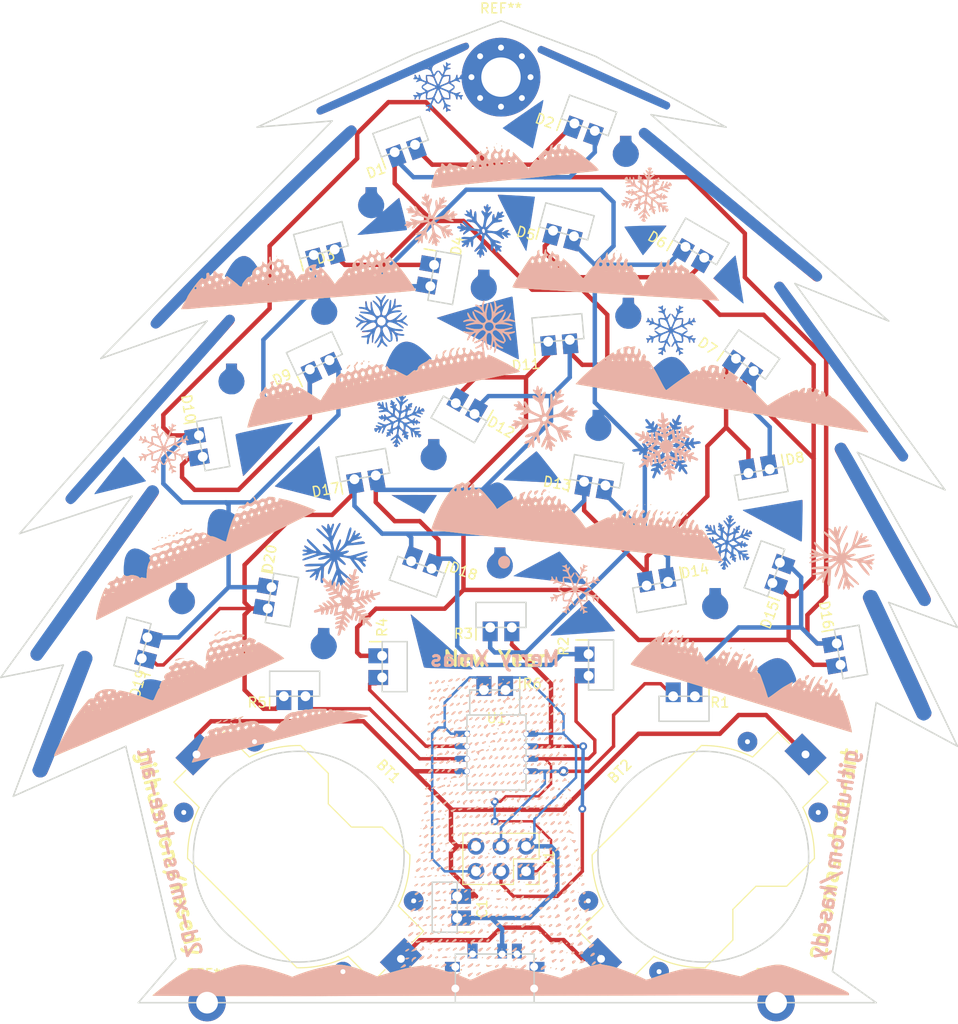
<source format=kicad_pcb>
(kicad_pcb (version 20171130) (host pcbnew "(5.1.4)-1")
  (title_block (title "2d xmas tree") (date 2018-10-27) (company https://www.designer2k2.at) (comment 1 "Stephan Martin"))
  (layers (0 F.Cu signal) (31 B.Cu signal hide) (34 B.Paste user hide) (35 F.Paste user hide) (36 B.SilkS user) (37 F.SilkS user) (38 B.Mask user hide) (39 F.Mask user hide) (44 Edge.Cuts user))
  (net 0 "")
  (net 1 "Net-(BT1-Pad1)")
  (net 2 "Net-(D1-Pad1)")
  (net 3 "Net-(D1-Pad2)")
  (net 4 "Net-(D10-Pad2)")
  (net 5 "Net-(D11-Pad1)")
  (net 6 "Net-(D13-Pad1)")
  (net 7 "Net-(R4-Pad2)")
  (net 8 "Net-(R5-Pad2)")
  (net 9 GND)
  (net 10 /RESET)
  (net 11 /MOSI)
  (net 12 /SCK)
  (net 13 /VCC)
  (net 14 /MISO)
  (net 15 "Net-(SW1-Pad3)")
  (module Castellation_Stuff_designer2k2:FrontSoldermask (layer F.Cu) (at 146.4 96.52)
    (fp_text reference G*** hide)
    (fp_text value FrontSoldermask hide)
  )
  (module Castellation_Stuff_designer2k2:FrontCopper (layer F.Cu) (at 146.4 96.52)
    (fp_text reference G*** hide)
    (fp_text value FrontCopper hide)
    (fp_poly (pts (xy -39.845427 13.204546) (xy -39.602688 13.337556) (xy -39.421631 13.550628) (xy -39.32928 13.828613) (xy -39.327356 13.845059) (xy -39.325463 13.900533) (xy -39.332309 13.970865) (xy -39.350592 14.06326) (xy -39.38301 14.18492) (xy -39.432262 14.343047) (xy -39.501046 14.544844) (xy -39.59206 14.797513) (xy -39.708004 15.108258) (xy -39.851575 15.484281) (xy -40.025472 15.932784) (xy -40.232393 16.46097) (xy -40.475037 17.076042) (xy -40.756102 17.785203) (xy -41.078286 18.595654) (xy -41.444289 19.514599) (xy -41.562832 19.812) (xy -41.887035 20.624421) (xy -42.199449 21.405684) (xy -42.496684 22.147407) (xy -42.775354 22.841208) (xy -43.032069 23.478706) (xy -43.263444 24.051518) (xy -43.46609 24.551264) (xy -43.636619 24.969561) (xy -43.771644 25.298028) (xy -43.867777 25.528283) (xy -43.921629 25.651945) (xy -43.930068 25.668848) (xy -44.114835 25.868316) (xy -44.36817 25.990204) (xy -44.650956 26.024266) (xy -44.924077 25.960252) (xy -44.964778 25.939946) (xy -45.184828 25.752745) (xy -45.323999 25.492799) (xy -45.360458 25.278261) (xy -45.342221 25.187533) (xy -45.285014 25.003977) (xy -45.187847 24.725002) (xy -45.049729 24.348018) (xy -44.869668 23.870435) (xy -44.646675 23.289661) (xy -44.379758 22.603107) (xy -44.067926 21.80818) (xy -43.710189 20.902292) (xy -43.305556 19.882851) (xy -43.087739 19.33575) (xy -42.763106 18.52195) (xy -42.450486 17.739956) (xy -42.15323 16.998056) (xy -41.87469 16.304539) (xy -41.618216 15.667693) (xy -41.38716 15.095807) (xy -41.184873 14.597169) (xy -41.014707 14.180067) (xy -40.880012 13.85279) (xy -40.78414 13.623626) (xy -40.730443 13.500865) (xy -40.721481 13.483345) (xy -40.604853 13.364604) (xy -40.434897 13.252801) (xy -40.407858 13.239311) (xy -40.122825 13.166748) (xy -39.845427 13.204546)) (layer F.Cu) (width 0.01))
    (fp_poly (pts (xy 39.879755 7.012103) (xy 40.144682 7.120808) (xy 40.259769 7.216195) (xy 40.317373 7.306302) (xy 40.425604 7.508794) (xy 40.582849 7.820298) (xy 40.787497 8.237441) (xy 41.037935 8.756848) (xy 41.332553 9.375145) (xy 41.669737 10.08896) (xy 42.047877 10.894919) (xy 42.465359 11.789648) (xy 42.920573 12.769773) (xy 43.152895 13.2715) (xy 43.61025 14.259831) (xy 44.017171 15.139446) (xy 44.376154 15.917073) (xy 44.689697 16.59944) (xy 44.960299 17.193275) (xy 45.190455 17.705305) (xy 45.382664 18.142258) (xy 45.539422 18.510862) (xy 45.663228 18.817844) (xy 45.756579 19.069933) (xy 45.821973 19.273855) (xy 45.861905 19.43634) (xy 45.878875 19.564114) (xy 45.87538 19.663905) (xy 45.853916 19.742442) (xy 45.816982 19.806451) (xy 45.767075 19.86266) (xy 45.706692 19.917798) (xy 45.641557 19.975629) (xy 45.464841 20.11582) (xy 45.303363 20.178879) (xy 45.133557 20.190749) (xy 44.926056 20.170608) (xy 44.750144 20.123459) (xy 44.719327 20.108847) (xy 44.569486 19.994884) (xy 44.487892 19.903539) (xy 44.444587 19.822217) (xy 44.353147 19.635334) (xy 44.217917 19.352319) (xy 44.043241 18.982602) (xy 43.833462 18.53561) (xy 43.592925 18.020772) (xy 43.325973 17.447517) (xy 43.036951 16.825274) (xy 42.730201 16.16347) (xy 42.410069 15.471536) (xy 42.080898 14.7589) (xy 41.747032 14.034989) (xy 41.412814 13.309234) (xy 41.082589 12.591062) (xy 40.760701 11.889902) (xy 40.451493 11.215183) (xy 40.15931 10.576334) (xy 39.888495 9.982783) (xy 39.643393 9.443959) (xy 39.428346 8.96929) (xy 39.2477 8.568206) (xy 39.105797 8.250134) (xy 39.006983 8.024505) (xy 38.9556 7.900745) (xy 38.949256 7.881658) (xy 38.958391 7.642486) (xy 39.057935 7.393278) (xy 39.225118 7.181618) (xy 39.318553 7.10991) (xy 39.591492 7.007015) (xy 39.879755 7.012103)) (layer F.Cu) (width 0.01))
    (fp_poly (pts (xy -33.129309 16.112208) (xy -32.842845 16.148073) (xy -32.578547 16.199776) (xy -32.364322 16.261033) (xy -32.228077 16.325564) (xy -32.193855 16.372228) (xy -32.217932 16.461016) (xy -32.284469 16.6362) (xy -32.383194 16.874965) (xy -32.503835 17.154495) (xy -32.636121 17.451973) (xy -32.76978 17.744583) (xy -32.89454 18.009511) (xy -33.000131 18.22394) (xy -33.076279 18.365053) (xy -33.111487 18.410514) (xy -33.205905 18.383668) (xy -33.368042 18.320803) (xy -33.456025 18.282975) (xy -33.655721 18.200466) (xy -33.921096 18.098789) (xy -34.197336 17.998898) (xy -34.218025 17.991693) (xy -34.450367 17.908191) (xy -34.63527 17.836412) (xy -34.740457 17.789043) (xy -34.750776 17.782282) (xy -34.755 17.705299) (xy -34.719369 17.541145) (xy -34.653532 17.319602) (xy -34.567138 17.070451) (xy -34.469837 16.823476) (xy -34.371279 16.608459) (xy -34.369026 16.604032) (xy -34.239157 16.376256) (xy -34.107477 16.228477) (xy -33.94239 16.144037) (xy -33.712298 16.106279) (xy -33.410036 16.098462) (xy -33.129309 16.112208)) (layer F.Cu) (width 0.01))
    (fp_poly (pts (xy 30.521901 13.946688) (xy 30.796453 14.046095) (xy 31.061246 14.18399) (xy 31.264373 14.33695) (xy 31.285152 14.358471) (xy 31.441275 14.557981) (xy 31.60257 14.813027) (xy 31.759301 15.101211) (xy 31.901736 15.400133) (xy 32.020138 15.687395) (xy 32.104774 15.940597) (xy 32.14591 16.137341) (xy 32.133811 16.255228) (xy 32.117044 16.272675) (xy 32.031544 16.323528) (xy 31.862974 16.423729) (xy 31.637449 16.557757) (xy 31.4325 16.679541) (xy 31.129345 16.868028) (xy 30.774095 17.101748) (xy 30.415148 17.348285) (xy 30.153741 17.53599) (xy 29.899217 17.720211) (xy 29.679949 17.872491) (xy 29.516609 17.978944) (xy 29.429868 18.02568) (xy 29.423491 18.026633) (xy 29.317745 18.004827) (xy 29.268158 17.992256) (xy 29.196358 17.914742) (xy 29.10748 17.721986) (xy 29.005986 17.423908) (xy 28.992862 17.380497) (xy 28.903452 17.095351) (xy 28.784179 16.734716) (xy 28.649714 16.342039) (xy 28.514727 15.960765) (xy 28.496319 15.909935) (xy 28.174479 15.02412) (xy 28.441087 14.7945) (xy 28.813042 14.510284) (xy 29.214218 14.2658) (xy 29.615702 14.074895) (xy 29.988577 13.951421) (xy 30.2895 13.909193) (xy 30.521901 13.946688)) (layer F.Cu) (width 0.01))
    (fp_poly (pts (xy -6.910442 9.515857) (xy -6.775715 9.628614) (xy -6.565626 9.808518) (xy -6.289954 10.046954) (xy -5.958478 10.335308) (xy -5.580976 10.664964) (xy -5.167227 11.027309) (xy -4.72701 11.413728) (xy -4.270103 11.815606) (xy -3.806286 12.224329) (xy -3.345338 12.631282) (xy -2.897036 13.027851) (xy -2.47116 13.40542) (xy -2.077489 13.755376) (xy -1.725801 14.069104) (xy -1.425875 14.337989) (xy -1.187491 14.553417) (xy -1.020425 14.706773) (xy -0.953336 14.770432) (xy -0.816684 14.911598) (xy -0.737138 15.008651) (xy -0.731086 15.039965) (xy -0.806694 15.035899) (xy -0.994929 15.028449) (xy -1.281477 15.018106) (xy -1.652025 15.005362) (xy -2.092257 14.990706) (xy -2.587861 14.974631) (xy -3.124522 14.957628) (xy -3.190613 14.955561) (xy -3.72924 14.938071) (xy -4.226803 14.920634) (xy -4.669296 14.903838) (xy -5.042715 14.88827) (xy -5.333055 14.87452) (xy -5.52631 14.863174) (xy -5.608477 14.854821) (xy -5.610281 14.853971) (xy -5.632005 14.786722) (xy -5.679999 14.612294) (xy -5.750426 14.345978) (xy -5.839444 14.003064) (xy -5.943215 13.598844) (xy -6.057898 13.148607) (xy -6.179654 12.667644) (xy -6.304644 12.171246) (xy -6.429028 11.674704) (xy -6.548965 11.193308) (xy -6.660617 10.742348) (xy -6.760144 10.337116) (xy -6.843707 9.992902) (xy -6.907464 9.724997) (xy -6.947578 9.54869) (xy -6.960208 9.479274) (xy -6.960029 9.478861) (xy -6.910442 9.515857)) (layer F.Cu) (width 0.01))
    (fp_poly (pts (xy -32.948925 -3.560539) (xy -32.762025 -3.423255) (xy -32.627542 -3.232336) (xy -32.566269 -3.005178) (xy -32.599001 -2.759179) (xy -32.641916 -2.661553) (xy -32.69451 -2.58031) (xy -32.815771 -2.403318) (xy -33.000876 -2.137338) (xy -33.245 -1.789136) (xy -33.543317 -1.365475) (xy -33.891003 -0.873117) (xy -34.283233 -0.318826) (xy -34.715183 0.290634) (xy -35.182028 0.9485) (xy -35.678943 1.648009) (xy -36.201103 2.382396) (xy -36.743684 3.1449) (xy -37.301861 3.928756) (xy -37.870809 4.727201) (xy -38.445703 5.533472) (xy -39.021718 6.340805) (xy -39.594031 7.142436) (xy -40.157816 7.931604) (xy -40.708248 8.701543) (xy -41.240503 9.44549) (xy -41.749756 10.156683) (xy -42.231182 10.828358) (xy -42.679956 11.453751) (xy -43.091254 12.026099) (xy -43.460251 12.538639) (xy -43.782123 12.984607) (xy -44.052044 13.35724) (xy -44.265189 13.649774) (xy -44.416735 13.855446) (xy -44.501856 13.967493) (xy -44.517528 13.985875) (xy -44.75633 14.128509) (xy -45.024497 14.152015) (xy -45.282609 14.065272) (xy -45.452188 13.908536) (xy -45.56049 13.681314) (xy -45.584177 13.434321) (xy -45.581723 13.41526) (xy -45.54293 13.34672) (xy -45.435044 13.181566) (xy -45.262815 12.926506) (xy -45.030997 12.588249) (xy -44.744341 12.173503) (xy -44.407599 11.688978) (xy -44.025523 11.141381) (xy -43.602867 10.537422) (xy -43.144381 9.88381) (xy -42.654819 9.187253) (xy -42.138932 8.454459) (xy -41.601472 7.692138) (xy -41.047192 6.906997) (xy -40.480844 6.105747) (xy -39.90718 5.295095) (xy -39.330952 4.481751) (xy -38.756913 3.672423) (xy -38.189814 2.873819) (xy -37.634408 2.092648) (xy -37.095446 1.33562) (xy -36.577682 0.609442) (xy -36.085867 -0.079176) (xy -35.624754 -0.723526) (xy -35.199094 -1.316899) (xy -34.81364 -1.852586) (xy -34.473144 -2.323879) (xy -34.182358 -2.72407) (xy -33.946034 -3.046448) (xy -33.768925 -3.284306) (xy -33.655782 -3.430935) (xy -33.616186 -3.476625) (xy -33.396799 -3.604621) (xy -33.167447 -3.626794) (xy -32.948925 -3.560539)) (layer F.Cu) (width 0.01))
    (fp_poly (pts (xy -15.827375 10.871902) (xy -15.27175 10.89025) (xy -15.252972 11.211648) (xy -15.231123 11.414195) (xy -15.181165 11.535876) (xy -15.081212 11.622669) (xy -15.047474 11.643346) (xy -14.821913 11.842643) (xy -14.645316 12.127274) (xy -14.536907 12.459107) (xy -14.511867 12.705803) (xy -14.570484 13.080991) (xy -14.733003 13.41258) (xy -14.979428 13.684865) (xy -15.289764 13.882143) (xy -15.644013 13.988708) (xy -16.022179 13.988855) (xy -16.121174 13.969708) (xy -16.306337 13.900718) (xy -16.517684 13.7871) (xy -16.591769 13.738248) (xy -16.856205 13.48215) (xy -17.029769 13.168454) (xy -17.112011 12.822552) (xy -17.102481 12.469838) (xy -17.000729 12.135704) (xy -16.806304 11.845543) (xy -16.628051 11.691184) (xy -16.486661 11.583617) (xy -16.415044 11.482362) (xy -16.389157 11.337701) (xy -16.38541 11.189402) (xy -16.383 10.853555) (xy -15.827375 10.871902)) (layer F.Cu) (width 0.01))
    (fp_poly (pts (xy 12.44112 9.567493) (xy 12.764862 9.944661) (xy 13.05943 10.29012) (xy 13.315215 10.592423) (xy 13.52261 10.840122) (xy 13.672007 11.021768) (xy 13.753797 11.125913) (xy 13.766359 11.146526) (xy 13.70122 11.154183) (xy 13.521736 11.169023) (xy 13.240307 11.19017) (xy 12.869331 11.216752) (xy 12.421208 11.247895) (xy 11.908338 11.282725) (xy 11.343119 11.320369) (xy 10.737951 11.359952) (xy 10.7315 11.36037) (xy 10.116187 11.400494) (xy 9.532617 11.439006) (xy 8.994472 11.474971) (xy 8.515438 11.507453) (xy 8.109197 11.535517) (xy 7.789435 11.558228) (xy 7.569834 11.57465) (xy 7.466847 11.583529) (xy 7.218445 11.611172) (xy 7.466847 11.371157) (xy 7.571025 11.272466) (xy 7.75604 11.099299) (xy 8.009377 10.863285) (xy 8.318522 10.576052) (xy 8.670959 10.249232) (xy 9.054173 9.894453) (xy 9.406261 9.568965) (xy 11.097273 8.006788) (xy 12.44112 9.567493)) (layer F.Cu) (width 0.01))
    (fp_poly (pts (xy 24.511 7.143546) (xy 24.520164 7.306996) (xy 24.561929 7.433489) (xy 24.657702 7.563381) (xy 24.822582 7.730921) (xy 25.052454 7.99056) (xy 25.185126 8.237766) (xy 25.209586 8.315832) (xy 25.256407 8.707995) (xy 25.192834 9.070327) (xy 25.034474 9.388893) (xy 24.796936 9.649761) (xy 24.495825 9.838998) (xy 24.146748 9.942671) (xy 23.765315 9.946846) (xy 23.46325 9.874854) (xy 23.169341 9.71036) (xy 22.920684 9.455839) (xy 22.736103 9.143335) (xy 22.634424 8.804889) (xy 22.634469 8.472545) (xy 22.635651 8.466104) (xy 22.72984 8.146597) (xy 22.894897 7.883222) (xy 23.112334 7.667906) (xy 23.265291 7.524635) (xy 23.34119 7.402396) (xy 23.366285 7.248365) (xy 23.368 7.153533) (xy 23.368 6.858) (xy 24.511 6.858) (xy 24.511 7.143546)) (layer F.Cu) (width 0.01))
    (fp_poly (pts (xy -29.654099 6.619875) (xy -29.646515 6.821711) (xy -29.612077 6.940413) (xy -29.532323 7.019568) (xy -29.468203 7.058779) (xy -29.225125 7.264876) (xy -29.041681 7.55424) (xy -28.929875 7.892408) (xy -28.901709 8.244917) (xy -28.95409 8.53496) (xy -29.128983 8.875206) (xy -29.392134 9.144272) (xy -29.719339 9.329987) (xy -30.086398 9.420181) (xy -30.46911 9.402685) (xy -30.608498 9.366906) (xy -30.917195 9.21315) (xy -31.198763 8.973489) (xy -31.406888 8.687562) (xy -31.41061 8.680433) (xy -31.482497 8.444935) (xy -31.505573 8.147401) (xy -31.479578 7.843151) (xy -31.415636 7.613143) (xy -31.311607 7.443056) (xy -31.147482 7.251871) (xy -31.026759 7.139321) (xy -30.861918 6.993293) (xy -30.774272 6.878609) (xy -30.739693 6.750042) (xy -30.734 6.590553) (xy -30.734 6.2865) (xy -29.6545 6.2865) (xy -29.654099 6.619875)) (layer F.Cu) (width 0.01))
    (fp_poly (pts (xy 36.945788 -7.906027) (xy 37.116088 -7.831695) (xy 37.124857 -7.824964) (xy 37.166451 -7.761447) (xy 37.265316 -7.594631) (xy 37.417116 -7.332271) (xy 37.617517 -6.982126) (xy 37.862183 -6.551952) (xy 38.146779 -6.049507) (xy 38.46697 -5.482548) (xy 38.81842 -4.858831) (xy 39.196795 -4.186114) (xy 39.597759 -3.472155) (xy 40.016977 -2.72471) (xy 40.450114 -1.951536) (xy 40.892835 -1.16039) (xy 41.340805 -0.359031) (xy 41.789687 0.444786) (xy 42.235148 1.243303) (xy 42.672851 2.028762) (xy 43.098463 2.793408) (xy 43.507647 3.529481) (xy 43.896068 4.229227) (xy 44.259391 4.884886) (xy 44.593282 5.488703) (xy 44.893404 6.032919) (xy 45.155422 6.509778) (xy 45.375002 6.911523) (xy 45.547808 7.230397) (xy 45.669506 7.458642) (xy 45.710721 7.538095) (xy 45.825337 7.838919) (xy 45.831069 8.091646) (xy 45.727068 8.314946) (xy 45.672375 8.381155) (xy 45.439801 8.555112) (xy 45.177078 8.608772) (xy 44.917941 8.546986) (xy 44.88454 8.524921) (xy 44.841418 8.481625) (xy 44.785501 8.411742) (xy 44.713713 8.309917) (xy 44.62298 8.170793) (xy 44.510227 7.989016) (xy 44.372379 7.759228) (xy 44.206362 7.476076) (xy 44.0091 7.134202) (xy 43.777518 6.728251) (xy 43.508542 6.252867) (xy 43.199096 5.702696) (xy 42.846107 5.07238) (xy 42.446498 4.356564) (xy 41.997196 3.549893) (xy 41.495125 2.647011) (xy 40.93721 1.642562) (xy 40.450767 0.766171) (xy 39.941539 -0.151888) (xy 39.448685 -1.041215) (xy 38.97579 -1.895304) (xy 38.526439 -2.707647) (xy 38.104217 -3.471736) (xy 37.71271 -4.181064) (xy 37.355502 -4.829124) (xy 37.036178 -5.409408) (xy 36.758324 -5.915409) (xy 36.525525 -6.34062) (xy 36.341365 -6.678532) (xy 36.20943 -6.922639) (xy 36.133306 -7.066433) (xy 36.115506 -7.102877) (xy 36.078527 -7.35946) (xy 36.148963 -7.5969) (xy 36.307432 -7.788838) (xy 36.534554 -7.908916) (xy 36.728147 -7.936089) (xy 36.945788 -7.906027)) (layer F.Cu) (width 0.01))
    (fp_poly (pts (xy -14.107224 0.202819) (xy -14.097 0.212948) (xy -14.122808 0.275055) (xy -14.193936 0.431365) (xy -14.300943 0.661493) (xy -14.434387 0.945056) (xy -14.50975 1.104037) (xy -14.65411 1.413971) (xy -14.776444 1.688295) (xy -14.867086 1.904409) (xy -14.916371 2.039712) (xy -14.9225 2.069178) (xy -14.90808 2.208633) (xy -14.87087 2.40115) (xy -14.81995 2.612539) (xy -14.764398 2.808609) (xy -14.713291 2.95517) (xy -14.675708 3.018034) (xy -14.670674 3.017593) (xy -14.627955 2.946906) (xy -14.557946 2.785519) (xy -14.473228 2.563309) (xy -14.440148 2.470147) (xy -14.318466 2.15872) (xy -14.212136 1.969874) (xy -14.118883 1.90042) (xy -14.053182 1.927652) (xy -14.058277 1.999815) (xy -14.10562 2.15789) (xy -14.185764 2.371782) (xy -14.21467 2.442047) (xy -14.307966 2.672386) (xy -14.377998 2.860679) (xy -14.412734 2.974082) (xy -14.4145 2.987503) (xy -14.371835 2.981214) (xy -14.258341 2.903505) (xy -14.09577 2.769892) (xy -14.038745 2.719489) (xy -13.87883 2.573001) (xy -13.765441 2.452283) (xy -13.68223 2.327315) (xy -13.612851 2.168077) (xy -13.540958 1.944548) (xy -13.457163 1.651412) (xy -13.345884 1.264259) (xy -13.259857 0.986237) (xy -13.19354 0.80327) (xy -13.14139 0.701278) (xy -13.097863 0.666184) (xy -13.071715 0.672488) (xy -13.023493 0.763572) (xy -13.033568 0.946272) (xy -13.103012 1.227558) (xy -13.204042 1.533939) (xy -13.284152 1.772276) (xy -13.339892 1.961754) (xy -13.363132 2.073547) (xy -13.361028 2.090639) (xy -13.293577 2.081156) (xy -13.192757 1.974071) (xy -13.07276 1.789542) (xy -12.947774 1.547726) (xy -12.894904 1.428486) (xy -12.795559 1.212525) (xy -12.704221 1.04757) (xy -12.638526 0.964934) (xy -12.631893 0.961547) (xy -12.593462 0.955328) (xy -12.580322 0.986142) (xy -12.595075 1.077986) (xy -12.640325 1.254855) (xy -12.679135 1.397) (xy -12.722763 1.55575) (xy -12.493368 1.381125) (xy -12.297721 1.250088) (xy -12.173987 1.201616) (xy -12.131867 1.231127) (xy -12.181059 1.334037) (xy -12.299131 1.4729) (xy -12.397284 1.593653) (xy -12.391414 1.645065) (xy -12.279474 1.628942) (xy -12.166632 1.589926) (xy -12.031969 1.565179) (xy -11.964538 1.59964) (xy -11.990067 1.674206) (xy -12.018075 1.700236) (xy -12.120392 1.748117) (xy -12.302037 1.805044) (xy -12.459076 1.843909) (xy -12.783455 1.952859) (xy -12.984447 2.094139) (xy -13.147492 2.264321) (xy -12.463371 2.1546) (xy -12.152827 2.107393) (xy -11.942817 2.083622) (xy -11.809192 2.082591) (xy -11.727802 2.1036) (xy -11.68778 2.132178) (xy -11.62808 2.217955) (xy -11.631348 2.254514) (xy -11.711651 2.280072) (xy -11.887741 2.310288) (xy -12.128661 2.341746) (xy -12.403457 2.37103) (xy -12.68117 2.394725) (xy -12.930846 2.409416) (xy -13.06334 2.412518) (xy -13.231212 2.418238) (xy -13.360726 2.446361) (xy -13.486853 2.514199) (xy -13.644565 2.639064) (xy -13.80191 2.778125) (xy -13.982992 2.944211) (xy -14.118517 3.075489) (xy -14.1878 3.151609) (xy -14.192261 3.162143) (xy -14.12697 3.158661) (xy -13.972409 3.131146) (xy -13.77264 3.087936) (xy -13.557969 3.044686) (xy -13.393019 3.023149) (xy -13.317491 3.027071) (xy -13.295927 3.090053) (xy -13.376192 3.170439) (xy -13.537479 3.252632) (xy -13.684304 3.302014) (xy -13.844414 3.358177) (xy -13.931224 3.411282) (xy -13.936429 3.431946) (xy -13.861554 3.464475) (xy -13.697322 3.499139) (xy -13.503754 3.525522) (xy -13.325724 3.539579) (xy -13.163449 3.536237) (xy -12.986758 3.510181) (xy -12.76548 3.456096) (xy -12.469444 3.368667) (xy -12.282994 3.310482) (xy -11.950231 3.211065) (xy -11.681217 3.141426) (xy -11.494319 3.105783) (xy -11.407902 3.108349) (xy -11.406716 3.109384) (xy -11.403577 3.153923) (xy -11.480671 3.211962) (xy -11.64915 3.288749) (xy -11.920166 3.389534) (xy -12.215185 3.489934) (xy -12.449114 3.575882) (xy -12.564971 3.640141) (xy -12.569133 3.686357) (xy -12.564435 3.689637) (xy -12.371661 3.741673) (xy -12.093879 3.713209) (xy -11.856524 3.646119) (xy -11.659361 3.591373) (xy -11.497247 3.567633) (xy -11.448338 3.570322) (xy -11.395304 3.598641) (xy -11.43679 3.652939) (xy -11.547541 3.727887) (xy -11.677655 3.814623) (xy -11.708942 3.86212) (xy -11.652461 3.894808) (xy -11.626916 3.903213) (xy -11.507417 3.965054) (xy -11.500313 4.021831) (xy -11.592071 4.052013) (xy -11.71575 4.04455) (xy -11.86175 4.027183) (xy -11.935738 4.030761) (xy -11.938 4.034032) (xy -11.89988 4.092409) (xy -11.803002 4.211943) (xy -11.73806 4.2873) (xy -11.623104 4.442208) (xy -11.585996 4.549088) (xy -11.595716 4.572615) (xy -11.651094 4.602926) (xy -11.721497 4.576213) (xy -11.825513 4.478193) (xy -11.981731 4.294582) (xy -12.021725 4.245279) (xy -12.209818 4.044558) (xy -12.384589 3.936549) (xy -12.486435 3.90781) (xy -12.643605 3.88786) (xy -12.738593 3.893516) (xy -12.745243 3.897575) (xy -12.721914 3.957218) (xy -12.632745 4.090928) (xy -12.493775 4.275694) (xy -12.399435 4.393795) (xy -12.224329 4.613735) (xy -12.074421 4.811232) (xy -11.972528 4.955833) (xy -11.947931 4.99645) (xy -11.881837 5.147256) (xy -11.886107 5.209849) (xy -11.94997 5.193723) (xy -12.062658 5.108373) (xy -12.213402 4.963291) (xy -12.391433 4.767972) (xy -12.585981 4.531909) (xy -12.786277 4.264597) (xy -12.800008 4.24528) (xy -13.143868 3.75981) (xy -13.721938 3.653575) (xy -13.976837 3.609843) (xy -14.180371 3.580786) (xy -14.303477 3.570261) (xy -14.326071 3.573404) (xy -14.294123 3.623858) (xy -14.186155 3.734819) (xy -14.023305 3.885003) (xy -13.970568 3.931344) (xy -13.75207 4.13808) (xy -13.622734 4.298021) (xy -13.587475 4.402944) (xy -13.65121 4.444626) (xy -13.663449 4.445) (xy -13.744133 4.405726) (xy -13.889917 4.30181) (xy -14.071994 4.154112) (xy -14.107949 4.123139) (xy -14.281152 3.979523) (xy -14.410969 3.885276) (xy -14.47493 3.856292) (xy -14.478 3.86135) (xy -14.464813 3.949104) (xy -14.430057 4.124406) (xy -14.380945 4.351105) (xy -14.3753 4.376191) (xy -14.320185 4.601505) (xy -14.260983 4.761117) (xy -14.173383 4.893242) (xy -14.033068 5.036094) (xy -13.85522 5.193605) (xy -13.524537 5.482028) (xy -13.279456 5.69943) (xy -13.108904 5.857147) (xy -13.001808 5.966516) (xy -12.947092 6.038874) (xy -12.933684 6.085555) (xy -12.95051 6.117898) (xy -12.951428 6.118827) (xy -12.990864 6.143592) (xy -13.045837 6.136753) (xy -13.132179 6.087437) (xy -13.26572 5.984774) (xy -13.462291 5.817892) (xy -13.722858 5.589062) (xy -14.116692 5.240874) (xy -14.070518 5.493812) (xy -13.983471 5.729176) (xy -13.7983 5.976402) (xy -13.743172 6.034681) (xy -13.577007 6.219797) (xy -13.484625 6.353247) (xy -13.467965 6.424018) (xy -13.528968 6.421095) (xy -13.669571 6.333461) (xy -13.693767 6.315296) (xy -13.925534 6.138519) (xy -13.884324 6.302713) (xy -13.868375 6.473144) (xy -13.900111 6.609528) (xy -13.968908 6.667439) (xy -13.971542 6.6675) (xy -14.021747 6.613482) (xy -14.093007 6.475606) (xy -14.135772 6.3722) (xy -14.206285 6.210297) (xy -14.260321 6.157706) (xy -14.307852 6.219367) (xy -14.358854 6.400219) (xy -14.37943 6.492875) (xy -14.432347 6.628232) (xy -14.493562 6.661556) (xy -14.535874 6.588486) (xy -14.5415 6.518842) (xy -14.523211 6.370942) (xy -14.476803 6.164556) (xy -14.446938 6.058467) (xy -14.390693 5.839948) (xy -14.356458 5.643215) (xy -14.351688 5.575872) (xy -14.365625 5.419342) (xy -14.408179 5.384431) (xy -14.477831 5.469386) (xy -14.573061 5.672452) (xy -14.679129 5.954026) (xy -14.804699 6.283904) (xy -14.90747 6.49351) (xy -14.989611 6.587094) (xy -15.004684 6.592452) (xy -15.06715 6.594498) (xy -15.097847 6.560603) (xy -15.093308 6.475314) (xy -15.050067 6.323178) (xy -14.964654 6.088745) (xy -14.833605 5.756561) (xy -14.796363 5.664012) (xy -14.481308 4.882774) (xy -14.587181 4.441637) (xy -14.656787 4.180972) (xy -14.713549 4.040856) (xy -14.761732 4.015993) (xy -14.805601 4.101089) (xy -14.819924 4.152664) (xy -14.87535 4.33776) (xy -14.956328 4.565981) (xy -15.050615 4.807765) (xy -15.145972 5.033547) (xy -15.230158 5.213764) (xy -15.290931 5.318854) (xy -15.309059 5.334) (xy -15.359058 5.280114) (xy -15.359833 5.134599) (xy -15.314219 4.92166) (xy -15.233105 4.685475) (xy -15.138978 4.444937) (xy -15.049137 4.208149) (xy -15.012152 4.107315) (xy -14.925093 3.864881) (xy -15.161922 4.055115) (xy -15.427376 4.271616) (xy -15.608539 4.434402) (xy -15.721494 4.567566) (xy -15.782326 4.695201) (xy -15.807118 4.841397) (xy -15.811952 5.028795) (xy -15.82015 5.415366) (xy -15.842205 5.753061) (xy -15.875679 6.023088) (xy -15.918135 6.206661) (xy -15.967134 6.284988) (xy -15.975154 6.2865) (xy -16.048734 6.25464) (xy -16.090925 6.149417) (xy -16.103363 5.956364) (xy -16.087683 5.661012) (xy -16.068663 5.459314) (xy -16.04454 5.198854) (xy -16.030544 4.990278) (xy -16.028351 4.862676) (xy -16.03283 4.837503) (xy -16.083397 4.859133) (xy -16.157598 4.971745) (xy -16.240926 5.145186) (xy -16.318873 5.349301) (xy -16.376417 5.551634) (xy -16.437415 5.75945) (xy -16.510935 5.921834) (xy -16.555706 5.979967) (xy -16.615971 6.018424) (xy -16.638228 5.984674) (xy -16.6293 5.856601) (xy -16.618747 5.775629) (xy -16.584242 5.570525) (xy -16.544763 5.402116) (xy -16.531901 5.362879) (xy -16.533747 5.316208) (xy -16.611337 5.355539) (xy -16.762584 5.476875) (xy -16.960698 5.62861) (xy -17.110157 5.707613) (xy -17.195068 5.707015) (xy -17.2085 5.669556) (xy -17.167169 5.604199) (xy -17.059243 5.478222) (xy -16.920771 5.33199) (xy -16.633042 5.039868) (xy -17.117313 5.096226) (xy -17.352867 5.118244) (xy -17.53669 5.125359) (xy -17.635014 5.1165) (xy -17.641328 5.112839) (xy -17.64207 5.052234) (xy -17.521039 4.998096) (xy -17.283367 4.951923) (xy -16.976663 4.918641) (xy -16.671489 4.884005) (xy -16.457524 4.834251) (xy -16.299105 4.75998) (xy -16.251705 4.727581) (xy -16.052048 4.580278) (xy -16.280607 4.5374) (xy -16.476593 4.517869) (xy -16.643527 4.528434) (xy -16.652796 4.530571) (xy -16.799703 4.553099) (xy -17.010679 4.568813) (xy -17.248768 4.577128) (xy -17.477013 4.577458) (xy -17.658454 4.569216) (xy -17.756136 4.551817) (xy -17.761515 4.548152) (xy -17.786689 4.482226) (xy -17.711499 4.430161) (xy -17.529682 4.390718) (xy -17.234978 4.362659) (xy -16.821124 4.344746) (xy -16.720146 4.342196) (xy -15.77975 4.32075) (xy -15.409196 4.001875) (xy -15.243439 3.852703) (xy -15.133617 3.740863) (xy -15.098259 3.685681) (xy -15.103549 3.683) (xy -15.191801 3.696969) (xy -15.370107 3.734163) (xy -15.605186 3.787513) (xy -15.690324 3.807644) (xy -15.962365 3.863796) (xy -16.174254 3.890257) (xy -16.2973 3.883657) (xy -16.305751 3.879932) (xy -16.354562 3.845684) (xy -16.352816 3.812882) (xy -16.283315 3.77167) (xy -16.128866 3.712196) (xy -15.872271 3.624605) (xy -15.84325 3.614896) (xy -15.39875 3.466291) (xy -15.668357 3.40693) (xy -15.781091 3.388278) (xy -15.898717 3.387363) (xy -16.043511 3.408993) (xy -16.237749 3.457974) (xy -16.503709 3.539112) (xy -16.863667 3.657216) (xy -16.928297 3.678802) (xy -17.260935 3.787572) (xy -17.549974 3.877366) (xy -17.774752 3.942145) (xy -17.914604 3.975868) (xy -17.950924 3.977742) (xy -17.965372 3.920892) (xy -17.89342 3.854546) (xy -17.724298 3.772833) (xy -17.447238 3.669883) (xy -17.287232 3.615972) (xy -17.012605 3.522769) (xy -16.772856 3.436694) (xy -16.600723 3.369743) (xy -16.54175 3.342793) (xy -16.480356 3.286629) (xy -16.519677 3.249543) (xy -16.634715 3.232606) (xy -16.800469 3.236892) (xy -16.991937 3.26347) (xy -17.184119 3.313415) (xy -17.188923 3.315043) (xy -17.494692 3.404925) (xy -17.727971 3.443657) (xy -17.872336 3.429298) (xy -17.907 3.399853) (xy -17.874421 3.348537) (xy -17.753139 3.301537) (xy -17.726492 3.295544) (xy -17.527549 3.239739) (xy -17.450807 3.182324) (xy -17.497519 3.129003) (xy -17.668938 3.085477) (xy -17.679976 3.083785) (xy -17.879881 3.037131) (xy -17.963874 2.984904) (xy -17.931464 2.942768) (xy -17.782163 2.92639) (xy -17.68475 2.930938) (xy -17.514684 2.938096) (xy -17.41248 2.930106) (xy -17.399183 2.921457) (xy -17.446658 2.868615) (xy -17.563292 2.780061) (xy -17.5895 2.76225) (xy -17.714991 2.654218) (xy -17.778984 2.552363) (xy -17.767124 2.486557) (xy -17.726838 2.4765) (xy -17.652252 2.511072) (xy -17.506275 2.601992) (xy -17.319603 2.730065) (xy -17.30758 2.738655) (xy -17.082969 2.880844) (xy -16.853982 2.995328) (xy -16.65084 3.070159) (xy -16.503762 3.093392) (xy -16.453586 3.076252) (xy -16.485704 3.024669) (xy -16.594315 2.90615) (xy -16.761794 2.739027) (xy -16.943929 2.566259) (xy -17.168598 2.34679) (xy -17.339989 2.157898) (xy -17.441627 2.018745) (xy -17.4625 1.962998) (xy -17.438648 1.862781) (xy -17.407839 1.8415) (xy -17.346754 1.885165) (xy -17.216056 2.005173) (xy -17.032807 2.185039) (xy -16.814068 2.40828) (xy -16.725214 2.50103) (xy -16.09725 3.160561) (xy -15.595577 3.232315) (xy -15.358647 3.263049) (xy -15.17552 3.280867) (xy -15.077808 3.282879) (xy -15.070195 3.280361) (xy -15.103651 3.231067) (xy -15.213253 3.119525) (xy -15.378587 2.965983) (xy -15.460744 2.892957) (xy -15.680078 2.684814) (xy -15.822742 2.515685) (xy -15.874972 2.401947) (xy -15.875 2.400093) (xy -15.867244 2.327756) (xy -15.826356 2.320016) (xy -15.72591 2.382075) (xy -15.636875 2.446978) (xy -15.430018 2.609031) (xy -15.221348 2.785839) (xy -15.183804 2.81964) (xy -14.968858 3.01625) (xy -15.010075 2.797459) (xy -15.067981 2.530374) (xy -15.133419 2.290063) (xy -15.195228 2.114985) (xy -15.224109 2.059756) (xy -15.289204 1.994435) (xy -15.431122 1.866602) (xy -15.628889 1.694764) (xy -15.859622 1.499028) (xy -16.173366 1.228577) (xy -16.388019 1.025592) (xy -16.508241 0.884296) (xy -16.538695 0.798915) (xy -16.484041 0.76367) (xy -16.454379 0.762) (xy -16.332088 0.807687) (xy -16.196465 0.919406) (xy -16.181105 0.936625) (xy -16.05455 1.071512) (xy -15.885545 1.235263) (xy -15.700248 1.404644) (xy -15.524814 1.556419) (xy -15.385397 1.667354) (xy -15.308155 1.714215) (xy -15.305438 1.7145) (xy -15.263559 1.668555) (xy -15.288185 1.547614) (xy -15.367962 1.377014) (xy -15.491537 1.182093) (xy -15.613844 1.026205) (xy -15.823111 0.781467) (xy -15.957102 0.61614) (xy -16.025356 0.515108) (xy -16.037414 0.463257) (xy -16.002819 0.445473) (xy -15.981052 0.4445) (xy -15.881602 0.487439) (xy -15.739193 0.596906) (xy -15.655807 0.67649) (xy -15.4305 0.908481) (xy -15.4305 0.58124) (xy -15.416435 0.363628) (xy -15.377928 0.270178) (xy -15.320516 0.301692) (xy -15.249736 0.458971) (xy -15.220784 0.550857) (xy -15.165222 0.721009) (xy -15.120405 0.779895) (xy -15.072645 0.724041) (xy -15.00825 0.549971) (xy -14.989414 0.492125) (xy -14.927341 0.341073) (xy -14.867567 0.258964) (xy -14.854076 0.254) (xy -14.802447 0.307798) (xy -14.808731 0.460006) (xy -14.871322 0.696847) (xy -14.922468 0.840693) (xy -14.995416 1.073527) (xy -15.038361 1.293909) (xy -15.048286 1.470924) (xy -15.022178 1.57365) (xy -14.995309 1.5875) (xy -14.949044 1.533348) (xy -14.862679 1.385761) (xy -14.748401 1.167037) (xy -14.618401 0.899476) (xy -14.613481 0.889) (xy -14.459931 0.578066) (xy -14.331113 0.350199) (xy -14.234935 0.218483) (xy -14.191423 0.1905) (xy -14.107224 0.202819)) (layer F.Cu) (width 0.01))
    (fp_poly (pts (xy 8.175422 3.157874) (xy 8.293261 3.287892) (xy 8.469407 3.487895) (xy 8.692205 3.744224) (xy 8.95 4.043222) (xy 9.231136 4.371229) (xy 9.523959 4.714588) (xy 9.816814 5.05964) (xy 10.098045 5.392727) (xy 10.355997 5.70019) (xy 10.579016 5.968371) (xy 10.755446 6.183611) (xy 10.850411 6.302375) (xy 10.898269 6.380186) (xy 10.854592 6.40677) (xy 10.75515 6.406617) (xy 10.658641 6.398065) (xy 10.448349 6.376018) (xy 10.136614 6.341872) (xy 9.735778 6.297021) (xy 9.258179 6.242861) (xy 8.716161 6.180786) (xy 8.122062 6.112193) (xy 7.488224 6.038476) (xy 7.1755 6.001917) (xy 6.527932 5.92599) (xy 5.914966 5.853933) (xy 5.348837 5.787197) (xy 4.841777 5.727233) (xy 4.40602 5.675491) (xy 4.053798 5.633423) (xy 3.797345 5.60248) (xy 3.648893 5.584112) (xy 3.6195 5.580174) (xy 3.605631 5.559586) (xy 3.657973 5.508733) (xy 3.783195 5.423751) (xy 3.987963 5.300774) (xy 4.278944 5.135937) (xy 4.662806 4.925376) (xy 5.146216 4.665224) (xy 5.735841 4.351617) (xy 5.769344 4.333875) (xy 6.268133 4.07039) (xy 6.732274 3.826399) (xy 7.149735 3.608138) (xy 7.508483 3.421844) (xy 7.796485 3.273756) (xy 8.001708 3.170109) (xy 8.112119 3.117143) (xy 8.127545 3.1115) (xy 8.175422 3.157874)) (layer F.Cu) (width 0.01))
    (fp_poly (pts (xy -34.764182 2.806797) (xy -34.386642 2.931563) (xy -33.958478 3.170836) (xy -33.791051 3.285055) (xy -33.387352 3.572155) (xy -33.431111 3.833952) (xy -33.528089 4.434858) (xy -33.597497 4.912293) (xy -33.639399 5.266742) (xy -33.653861 5.49869) (xy -33.653862 5.498783) (xy -33.691784 5.740925) (xy -33.771126 5.863908) (xy -33.869172 5.941825) (xy -33.914001 5.962738) (xy -33.982723 5.941245) (xy -34.141097 5.88983) (xy -34.358224 5.818541) (xy -34.417 5.799144) (xy -34.878988 5.682128) (xy -35.394104 5.611894) (xy -35.487564 5.605161) (xy -36.081878 5.568512) (xy -36.058128 4.703702) (xy -36.046643 4.348531) (xy -36.031503 4.090539) (xy -36.007598 3.899914) (xy -35.969818 3.746844) (xy -35.913052 3.601517) (xy -35.844814 3.459321) (xy -35.631415 3.122801) (xy -35.382734 2.902091) (xy -35.094934 2.796864) (xy -34.764182 2.806797)) (layer F.Cu) (width 0.01))
    (fp_poly (pts (xy 2.6035 2.973872) (xy 2.61314 3.166018) (xy 2.660106 3.294457) (xy 2.77147 3.413595) (xy 2.857899 3.485186) (xy 3.039526 3.661738) (xy 3.196148 3.864569) (xy 3.238899 3.937784) (xy 3.332086 4.223592) (xy 3.364518 4.558627) (xy 3.332617 4.878909) (xy 3.298105 4.996491) (xy 3.184958 5.19382) (xy 3.004371 5.408785) (xy 2.798772 5.595326) (xy 2.666163 5.682521) (xy 2.377828 5.778031) (xy 2.039679 5.80679) (xy 1.712328 5.764776) (xy 1.659058 5.749332) (xy 1.317749 5.578027) (xy 1.049682 5.320071) (xy 0.86518 4.999134) (xy 0.774565 4.638882) (xy 0.788159 4.262985) (xy 0.881358 3.966122) (xy 0.986459 3.790254) (xy 1.132038 3.612) (xy 1.287026 3.463312) (xy 1.420354 3.376143) (xy 1.465372 3.3655) (xy 1.49748 3.308079) (xy 1.518775 3.159959) (xy 1.524 3.01625) (xy 1.524 2.667) (xy 2.6035 2.667) (xy 2.6035 2.973872)) (layer F.Cu) (width 0.01))
    (fp_poly (pts (xy 25.553595 -0.539513) (xy 25.612624 -0.446762) (xy 25.564637 -0.286787) (xy 25.563054 -0.28372) (xy 25.499558 -0.130365) (xy 25.513127 -0.071874) (xy 25.600013 -0.113397) (xy 25.654 -0.15875) (xy 25.761127 -0.229427) (xy 25.825038 -0.231128) (xy 25.809611 -0.167113) (xy 25.719118 -0.058426) (xy 25.672347 -0.014559) (xy 25.558271 0.111033) (xy 25.469553 0.250665) (xy 25.422325 0.370679) (xy 25.432719 0.437413) (xy 25.453569 0.441919) (xy 25.522992 0.40252) (xy 25.649448 0.306158) (xy 25.711948 0.254051) (xy 25.853297 0.149614) (xy 25.958734 0.100933) (xy 25.983843 0.102878) (xy 25.967547 0.156029) (xy 25.870733 0.261291) (xy 25.727676 0.384903) (xy 25.507824 0.592574) (xy 25.385877 0.806243) (xy 25.339226 1.071974) (xy 25.3365 1.181862) (xy 25.3365 1.331849) (xy 25.616415 1.195856) (xy 25.781524 1.108946) (xy 25.852063 1.041827) (xy 25.850304 0.964528) (xy 25.82835 0.910663) (xy 25.794827 0.782728) (xy 25.815371 0.709917) (xy 25.871553 0.719551) (xy 25.916665 0.779739) (xy 25.996005 0.856326) (xy 26.059258 0.830063) (xy 26.071953 0.723761) (xy 26.062005 0.68355) (xy 26.048841 0.589625) (xy 26.109838 0.58675) (xy 26.118279 0.589869) (xy 26.236519 0.579091) (xy 26.291552 0.536674) (xy 26.382039 0.47768) (xy 26.427331 0.483253) (xy 26.436614 0.551176) (xy 26.378544 0.641304) (xy 26.319702 0.731365) (xy 26.342658 0.762) (xy 26.412007 0.80488) (xy 26.416 0.8255) (xy 26.362983 0.877604) (xy 26.292747 0.889) (xy 26.167601 0.9168) (xy 26.133463 0.978223) (xy 26.204516 1.040299) (xy 26.224577 1.047457) (xy 26.337066 1.108615) (xy 26.332233 1.164249) (xy 26.218051 1.188095) (xy 26.182308 1.186704) (xy 26.068633 1.194632) (xy 26.004789 1.26159) (xy 25.9594 1.420937) (xy 25.958637 1.424488) (xy 25.928638 1.594024) (xy 25.920069 1.707319) (xy 25.922454 1.722064) (xy 25.984569 1.726266) (xy 26.125108 1.685279) (xy 26.238917 1.639919) (xy 26.41174 1.554292) (xy 26.524142 1.457452) (xy 26.611238 1.309559) (xy 26.683093 1.135968) (xy 26.765175 0.942283) (xy 26.83578 0.807141) (xy 26.876051 0.762) (xy 26.918525 0.791825) (xy 26.905716 0.893788) (xy 26.834883 1.086616) (xy 26.82503 1.110358) (xy 26.769631 1.265641) (xy 26.751904 1.364732) (xy 26.756091 1.377258) (xy 26.83758 1.384096) (xy 26.943397 1.310779) (xy 27.038351 1.18934) (xy 27.082634 1.080028) (xy 27.130723 0.946431) (xy 27.188562 0.88904) (xy 27.189929 0.889) (xy 27.226599 0.941238) (xy 27.215424 1.04775) (xy 27.205022 1.168556) (xy 27.267307 1.206231) (xy 27.277985 1.2065) (xy 27.375207 1.153182) (xy 27.4136 1.0795) (xy 27.452366 0.976857) (xy 27.475691 0.9525) (xy 27.554229 1.003435) (xy 27.634403 1.119589) (xy 27.674756 1.230421) (xy 27.667443 1.314443) (xy 27.581585 1.320292) (xy 27.547228 1.312438) (xy 27.393319 1.305459) (xy 27.306624 1.332496) (xy 27.265106 1.381528) (xy 27.328089 1.430831) (xy 27.395333 1.45863) (xy 27.520927 1.521207) (xy 27.537773 1.562179) (xy 27.463414 1.573345) (xy 27.315393 1.546506) (xy 27.249693 1.526703) (xy 27.038699 1.479883) (xy 26.892955 1.507309) (xy 26.884335 1.511923) (xy 26.829079 1.55603) (xy 26.85102 1.600823) (xy 26.966563 1.663397) (xy 27.075944 1.711583) (xy 27.266985 1.804046) (xy 27.343362 1.863075) (xy 27.31403 1.884357) (xy 27.18794 1.863579) (xy 26.974047 1.796429) (xy 26.931912 1.780958) (xy 26.554688 1.639886) (xy 26.250983 1.77423) (xy 25.947277 1.908573) (xy 26.185875 2.070704) (xy 26.373342 2.169877) (xy 26.518851 2.193937) (xy 26.598464 2.14136) (xy 26.6065 2.097492) (xy 26.655326 2.034622) (xy 26.674279 2.032) (xy 26.713165 2.081436) (xy 26.70175 2.159) (xy 26.705686 2.261069) (xy 26.781541 2.286188) (xy 26.894261 2.225859) (xy 26.911299 2.2098) (xy 26.972883 2.172574) (xy 26.9875 2.24155) (xy 27.03967 2.332249) (xy 27.1145 2.3495) (xy 27.217685 2.376092) (xy 27.2415 2.413) (xy 27.187045 2.460329) (xy 27.079002 2.4765) (xy 26.97174 2.495453) (xy 26.953038 2.535612) (xy 26.945075 2.617167) (xy 26.925035 2.634609) (xy 26.865722 2.631804) (xy 26.8605 2.609481) (xy 26.810805 2.531707) (xy 26.731454 2.475405) (xy 26.642993 2.438936) (xy 26.622792 2.483552) (xy 26.64053 2.584296) (xy 26.662116 2.703406) (xy 26.641035 2.711112) (xy 26.579076 2.638988) (xy 26.502629 2.527206) (xy 26.4795 2.468217) (xy 26.426139 2.458837) (xy 26.290231 2.488002) (xy 26.19375 2.518073) (xy 26.026802 2.582975) (xy 25.924579 2.638183) (xy 25.909355 2.657094) (xy 25.957495 2.715125) (xy 26.078099 2.815025) (xy 26.155343 2.871733) (xy 26.297934 2.963791) (xy 26.424589 3.011496) (xy 26.581478 3.024179) (xy 26.814769 3.01117) (xy 26.836612 3.009421) (xy 27.066299 2.995678) (xy 27.1813 3.00213) (xy 27.192475 3.029806) (xy 27.178 3.041839) (xy 27.048491 3.09057) (xy 26.880122 3.110527) (xy 26.705236 3.133938) (xy 26.636686 3.195621) (xy 26.68353 3.285995) (xy 26.700252 3.300757) (xy 26.848459 3.347766) (xy 27.048803 3.334121) (xy 27.232922 3.318629) (xy 27.304208 3.352745) (xy 27.305 3.359918) (xy 27.250693 3.411835) (xy 27.14625 3.429) (xy 27.017198 3.453017) (xy 26.996943 3.508108) (xy 27.080552 3.568828) (xy 27.178918 3.597458) (xy 27.318676 3.665012) (xy 27.355579 3.771191) (xy 27.279221 3.883907) (xy 27.27325 3.888402) (xy 27.183739 3.930832) (xy 27.116689 3.881869) (xy 27.062554 3.77825) (xy 26.985946 3.661336) (xy 26.918477 3.6195) (xy 26.874833 3.67164) (xy 26.886575 3.77825) (xy 26.897033 3.895473) (xy 26.868503 3.937) (xy 26.794995 3.879724) (xy 26.745941 3.731904) (xy 26.7335 3.58479) (xy 26.677638 3.428799) (xy 26.599736 3.36188) (xy 26.522514 3.327085) (xy 26.488691 3.348117) (xy 26.489531 3.449599) (xy 26.510444 3.613645) (xy 26.527659 3.827442) (xy 26.505972 3.929113) (xy 26.488611 3.937) (xy 26.44723 3.879423) (xy 26.406272 3.729685) (xy 26.379007 3.554292) (xy 26.345664 3.329283) (xy 26.29192 3.180642) (xy 26.192158 3.057843) (xy 26.075294 2.95527) (xy 25.929244 2.837164) (xy 25.83085 2.763692) (xy 25.806075 2.750602) (xy 25.792668 2.814335) (xy 25.7685 2.96324) (xy 25.753811 3.061767) (xy 25.732569 3.243862) (xy 25.74679 3.338656) (xy 25.809656 3.383877) (xy 25.872675 3.402026) (xy 25.994498 3.455127) (xy 26.033887 3.515265) (xy 25.978133 3.553272) (xy 25.93975 3.556) (xy 25.852942 3.583011) (xy 25.864941 3.642174) (xy 25.965421 3.700681) (xy 25.987375 3.707342) (xy 26.079633 3.747199) (xy 26.055787 3.794132) (xy 26.044079 3.80207) (xy 25.988287 3.90656) (xy 26.000733 3.992572) (xy 26.009996 4.099791) (xy 25.944029 4.1275) (xy 25.857788 4.076239) (xy 25.8445 4.025456) (xy 25.806595 3.953727) (xy 25.744218 3.961894) (xy 25.678719 3.967905) (xy 25.669983 3.894038) (xy 25.685763 3.809937) (xy 25.691709 3.671783) (xy 25.648372 3.613751) (xy 25.576799 3.656875) (xy 25.55875 3.683) (xy 25.471828 3.744176) (xy 25.452449 3.7465) (xy 25.432963 3.702563) (xy 25.48385 3.596236) (xy 25.537889 3.497113) (xy 25.529926 3.417853) (xy 25.44699 3.316051) (xy 25.377005 3.246986) (xy 25.246265 3.127286) (xy 25.154802 3.056355) (xy 25.135946 3.048) (xy 25.109213 3.105065) (xy 25.078874 3.251649) (xy 25.060837 3.38027) (xy 25.044693 3.588205) (xy 25.069012 3.73248) (xy 25.150493 3.874193) (xy 25.221383 3.967645) (xy 25.349377 4.131363) (xy 25.450543 4.261427) (xy 25.481916 4.302125) (xy 25.502282 4.369324) (xy 25.4554 4.381066) (xy 25.367961 4.332228) (xy 25.254815 4.210624) (xy 25.21782 4.159737) (xy 25.096639 4.017058) (xy 25.006334 3.97982) (xy 24.959385 4.050685) (xy 24.9555 4.103734) (xy 24.991946 4.211859) (xy 25.082833 4.364201) (xy 25.117429 4.411774) (xy 25.208451 4.557312) (xy 25.226601 4.650073) (xy 25.215865 4.663315) (xy 25.14235 4.645647) (xy 25.079803 4.566961) (xy 25.00807 4.477487) (xy 24.936952 4.501663) (xy 24.935332 4.503267) (xy 24.897114 4.595679) (xy 24.941215 4.699723) (xy 25.007113 4.817976) (xy 24.995127 4.872802) (xy 24.905999 4.904237) (xy 24.770046 4.887528) (xy 24.712014 4.847093) (xy 24.665864 4.760372) (xy 24.723161 4.668343) (xy 24.729764 4.661663) (xy 24.810366 4.54196) (xy 24.8285 4.47075) (xy 24.811514 4.417034) (xy 24.740913 4.438575) (xy 24.667768 4.483887) (xy 24.528775 4.556905) (xy 24.477919 4.547853) (xy 24.520505 4.470935) (xy 24.625286 4.370191) (xy 24.762237 4.216266) (xy 24.850205 4.048006) (xy 24.854211 4.033701) (xy 24.87888 3.911974) (xy 24.853289 3.892426) (xy 24.784867 3.938772) (xy 24.648648 4.048003) (xy 24.527125 4.151195) (xy 24.412639 4.225218) (xy 24.33686 4.22835) (xy 24.336625 4.228117) (xy 24.325638 4.192507) (xy 24.3629 4.135192) (xy 24.463992 4.040367) (xy 24.6445 3.892228) (xy 24.751544 3.80731) (xy 24.86123 3.668402) (xy 24.924353 3.447033) (xy 24.935014 3.370332) (xy 24.949808 3.188374) (xy 24.946336 3.071496) (xy 24.934749 3.048) (xy 24.857851 3.072981) (xy 24.714448 3.135073) (xy 24.669675 3.156073) (xy 24.52397 3.238085) (xy 24.470763 3.320196) (xy 24.482066 3.441823) (xy 24.486465 3.575623) (xy 24.44207 3.619111) (xy 24.37706 3.557059) (xy 24.355627 3.510154) (xy 24.305616 3.449619) (xy 24.258445 3.484373) (xy 24.232052 3.583604) (xy 24.241671 3.705904) (xy 24.253325 3.796302) (xy 24.209763 3.780854) (xy 24.191648 3.764584) (xy 24.109611 3.725249) (xy 24.029451 3.796234) (xy 23.9441 3.864964) (xy 23.891443 3.836136) (xy 23.897406 3.739014) (xy 23.926566 3.680112) (xy 23.965556 3.582056) (xy 23.940038 3.556) (xy 23.877944 3.50801) (xy 23.876 3.4925) (xy 23.929016 3.440395) (xy 23.999252 3.429) (xy 24.12712 3.401332) (xy 24.152239 3.339061) (xy 24.064836 3.273283) (xy 24.04991 3.267839) (xy 23.96498 3.233175) (xy 23.986643 3.212205) (xy 24.106375 3.193674) (xy 24.24245 3.15907) (xy 24.27984 3.11276) (xy 24.441508 3.11276) (xy 24.723126 2.975939) (xy 24.897539 2.879424) (xy 24.988228 2.781837) (xy 25.026542 2.652882) (xy 25.141924 2.652882) (xy 25.224062 2.894825) (xy 25.352375 3.044462) (xy 25.481396 3.156099) (xy 25.547553 3.188324) (xy 25.582068 3.147027) (xy 25.600045 3.091192) (xy 25.636221 2.91241) (xy 25.647668 2.794) (xy 25.614396 2.669374) (xy 25.524725 2.538533) (xy 25.407399 2.426601) (xy 25.291163 2.358701) (xy 25.204762 2.359958) (xy 25.183746 2.388521) (xy 25.141924 2.652882) (xy 25.026542 2.652882) (xy 25.030786 2.638601) (xy 25.039545 2.57965) (xy 25.056659 2.41352) (xy 25.057427 2.31139) (xy 25.053537 2.29937) (xy 24.980534 2.303) (xy 24.847626 2.354247) (xy 24.700539 2.430224) (xy 24.584999 2.508043) (xy 24.546804 2.553007) (xy 24.519737 2.667202) (xy 24.486688 2.841651) (xy 24.481201 2.874005) (xy 24.441508 3.11276) (xy 24.27984 3.11276) (xy 24.310777 3.074444) (xy 24.343801 2.933429) (xy 24.374796 2.721559) (xy 24.365139 2.616322) (xy 24.295471 2.59915) (xy 24.146434 2.651473) (xy 24.079254 2.679677) (xy 23.904257 2.763481) (xy 23.79133 2.857182) (xy 23.705122 3.000284) (xy 23.62957 3.182214) (xy 23.545915 3.376011) (xy 23.471344 3.511112) (xy 23.426315 3.556) (xy 23.382245 3.547244) (xy 23.375788 3.501769) (xy 23.411001 3.390758) (xy 23.471198 3.23715) (xy 23.527522 3.074237) (xy 23.548209 2.966756) (xy 23.543787 2.94862) (xy 23.456855 2.934973) (xy 23.352527 3.012591) (xy 23.261316 3.155124) (xy 23.239438 3.21148) (xy 23.169561 3.379273) (xy 23.106097 3.465918) (xy 23.065163 3.461825) (xy 23.062874 3.357402) (xy 23.07075 3.311873) (xy 23.08019 3.159241) (xy 23.033008 3.118274) (xy 22.940196 3.193133) (xy 22.899302 3.246987) (xy 22.818904 3.336602) (xy 22.751795 3.323753) (xy 22.721076 3.294612) (xy 22.638776 3.161131) (xy 22.619339 3.096705) (xy 22.628455 3.022858) (xy 22.712626 3.011411) (xy 22.786263 3.023727) (xy 22.928529 3.02869) (xy 23.010575 2.992306) (xy 23.009762 2.936559) (xy 22.924422 2.889542) (xy 22.821259 2.830735) (xy 22.7965 2.785441) (xy 22.846706 2.754818) (xy 22.972442 2.775212) (xy 23.136378 2.839392) (xy 23.173434 2.858439) (xy 23.296377 2.871309) (xy 23.416957 2.838105) (xy 23.49501 2.796416) (xy 23.502261 2.758348) (xy 23.423811 2.706111) (xy 23.244762 2.621913) (xy 23.230522 2.615469) (xy 23.040549 2.517488) (xy 22.965613 2.454543) (xy 22.99695 2.43335) (xy 23.125796 2.460626) (xy 23.331608 2.53801) (xy 23.549429 2.624822) (xy 23.706179 2.658169) (xy 23.855222 2.639667) (xy 24.049923 2.57093) (xy 24.075999 2.56054) (xy 24.342068 2.45408) (xy 24.127308 2.27479) (xy 23.964283 2.148496) (xy 23.856711 2.106549) (xy 23.767856 2.145947) (xy 23.681916 2.238375) (xy 23.596524 2.324482) (xy 23.56286 2.307856) (xy 23.560612 2.282824) (xy 23.600773 2.152856) (xy 23.6347 2.108199) (xy 23.672684 2.046447) (xy 23.606697 2.032) (xy 23.493166 2.066215) (xy 23.46325 2.0955) (xy 23.381889 2.156823) (xy 23.315457 2.117968) (xy 23.3045 2.06375) (xy 23.2676 2.009681) (xy 23.976892 2.009681) (xy 24.226936 2.17959) (xy 24.390403 2.288327) (xy 24.497594 2.335461) (xy 24.599398 2.327545) (xy 24.746699 2.271134) (xy 24.791573 2.25232) (xy 24.936711 2.191677) (xy 25.258187 2.191677) (xy 25.494404 2.359748) (xy 25.645905 2.460037) (xy 25.758182 2.494317) (xy 25.892008 2.471188) (xy 26.009811 2.43269) (xy 26.174477 2.373261) (xy 26.27475 2.330668) (xy 26.289 2.320416) (xy 26.241828 2.277706) (xy 26.121892 2.188416) (xy 26.04052 2.131075) (xy 25.792041 1.958879) (xy 25.258187 2.191677) (xy 24.936711 2.191677) (xy 25.024157 2.15514) (xy 24.837787 1.99832) (xy 24.674453 1.887163) (xy 24.513891 1.853353) (xy 24.310316 1.892041) (xy 24.196321 1.930421) (xy 23.976892 2.009681) (xy 23.2676 2.009681) (xy 23.25156 1.986178) (xy 23.1775 1.9685) (xy 23.074314 1.941907) (xy 23.0505 1.905) (xy 23.104842 1.857265) (xy 23.20925 1.8415) (xy 23.329303 1.814314) (xy 23.370019 1.762125) (xy 23.399445 1.736675) (xy 23.456394 1.793875) (xy 23.566658 1.895529) (xy 23.64109 1.886566) (xy 23.657991 1.774081) (xy 23.650633 1.730375) (xy 23.629877 1.613539) (xy 23.652098 1.607881) (xy 23.710633 1.675879) (xy 23.793856 1.791123) (xy 23.82655 1.851901) (xy 23.891221 1.86529) (xy 24.036279 1.838407) (xy 24.147248 1.804867) (xy 24.449316 1.701942) (xy 24.273049 1.567352) (xy 24.658508 1.567352) (xy 24.680665 1.685274) (xy 24.762454 1.78428) (xy 24.842059 1.851961) (xy 24.980081 1.949984) (xy 25.078936 1.99327) (xy 25.097322 1.991089) (xy 25.104542 1.973492) (xy 25.240868 1.973492) (xy 25.294419 2.027664) (xy 25.421387 1.9915) (xy 25.565238 1.911404) (xy 25.722688 1.77129) (xy 25.797699 1.571286) (xy 25.801406 1.54985) (xy 25.821151 1.389777) (xy 25.821235 1.293963) (xy 25.817656 1.285489) (xy 25.743597 1.288071) (xy 25.609842 1.338492) (xy 25.462294 1.41404) (xy 25.346856 1.492001) (xy 25.309352 1.537007) (xy 25.281169 1.654751) (xy 25.248694 1.823532) (xy 25.248332 1.825625) (xy 25.240868 1.973492) (xy 25.104542 1.973492) (xy 25.129006 1.913871) (xy 25.145382 1.76136) (xy 25.146 1.723209) (xy 25.120308 1.536354) (xy 25.025178 1.376383) (xy 24.932876 1.278845) (xy 24.719752 1.072277) (xy 24.677613 1.377513) (xy 24.658508 1.567352) (xy 24.273049 1.567352) (xy 24.169392 1.488204) (xy 24.005667 1.369287) (xy 23.882021 1.312019) (xy 23.744689 1.303634) (xy 23.539912 1.331364) (xy 23.521518 1.334351) (xy 23.266459 1.366863) (xy 23.130534 1.361612) (xy 23.111558 1.318392) (xy 23.128959 1.297373) (xy 23.208278 1.267806) (xy 23.368708 1.233686) (xy 23.466831 1.217998) (xy 23.642388 1.188492) (xy 23.711167 1.15836) (xy 23.692722 1.113936) (xy 23.658899 1.083749) (xy 23.509857 1.023051) (xy 23.286727 1.006488) (xy 23.26811 1.0073) (xy 23.091882 1.00287) (xy 22.99567 0.972426) (xy 22.987 0.955425) (xy 23.041323 0.905498) (xy 23.14575 0.889) (xy 23.274796 0.864913) (xy 23.295033 0.809713) (xy 23.211289 0.748991) (xy 23.114 0.720725) (xy 22.964078 0.672307) (xy 22.934526 0.599873) (xy 23.018852 0.485291) (xy 23.026818 0.477253) (xy 23.101615 0.418785) (xy 23.161873 0.441828) (xy 23.244103 0.561348) (xy 23.248135 0.567967) (xy 23.352632 0.717362) (xy 23.412217 0.750865) (xy 23.424275 0.668418) (xy 23.409275 0.5715) (xy 23.398356 0.439344) (xy 23.424253 0.381133) (xy 23.426293 0.381) (xy 23.497366 0.43811) (xy 23.545667 0.584486) (xy 23.5585 0.733209) (xy 23.614865 0.889579) (xy 23.694624 0.957383) (xy 23.773236 0.993196) (xy 23.808087 0.973455) (xy 23.808258 0.873593) (xy 23.787687 0.705617) (xy 23.772004 0.502713) (xy 23.788721 0.393947) (xy 23.807159 0.381) (xy 23.846554 0.438567) (xy 23.886144 0.588284) (xy 23.912992 0.763707) (xy 23.946342 0.988733) (xy 24.000172 1.13753) (xy 24.100197 1.26076) (xy 24.21777 1.364194) (xy 24.369311 1.487055) (xy 24.451938 1.535046) (xy 24.493667 1.515353) (xy 24.520545 1.441862) (xy 24.57057 1.182663) (xy 24.542958 1.013924) (xy 24.438665 0.941357) (xy 24.436598 0.941041) (xy 24.316011 0.89462) (xy 24.274222 0.846371) (xy 24.299768 0.797866) (xy 24.381317 0.806399) (xy 24.475395 0.813214) (xy 24.476687 0.74678) (xy 24.473399 0.737902) (xy 24.394933 0.648837) (xy 24.345456 0.635) (xy 24.265407 0.598441) (xy 24.257 0.5715) (xy 24.304172 0.509833) (xy 24.318928 0.508) (xy 24.34894 0.457718) (xy 24.3205 0.34925) (xy 24.290879 0.230031) (xy 24.33311 0.191105) (xy 24.346415 0.1905) (xy 24.430373 0.243695) (xy 24.465967 0.317762) (xy 24.524455 0.409221) (xy 24.616248 0.401122) (xy 24.695089 0.380029) (xy 24.675425 0.427291) (xy 24.64677 0.463552) (xy 24.593423 0.595001) (xy 24.600893 0.675688) (xy 24.639828 0.743675) (xy 24.691751 0.710465) (xy 24.729805 0.660721) (xy 24.814041 0.585278) (xy 24.865252 0.587085) (xy 24.864415 0.663186) (xy 24.807706 0.749893) (xy 24.750825 0.827762) (xy 24.758241 0.898449) (xy 24.842144 0.99923) (xy 24.91166 1.067782) (xy 25.044105 1.188672) (xy 25.138183 1.260944) (xy 25.158939 1.27) (xy 25.188849 1.213195) (xy 25.222799 1.068034) (xy 25.240784 0.955884) (xy 25.258996 0.769242) (xy 25.240001 0.633522) (xy 25.168054 0.496476) (xy 25.056243 0.343503) (xy 24.933946 0.174774) (xy 24.85128 0.044335) (xy 24.8285 -0.009132) (xy 24.857339 -0.063686) (xy 24.93657 -0.014498) (xy 25.055257 0.13096) (xy 25.07481 0.159183) (xy 25.180263 0.296484) (xy 25.263236 0.374353) (xy 25.281185 0.381) (xy 25.334553 0.333269) (xy 25.326469 0.212231) (xy 25.264607 0.051116) (xy 25.170213 -0.099487) (xy 25.074585 -0.239544) (xy 25.062531 -0.305885) (xy 25.099919 -0.3175) (xy 25.204746 -0.266148) (xy 25.232463 -0.22225) (xy 25.299642 -0.138109) (xy 25.334507 -0.127) (xy 25.386994 -0.17652) (xy 25.396857 -0.283586) (xy 25.36366 -0.385957) (xy 25.3365 -0.41275) (xy 25.274444 -0.495017) (xy 25.32104 -0.559787) (xy 25.384125 -0.570528) (xy 25.553595 -0.539513)) (layer F.Cu) (width 0.01))
    (fp_poly (pts (xy -25.924045 -1.128871) (xy -25.557577 -1.018751) (xy -25.213907 -0.864371) (xy -24.924519 -0.673193) (xy -24.908856 -0.660111) (xy -24.766962 -0.53975) (xy -24.984895 0.035424) (xy -25.100082 0.362708) (xy -25.223065 0.749528) (xy -25.333771 1.13152) (xy -25.373242 1.280778) (xy -25.454584 1.586573) (xy -25.521101 1.793169) (xy -25.584029 1.925662) (xy -25.654598 2.009153) (xy -25.719751 2.054978) (xy -25.857603 2.125341) (xy -25.947857 2.151906) (xy -25.949548 2.151735) (xy -26.024336 2.124854) (xy -26.192688 2.056061) (xy -26.432026 1.954823) (xy -26.719771 1.830604) (xy -26.820524 1.78661) (xy -27.637797 1.42875) (xy -27.603755 0.73025) (xy -27.547191 0.143583) (xy -27.43868 -0.332019) (xy -27.275812 -0.702433) (xy -27.056177 -0.973534) (xy -26.845395 -1.119062) (xy -26.599437 -1.186489) (xy -26.281826 -1.187271) (xy -25.924045 -1.128871)) (layer F.Cu) (width 0.01))
    (fp_poly (pts (xy 32.802241 -2.07823) (xy 32.801265 -1.904107) (xy 32.797262 -1.639553) (xy 32.790708 -1.302677) (xy 32.782077 -0.911589) (xy 32.771845 -0.484398) (xy 32.760487 -0.039213) (xy 32.74848 0.405857) (xy 32.736297 0.832702) (xy 32.724415 1.223213) (xy 32.713309 1.559281) (xy 32.703454 1.822797) (xy 32.695325 1.995651) (xy 32.689399 2.059734) (xy 32.689375 2.05975) (xy 32.631426 2.033164) (xy 32.471861 1.952309) (xy 32.221134 1.822664) (xy 31.889699 1.649707) (xy 31.488009 1.438915) (xy 31.026518 1.195766) (xy 30.51568 0.925738) (xy 29.965948 0.634308) (xy 29.735759 0.512043) (xy 29.173487 0.212603) (xy 28.646497 -0.069252) (xy 28.165189 -0.327874) (xy 27.739965 -0.557618) (xy 27.381227 -0.752836) (xy 27.099378 -0.907882) (xy 26.904817 -1.017109) (xy 26.807948 -1.07487) (xy 26.798884 -1.082305) (xy 26.858679 -1.098761) (xy 27.028901 -1.134012) (xy 27.294795 -1.185449) (xy 27.641605 -1.250461) (xy 28.054576 -1.326439) (xy 28.518952 -1.410772) (xy 29.019978 -1.50085) (xy 29.542897 -1.594062) (xy 30.072954 -1.6878) (xy 30.595395 -1.779451) (xy 31.095462 -1.866407) (xy 31.558401 -1.946057) (xy 31.969455 -2.015791) (xy 32.31387 -2.072999) (xy 32.57689 -2.115071) (xy 32.743759 -2.139396) (xy 32.799715 -2.143813) (xy 32.802241 -2.07823)) (layer F.Cu) (width 0.01))
    (fp_poly (pts (xy -5.23948 -2.655321) (xy -4.886147 -2.652866) (xy -4.617691 -2.648782) (xy -4.448705 -2.643165) (xy -4.393817 -2.636984) (xy -4.417939 -2.578705) (xy -4.499615 -2.436292) (xy -4.625213 -2.230785) (xy -4.781104 -1.983227) (xy -4.953657 -1.714658) (xy -5.129242 -1.44612) (xy -5.294227 -1.198653) (xy -5.434983 -0.993298) (xy -5.537879 -0.851097) (xy -5.587791 -0.79388) (xy -5.651159 -0.817754) (xy -5.810562 -0.897564) (xy -6.052044 -1.025752) (xy -6.36165 -1.194761) (xy -6.725425 -1.397032) (xy -7.129414 -1.62501) (xy -7.264459 -1.701903) (xy -8.90015 -2.63525) (xy -6.662815 -2.651949) (xy -6.142407 -2.654959) (xy -5.663097 -2.656051) (xy -5.23948 -2.655321)) (layer F.Cu) (width 0.01))
    (fp_poly (pts (xy 2.097271 -3.84622) (xy 2.440461 -3.675773) (xy 2.771737 -3.38017) (xy 3.089383 -2.959773) (xy 3.230011 -2.725366) (xy 3.334118 -2.525929) (xy 3.406144 -2.361133) (xy 3.429 -2.276684) (xy 3.377851 -2.190634) (xy 3.24905 -2.084791) (xy 3.182135 -2.043641) (xy 3.029326 -1.94736) (xy 2.809215 -1.795539) (xy 2.554366 -1.611098) (xy 2.357249 -1.463029) (xy 1.779226 -1.021163) (xy 1.520652 -1.40193) (xy 1.368753 -1.613746) (xy 1.164758 -1.882137) (xy 0.939322 -2.167339) (xy 0.787352 -2.353075) (xy 0.312628 -2.923452) (xy 0.639672 -3.269252) (xy 1.013366 -3.603028) (xy 1.382008 -3.810208) (xy 1.743881 -3.891151) (xy 2.097271 -3.84622)) (layer F.Cu) (width 0.01))
    (fp_poly (pts (xy -25.205739 -20.94657) (xy -25.013171 -20.826733) (xy -24.984364 -20.799137) (xy -24.852916 -20.602234) (xy -24.839938 -20.386744) (xy -24.946206 -20.144228) (xy -25.058791 -19.992633) (xy -25.124149 -19.917373) (xy -25.26962 -19.752015) (xy -25.490932 -19.501373) (xy -25.783813 -19.170263) (xy -26.143993 -18.763499) (xy -26.567201 -18.285896) (xy -27.049165 -17.742269) (xy -27.585615 -17.137433) (xy -28.172279 -16.476202) (xy -28.804886 -15.763392) (xy -29.479165 -15.003817) (xy -30.190845 -14.202293) (xy -30.935655 -13.363633) (xy -31.709324 -12.492653) (xy -32.50758 -11.594167) (xy -33.254119 -10.754046) (xy -34.303139 -9.574328) (xy -35.284751 -8.471845) (xy -36.197711 -7.447975) (xy -37.040774 -6.504098) (xy -37.812697 -5.641595) (xy -38.512234 -4.861845) (xy -39.138143 -4.166228) (xy -39.68918 -3.556124) (xy -40.164099 -3.032912) (xy -40.561657 -2.597973) (xy -40.880609 -2.252685) (xy -41.119712 -1.998429) (xy -41.277722 -1.836585) (xy -41.353394 -1.768532) (xy -41.358204 -1.766344) (xy -41.533677 -1.756784) (xy -41.62425 -1.766229) (xy -41.82243 -1.862299) (xy -41.960484 -2.037164) (xy -42.019183 -2.251199) (xy -41.979301 -2.464778) (xy -41.971083 -2.481018) (xy -41.922801 -2.540437) (xy -41.795136 -2.689075) (xy -41.593114 -2.921265) (xy -41.321761 -3.231337) (xy -40.986103 -3.613621) (xy -40.591168 -4.06245) (xy -40.141982 -4.572153) (xy -39.643572 -5.137063) (xy -39.100963 -5.751509) (xy -38.519183 -6.409824) (xy -37.903258 -7.106337) (xy -37.258214 -7.835381) (xy -36.589078 -8.591286) (xy -35.900877 -9.368383) (xy -35.198638 -10.161003) (xy -34.487385 -10.963477) (xy -33.772147 -11.770137) (xy -33.05795 -12.575312) (xy -32.34982 -13.373335) (xy -31.652784 -14.158536) (xy -30.971868 -14.925246) (xy -30.312099 -15.667796) (xy -29.678503 -16.380518) (xy -29.076107 -17.057742) (xy -28.509937 -17.693799) (xy -27.985021 -18.28302) (xy -27.506384 -18.819737) (xy -27.079053 -19.29828) (xy -26.708054 -19.71298) (xy -26.398415 -20.058169) (xy -26.155161 -20.328177) (xy -25.983319 -20.517335) (xy -25.887916 -20.619975) (xy -25.886319 -20.621625) (xy -25.630976 -20.846248) (xy -25.407895 -20.953819) (xy -25.205739 -20.94657)) (layer F.Cu) (width 0.01))
    (fp_poly (pts (xy -16.284128 -7.604445) (xy -16.268602 -7.540861) (xy -16.230268 -7.365687) (xy -16.171821 -7.091745) (xy -16.095956 -6.731857) (xy -16.00537 -6.298847) (xy -15.902759 -5.805535) (xy -15.790818 -5.264745) (xy -15.719975 -4.92125) (xy -15.603144 -4.355166) (xy -15.49356 -3.826414) (xy -15.393997 -3.348221) (xy -15.307232 -2.933818) (xy -15.236039 -2.596432) (xy -15.183194 -2.349291) (xy -15.151471 -2.205625) (xy -15.143827 -2.174875) (xy -15.146017 -2.105438) (xy -15.162618 -2.100014) (xy -15.231805 -2.116242) (xy -15.411287 -2.160838) (xy -15.688352 -2.230578) (xy -16.050288 -2.322238) (xy -16.484382 -2.432593) (xy -16.977922 -2.558419) (xy -17.518197 -2.696493) (xy -17.907 -2.796044) (xy -18.473743 -2.941175) (xy -19.003983 -3.076787) (xy -19.484746 -3.199575) (xy -19.903061 -3.306233) (xy -20.245954 -3.393457) (xy -20.500451 -3.457939) (xy -20.653581 -3.496376) (xy -20.692981 -3.505905) (xy -20.665215 -3.550874) (xy -20.551932 -3.672712) (xy -20.361804 -3.863097) (xy -20.103505 -4.113705) (xy -19.785706 -4.416214) (xy -19.41708 -4.762303) (xy -19.006298 -5.143648) (xy -18.562034 -5.551927) (xy -18.539593 -5.572445) (xy -18.091024 -5.981888) (xy -17.6718 -6.363382) (xy -17.291057 -6.708696) (xy -16.957929 -7.009599) (xy -16.681552 -7.257863) (xy -16.471062 -7.445256) (xy -16.335594 -7.563548) (xy -16.284283 -7.604509) (xy -16.284128 -7.604445)) (layer F.Cu) (width 0.01))
    (fp_poly (pts (xy -36.070939 -6.43231) (xy -35.945135 -6.308442) (xy -35.762764 -6.120705) (xy -35.537972 -5.884404) (xy -35.284908 -5.614846) (xy -35.01772 -5.327338) (xy -34.750555 -5.037186) (xy -34.497563 -4.759698) (xy -34.272889 -4.510179) (xy -34.090683 -4.303937) (xy -33.965093 -4.156277) (xy -33.910266 -4.082508) (xy -33.909 -4.078399) (xy -33.968087 -4.055934) (xy -34.134901 -4.007368) (xy -34.393776 -3.93665) (xy -34.729047 -3.847727) (xy -35.125047 -3.744547) (xy -35.566109 -3.631056) (xy -36.036568 -3.511204) (xy -36.520757 -3.388937) (xy -37.003009 -3.268203) (xy -37.467659 -3.15295) (xy -37.899041 -3.047125) (xy -38.281487 -2.954676) (xy -38.599331 -2.87955) (xy -38.836907 -2.825696) (xy -38.97855 -2.79706) (xy -39.008476 -2.793432) (xy -39.017807 -2.836096) (xy -38.976726 -2.910643) (xy -38.877054 -3.044866) (xy -38.718113 -3.251741) (xy -38.510725 -3.517729) (xy -38.26571 -3.829294) (xy -37.993889 -4.1729) (xy -37.706082 -4.535008) (xy -37.413109 -4.902082) (xy -37.125792 -5.260585) (xy -36.854951 -5.596979) (xy -36.611407 -5.897729) (xy -36.405979 -6.149296) (xy -36.249489 -6.338144) (xy -36.152757 -6.450736) (xy -36.126027 -6.477) (xy -36.070939 -6.43231)) (layer F.Cu) (width 0.01))
    (fp_poly (pts (xy 5.819357 -7.032255) (xy 5.951955 -6.896825) (xy 6.152615 -6.66517) (xy 6.41838 -6.340789) (xy 6.746289 -5.927182) (xy 7.021689 -5.57288) (xy 7.320168 -5.186262) (xy 7.595218 -4.830007) (xy 7.836798 -4.517121) (xy 8.034868 -4.260606) (xy 8.179386 -4.073468) (xy 8.260311 -3.96871) (xy 8.272558 -3.952875) (xy 8.288511 -3.894402) (xy 8.196392 -3.881357) (xy 8.1834 -3.881994) (xy 8.089787 -3.886996) (xy 7.883103 -3.89786) (xy 7.577103 -3.913869) (xy 7.185545 -3.934304) (xy 6.722187 -3.95845) (xy 6.200784 -3.985586) (xy 5.635095 -4.014998) (xy 5.24977 -4.035015) (xy 4.668109 -4.065824) (xy 4.126383 -4.095678) (xy 3.637586 -4.123776) (xy 3.214713 -4.149317) (xy 2.87076 -4.171501) (xy 2.618721 -4.189527) (xy 2.471592 -4.202594) (xy 2.438047 -4.208287) (xy 2.478859 -4.252827) (xy 2.603253 -4.367927) (xy 2.79788 -4.542086) (xy 3.049391 -4.763805) (xy 3.344437 -5.021587) (xy 3.669669 -5.303932) (xy 4.011739 -5.59934) (xy 4.357298 -5.896314) (xy 4.692996 -6.183354) (xy 5.005485 -6.448961) (xy 5.281416 -6.681636) (xy 5.50744 -6.869881) (xy 5.670209 -7.002196) (xy 5.756372 -7.067083) (xy 5.757781 -7.067958) (xy 5.819357 -7.032255)) (layer F.Cu) (width 0.01))
    (fp_poly (pts (xy 20.292805 -10.777533) (xy 20.339408 -10.7592) (xy 20.390275 -10.724033) (xy 20.39524 -10.654494) (xy 20.350373 -10.521053) (xy 20.288491 -10.376705) (xy 20.136488 -10.033) (xy 20.357478 -10.033) (xy 20.50096 -10.025666) (xy 20.543087 -9.989601) (xy 20.5105 -9.906) (xy 20.402059 -9.806959) (xy 20.222515 -9.779) (xy 20.059022 -9.75791) (xy 20.002764 -9.690825) (xy 20.0025 -9.68375) (xy 20.044074 -9.617786) (xy 20.182181 -9.59037) (xy 20.258734 -9.5885) (xy 20.41853 -9.582843) (xy 20.476988 -9.554386) (xy 20.45965 -9.485898) (xy 20.447 -9.4615) (xy 20.364741 -9.37512) (xy 20.21659 -9.338537) (xy 20.102921 -9.3345) (xy 19.919179 -9.322154) (xy 19.82592 -9.275812) (xy 19.794598 -9.211315) (xy 19.786767 -9.140255) (xy 19.831259 -9.110014) (xy 19.956129 -9.112326) (xy 20.083615 -9.126174) (xy 20.270679 -9.143963) (xy 20.358736 -9.134641) (xy 20.374155 -9.09135) (xy 20.362422 -9.053666) (xy 20.326539 -8.94772) (xy 20.32 -8.916557) (xy 20.262868 -8.901357) (xy 20.116903 -8.891747) (xy 20.004734 -8.89) (xy 19.79858 -8.878264) (xy 19.680661 -8.834852) (xy 19.621848 -8.763651) (xy 19.594072 -8.700197) (xy 19.610905 -8.665661) (xy 19.694955 -8.655297) (xy 19.868834 -8.664362) (xy 20.031677 -8.677661) (xy 20.509128 -8.71802) (xy 20.351064 -8.329022) (xy 20.251374 -8.073847) (xy 20.203617 -7.918503) (xy 20.206554 -7.847489) (xy 20.258946 -7.845302) (xy 20.314465 -7.871039) (xy 20.40867 -7.969157) (xy 20.499733 -8.137537) (xy 20.525814 -8.206648) (xy 20.611816 -8.39876) (xy 20.714996 -8.487338) (xy 20.756452 -8.497916) (xy 20.843584 -8.504496) (xy 20.866054 -8.468181) (xy 20.829951 -8.358399) (xy 20.799103 -8.283786) (xy 20.724882 -8.089671) (xy 20.708164 -7.984041) (xy 20.748782 -7.942232) (xy 20.796764 -7.9375) (xy 20.877657 -7.991407) (xy 20.965299 -8.126469) (xy 20.992198 -8.1866) (xy 21.086438 -8.360934) (xy 21.194234 -8.473921) (xy 21.289782 -8.501808) (xy 21.317058 -8.485609) (xy 21.311589 -8.416397) (xy 21.265809 -8.275675) (xy 21.244469 -8.222359) (xy 21.175214 -8.054125) (xy 21.155283 -7.97648) (xy 21.18728 -7.961918) (xy 21.2673 -7.981242) (xy 21.378131 -8.059511) (xy 21.463 -8.1915) (xy 21.55499 -8.330481) (xy 21.661308 -8.402441) (xy 21.735109 -8.409166) (xy 21.756581 -8.361862) (xy 21.726294 -8.237884) (xy 21.669465 -8.079655) (xy 21.685312 -8.023194) (xy 21.725804 -8.026637) (xy 21.837844 -8.05002) (xy 22.021246 -8.077862) (xy 22.113875 -8.089642) (xy 22.296757 -8.105403) (xy 22.386368 -8.089715) (xy 22.414375 -8.033911) (xy 22.4155 -8.007102) (xy 22.391477 -7.934088) (xy 22.301052 -7.886506) (xy 22.116686 -7.851574) (xy 22.06625 -7.844998) (xy 21.875384 -7.816337) (xy 21.748529 -7.788065) (xy 21.717 -7.771947) (xy 21.748114 -7.703407) (xy 21.819553 -7.586016) (xy 21.884598 -7.475796) (xy 21.870186 -7.435141) (xy 21.789266 -7.4295) (xy 21.660289 -7.479267) (xy 21.55241 -7.58825) (xy 21.439878 -7.703106) (xy 21.328696 -7.747) (xy 21.231663 -7.727969) (xy 21.226002 -7.659353) (xy 21.31221 -7.523876) (xy 21.336 -7.493) (xy 21.438093 -7.343854) (xy 21.448294 -7.264868) (xy 21.367627 -7.23963) (xy 21.351875 -7.239434) (xy 21.248975 -7.288755) (xy 21.126758 -7.411483) (xy 21.089689 -7.461684) (xy 20.964908 -7.604088) (xy 20.843331 -7.679305) (xy 20.816067 -7.6835) (xy 20.745699 -7.674884) (xy 20.731999 -7.633613) (xy 20.781036 -7.536559) (xy 20.898875 -7.360589) (xy 20.901911 -7.356198) (xy 20.994349 -7.20927) (xy 21.005976 -7.136254) (xy 20.936597 -7.112929) (xy 20.899938 -7.112) (xy 20.792127 -7.163577) (xy 20.662536 -7.297549) (xy 20.613287 -7.366) (xy 20.468112 -7.541259) (xy 20.336127 -7.618086) (xy 20.315604 -7.62) (xy 20.25541 -7.609401) (xy 20.2492 -7.563473) (xy 20.304513 -7.461023) (xy 20.428886 -7.280857) (xy 20.443505 -7.260413) (xy 20.571809 -7.074956) (xy 20.664058 -6.92963) (xy 20.700948 -6.854911) (xy 20.701 -6.853898) (xy 20.643585 -6.822181) (xy 20.494709 -6.787876) (xy 20.331738 -6.764113) (xy 20.053215 -6.722832) (xy 19.893607 -6.675542) (xy 19.844851 -6.618457) (xy 19.888533 -6.556033) (xy 20.018624 -6.518898) (xy 20.253459 -6.540428) (xy 20.279578 -6.545161) (xy 20.509223 -6.5769) (xy 20.640609 -6.561686) (xy 20.695468 -6.494173) (xy 20.701 -6.441503) (xy 20.644093 -6.369688) (xy 20.515693 -6.35) (xy 20.291908 -6.32848) (xy 20.178327 -6.265982) (xy 20.172522 -6.184772) (xy 20.228651 -6.130224) (xy 20.357155 -6.118416) (xy 20.504643 -6.132967) (xy 20.713417 -6.146887) (xy 20.836889 -6.11533) (xy 20.881136 -6.076738) (xy 20.913987 -6.013373) (xy 20.864622 -5.973033) (xy 20.711446 -5.939029) (xy 20.700508 -5.937167) (xy 20.525673 -5.885143) (xy 20.469127 -5.822076) (xy 20.530171 -5.768766) (xy 20.70692 -5.746018) (xy 20.878565 -5.731387) (xy 20.998812 -5.696938) (xy 21.002625 -5.694645) (xy 21.079298 -5.611783) (xy 21.03961 -5.549966) (xy 20.894074 -5.524543) (xy 20.886091 -5.5245) (xy 20.690183 -5.5245) (xy 20.926336 -5.202795) (xy 21.056179 -5.012545) (xy 21.109796 -4.892253) (xy 21.096722 -4.818215) (xy 21.085987 -4.80592) (xy 21.033363 -4.776093) (xy 20.969313 -4.799678) (xy 20.877047 -4.891496) (xy 20.739773 -5.066369) (xy 20.644782 -5.195387) (xy 20.521642 -5.364431) (xy 20.442378 -5.190466) (xy 20.372548 -5.067344) (xy 20.316601 -5.0165) (xy 20.247867 -5.068175) (xy 20.230528 -5.19479) (xy 20.267911 -5.353732) (xy 20.287027 -5.395136) (xy 20.34451 -5.527994) (xy 20.333165 -5.605666) (xy 20.286583 -5.652883) (xy 20.218278 -5.684219) (xy 20.159239 -5.630891) (xy 20.094711 -5.495272) (xy 20.022954 -5.349256) (xy 19.963007 -5.306258) (xy 19.905984 -5.335051) (xy 19.853916 -5.401088) (xy 19.859443 -5.495018) (xy 19.915786 -5.641924) (xy 20.001401 -5.867403) (xy 20.020989 -6.004083) (xy 19.976655 -6.070345) (xy 19.965333 -6.075097) (xy 19.900444 -6.037963) (xy 19.816821 -5.915714) (xy 19.781064 -5.843806) (xy 19.701625 -5.689051) (xy 19.636278 -5.598104) (xy 19.618649 -5.588) (xy 19.547807 -5.638702) (xy 19.537471 -5.770943) (xy 19.58704 -5.954931) (xy 19.627861 -6.044971) (xy 19.709652 -6.240752) (xy 19.717448 -6.380384) (xy 19.697739 -6.438172) (xy 19.660803 -6.4946) (xy 19.619292 -6.484799) (xy 19.559595 -6.393068) (xy 19.4681 -6.203706) (xy 19.438724 -6.139406) (xy 19.337874 -5.93702) (xy 19.250009 -5.795363) (xy 19.191583 -5.740258) (xy 19.185276 -5.741635) (xy 19.119264 -5.807581) (xy 19.004312 -5.944072) (xy 18.88554 -6.095333) (xy 18.748331 -6.265821) (xy 18.662021 -6.34347) (xy 18.608055 -6.341765) (xy 18.586054 -6.312998) (xy 18.576949 -6.210264) (xy 18.654111 -6.06279) (xy 18.726277 -5.967243) (xy 18.861969 -5.769803) (xy 18.926098 -5.619053) (xy 18.924194 -5.530335) (xy 18.861786 -5.518991) (xy 18.744405 -5.600365) (xy 18.635933 -5.716577) (xy 18.508517 -5.857826) (xy 18.433596 -5.905897) (xy 18.391751 -5.872287) (xy 18.388044 -5.863348) (xy 18.380163 -5.783172) (xy 18.421932 -5.674302) (xy 18.525863 -5.511145) (xy 18.63148 -5.365475) (xy 18.661022 -5.244396) (xy 18.648481 -5.18162) (xy 18.610259 -5.129922) (xy 18.546074 -5.156438) (xy 18.431354 -5.272224) (xy 18.420656 -5.284114) (xy 18.302626 -5.407123) (xy 18.237179 -5.441709) (xy 18.197691 -5.398718) (xy 18.189247 -5.378395) (xy 18.199742 -5.234222) (xy 18.281761 -5.118391) (xy 18.374582 -4.972076) (xy 18.378251 -4.867622) (xy 18.33059 -4.779529) (xy 18.271027 -4.785847) (xy 18.170839 -4.891532) (xy 18.159431 -4.905375) (xy 18.042256 -5.04825) (xy 17.902661 -4.714875) (xy 17.788957 -4.48994) (xy 17.685902 -4.387584) (xy 17.589534 -4.40423) (xy 17.574001 -4.418166) (xy 17.578243 -4.49085) (xy 17.626262 -4.64276) (xy 17.69297 -4.806748) (xy 17.848604 -5.158664) (xy 17.655552 -5.13033) (xy 17.516742 -5.125686) (xy 17.465591 -5.177517) (xy 17.4625 -5.212417) (xy 17.507347 -5.29833) (xy 17.654468 -5.354007) (xy 17.711525 -5.36491) (xy 17.908537 -5.419045) (xy 17.99832 -5.485301) (xy 17.977963 -5.545995) (xy 17.844556 -5.583444) (xy 17.74825 -5.588) (xy 17.562336 -5.607387) (xy 17.489174 -5.655476) (xy 17.522309 -5.717164) (xy 17.655286 -5.777348) (xy 17.845923 -5.816566) (xy 18.065811 -5.863314) (xy 18.180138 -5.922214) (xy 18.185068 -5.979253) (xy 18.076767 -6.020416) (xy 17.905007 -6.0325) (xy 17.72454 -6.043587) (xy 17.610356 -6.071916) (xy 17.5895 -6.093766) (xy 17.647435 -6.18123) (xy 17.799378 -6.248935) (xy 18.012529 -6.284163) (xy 18.086531 -6.2865) (xy 18.281904 -6.30963) (xy 18.374591 -6.382918) (xy 18.37795 -6.390839) (xy 18.403749 -6.485447) (xy 18.400619 -6.507354) (xy 18.333706 -6.507783) (xy 18.174019 -6.49745) (xy 17.955122 -6.478558) (xy 17.93875 -6.477) (xy 17.717296 -6.457397) (xy 17.553035 -6.445851) (xy 17.479378 -6.444681) (xy 17.47848 -6.445047) (xy 17.492485 -6.504227) (xy 17.5443 -6.649458) (xy 17.57383 -6.724749) (xy 17.851642 -6.724749) (xy 17.877516 -6.677651) (xy 17.956497 -6.683401) (xy 17.986375 -6.690977) (xy 18.156638 -6.71945) (xy 18.329413 -6.730133) (xy 18.390544 -6.739805) (xy 18.757893 -6.739805) (xy 18.769638 -6.638921) (xy 18.845527 -6.513884) (xy 18.921445 -6.415464) (xy 19.04073 -6.270472) (xy 19.125601 -6.177699) (xy 19.149295 -6.1595) (xy 19.190437 -6.210503) (xy 19.265069 -6.339244) (xy 19.302709 -6.410971) (xy 19.398626 -6.623906) (xy 19.422174 -6.768599) (xy 19.373525 -6.88105) (xy 19.305323 -6.952052) (xy 19.210854 -7.026914) (xy 19.163669 -7.013458) (xy 19.138728 -6.959153) (xy 19.097415 -6.888033) (xy 19.034536 -6.9117) (xy 18.987222 -6.952596) (xy 18.907021 -7.009917) (xy 18.853403 -6.979769) (xy 18.797677 -6.862051) (xy 18.757893 -6.739805) (xy 18.390544 -6.739805) (xy 18.482469 -6.754349) (xy 18.56774 -6.85085) (xy 18.595984 -6.9215) (xy 18.632649 -7.052893) (xy 18.606409 -7.104181) (xy 18.53129 -7.112) (xy 18.434789 -7.14007) (xy 18.433722 -7.216034) (xy 19.4437 -7.216034) (xy 19.456549 -7.139559) (xy 19.542125 -7.030754) (xy 19.636106 -6.956183) (xy 19.763577 -6.930761) (xy 19.963486 -6.944407) (xy 20.14847 -6.970733) (xy 20.273349 -6.99688) (xy 20.30091 -7.008244) (xy 20.283877 -7.071037) (xy 20.210355 -7.201286) (xy 20.149423 -7.293556) (xy 20.018939 -7.457617) (xy 19.899603 -7.534978) (xy 19.763165 -7.554091) (xy 19.623807 -7.546011) (xy 19.579769 -7.497801) (xy 19.595424 -7.39775) (xy 19.605803 -7.276895) (xy 19.543497 -7.239255) (xy 19.533133 -7.239) (xy 19.4437 -7.216034) (xy 18.433722 -7.216034) (xy 18.433399 -7.239) (xy 18.43699 -7.326991) (xy 18.363896 -7.361578) (xy 18.262849 -7.366) (xy 18.136779 -7.354166) (xy 18.056198 -7.29786) (xy 17.988843 -7.16588) (xy 17.950979 -7.064375) (xy 17.876816 -6.846417) (xy 17.851642 -6.724749) (xy 17.57383 -6.724749) (xy 17.622799 -6.8496) (xy 17.624777 -6.854473) (xy 17.701718 -7.059094) (xy 17.748319 -7.213834) (xy 17.754616 -7.285539) (xy 17.754411 -7.285756) (xy 17.667517 -7.301599) (xy 17.567647 -7.214129) (xy 17.473973 -7.042898) (xy 17.44848 -6.973739) (xy 17.36048 -6.777546) (xy 17.256299 -6.688043) (xy 17.220876 -6.679152) (xy 17.135648 -6.67369) (xy 17.116083 -6.713372) (xy 17.155716 -6.829173) (xy 17.178225 -6.883488) (xy 17.252915 -7.087669) (xy 17.262531 -7.19854) (xy 17.206525 -7.232179) (xy 17.166496 -7.227782) (xy 17.077619 -7.158556) (xy 16.997162 -7.01546) (xy 16.987636 -6.98925) (xy 16.90574 -6.820716) (xy 16.80275 -6.702469) (xy 16.706198 -6.661262) (xy 16.668075 -6.678758) (xy 16.66562 -6.756139) (xy 16.707281 -6.900752) (xy 16.725289 -6.946387) (xy 16.782012 -7.093905) (xy 16.783106 -7.159077) (xy 16.725398 -7.17522) (xy 16.703471 -7.1755) (xy 16.59123 -7.115855) (xy 16.519223 -6.984163) (xy 16.438503 -6.838129) (xy 16.333342 -6.745219) (xy 16.238309 -6.732914) (xy 16.219734 -6.746099) (xy 16.217836 -6.820642) (xy 16.255839 -6.952829) (xy 16.322732 -7.12877) (xy 15.934735 -7.084873) (xy 15.72211 -7.064228) (xy 15.608373 -7.067042) (xy 15.566741 -7.098461) (xy 15.568733 -7.155185) (xy 15.626089 -7.236936) (xy 15.77527 -7.291705) (xy 15.897821 -7.31332) (xy 16.082462 -7.344676) (xy 16.207842 -7.375189) (xy 16.235531 -7.387865) (xy 16.226235 -7.455963) (xy 16.161488 -7.578182) (xy 16.15852 -7.582741) (xy 16.089934 -7.69681) (xy 16.098349 -7.740197) (xy 16.183733 -7.747) (xy 16.31271 -7.697234) (xy 16.420589 -7.58825) (xy 16.534917 -7.473272) (xy 16.649482 -7.4295) (xy 16.72558 -7.435696) (xy 16.736851 -7.47495) (xy 16.682126 -7.578267) (xy 16.641386 -7.644653) (xy 16.562345 -7.787654) (xy 16.554527 -7.861775) (xy 16.601576 -7.895554) (xy 16.702657 -7.869622) (xy 16.842768 -7.741418) (xy 16.891 -7.6835) (xy 17.034772 -7.531162) (xy 17.148111 -7.467981) (xy 17.177785 -7.470435) (xy 17.221186 -7.513455) (xy 17.194838 -7.602382) (xy 17.111404 -7.736076) (xy 16.998243 -7.914989) (xy 16.962391 -8.015622) (xy 17.001026 -8.058224) (xy 17.065625 -8.064387) (xy 17.162395 -8.013165) (xy 17.285967 -7.880415) (xy 17.357205 -7.778637) (xy 17.467608 -7.618632) (xy 17.557011 -7.514979) (xy 17.591583 -7.493) (xy 17.674398 -7.53436) (xy 17.663151 -7.655408) (xy 17.558826 -7.851603) (xy 17.493058 -7.947597) (xy 17.369275 -8.131665) (xy 17.653 -8.131665) (xy 17.687685 -8.060628) (xy 17.776513 -7.924566) (xy 17.848888 -7.823153) (xy 17.975626 -7.665527) (xy 18.07289 -7.59498) (xy 18.176255 -7.589509) (xy 18.214013 -7.597326) (xy 18.347045 -7.634199) (xy 18.408173 -7.659149) (xy 18.394428 -7.717612) (xy 18.352773 -7.777216) (xy 18.306517 -7.853349) (xy 18.360373 -7.873874) (xy 18.371727 -7.874) (xy 18.487497 -7.910207) (xy 18.499036 -8.008455) (xy 18.481786 -8.036925) (xy 19.304 -8.036925) (xy 19.357555 -8.00802) (xy 19.435279 -8.001) (xy 19.528869 -7.977873) (xy 19.529684 -7.886022) (xy 19.523299 -7.864704) (xy 19.507133 -7.768206) (xy 19.569445 -7.754396) (xy 19.630145 -7.768587) (xy 19.776808 -7.800589) (xy 19.853655 -7.809633) (xy 19.904437 -7.863136) (xy 19.976501 -7.994441) (xy 20.05075 -8.160942) (xy 20.108087 -8.32003) (xy 20.1295 -8.425062) (xy 20.074233 -8.442332) (xy 19.939458 -8.446214) (xy 19.771712 -8.43886) (xy 19.617533 -8.422418) (xy 19.52346 -8.399038) (xy 19.519881 -8.396903) (xy 19.441505 -8.310155) (xy 19.357982 -8.176389) (xy 19.307196 -8.058775) (xy 19.304 -8.036925) (xy 18.481786 -8.036925) (xy 18.430534 -8.121509) (xy 18.347286 -8.19939) (xy 18.241409 -8.230516) (xy 18.069541 -8.223967) (xy 17.986375 -8.214529) (xy 17.800402 -8.184598) (xy 17.679387 -8.151277) (xy 17.653 -8.131665) (xy 17.369275 -8.131665) (xy 17.367589 -8.134172) (xy 17.322443 -8.255777) (xy 17.36919 -8.330765) (xy 17.519401 -8.377485) (xy 17.784647 -8.41429) (xy 17.78754 -8.414626) (xy 17.818821 -8.4193) (xy 18.549647 -8.4193) (xy 18.586101 -8.293827) (xy 18.646542 -8.197504) (xy 18.751084 -8.048249) (xy 18.8257 -8.187672) (xy 18.888459 -8.282011) (xy 18.94452 -8.269651) (xy 18.9865 -8.22325) (xy 19.055868 -8.159605) (xy 19.11081 -8.194152) (xy 19.154341 -8.266579) (xy 19.216487 -8.39859) (xy 19.220188 -8.504125) (xy 19.155134 -8.622876) (xy 19.019812 -8.78459) (xy 18.804411 -9.028429) (xy 18.673205 -8.771245) (xy 18.578003 -8.563833) (xy 18.549647 -8.4193) (xy 17.818821 -8.4193) (xy 17.995839 -8.445749) (xy 18.099448 -8.483188) (xy 18.120638 -8.536379) (xy 18.115523 -8.553622) (xy 18.068793 -8.607529) (xy 17.964309 -8.626688) (xy 17.771958 -8.615301) (xy 17.716472 -8.609296) (xy 17.489161 -8.592817) (xy 17.352571 -8.610195) (xy 17.276131 -8.662773) (xy 17.247065 -8.720509) (xy 17.293352 -8.758289) (xy 17.436573 -8.788227) (xy 17.52063 -8.800032) (xy 17.703159 -8.83176) (xy 17.820211 -8.86654) (xy 17.8435 -8.885481) (xy 17.789041 -8.987639) (xy 17.636387 -9.029243) (xy 17.443646 -9.013553) (xy 17.236346 -8.986237) (xy 17.124741 -9.005379) (xy 17.083783 -9.078065) (xy 17.0815 -9.115998) (xy 17.138486 -9.187773) (xy 17.268252 -9.2075) (xy 17.411931 -9.222991) (xy 17.486312 -9.258157) (xy 17.491917 -9.352502) (xy 17.391911 -9.416844) (xy 17.206395 -9.439208) (xy 17.18334 -9.438654) (xy 17.005658 -9.45312) (xy 16.918237 -9.4998) (xy 16.93207 -9.559959) (xy 17.058152 -9.614861) (xy 17.077328 -9.619334) (xy 17.270383 -9.661736) (xy 17.048847 -9.951873) (xy 16.922656 -10.132346) (xy 16.875308 -10.248208) (xy 16.896504 -10.325303) (xy 16.898858 -10.328219) (xy 16.954958 -10.359224) (xy 17.031688 -10.315596) (xy 17.149998 -10.183117) (xy 17.193197 -10.128464) (xy 17.31711 -9.973776) (xy 17.406795 -9.869936) (xy 17.437216 -9.8425) (xy 17.47828 -9.891915) (xy 17.544069 -10.005922) (xy 17.612277 -10.112933) (xy 17.667916 -10.115781) (xy 17.708836 -10.073984) (xy 17.753028 -9.980396) (xy 17.72346 -9.858139) (xy 17.69146 -9.791977) (xy 17.632108 -9.643658) (xy 17.647543 -9.539315) (xy 17.675125 -9.495674) (xy 17.729825 -9.440609) (xy 17.778789 -9.464565) (xy 17.844372 -9.584515) (xy 17.872254 -9.645358) (xy 17.947829 -9.799272) (xy 17.999738 -9.85177) (xy 18.050232 -9.819844) (xy 18.068986 -9.795586) (xy 18.109988 -9.703416) (xy 18.090298 -9.587399) (xy 18.022434 -9.438831) (xy 17.947981 -9.276836) (xy 17.935245 -9.180635) (xy 17.980059 -9.107447) (xy 17.989237 -9.098049) (xy 18.049834 -9.05673) (xy 18.100907 -9.089639) (xy 18.162244 -9.216208) (xy 18.195192 -9.300308) (xy 18.266066 -9.471219) (xy 18.318185 -9.540783) (xy 18.372086 -9.528423) (xy 18.404985 -9.498729) (xy 18.455164 -9.430508) (xy 18.458205 -9.345798) (xy 18.409441 -9.207956) (xy 18.351789 -9.081118) (xy 18.265655 -8.870847) (xy 18.246788 -8.74312) (xy 18.271718 -8.690382) (xy 18.327268 -8.686334) (xy 18.406114 -8.775657) (xy 18.517397 -8.969708) (xy 18.553869 -9.040893) (xy 18.765917 -9.461508) (xy 19.039447 -9.111281) (xy 19.182236 -8.943158) (xy 19.300352 -8.830604) (xy 19.369631 -8.796418) (xy 19.371989 -8.797525) (xy 19.424393 -8.863124) (xy 19.40159 -8.965674) (xy 19.296414 -9.126261) (xy 19.232467 -9.207995) (xy 19.101349 -9.404147) (xy 19.071734 -9.54386) (xy 19.078761 -9.569397) (xy 19.115525 -9.623744) (xy 19.17323 -9.605937) (xy 19.274573 -9.503823) (xy 19.337179 -9.431012) (xy 19.465697 -9.288897) (xy 19.540964 -9.238131) (xy 19.583704 -9.26683) (xy 19.591736 -9.28503) (xy 19.579718 -9.413689) (xy 19.478762 -9.593041) (xy 19.461309 -9.616495) (xy 19.344155 -9.813533) (xy 19.33396 -9.952977) (xy 19.371777 -10.009225) (xy 19.430213 -9.988474) (xy 19.534197 -9.879147) (xy 19.561075 -9.847507) (xy 19.677962 -9.720401) (xy 19.744699 -9.686136) (xy 19.783688 -9.733318) (xy 19.784001 -9.734129) (xy 19.775744 -9.856066) (xy 19.697508 -10.015029) (xy 19.687259 -10.029828) (xy 19.596941 -10.199355) (xy 19.607125 -10.322532) (xy 19.608113 -10.324325) (xy 19.657716 -10.38131) (xy 19.719544 -10.350926) (xy 19.794846 -10.262635) (xy 19.924126 -10.098282) (xy 20.065929 -10.430766) (xy 20.152266 -10.632751) (xy 20.205891 -10.742302) (xy 20.246254 -10.782776) (xy 20.292805 -10.777533)) (layer F.Cu) (width 0.01))
    (fp_poly (pts (xy -19.006406 -10.010573) (xy -19.042079 -9.959267) (xy -19.156197 -9.823477) (xy -19.340944 -9.611929) (xy -19.588504 -9.333346) (xy -19.891062 -8.996455) (xy -20.2408 -8.609981) (xy -20.629904 -8.182649) (xy -21.050557 -7.723184) (xy -21.243088 -7.513672) (xy -21.799102 -6.909442) (xy -22.275364 -6.392304) (xy -22.678003 -5.955791) (xy -23.013144 -5.593432) (xy -23.286914 -5.29876) (xy -23.50544 -5.065304) (xy -23.67485 -4.886595) (xy -23.801269 -4.756164) (xy -23.890826 -4.667541) (xy -23.949645 -4.614259) (xy -23.983856 -4.589846) (xy -23.999584 -4.587835) (xy -24.003 -4.599532) (xy -24.014315 -4.673651) (xy -24.046423 -4.857484) (xy -24.096574 -5.13595) (xy -24.162016 -5.493964) (xy -24.239998 -5.916443) (xy -24.327769 -6.388305) (xy -24.389327 -6.717347) (xy -24.480369 -7.212456) (xy -24.560606 -7.667499) (xy -24.627672 -8.067538) (xy -24.679202 -8.397634) (xy -24.712829 -8.642851) (xy -24.726188 -8.78825) (xy -24.722702 -8.822322) (xy -24.650044 -8.845461) (xy -24.469127 -8.890061) (xy -24.19504 -8.952984) (xy -23.842874 -9.031095) (xy -23.427716 -9.121255) (xy -22.964656 -9.22033) (xy -22.468783 -9.325182) (xy -21.955187 -9.432675) (xy -21.438956 -9.539671) (xy -20.93518 -9.643036) (xy -20.458948 -9.739631) (xy -20.025349 -9.82632) (xy -19.649472 -9.899967) (xy -19.346406 -9.957435) (xy -19.131241 -9.995588) (xy -19.019066 -10.011289) (xy -19.006406 -10.010573)) (layer F.Cu) (width 0.01))
    (fp_poly (pts (xy -4.1275 -8.009186) (xy -4.117939 -7.812917) (xy -4.073108 -7.691255) (xy -3.968791 -7.592287) (xy -3.915399 -7.554537) (xy -3.636919 -7.295419) (xy -3.454687 -6.981808) (xy -3.366737 -6.636587) (xy -3.371103 -6.282643) (xy -3.465818 -5.942862) (xy -3.648915 -5.640127) (xy -3.918428 -5.397325) (xy -4.109586 -5.294679) (xy -4.403386 -5.219966) (xy -4.743512 -5.210154) (xy -5.073557 -5.26255) (xy -5.299609 -5.351459) (xy -5.60822 -5.592011) (xy -5.821346 -5.895391) (xy -5.93718 -6.238673) (xy -5.953913 -6.598932) (xy -5.869739 -6.953242) (xy -5.682849 -7.278678) (xy -5.468594 -7.494533) (xy -5.313342 -7.630076) (xy -5.235773 -7.745502) (xy -5.20935 -7.893269) (xy -5.207 -8.011628) (xy -5.207 -8.3185) (xy -4.1275 -8.3185) (xy -4.1275 -8.009186)) (layer F.Cu) (width 0.01))
    (fp_poly (pts (xy 30.783852 -24.209375) (xy 30.834478 -24.146718) (xy 30.955788 -23.986698) (xy 31.143832 -23.73471) (xy 31.394656 -23.396145) (xy 31.704309 -22.976396) (xy 32.06884 -22.480855) (xy 32.484295 -21.914914) (xy 32.946723 -21.283966) (xy 33.452172 -20.593404) (xy 33.996691 -19.848619) (xy 34.576326 -19.055004) (xy 35.187127 -18.217951) (xy 35.825141 -17.342853) (xy 36.486415 -16.435103) (xy 37.166999 -15.500092) (xy 37.204387 -15.448706) (xy 38.0206 -14.327006) (xy 38.765387 -13.3035) (xy 39.441847 -12.373544) (xy 40.053075 -11.532497) (xy 40.602168 -10.775714) (xy 41.092223 -10.098553) (xy 41.526338 -9.496371) (xy 41.907609 -8.964524) (xy 42.239133 -8.498371) (xy 42.524007 -8.093266) (xy 42.765327 -7.744569) (xy 42.966192 -7.447634) (xy 43.129697 -7.19782) (xy 43.258939 -6.990484) (xy 43.357016 -6.820982) (xy 43.427024 -6.684672) (xy 43.47206 -6.576909) (xy 43.495222 -6.493052) (xy 43.499605 -6.428457) (xy 43.488308 -6.378482) (xy 43.464426 -6.338482) (xy 43.431057 -6.303815) (xy 43.391298 -6.269839) (xy 43.350532 -6.234069) (xy 43.148381 -6.119296) (xy 42.917701 -6.098753) (xy 42.704864 -6.172132) (xy 42.624278 -6.238875) (xy 42.572919 -6.305031) (xy 42.450822 -6.468453) (xy 42.261961 -6.723711) (xy 42.01031 -7.065371) (xy 41.699843 -7.488001) (xy 41.334534 -7.98617) (xy 40.918358 -8.554446) (xy 40.455288 -9.187396) (xy 39.949298 -9.879588) (xy 39.404364 -10.625591) (xy 38.824458 -11.419972) (xy 38.213555 -12.2573) (xy 37.575629 -13.132141) (xy 36.914655 -14.039065) (xy 36.234605 -14.972639) (xy 36.231459 -14.976958) (xy 35.425816 -16.083408) (xy 34.691789 -17.091951) (xy 34.026088 -18.007237) (xy 33.425419 -18.833914) (xy 32.886491 -19.576631) (xy 32.40601 -20.240037) (xy 31.980684 -20.82878) (xy 31.60722 -21.34751) (xy 31.282327 -21.800874) (xy 31.002711 -22.193522) (xy 30.76508 -22.530102) (xy 30.566142 -22.815264) (xy 30.402603 -23.053654) (xy 30.271173 -23.249924) (xy 30.168557 -23.40872) (xy 30.091464 -23.534692) (xy 30.036601 -23.632489) (xy 30.000675 -23.706758) (xy 29.980394 -23.76215) (xy 29.972466 -23.803312) (xy 29.972 -23.814725) (xy 29.999472 -24.014255) (xy 30.099867 -24.155701) (xy 30.139313 -24.188892) (xy 30.36222 -24.299488) (xy 30.591775 -24.304822) (xy 30.783852 -24.209375)) (layer F.Cu) (width 0.01))
    (fp_poly (pts (xy -7.845023 -12.989195) (xy -7.682828 -12.954796) (xy -7.63911 -12.893643) (xy -7.70637 -12.795063) (xy -7.707691 -12.793739) (xy -7.790435 -12.67249) (xy -7.8105 -12.596614) (xy -7.79652 -12.538178) (xy -7.733176 -12.558565) (xy -7.669371 -12.60115) (xy -7.527322 -12.687221) (xy -7.474823 -12.687309) (xy -7.512655 -12.606251) (xy -7.641596 -12.448883) (xy -7.644361 -12.445818) (xy -7.800924 -12.253084) (xy -7.872914 -12.122328) (xy -7.861628 -12.06298) (xy -7.768362 -12.084466) (xy -7.608601 -12.185691) (xy -7.452893 -12.289203) (xy -7.340405 -12.343725) (xy -7.306976 -12.344532) (xy -7.327355 -12.283661) (xy -7.431371 -12.172208) (xy -7.597531 -12.03085) (xy -7.752501 -11.915895) (xy -7.851524 -11.803102) (xy -7.907562 -11.616715) (xy -7.922804 -11.497111) (xy -7.933608 -11.315316) (xy -7.927724 -11.198922) (xy -7.915984 -11.176) (xy -7.839611 -11.200968) (xy -7.696535 -11.263027) (xy -7.651676 -11.284074) (xy -7.505983 -11.365683) (xy -7.451655 -11.448839) (xy -7.460601 -11.578215) (xy -7.462014 -11.585699) (xy -7.481259 -11.710608) (xy -7.462178 -11.726975) (xy -7.409617 -11.668125) (xy -7.309308 -11.570243) (xy -7.254744 -11.590076) (xy -7.239 -11.721042) (xy -7.214048 -11.840897) (xy -7.159625 -11.858344) (xy -7.061205 -11.880611) (xy -7.006067 -11.932327) (xy -6.924135 -11.995901) (xy -6.873968 -11.963682) (xy -6.879887 -11.866656) (xy -6.908567 -11.808113) (xy -6.947557 -11.710057) (xy -6.922039 -11.684) (xy -6.859945 -11.636011) (xy -6.858 -11.6205) (xy -6.911017 -11.568396) (xy -6.981253 -11.557) (xy -7.109121 -11.529333) (xy -7.13424 -11.467062) (xy -7.046837 -11.401284) (xy -7.031911 -11.39584) (xy -6.946981 -11.361176) (xy -6.968644 -11.340206) (xy -7.088376 -11.321675) (xy -7.224451 -11.287071) (xy -7.292778 -11.202445) (xy -7.325802 -11.06143) (xy -7.35724 -10.847995) (xy -7.348662 -10.74099) (xy -7.281097 -10.7216) (xy -7.135576 -10.771011) (xy -7.063126 -10.800908) (xy -6.890493 -10.882224) (xy -6.778664 -10.973659) (xy -6.693144 -11.113913) (xy -6.613442 -11.305388) (xy -6.529353 -11.500576) (xy -6.454408 -11.637281) (xy -6.408316 -11.684) (xy -6.365949 -11.677561) (xy -6.357908 -11.639838) (xy -6.389526 -11.543224) (xy -6.466133 -11.360113) (xy -6.474744 -11.340015) (xy -6.543427 -11.163145) (xy -6.555277 -11.074183) (xy -6.513301 -11.049022) (xy -6.51103 -11.049) (xy -6.387597 -11.097617) (xy -6.273258 -11.208067) (xy -6.223 -11.327149) (xy -6.186186 -11.434549) (xy -6.124758 -11.528989) (xy -6.060453 -11.602109) (xy -6.044089 -11.581279) (xy -6.065198 -11.451616) (xy -6.066304 -11.445875) (xy -6.07399 -11.289069) (xy -6.024243 -11.243038) (xy -5.929651 -11.312607) (xy -5.881303 -11.374988) (xy -5.800905 -11.464603) (xy -5.733796 -11.451754) (xy -5.703077 -11.422613) (xy -5.619564 -11.284554) (xy -5.599724 -11.217668) (xy -5.604479 -11.1396) (xy -5.679079 -11.125804) (xy -5.768304 -11.142011) (xy -5.909973 -11.149179) (xy -5.998908 -11.114874) (xy -6.012025 -11.061033) (xy -5.926237 -11.009592) (xy -5.91189 -11.00557) (xy -5.80559 -10.955464) (xy -5.7785 -10.914594) (xy -5.823274 -10.862426) (xy -5.9604 -10.890062) (xy -6.05658 -10.93006) (xy -6.257996 -10.969552) (xy -6.392943 -10.953688) (xy -6.487016 -10.924538) (xy -6.505616 -10.894559) (xy -6.435792 -10.847717) (xy -6.264594 -10.767978) (xy -6.230656 -10.752765) (xy -6.025805 -10.650579) (xy -5.937698 -10.584834) (xy -5.960095 -10.56028) (xy -6.086759 -10.581665) (xy -6.311449 -10.653739) (xy -6.344638 -10.665995) (xy -6.555883 -10.741458) (xy -6.697628 -10.773212) (xy -6.818744 -10.76357) (xy -6.968098 -10.714842) (xy -7.013456 -10.697634) (xy -7.180733 -10.626437) (xy -7.2847 -10.568099) (xy -7.301714 -10.548249) (xy -7.253086 -10.494052) (xy -7.136884 -10.405911) (xy -6.995959 -10.312612) (xy -6.873164 -10.242939) (xy -6.818266 -10.2235) (xy -6.75199 -10.26855) (xy -6.695568 -10.334526) (xy -6.614048 -10.404177) (xy -6.568394 -10.39956) (xy -6.565027 -10.320677) (xy -6.602727 -10.256785) (xy -6.645212 -10.182648) (xy -6.581044 -10.160582) (xy -6.548276 -10.16) (xy -6.44094 -10.185211) (xy -6.4135 -10.2235) (xy -6.365179 -10.285155) (xy -6.35 -10.287) (xy -6.293665 -10.235568) (xy -6.2865 -10.19175) (xy -6.233561 -10.114179) (xy -6.1595 -10.0965) (xy -6.056315 -10.069908) (xy -6.0325 -10.033) (xy -6.086843 -9.985266) (xy -6.19125 -9.9695) (xy -6.321798 -9.934336) (xy -6.353331 -9.858375) (xy -6.366622 -9.794746) (xy -6.41336 -9.83131) (xy -6.456326 -9.890125) (xy -6.562875 -10.009187) (xy -6.629197 -10.01711) (xy -6.642376 -9.91622) (xy -6.632634 -9.858375) (xy -6.611561 -9.740965) (xy -6.633644 -9.735386) (xy -6.694924 -9.807012) (xy -6.771618 -9.922203) (xy -6.7945 -9.985916) (xy -6.840524 -10.012823) (xy -6.983333 -9.982677) (xy -7.230036 -9.893888) (xy -7.261034 -9.881587) (xy -7.441817 -9.809375) (xy -7.15556 -9.6038) (xy -6.989315 -9.490884) (xy -6.860749 -9.435282) (xy -6.716992 -9.424999) (xy -6.505174 -9.448036) (xy -6.482651 -9.451103) (xy -6.28115 -9.471845) (xy -6.141281 -9.473219) (xy -6.096 -9.457785) (xy -6.153587 -9.393347) (xy -6.303295 -9.348683) (xy -6.482194 -9.3345) (xy -6.629616 -9.311381) (xy -6.659592 -9.245442) (xy -6.579347 -9.14989) (xy -6.443257 -9.107028) (xy -6.230097 -9.118481) (xy -6.043459 -9.133169) (xy -5.970398 -9.098705) (xy -5.969 -9.088616) (xy -6.02345 -9.035442) (xy -6.133042 -9.017) (xy -6.25075 -8.990551) (xy -6.267909 -8.931309) (xy -6.194268 -8.869437) (xy -6.075228 -8.838158) (xy -5.937181 -8.79887) (xy -5.918671 -8.721772) (xy -6.005286 -8.608786) (xy -6.104438 -8.524139) (xy -6.164231 -8.540231) (xy -6.222871 -8.66741) (xy -6.223 -8.66775) (xy -6.298898 -8.797326) (xy -6.369291 -8.814311) (xy -6.410407 -8.719172) (xy -6.4135 -8.664003) (xy -6.433658 -8.555965) (xy -6.477 -8.54075) (xy -6.523733 -8.627082) (xy -6.5405 -8.756906) (xy -6.59098 -8.941275) (xy -6.676954 -9.054784) (xy -6.813407 -9.17575) (xy -6.775195 -8.842375) (xy -6.762975 -8.656939) (xy -6.772329 -8.535902) (xy -6.790086 -8.509) (xy -6.849127 -8.567116) (xy -6.894854 -8.720121) (xy -6.918898 -8.935998) (xy -6.920633 -9.008461) (xy -6.944213 -9.161979) (xy -7.029313 -9.304435) (xy -7.187401 -9.465229) (xy -7.340046 -9.592015) (xy -7.458112 -9.667) (xy -7.504901 -9.676396) (xy -7.536511 -9.598809) (xy -7.554737 -9.441671) (xy -7.5565 -9.369387) (xy -7.546861 -9.192283) (xy -7.504522 -9.10161) (xy -7.409348 -9.057424) (xy -7.39775 -9.054425) (xy -7.27878 -9.001952) (xy -7.239 -8.948012) (xy -7.288491 -8.910414) (xy -7.366 -8.92175) (xy -7.470406 -8.926587) (xy -7.493 -8.888335) (xy -7.43994 -8.814611) (xy -7.366 -8.7814) (xy -7.267382 -8.729742) (xy -7.238868 -8.668118) (xy -7.29742 -8.636115) (xy -7.30371 -8.636) (xy -7.339687 -8.583798) (xy -7.328576 -8.47725) (xy -7.325582 -8.350865) (xy -7.376837 -8.321319) (xy -7.443658 -8.398897) (xy -7.460222 -8.44226) (xy -7.529846 -8.531829) (xy -7.607376 -8.525621) (xy -7.678958 -8.508008) (xy -7.654868 -8.55875) (xy -7.630409 -8.58958) (xy -7.577595 -8.703078) (xy -7.599958 -8.780576) (xy -7.677528 -8.785736) (xy -7.722438 -8.757035) (xy -7.820968 -8.708462) (xy -7.857463 -8.748461) (xy -7.815181 -8.846954) (xy -7.789707 -8.877894) (xy -7.732826 -8.955763) (xy -7.740242 -9.02645) (xy -7.824145 -9.127231) (xy -7.893661 -9.195783) (xy -8.026106 -9.316673) (xy -8.120184 -9.388945) (xy -8.14094 -9.398) (xy -8.170771 -9.34117) (xy -8.204756 -9.195819) (xy -8.223164 -9.081132) (xy -8.241498 -8.894494) (xy -8.22354 -8.757372) (xy -8.154151 -8.618281) (xy -8.038622 -8.4535) (xy -7.91794 -8.283134) (xy -7.835249 -8.154999) (xy -7.8105 -8.103618) (xy -7.842038 -8.059399) (xy -7.923656 -8.107819) (xy -8.03586 -8.235266) (xy -8.07219 -8.286317) (xy -8.175829 -8.423531) (xy -8.254617 -8.501699) (xy -8.270875 -8.508567) (xy -8.316959 -8.459845) (xy -8.309975 -8.338103) (xy -8.257281 -8.182021) (xy -8.184573 -8.054772) (xy -8.107672 -7.921217) (xy -8.089048 -7.832004) (xy -8.094086 -7.823248) (xy -8.154397 -7.833507) (xy -8.199419 -7.890404) (xy -8.277254 -7.981961) (xy -8.321656 -8.001) (xy -8.370793 -7.951484) (xy -8.37851 -7.844502) (xy -8.345493 -7.742402) (xy -8.3185 -7.71525) (xy -8.257383 -7.635599) (xy -8.314246 -7.563564) (xy -8.382 -7.538101) (xy -8.483256 -7.53454) (xy -8.509 -7.562445) (xy -8.561142 -7.612109) (xy -8.614092 -7.62) (xy -8.683821 -7.629076) (xy -8.664751 -7.677951) (xy -8.614092 -7.736126) (xy -8.531046 -7.872998) (xy -8.509 -7.968217) (xy -8.516037 -8.045758) (xy -8.558605 -8.036115) (xy -8.63639 -7.968898) (xy -8.744025 -7.899075) (xy -8.809078 -7.898912) (xy -8.792963 -7.961503) (xy -8.698219 -8.064001) (xy -8.649939 -8.104208) (xy -8.519666 -8.234413) (xy -8.449446 -8.359599) (xy -8.4455 -8.386603) (xy -8.455356 -8.477981) (xy -8.499876 -8.497425) (xy -8.601493 -8.44146) (xy -8.737216 -8.341395) (xy -8.878643 -8.247957) (xy -8.977313 -8.209064) (xy -8.996673 -8.213506) (xy -8.978577 -8.273609) (xy -8.883621 -8.372168) (xy -8.85331 -8.396986) (xy -8.63106 -8.577491) (xy -8.490147 -8.715669) (xy -8.408641 -8.843115) (xy -8.364609 -8.991425) (xy -8.343469 -9.131492) (xy -8.301246 -9.468233) (xy -8.597257 -9.32442) (xy -8.781099 -9.220194) (xy -8.856299 -9.134609) (xy -8.853792 -9.082928) (xy -8.798411 -8.946443) (xy -8.781865 -8.905875) (xy -8.788405 -8.834565) (xy -8.812913 -8.8265) (xy -8.887816 -8.877365) (xy -8.914508 -8.925775) (xy -8.973109 -8.99377) (xy -9.031186 -8.967575) (xy -9.055598 -8.87574) (xy -9.04467 -8.813644) (xy -9.034087 -8.719386) (xy -9.089712 -8.715452) (xy -9.200827 -8.702241) (xy -9.287265 -8.64927) (xy -9.395064 -8.589329) (xy -9.450295 -8.612706) (xy -9.422133 -8.700597) (xy -9.405954 -8.721667) (xy -9.362069 -8.849742) (xy -9.371949 -8.913702) (xy -9.369743 -8.996447) (xy -9.281542 -9.017) (xy -9.150637 -9.043471) (xy -9.119984 -9.103243) (xy -9.200267 -9.166859) (xy -9.22409 -9.175416) (xy -9.312378 -9.209399) (xy -9.294001 -9.23379) (xy -9.177452 -9.262339) (xy -9.055296 -9.305419) (xy -8.987413 -9.391938) (xy -8.969062 -9.464752) (xy -8.822267 -9.464752) (xy -8.797382 -9.41116) (xy -8.706151 -9.430094) (xy -8.526693 -9.515982) (xy -8.513352 -9.52278) (xy -8.352981 -9.620767) (xy -8.275652 -9.731304) (xy -8.25133 -9.865234) (xy -8.128 -9.865234) (xy -8.115021 -9.664344) (xy -8.058823 -9.530031) (xy -7.933519 -9.40306) (xy -7.921625 -9.39303) (xy -7.71525 -9.22006) (xy -7.675911 -9.515405) (xy -7.660217 -9.709343) (xy -7.686535 -9.828015) (xy -7.76605 -9.919359) (xy -7.771161 -9.923682) (xy -7.951266 -10.066348) (xy -8.058203 -10.118228) (xy -8.110631 -10.076267) (xy -8.127213 -9.937407) (xy -8.128 -9.865234) (xy -8.25133 -9.865234) (xy -8.244329 -9.90378) (xy -8.239429 -10.063149) (xy -8.256651 -10.15281) (xy -8.267043 -10.16) (xy -8.379714 -10.130043) (xy -8.52867 -10.057814) (xy -8.668589 -9.969773) (xy -8.754149 -9.892384) (xy -8.763 -9.870427) (xy -8.774787 -9.757892) (xy -8.802688 -9.596438) (xy -8.822267 -9.464752) (xy -8.969062 -9.464752) (xy -8.944658 -9.561583) (xy -8.940612 -9.584823) (xy -8.914857 -9.756515) (xy -8.905379 -9.864662) (xy -8.907692 -9.881359) (xy -8.969045 -9.867064) (xy -9.109749 -9.814011) (xy -9.221449 -9.767209) (xy -9.39394 -9.68201) (xy -9.506159 -9.585446) (xy -9.593157 -9.437754) (xy -9.665094 -9.263969) (xy -9.747176 -9.070284) (xy -9.817781 -8.935142) (xy -9.858052 -8.89) (xy -9.900526 -8.919826) (xy -9.887717 -9.021789) (xy -9.816884 -9.214617) (xy -9.807031 -9.238359) (xy -9.75085 -9.392724) (xy -9.731059 -9.489806) (xy -9.734442 -9.501609) (xy -9.81989 -9.511926) (xy -9.929375 -9.431581) (xy -10.034611 -9.285632) (xy -10.075299 -9.199653) (xy -10.147594 -9.056567) (xy -10.212527 -8.988713) (xy -10.230402 -8.989516) (xy -10.249633 -9.066072) (xy -10.218527 -9.153293) (xy -10.175288 -9.264134) (xy -10.177517 -9.309684) (xy -10.258834 -9.318023) (xy -10.357648 -9.262572) (xy -10.413139 -9.179525) (xy -10.414 -9.168957) (xy -10.44247 -9.095787) (xy -10.509199 -9.109315) (xy -10.586167 -9.187908) (xy -10.645352 -9.309932) (xy -10.656188 -9.355944) (xy -10.647382 -9.438687) (xy -10.558708 -9.435244) (xy -10.546344 -9.431447) (xy -10.394665 -9.421973) (xy -10.316921 -9.446018) (xy -10.265171 -9.493715) (xy -10.314476 -9.543297) (xy -10.387346 -9.579268) (xy -10.509658 -9.647964) (xy -10.518981 -9.685368) (xy -10.426274 -9.687859) (xy -10.242499 -9.651812) (xy -10.200664 -9.640971) (xy -9.993331 -9.598233) (xy -9.872396 -9.608718) (xy -9.836127 -9.632974) (xy -9.826414 -9.691368) (xy -9.915578 -9.764189) (xy -10.073881 -9.843694) (xy -10.249787 -9.93558) (xy -10.313127 -9.993255) (xy -10.275034 -10.011274) (xy -10.146643 -9.984194) (xy -9.942392 -9.90799) (xy -9.727265 -9.821645) (xy -9.575086 -9.788511) (xy -9.433764 -9.80799) (xy -9.251206 -9.879487) (xy -9.206075 -9.899567) (xy -8.936781 -10.020134) (xy -9.206255 -10.198463) (xy -9.368131 -10.300101) (xy -9.461502 -10.334747) (xy -9.521107 -10.309369) (xy -9.55499 -10.268397) (xy -9.647544 -10.173071) (xy -9.696431 -10.181058) (xy -9.68375 -10.287) (xy -9.687687 -10.38907) (xy -9.763542 -10.414189) (xy -9.876262 -10.35386) (xy -9.8933 -10.337801) (xy -9.954884 -10.300575) (xy -9.9695 -10.369551) (xy -10.011214 -10.442071) (xy -9.271 -10.442071) (xy -9.224448 -10.398024) (xy -9.111703 -10.313176) (xy -8.973129 -10.215819) (xy -8.849093 -10.134246) (xy -8.77996 -10.096749) (xy -8.77797 -10.0965) (xy -8.713285 -10.118854) (xy -8.575071 -10.174651) (xy -8.522836 -10.196602) (xy -8.334151 -10.276606) (xy -8.0218 -10.276606) (xy -7.836775 -10.125337) (xy -7.659333 -10.012607) (xy -7.47896 -9.983578) (xy -7.250535 -10.033486) (xy -7.184248 -10.056427) (xy -6.970746 -10.133691) (xy -7.230512 -10.305596) (xy -7.391033 -10.411842) (xy -7.490669 -10.460503) (xy -7.578272 -10.457917) (xy -7.702699 -10.41042) (xy -7.781395 -10.377053) (xy -8.0218 -10.276606) (xy -8.334151 -10.276606) (xy -8.28675 -10.296704) (xy -8.486501 -10.465444) (xy -8.045408 -10.465444) (xy -8.036292 -10.414) (xy -7.957004 -10.436362) (xy -7.811851 -10.491511) (xy -7.778971 -10.505066) (xy -7.592433 -10.629127) (xy -7.527011 -10.759066) (xy -7.485708 -10.957102) (xy -7.459492 -11.082938) (xy -7.425983 -11.243876) (xy -7.697617 -11.106883) (xy -7.857657 -11.025467) (xy -7.959687 -10.972221) (xy -7.977871 -10.96182) (xy -8.000288 -10.891782) (xy -8.022489 -10.753146) (xy -8.039265 -10.594753) (xy -8.045408 -10.465444) (xy -8.486501 -10.465444) (xy -8.499417 -10.476354) (xy -8.635128 -10.583612) (xy -8.737611 -10.62235) (xy -8.864088 -10.602386) (xy -8.991542 -10.560783) (xy -9.156402 -10.500056) (xy -9.256766 -10.454307) (xy -9.271 -10.442071) (xy -10.011214 -10.442071) (xy -10.021671 -10.46025) (xy -10.0965 -10.4775) (xy -10.199686 -10.504093) (xy -10.2235 -10.541) (xy -10.169046 -10.58833) (xy -10.061003 -10.6045) (xy -9.952965 -10.624658) (xy -9.93775 -10.668) (xy -9.931592 -10.726465) (xy -9.907755 -10.7315) (xy -9.827052 -10.680671) (xy -9.801964 -10.63625) (xy -9.732263 -10.543174) (xy -9.662888 -10.555532) (xy -9.629203 -10.656687) (xy -9.633222 -10.715625) (xy -9.64686 -10.832985) (xy -9.621745 -10.838007) (xy -9.563207 -10.770121) (xy -9.479978 -10.654561) (xy -9.447249 -10.593497) (xy -9.384053 -10.578193) (xy -9.25157 -10.600451) (xy -9.097135 -10.647548) (xy -8.968084 -10.706763) (xy -8.933516 -10.731576) (xy -8.9488 -10.792881) (xy -9.044021 -10.899924) (xy -9.135196 -10.978527) (xy -9.284665 -11.090075) (xy -9.402334 -11.143362) (xy -9.539845 -11.150176) (xy -9.748838 -11.122304) (xy -9.75843 -11.12079) (xy -9.981807 -11.094573) (xy -10.138285 -11.093429) (xy -10.211023 -11.114515) (xy -10.183182 -11.154989) (xy -10.124036 -11.182491) (xy -9.97227 -11.21846) (xy -9.794875 -11.235037) (xy -9.654331 -11.254332) (xy -9.589074 -11.295329) (xy -9.5885 -11.299845) (xy -9.645224 -11.39023) (xy -9.793775 -11.443958) (xy -10.001721 -11.450616) (xy -10.043535 -11.445934) (xy -10.21978 -11.439367) (xy -10.286631 -11.479959) (xy -10.287 -11.48514) (xy -10.23248 -11.538201) (xy -10.120475 -11.557) (xy -10.008719 -11.567717) (xy -10.00421 -11.613596) (xy -10.033 -11.65225) (xy -10.157114 -11.729351) (xy -10.257081 -11.7475) (xy -10.363039 -11.771409) (xy -10.372397 -11.860681) (xy -10.370048 -11.870108) (xy -10.316169 -11.960684) (xy -10.229358 -12.037191) (xy -10.154246 -12.065349) (xy -10.135037 -12.05062) (xy -10.05505 -11.895503) (xy -9.969116 -11.795564) (xy -9.899145 -11.763659) (xy -9.867047 -11.812642) (xy -9.878365 -11.900036) (xy -9.88921 -12.023481) (xy -9.856451 -12.065) (xy -9.805431 -12.009241) (xy -9.757949 -11.870877) (xy -9.748635 -11.826875) (xy -9.687575 -11.6028) (xy -9.615065 -11.468649) (xy -9.547244 -11.429559) (xy -9.500247 -11.490666) (xy -9.490214 -11.657107) (xy -9.499244 -11.7475) (xy -9.514711 -11.957956) (xy -9.491685 -12.057697) (xy -9.474735 -12.065) (xy -9.43393 -12.007311) (xy -9.393372 -11.856825) (xy -9.364638 -11.668125) (xy -9.334213 -11.443975) (xy -9.287984 -11.300284) (xy -9.201578 -11.190803) (xy -9.050621 -11.069281) (xy -9.048045 -11.067357) (xy -8.774923 -10.863463) (xy -8.765626 -10.996951) (xy -8.6435 -10.996951) (xy -8.570679 -10.75412) (xy -8.430198 -10.592842) (xy -8.297319 -10.491433) (xy -8.226133 -10.468691) (xy -8.185429 -10.516692) (xy -8.180089 -10.529342) (xy -8.144237 -10.676958) (xy -8.132464 -10.798419) (xy -8.164165 -10.92814) (xy -8.248597 -11.069509) (xy -8.360237 -11.196532) (xy -8.473563 -11.283214) (xy -8.563053 -11.303562) (xy -8.595814 -11.270337) (xy -8.6435 -10.996951) (xy -8.765626 -10.996951) (xy -8.753087 -11.176972) (xy -8.745129 -11.364899) (xy -8.766116 -11.46345) (xy -8.832157 -11.509598) (xy -8.90643 -11.528908) (xy -9.019317 -11.574858) (xy -9.042882 -11.629997) (xy -8.959002 -11.667155) (xy -8.915327 -11.658572) (xy -8.838101 -11.672298) (xy -8.8265 -11.710337) (xy -8.880074 -11.79191) (xy -8.969375 -11.835343) (xy -9.061634 -11.8752) (xy -9.037788 -11.922133) (xy -9.02608 -11.930071) (xy -8.970288 -12.034561) (xy -8.982734 -12.120573) (xy -8.984549 -12.22979) (xy -8.927449 -12.254043) (xy -8.857692 -12.179562) (xy -8.849464 -12.16025) (xy -8.768836 -12.075846) (xy -8.723247 -12.065) (xy -8.663043 -12.025833) (xy -8.673425 -11.90625) (xy -8.674624 -11.784245) (xy -8.621062 -11.74343) (xy -8.543828 -11.806128) (xy -8.54075 -11.811) (xy -8.453829 -11.872177) (xy -8.43445 -11.8745) (xy -8.416824 -11.830145) (xy -8.467486 -11.721806) (xy -8.471241 -11.716011) (xy -8.529723 -11.612546) (xy -8.525098 -11.534952) (xy -8.444424 -11.439933) (xy -8.367419 -11.368622) (xy -8.23332 -11.253552) (xy -8.139419 -11.185539) (xy -8.12097 -11.177862) (xy -8.092412 -11.233772) (xy -8.061043 -11.379186) (xy -8.0435 -11.502677) (xy -8.027696 -11.688326) (xy -8.044812 -11.82224) (xy -8.110807 -11.952395) (xy -8.24164 -12.126766) (xy -8.25792 -12.147246) (xy -8.394318 -12.335075) (xy -8.460491 -12.458615) (xy -8.458423 -12.506668) (xy -8.3901 -12.468035) (xy -8.257506 -12.331517) (xy -8.230798 -12.300245) (xy -8.080957 -12.148439) (xy -7.984095 -12.111927) (xy -7.940296 -12.190725) (xy -7.9375 -12.241042) (xy -7.975976 -12.345824) (xy -8.071232 -12.489998) (xy -8.09886 -12.524182) (xy -8.199286 -12.665586) (xy -8.222391 -12.745494) (xy -8.171955 -12.747834) (xy -8.06489 -12.668603) (xy -7.970174 -12.598221) (xy -7.933049 -12.621544) (xy -7.929981 -12.642534) (xy -7.926313 -12.757384) (xy -7.951929 -12.855522) (xy -7.969398 -12.901317) (xy -7.975536 -12.976655) (xy -7.891683 -12.993174) (xy -7.845023 -12.989195)) (layer F.Cu) (width 0.01))
    (fp_poly (pts (xy 12.636901 -10.969625) (xy 12.644485 -10.767789) (xy 12.678923 -10.649087) (xy 12.758677 -10.569932) (xy 12.822797 -10.530721) (xy 13.065875 -10.324624) (xy 13.249319 -10.03526) (xy 13.361125 -9.697092) (xy 13.389291 -9.344583) (xy 13.33691 -9.05454) (xy 13.162264 -8.715874) (xy 12.89817 -8.447101) (xy 12.568879 -8.261528) (xy 12.19864 -8.172464) (xy 11.811704 -8.193215) (xy 11.780059 -8.20018) (xy 11.408442 -8.345951) (xy 11.111304 -8.581032) (xy 10.900369 -8.885627) (xy 10.787363 -9.239941) (xy 10.784012 -9.624179) (xy 10.82469 -9.813065) (xy 10.916004 -10.049856) (xy 11.054681 -10.250091) (xy 11.239585 -10.433768) (xy 11.411199 -10.595467) (xy 11.506575 -10.716974) (xy 11.547806 -10.838471) (xy 11.556985 -11.000141) (xy 11.557 -11.011076) (xy 11.557 -11.303) (xy 12.6365 -11.303) (xy 12.636901 -10.969625)) (layer F.Cu) (width 0.01))
    (fp_poly (pts (xy -24.638 -15.708381) (xy -24.628379 -15.531107) (xy -24.583237 -15.403452) (xy -24.47816 -15.278114) (xy -24.360278 -15.1703) (xy -24.08983 -14.879622) (xy -23.93293 -14.573589) (xy -23.876615 -14.225703) (xy -23.876 -14.180234) (xy -23.936837 -13.793883) (xy -24.108974 -13.443191) (xy -24.376848 -13.157881) (xy -24.432932 -13.116526) (xy -24.732732 -12.973138) (xy -25.08526 -12.903094) (xy -25.44044 -12.911399) (xy -25.717047 -12.988214) (xy -26.062869 -13.204529) (xy -26.305476 -13.493598) (xy -26.441432 -13.849603) (xy -26.467815 -14.258863) (xy -26.396851 -14.647169) (xy -26.23179 -14.959409) (xy -25.96167 -15.215527) (xy -25.929602 -15.238037) (xy -25.79951 -15.341122) (xy -25.737149 -15.44923) (xy -25.7183 -15.614275) (xy -25.7175 -15.692686) (xy -25.7175 -16.002) (xy -24.638 -16.002) (xy -24.638 -15.708381)) (layer F.Cu) (width 0.01))
    (fp_poly (pts (xy 20.073188 -16.521874) (xy 20.433964 -16.280248) (xy 20.724975 -15.990475) (xy 20.862089 -15.817525) (xy 21.014079 -15.600944) (xy 21.162345 -15.370687) (xy 21.288287 -15.156706) (xy 21.373302 -14.988954) (xy 21.3995 -14.904286) (xy 21.349907 -14.858517) (xy 21.214994 -14.757968) (xy 21.015555 -14.617635) (xy 20.780375 -14.457854) (xy 20.456066 -14.233074) (xy 20.090195 -13.96733) (xy 19.738348 -13.701459) (xy 19.561382 -13.562306) (xy 19.325721 -13.376328) (xy 19.125023 -13.223756) (xy 18.980264 -13.120138) (xy 18.91242 -13.081018) (xy 18.91197 -13.081) (xy 18.84535 -13.129098) (xy 18.774424 -13.223875) (xy 18.718033 -13.32452) (xy 18.614748 -13.517477) (xy 18.475498 -13.781991) (xy 18.311214 -14.097302) (xy 18.140834 -14.427091) (xy 17.595248 -15.487431) (xy 18.029659 -15.88963) (xy 18.483675 -16.261961) (xy 18.911028 -16.511202) (xy 19.315727 -16.637501) (xy 19.701777 -16.641008) (xy 20.073188 -16.521874)) (layer F.Cu) (width 0.01))
    (fp_poly (pts (xy -6.921285 -18.127277) (xy -6.522547 -17.946902) (xy -6.096571 -17.663092) (xy -5.633184 -17.269875) (xy -5.5193 -17.162425) (xy -5.290064 -16.938883) (xy -5.098138 -16.745027) (xy -4.960291 -16.598307) (xy -4.893286 -16.516172) (xy -4.8895 -16.506951) (xy -4.938515 -16.452364) (xy -5.071543 -16.34291) (xy -5.26756 -16.195109) (xy -5.476875 -16.045452) (xy -5.769585 -15.833122) (xy -6.111912 -15.572852) (xy -6.45779 -15.300212) (xy -6.716698 -15.088216) (xy -6.957188 -14.88796) (xy -7.159906 -14.721549) (xy -7.306613 -14.603775) (xy -7.379072 -14.549429) (xy -7.383448 -14.547486) (xy -7.440812 -14.581343) (xy -7.570207 -14.660499) (xy -7.65175 -14.710885) (xy -7.804546 -14.797932) (xy -8.041555 -14.923908) (xy -8.332385 -15.073018) (xy -8.646642 -15.229471) (xy -8.6995 -15.255317) (xy -8.988273 -15.396579) (xy -9.233586 -15.517456) (xy -9.414101 -15.607368) (xy -9.508478 -15.655731) (xy -9.516973 -15.660682) (xy -9.509793 -15.727897) (xy -9.458086 -15.882918) (xy -9.372922 -16.099369) (xy -9.265368 -16.350872) (xy -9.146493 -16.611048) (xy -9.027365 -16.85352) (xy -8.974089 -16.9545) (xy -8.660518 -17.453495) (xy -8.329845 -17.827087) (xy -7.981358 -18.075813) (xy -7.614343 -18.200209) (xy -7.302954 -18.210194) (xy -6.921285 -18.127277)) (layer F.Cu) (width 0.01))
    (fp_poly (pts (xy 3.338791 -22.719306) (xy 3.359099 -22.540143) (xy 3.38938 -22.25944) (xy 3.428337 -21.889616) (xy 3.474671 -21.443088) (xy 3.527086 -20.932275) (xy 3.584283 -20.369596) (xy 3.643683 -19.78025) (xy 3.705052 -19.172193) (xy 3.763607 -18.598386) (xy 3.817948 -18.072119) (xy 3.866672 -17.60668) (xy 3.908377 -17.215357) (xy 3.941661 -16.91144) (xy 3.965124 -16.708217) (xy 3.976922 -16.621125) (xy 3.985027 -16.497167) (xy 3.95792 -16.450286) (xy 3.893983 -16.478848) (xy 3.725799 -16.560252) (xy 3.462426 -16.689974) (xy 3.112922 -16.863489) (xy 2.686343 -17.07627) (xy 2.191748 -17.323794) (xy 1.638195 -17.601535) (xy 1.03474 -17.904967) (xy 0.390443 -18.229566) (xy -0.204682 -18.529911) (xy -0.876279 -18.869537) (xy -1.513782 -19.192732) (xy -2.108266 -19.494919) (xy -2.650805 -19.771525) (xy -3.132476 -20.017974) (xy -3.544353 -20.22969) (xy -3.877511 -20.4021) (xy -4.123026 -20.530628) (xy -4.271973 -20.610698) (xy -4.316086 -20.6375) (xy -4.257242 -20.659407) (xy -4.08862 -20.711554) (xy -3.822864 -20.790389) (xy -3.472618 -20.892362) (xy -3.050525 -21.013923) (xy -2.569231 -21.151521) (xy -2.04138 -21.301605) (xy -1.479614 -21.460626) (xy -0.89658 -21.625032) (xy -0.30492 -21.791272) (xy 0.282721 -21.955797) (xy 0.853699 -22.115056) (xy 1.39537 -22.265497) (xy 1.895089 -22.403572) (xy 2.340214 -22.525728) (xy 2.718098 -22.628416) (xy 3.0161 -22.708084) (xy 3.221573 -22.761183) (xy 3.321875 -22.784162) (xy 3.329754 -22.78451) (xy 3.338791 -22.719306)) (layer F.Cu) (width 0.01))
    (fp_poly (pts (xy 20.348027 -21.828044) (xy 20.35295 -21.821347) (xy 20.474204 -21.737885) (xy 20.569336 -21.74727) (xy 20.675142 -21.755277) (xy 20.701 -21.72128) (xy 20.649972 -21.660374) (xy 20.610285 -21.6535) (xy 20.484845 -21.604769) (xy 20.369802 -21.493751) (xy 20.32 -21.374213) (xy 20.375273 -21.320415) (xy 20.51952 -21.323779) (xy 20.655327 -21.32995) (xy 20.679449 -21.290104) (xy 20.674522 -21.281032) (xy 20.581254 -21.222462) (xy 20.490877 -21.208028) (xy 20.34785 -21.18795) (xy 20.245364 -21.111941) (xy 20.155058 -20.952715) (xy 20.108143 -20.839818) (xy 20.000281 -20.565886) (xy 20.28714 -20.608903) (xy 20.485874 -20.625129) (xy 20.570238 -20.596307) (xy 20.574 -20.581211) (xy 20.518436 -20.531865) (xy 20.383113 -20.506571) (xy 20.367625 -20.506037) (xy 20.164579 -20.48662) (xy 20.018379 -20.423127) (xy 19.901626 -20.292091) (xy 19.786921 -20.070043) (xy 19.744723 -19.9725) (xy 19.658515 -19.760221) (xy 19.599371 -19.599032) (xy 19.578199 -19.519033) (xy 19.579166 -19.515667) (xy 19.642308 -19.529273) (xy 19.791775 -19.58271) (xy 19.997467 -19.665073) (xy 20.035999 -19.681224) (xy 20.293497 -19.801424) (xy 20.452146 -19.914591) (xy 20.535391 -20.047935) (xy 20.56668 -20.228666) (xy 20.569536 -20.300378) (xy 20.593592 -20.455031) (xy 20.645443 -20.547117) (xy 20.646952 -20.548093) (xy 20.686855 -20.539669) (xy 20.693984 -20.434433) (xy 20.676543 -20.266303) (xy 20.633182 -19.939426) (xy 20.936966 -20.058311) (xy 21.124753 -20.143713) (xy 21.2215 -20.228886) (xy 21.259512 -20.343833) (xy 21.261511 -20.359723) (xy 21.298261 -20.514779) (xy 21.348272 -20.60575) (xy 21.389611 -20.609494) (xy 21.390524 -20.498184) (xy 21.386133 -20.462875) (xy 21.385846 -20.304078) (xy 21.437712 -20.2565) (xy 21.5584 -20.307151) (xy 21.669083 -20.42254) (xy 21.717 -20.546786) (xy 21.755125 -20.628301) (xy 21.784779 -20.6375) (xy 21.823479 -20.587821) (xy 21.810769 -20.505837) (xy 21.818088 -20.361912) (xy 21.884846 -20.289451) (xy 21.94659 -20.234922) (xy 21.917088 -20.212517) (xy 21.779201 -20.21102) (xy 21.765552 -20.211394) (xy 21.575007 -20.200097) (xy 21.478617 -20.158893) (xy 21.489273 -20.096657) (xy 21.542903 -20.058082) (xy 21.645313 -19.976253) (xy 21.639886 -19.92776) (xy 21.545328 -19.93517) (xy 21.468261 -19.968029) (xy 21.341476 -20.021837) (xy 21.225204 -20.027124) (xy 21.065328 -19.982519) (xy 20.992011 -19.955963) (xy 20.823918 -19.887323) (xy 20.719194 -19.832347) (xy 20.701786 -19.814179) (xy 20.750577 -19.762382) (xy 20.872747 -19.671287) (xy 20.939499 -19.626655) (xy 21.064271 -19.531118) (xy 21.111509 -19.463325) (xy 21.099343 -19.447365) (xy 21.004882 -19.466957) (xy 20.861187 -19.546956) (xy 20.80801 -19.585085) (xy 20.66192 -19.686647) (xy 20.554522 -19.743863) (xy 20.534424 -19.7485) (xy 20.450744 -19.725259) (xy 20.284176 -19.663863) (xy 20.068298 -19.5768) (xy 20.032861 -19.561929) (xy 19.812456 -19.464293) (xy 19.6978 -19.399056) (xy 19.67501 -19.355986) (xy 19.717193 -19.329274) (xy 19.844083 -19.279028) (xy 20.037486 -19.198194) (xy 20.18781 -19.133614) (xy 20.53187 -18.984038) (xy 20.771926 -19.150397) (xy 20.931799 -19.245043) (xy 21.057171 -19.291146) (xy 21.089984 -19.290756) (xy 21.090163 -19.246639) (xy 21.000887 -19.16491) (xy 20.934492 -19.120449) (xy 20.792221 -19.027601) (xy 20.709503 -18.964099) (xy 20.701 -18.952543) (xy 20.753618 -18.915795) (xy 20.888131 -18.847749) (xy 20.993025 -18.799767) (xy 21.174731 -18.726092) (xy 21.28833 -18.70675) (xy 21.378706 -18.73809) (xy 21.419904 -18.765045) (xy 21.552968 -18.838569) (xy 21.649045 -18.860883) (xy 21.682191 -18.834893) (xy 21.626463 -18.763507) (xy 21.603014 -18.744533) (xy 21.505996 -18.642812) (xy 21.528249 -18.576664) (xy 21.671368 -18.544194) (xy 21.775208 -18.54007) (xy 21.913979 -18.53288) (xy 21.940432 -18.509166) (xy 21.891258 -18.473209) (xy 21.811272 -18.373566) (xy 21.818767 -18.25289) (xy 21.825865 -18.130667) (xy 21.787383 -18.0975) (xy 21.728251 -18.149999) (xy 21.717 -18.2118) (xy 21.663755 -18.370601) (xy 21.532315 -18.467147) (xy 21.461297 -18.4785) (xy 21.391605 -18.448462) (xy 21.380073 -18.338608) (xy 21.387278 -18.27898) (xy 21.393449 -18.143173) (xy 21.353603 -18.119051) (xy 21.344531 -18.123978) (xy 21.292342 -18.214084) (xy 21.2725 -18.353617) (xy 21.233199 -18.504804) (xy 21.104365 -18.626204) (xy 20.869605 -18.731383) (xy 20.781031 -18.760277) (xy 20.696666 -18.778687) (xy 20.661119 -18.745882) (xy 20.663328 -18.633873) (xy 20.679898 -18.504399) (xy 20.695477 -18.313133) (xy 20.673747 -18.240865) (xy 20.655861 -18.244903) (xy 20.609798 -18.327018) (xy 20.566711 -18.489834) (xy 20.550497 -18.588509) (xy 20.510255 -18.891868) (xy 20.056802 -19.067692) (xy 19.839589 -19.149027) (xy 19.674257 -19.205483) (xy 19.590714 -19.226988) (xy 19.586372 -19.226134) (xy 19.601093 -19.163869) (xy 19.655386 -19.014484) (xy 19.738386 -18.807416) (xy 19.759945 -18.755794) (xy 19.950496 -18.302837) (xy 20.262248 -18.261482) (xy 20.46617 -18.221416) (xy 20.56103 -18.178319) (xy 20.543983 -18.145365) (xy 20.412186 -18.135729) (xy 20.287301 -18.145416) (xy 20.000602 -18.177731) (xy 20.118224 -17.899491) (xy 20.212746 -17.71565) (xy 20.322375 -17.615148) (xy 20.468423 -17.562426) (xy 20.629018 -17.506816) (xy 20.695557 -17.455765) (xy 20.661952 -17.426941) (xy 20.522119 -17.438013) (xy 20.5105 -17.440275) (xy 20.378406 -17.450023) (xy 20.32014 -17.421328) (xy 20.32 -17.419075) (xy 20.369587 -17.301568) (xy 20.491933 -17.170366) (xy 20.60575 -17.091326) (xy 20.684382 -17.041721) (xy 20.654919 -17.023203) (xy 20.558125 -17.019931) (xy 20.431356 -16.99859) (xy 20.3835 -16.9545) (xy 20.335013 -16.893034) (xy 20.31879 -16.891) (xy 20.281252 -16.942479) (xy 20.287672 -17.033875) (xy 20.28797 -17.188058) (xy 20.255925 -17.272) (xy 20.196018 -17.329322) (xy 20.131075 -17.287114) (xy 20.097199 -17.244886) (xy 20.007377 -17.158304) (xy 19.965319 -17.171702) (xy 19.982803 -17.263265) (xy 20.035183 -17.359763) (xy 20.095854 -17.4678) (xy 20.107752 -17.566166) (xy 20.070479 -17.705087) (xy 20.03163 -17.809773) (xy 19.958147 -17.977006) (xy 19.894032 -18.080783) (xy 19.870463 -18.0975) (xy 19.80701 -18.048205) (xy 19.719043 -17.92748) (xy 19.706648 -17.907) (xy 19.618453 -17.779502) (xy 19.550347 -17.717613) (xy 19.544308 -17.7165) (xy 19.502145 -17.731961) (xy 19.514047 -17.793148) (xy 19.588134 -17.922268) (xy 19.659913 -18.03268) (xy 19.825327 -18.282637) (xy 19.649129 -18.731735) (xy 19.5603 -18.937979) (xy 19.483448 -19.080416) (xy 19.432543 -19.134019) (xy 19.426105 -19.131292) (xy 19.379324 -19.050876) (xy 19.302075 -18.888164) (xy 19.212981 -18.682851) (xy 19.046684 -18.283951) (xy 19.241893 -18.000226) (xy 19.337907 -17.845449) (xy 19.381767 -17.742396) (xy 19.372839 -17.7165) (xy 19.300413 -17.764641) (xy 19.195819 -17.885333) (xy 19.156593 -17.940166) (xy 19.004608 -18.163832) (xy 18.876497 -17.855562) (xy 18.803896 -17.661905) (xy 18.784795 -17.535216) (xy 18.814893 -17.429379) (xy 18.833443 -17.393771) (xy 18.903858 -17.243056) (xy 18.911441 -17.171299) (xy 18.859209 -17.192247) (xy 18.802461 -17.252572) (xy 18.686147 -17.391894) (xy 18.620815 -17.248506) (xy 18.59097 -17.070101) (xy 18.615397 -16.99806) (xy 18.631841 -16.908595) (xy 18.579321 -16.890818) (xy 18.51025 -16.9545) (xy 18.423429 -17.004188) (xy 18.300127 -17.024756) (xy 18.12925 -17.031511) (xy 18.298388 -17.098584) (xy 18.451211 -17.203893) (xy 18.538994 -17.322513) (xy 18.579605 -17.429756) (xy 18.544736 -17.460392) (xy 18.419943 -17.441264) (xy 18.275762 -17.430703) (xy 18.195179 -17.458577) (xy 18.194942 -17.458953) (xy 18.227953 -17.502825) (xy 18.352161 -17.545385) (xy 18.410197 -17.556939) (xy 18.593379 -17.609549) (xy 18.693237 -17.706023) (xy 18.721471 -17.768941) (xy 18.78605 -17.942222) (xy 18.831799 -18.059651) (xy 18.850255 -18.132989) (xy 18.807102 -18.160587) (xy 18.675137 -18.152619) (xy 18.606717 -18.143817) (xy 18.376227 -18.136501) (xy 18.244353 -18.200944) (xy 18.242249 -18.207537) (xy 18.271036 -18.207537) (xy 18.581143 -18.252992) (xy 18.769601 -18.287437) (xy 18.901547 -18.324134) (xy 18.933306 -18.340849) (xy 18.978537 -18.418761) (xy 19.048178 -18.57152) (xy 19.127896 -18.763106) (xy 19.203362 -18.9575) (xy 19.260243 -19.118682) (xy 19.284208 -19.210631) (xy 19.282833 -19.219334) (xy 19.2187 -19.208049) (xy 19.074521 -19.159546) (xy 18.886315 -19.088155) (xy 18.690102 -19.008207) (xy 18.521901 -18.934035) (xy 18.417734 -18.87997) (xy 18.404348 -18.869807) (xy 18.371107 -18.786955) (xy 18.334048 -18.623258) (xy 18.316491 -18.517644) (xy 18.271036 -18.207537) (xy 18.242249 -18.207537) (xy 18.196103 -18.352137) (xy 18.207316 -18.543218) (xy 18.22488 -18.710828) (xy 18.210266 -18.780561) (xy 18.153304 -18.779618) (xy 18.12315 -18.7683) (xy 17.969783 -18.708912) (xy 17.83244 -18.657972) (xy 17.707837 -18.58096) (xy 17.639763 -18.439218) (xy 17.620438 -18.346698) (xy 17.582054 -18.19901) (xy 17.536835 -18.130384) (xy 17.522452 -18.131443) (xy 17.494281 -18.211259) (xy 17.504507 -18.355154) (xy 17.504763 -18.356444) (xy 17.523781 -18.485503) (xy 17.489602 -18.515612) (xy 17.386012 -18.475495) (xy 17.24401 -18.362589) (xy 17.162083 -18.234889) (xy 17.09501 -18.06575) (xy 17.088255 -18.236628) (xy 17.061837 -18.377428) (xy 17.018 -18.44675) (xy 16.952656 -18.521419) (xy 16.976833 -18.570171) (xy 17.061559 -18.551898) (xy 17.224794 -18.529444) (xy 17.312005 -18.557316) (xy 17.455393 -18.622648) (xy 17.316071 -18.738962) (xy 17.234834 -18.824622) (xy 17.254302 -18.852222) (xy 17.36073 -18.818746) (xy 17.45727 -18.769944) (xy 17.565885 -18.725566) (xy 17.681141 -18.728986) (xy 17.849071 -18.784513) (xy 17.919679 -18.813255) (xy 18.228567 -18.941623) (xy 18.004283 -19.101204) (xy 17.86685 -19.211045) (xy 17.787638 -19.297701) (xy 17.78 -19.31789) (xy 17.8018 -19.347107) (xy 17.87845 -19.316906) (xy 18.026818 -19.218754) (xy 18.143075 -19.134214) (xy 18.3474 -18.983164) (xy 18.746325 -19.149472) (xy 18.955234 -19.240189) (xy 19.116711 -19.317) (xy 19.194731 -19.362547) (xy 19.164744 -19.406211) (xy 19.040646 -19.479672) (xy 18.847433 -19.568651) (xy 18.799414 -19.588376) (xy 18.354614 -19.767438) (xy 18.100418 -19.599219) (xy 17.922058 -19.485643) (xy 17.824244 -19.4386) (xy 17.78483 -19.449905) (xy 17.78 -19.480809) (xy 17.829262 -19.543246) (xy 17.949918 -19.630701) (xy 17.9705 -19.643149) (xy 18.098034 -19.731756) (xy 18.159898 -19.8008) (xy 18.161 -19.806964) (xy 18.107047 -19.857375) (xy 17.969693 -19.928328) (xy 17.873272 -19.968131) (xy 17.693515 -20.031074) (xy 17.580374 -20.044642) (xy 17.483625 -20.00923) (xy 17.423262 -19.971684) (xy 17.290768 -19.906647) (xy 17.221504 -19.909214) (xy 17.237285 -19.967609) (xy 17.308385 -20.0337) (xy 17.389216 -20.111414) (xy 17.367795 -20.168155) (xy 17.3355 -20.192426) (xy 17.200184 -20.23132) (xy 17.097375 -20.224173) (xy 16.987771 -20.221719) (xy 16.9545 -20.255291) (xy 16.999031 -20.31796) (xy 17.013782 -20.32) (xy 17.064279 -20.374864) (xy 17.096781 -20.494625) (xy 17.120498 -20.66925) (xy 17.191384 -20.503286) (xy 17.309809 -20.340215) (xy 17.470233 -20.259618) (xy 17.507381 -20.2565) (xy 17.520583 -20.3104) (xy 17.505011 -20.440726) (xy 17.503775 -20.447) (xy 17.489816 -20.593248) (xy 17.516789 -20.63291) (xy 17.567026 -20.572072) (xy 17.622856 -20.416821) (xy 17.625925 -20.404924) (xy 17.686298 -20.245716) (xy 17.793468 -20.139581) (xy 17.96299 -20.054725) (xy 18.24123 -19.937103) (xy 18.208915 -20.223802) (xy 18.199754 -20.421053) (xy 18.221283 -20.501963) (xy 18.260327 -20.469375) (xy 18.303713 -20.326134) (xy 18.324981 -20.198749) (xy 18.366336 -19.886997) (xy 18.819293 -19.696446) (xy 19.035298 -19.608476) (xy 19.200253 -19.546764) (xy 19.284724 -19.522176) (xy 19.289633 -19.522873) (xy 19.276688 -19.585585) (xy 19.226691 -19.736325) (xy 19.149715 -19.945184) (xy 19.131191 -19.993303) (xy 18.955367 -20.446756) (xy 18.652008 -20.486998) (xy 18.466025 -20.522926) (xy 18.337731 -20.568522) (xy 18.309283 -20.590936) (xy 18.337176 -20.624514) (xy 18.481514 -20.62124) (xy 18.570497 -20.609557) (xy 18.749819 -20.585977) (xy 18.831625 -20.593895) (xy 18.843767 -20.644513) (xy 18.825495 -20.712116) (xy 18.722788 -20.981024) (xy 18.609004 -21.139749) (xy 18.470347 -21.205077) (xy 18.417116 -21.209) (xy 18.269078 -21.231511) (xy 18.187477 -21.281032) (xy 18.197008 -21.327285) (xy 18.317212 -21.327242) (xy 18.342479 -21.323779) (xy 18.497431 -21.323121) (xy 18.542 -21.374213) (xy 18.491349 -21.494901) (xy 18.37596 -21.605584) (xy 18.251714 -21.6535) (xy 18.170222 -21.693055) (xy 18.161 -21.723884) (xy 18.213055 -21.76618) (xy 18.316389 -21.755268) (xy 18.463408 -21.75644) (xy 18.536708 -21.827759) (xy 18.579013 -21.878908) (xy 18.598732 -21.829622) (xy 18.603569 -21.704873) (xy 18.624664 -21.520662) (xy 18.676504 -21.432584) (xy 18.747563 -21.45294) (xy 18.787334 -21.508761) (xy 18.855806 -21.580278) (xy 18.895088 -21.575578) (xy 18.896571 -21.496713) (xy 18.837893 -21.374319) (xy 18.781432 -21.271841) (xy 18.773047 -21.176098) (xy 18.815722 -21.040611) (xy 18.866996 -20.921092) (xy 18.948628 -20.764145) (xy 19.017002 -20.680427) (xy 19.045086 -20.678381) (xy 19.112501 -20.762814) (xy 19.21569 -20.897454) (xy 19.229631 -20.915939) (xy 19.321716 -21.018976) (xy 19.362086 -21.02586) (xy 19.352447 -20.955657) (xy 19.294503 -20.827432) (xy 19.209248 -20.688093) (xy 19.050996 -20.455205) (xy 19.183601 -20.149478) (xy 19.273598 -19.938989) (xy 19.351645 -19.751436) (xy 19.378315 -19.685) (xy 19.413197 -19.612256) (xy 19.448618 -19.60432) (xy 19.498212 -19.676381) (xy 19.575612 -19.843627) (xy 19.626211 -19.96116) (xy 19.716477 -20.180969) (xy 19.782538 -20.358053) (xy 19.811604 -20.457856) (xy 19.812 -20.463166) (xy 19.7762 -20.55189) (xy 19.686637 -20.692773) (xy 19.648584 -20.744511) (xy 19.552714 -20.894298) (xy 19.509454 -21.011346) (xy 19.510864 -21.035844) (xy 19.555752 -21.035422) (xy 19.640431 -20.946726) (xy 19.690154 -20.876) (xy 19.789264 -20.732985) (xy 19.860268 -20.64835) (xy 19.8755 -20.638525) (xy 19.915893 -20.69135) (xy 19.982905 -20.826305) (xy 20.022594 -20.918482) (xy 20.089386 -21.09787) (xy 20.103685 -21.217735) (xy 20.06715 -21.333431) (xy 20.036838 -21.394494) (xy 19.989085 -21.530587) (xy 20.006053 -21.591213) (xy 20.06842 -21.557015) (xy 20.121581 -21.479404) (xy 20.19138 -21.406632) (xy 20.244863 -21.447753) (xy 20.273155 -21.589878) (xy 20.274893 -21.702053) (xy 20.275382 -21.84788) (xy 20.296021 -21.884164) (xy 20.348027 -21.828044)) (layer F.Cu) (width 0.01))
    (fp_poly (pts (xy -9.542766 -22.945047) (xy -9.561473 -22.856155) (xy -9.634612 -22.701362) (xy -9.712514 -22.568733) (xy -9.84799 -22.309205) (xy -9.902084 -22.066609) (xy -9.905405 -21.974443) (xy -9.904809 -21.68525) (xy -9.72227 -22.00275) (xy -9.58528 -22.216906) (xy -9.447596 -22.392566) (xy -9.329343 -22.507524) (xy -9.250645 -22.539574) (xy -9.241057 -22.533723) (xy -9.260259 -22.471673) (xy -9.3384 -22.336354) (xy -9.458798 -22.156528) (xy -9.464331 -22.148712) (xy -9.691035 -21.780237) (xy -9.8417 -21.428884) (xy -9.904799 -21.122514) (xy -9.906 -21.080901) (xy -9.875517 -20.938995) (xy -9.761477 -20.869365) (xy -9.741177 -20.8639) (xy -9.58297 -20.857714) (xy -9.489574 -20.894551) (xy -9.395278 -21.026684) (xy -9.299066 -21.251907) (xy -9.211674 -21.536941) (xy -9.143837 -21.848509) (xy -9.114489 -22.057282) (xy -9.081439 -22.298527) (xy -9.044551 -22.419212) (xy -9.002886 -22.426786) (xy -8.971659 -22.330463) (xy -8.976448 -22.13244) (xy -9.005521 -21.898138) (xy -9.03632 -21.67202) (xy -9.054347 -21.501432) (xy -9.056249 -21.419015) (xy -9.055025 -21.416359) (xy -9.011521 -21.451897) (xy -8.922268 -21.563814) (xy -8.863804 -21.645487) (xy -8.70746 -21.976098) (xy -8.654987 -22.249887) (xy -8.624812 -22.443173) (xy -8.585036 -22.572503) (xy -8.554797 -22.606) (xy -8.522464 -22.547042) (xy -8.515523 -22.383877) (xy -8.524582 -22.240875) (xy -8.557803 -21.87575) (xy -8.215902 -21.897502) (xy -7.997669 -21.899204) (xy -7.886164 -21.871374) (xy -7.874 -21.849877) (xy -7.931069 -21.806393) (xy -8.077298 -21.782318) (xy -8.143875 -21.780263) (xy -8.425595 -21.734645) (xy -8.680628 -21.613362) (xy -8.865175 -21.439032) (xy -8.893335 -21.39327) (xy -8.937198 -21.295136) (xy -8.902947 -21.281536) (xy -8.849763 -21.30051) (xy -8.685273 -21.344879) (xy -8.47565 -21.374216) (xy -8.261449 -21.386507) (xy -8.083227 -21.379735) (xy -7.981542 -21.351884) (xy -7.974213 -21.34403) (xy -7.992594 -21.291998) (xy -8.132916 -21.27265) (xy -8.152877 -21.2725) (xy -8.55227 -21.235735) (xy -8.9133 -21.133015) (xy -9.199388 -20.975701) (xy -9.253248 -20.930705) (xy -9.384158 -20.801567) (xy -9.433341 -20.710027) (xy -9.416987 -20.612803) (xy -9.393092 -20.556836) (xy -9.272495 -20.423248) (xy -9.087294 -20.382906) (xy -8.854017 -20.431347) (xy -8.589188 -20.564107) (xy -8.309333 -20.776722) (xy -8.201248 -20.878761) (xy -8.05261 -21.018124) (xy -7.940902 -21.106028) (xy -7.894549 -21.123716) (xy -7.899816 -21.047894) (xy -7.980444 -20.918619) (xy -8.114194 -20.763699) (xy -8.278824 -20.610937) (xy -8.34778 -20.557078) (xy -8.60425 -20.368279) (xy -8.266825 -20.398708) (xy -8.035978 -20.435164) (xy -7.864916 -20.513944) (xy -7.687139 -20.665697) (xy -7.686754 -20.666073) (xy -7.546351 -20.786446) (xy -7.441624 -20.845635) (xy -7.40558 -20.840669) (xy -7.426914 -20.767124) (xy -7.523017 -20.64504) (xy -7.616586 -20.55289) (xy -7.86612 -20.32745) (xy -7.58431 -20.162299) (xy -7.424027 -20.057497) (xy -7.321944 -19.969862) (xy -7.3025 -19.936324) (xy -7.32649 -19.882905) (xy -7.409252 -19.899144) (xy -7.566973 -19.990107) (xy -7.649063 -20.04473) (xy -7.977711 -20.197161) (xy -8.219429 -20.243258) (xy -8.54075 -20.272556) (xy -8.144728 -20.005843) (xy -7.900467 -19.835361) (xy -7.753598 -19.716089) (xy -7.691454 -19.635858) (xy -7.701369 -19.5825) (xy -7.702672 -19.581163) (xy -7.766332 -19.598525) (xy -7.900839 -19.675357) (xy -8.058706 -19.78215) (xy -8.344459 -19.961703) (xy -8.649995 -20.111576) (xy -8.936534 -20.215295) (xy -9.165297 -20.256385) (xy -9.175222 -20.2565) (xy -9.312192 -20.206315) (xy -9.381416 -20.08296) (xy -9.371183 -19.927234) (xy -9.302808 -19.812065) (xy -9.133084 -19.693298) (xy -8.863284 -19.587522) (xy -8.520261 -19.503435) (xy -8.207375 -19.457218) (xy -8.001944 -19.425843) (xy -7.858539 -19.386148) (xy -7.8105 -19.350529) (xy -7.867158 -19.326164) (xy -8.0129 -19.319282) (xy -8.211381 -19.327464) (xy -8.426253 -19.348291) (xy -8.621171 -19.379342) (xy -8.746327 -19.412826) (xy -8.820878 -19.433386) (xy -8.804311 -19.390049) (xy -8.763 -19.337576) (xy -8.596885 -19.202085) (xy -8.356512 -19.084492) (xy -8.094559 -19.006787) (xy -7.925373 -18.987895) (xy -7.760057 -18.969122) (xy -7.655054 -18.924697) (xy -7.646637 -18.914727) (xy -7.660843 -18.87519) (xy -7.777038 -18.861584) (xy -7.980439 -18.870308) (xy -8.358598 -18.897662) (xy -8.330686 -18.561081) (xy -8.324963 -18.336713) (xy -8.354758 -18.232391) (xy -8.374137 -18.2245) (xy -8.42111 -18.280571) (xy -8.444762 -18.419812) (xy -8.4455 -18.453029) (xy -8.495175 -18.75181) (xy -8.628827 -19.021675) (xy -8.79285 -19.192822) (xy -8.945499 -19.303894) (xy -8.902966 -19.065822) (xy -8.870585 -18.822559) (xy -8.861144 -18.606605) (xy -8.874177 -18.449718) (xy -8.909216 -18.38366) (xy -8.913012 -18.38325) (xy -8.947461 -18.440581) (xy -8.977766 -18.588049) (xy -8.991695 -18.721777) (xy -9.046727 -19.052002) (xy -9.154528 -19.363284) (xy -9.298141 -19.612821) (xy -9.380548 -19.703266) (xy -9.496557 -19.778075) (xy -9.61758 -19.764928) (xy -9.675517 -19.740698) (xy -9.792335 -19.660743) (xy -9.83786 -19.534371) (xy -9.8425 -19.43324) (xy -9.793385 -19.192321) (xy -9.660801 -18.918894) (xy -9.46689 -18.650985) (xy -9.276475 -18.461102) (xy -9.154702 -18.337139) (xy -9.096157 -18.233962) (xy -9.09618 -18.209213) (xy -9.149699 -18.212028) (xy -9.27015 -18.296303) (xy -9.43964 -18.448979) (xy -9.48238 -18.491097) (xy -9.8425 -18.851218) (xy -9.8425 -18.629956) (xy -9.782796 -18.313935) (xy -9.615914 -18.041304) (xy -9.485442 -17.923264) (xy -9.377267 -17.822268) (xy -9.383988 -17.75748) (xy -9.391474 -17.752284) (xy -9.481035 -17.766852) (xy -9.620521 -17.871875) (xy -9.689752 -17.940753) (xy -9.817965 -18.069653) (xy -9.90553 -18.144445) (xy -9.927463 -18.152767) (xy -9.968707 -18.090088) (xy -10.054581 -17.959407) (xy -10.099145 -17.891559) (xy -10.20984 -17.747386) (xy -10.30577 -17.662735) (xy -10.333227 -17.653434) (xy -10.347736 -17.700441) (xy -10.294584 -17.827418) (xy -10.222876 -17.949962) (xy -10.058188 -18.269621) (xy -9.97825 -18.565094) (xy -9.982903 -18.773784) (xy -10.011361 -18.822135) (xy -10.064823 -18.772854) (xy -10.144047 -18.63725) (xy -10.272305 -18.421347) (xy -10.406087 -18.233839) (xy -10.525791 -18.098434) (xy -10.61181 -18.038839) (xy -10.634922 -18.043655) (xy -10.623003 -18.112507) (xy -10.550057 -18.250108) (xy -10.450649 -18.399744) (xy -10.215808 -18.770437) (xy -10.079791 -19.097881) (xy -10.033162 -19.405227) (xy -10.033 -19.424682) (xy -10.065416 -19.622104) (xy -10.150294 -19.72102) (xy -10.269085 -19.72821) (xy -10.403236 -19.650459) (xy -10.534198 -19.494549) (xy -10.643419 -19.267262) (xy -10.667285 -19.192771) (xy -10.709647 -19.000877) (xy -10.749959 -18.74406) (xy -10.774701 -18.526125) (xy -10.80142 -18.311589) (xy -10.834569 -18.157848) (xy -10.867068 -18.09753) (xy -10.86771 -18.0975) (xy -10.900966 -18.154521) (xy -10.917073 -18.302053) (xy -10.916244 -18.504796) (xy -10.898693 -18.727455) (xy -10.864633 -18.934732) (xy -10.862599 -18.943637) (xy -10.830568 -19.09541) (xy -10.83779 -19.143546) (xy -10.892928 -19.107672) (xy -10.923118 -19.080739) (xy -11.089832 -18.859933) (xy -11.202612 -18.57149) (xy -11.2395 -18.298026) (xy -11.256984 -18.116585) (xy -11.30121 -18.00601) (xy -11.359839 -17.988599) (xy -11.391579 -18.023206) (xy -11.401905 -18.113164) (xy -11.390624 -18.281678) (xy -11.375532 -18.393652) (xy -11.325631 -18.709322) (xy -11.663566 -18.681298) (xy -11.865264 -18.675481) (xy -11.982477 -18.695236) (xy -12.0015 -18.716558) (xy -11.944352 -18.757852) (xy -11.797962 -18.794859) (xy -11.677921 -18.810934) (xy -11.454869 -18.848721) (xy -11.289165 -18.930555) (xy -11.122296 -19.081588) (xy -10.998804 -19.21934) (xy -10.9706 -19.280577) (xy -11.016468 -19.277026) (xy -11.172802 -19.23882) (xy -11.376247 -19.210001) (xy -11.590439 -19.192729) (xy -11.779013 -19.189166) (xy -11.905606 -19.201471) (xy -11.938 -19.222272) (xy -11.880367 -19.261608) (xy -11.730348 -19.300323) (xy -11.551087 -19.326349) (xy -11.189081 -19.392417) (xy -10.864643 -19.504221) (xy -10.61331 -19.647849) (xy -10.525679 -19.727795) (xy -10.4557 -19.883748) (xy -10.48818 -20.038414) (xy -10.604012 -20.153752) (xy -10.748001 -20.189737) (xy -10.401242 -20.189737) (xy -10.309841 -20.004033) (xy -10.246687 -19.943609) (xy -10.023446 -19.829075) (xy -9.808692 -19.840601) (xy -9.617364 -19.967864) (xy -9.509074 -20.122624) (xy -9.461592 -20.282497) (xy -9.4615 -20.28825) (xy -9.517326 -20.474305) (xy -9.657419 -20.640486) (xy -9.840702 -20.746472) (xy -9.946646 -20.7645) (xy -10.159184 -20.712066) (xy -10.313843 -20.576777) (xy -10.398552 -20.39166) (xy -10.401242 -20.189737) (xy -10.748001 -20.189737) (xy -10.759077 -20.192505) (xy -11.02397 -20.141471) (xy -11.315536 -20.00068) (xy -11.597205 -19.790509) (xy -11.741337 -19.645181) (xy -11.897247 -19.486764) (xy -12.000882 -19.422236) (xy -12.034895 -19.433661) (xy -12.01394 -19.511036) (xy -11.912872 -19.649055) (xy -11.74808 -19.8258) (xy -11.724191 -19.849162) (xy -11.369198 -20.193) (xy -11.598479 -20.193) (xy -11.830405 -20.150852) (xy -12.066489 -20.042635) (xy -12.255567 -19.895692) (xy -12.322038 -19.806325) (xy -12.39921 -19.70876) (xy -12.448235 -19.685) (xy -12.508744 -19.721552) (xy -12.475427 -19.821732) (xy -12.354806 -19.971334) (xy -12.285048 -20.040441) (xy -12.060596 -20.252127) (xy -12.31146 -20.410491) (xy -12.470385 -20.518948) (xy -12.580682 -20.609116) (xy -12.60316 -20.634927) (xy -12.613089 -20.69503) (xy -12.535541 -20.687055) (xy -12.38704 -20.615816) (xy -12.252578 -20.532779) (xy -11.907189 -20.378838) (xy -11.666564 -20.337424) (xy -11.33475 -20.310291) (xy -11.65225 -20.49828) (xy -11.870647 -20.641333) (xy -12.046709 -20.78214) (xy -12.159218 -20.90114) (xy -12.186956 -20.978776) (xy -12.181772 -20.986395) (xy -12.117552 -20.970979) (xy -11.992169 -20.896042) (xy -11.933453 -20.853989) (xy -11.594879 -20.63407) (xy -11.241176 -20.461755) (xy -10.916228 -20.357458) (xy -10.835107 -20.34305) (xy -10.66154 -20.325661) (xy -10.573024 -20.34732) (xy -10.529647 -20.42444) (xy -10.516057 -20.474239) (xy -10.497157 -20.620705) (xy -10.511616 -20.704828) (xy -10.631273 -20.807923) (xy -10.848219 -20.911786) (xy -11.133259 -21.005751) (xy -11.457198 -21.079149) (xy -11.595917 -21.101017) (xy -11.83739 -21.140349) (xy -12.021733 -21.182569) (xy -12.119864 -21.220513) (xy -12.1285 -21.232189) (xy -12.071598 -21.253721) (xy -11.924649 -21.259407) (xy -11.723295 -21.251626) (xy -11.503178 -21.232751) (xy -11.299936 -21.205159) (xy -11.149211 -21.171227) (xy -11.133704 -21.165874) (xy -11.103502 -21.173571) (xy -11.161252 -21.24284) (xy -11.214795 -21.291037) (xy -11.511447 -21.489) (xy -11.827752 -21.579614) (xy -12.005634 -21.59) (xy -12.170069 -21.606565) (xy -12.252034 -21.649428) (xy -12.2555 -21.66232) (xy -12.202871 -21.703013) (xy -12.039745 -21.711319) (xy -11.882772 -21.700842) (xy -11.510043 -21.667044) (xy -11.567983 -21.924913) (xy -11.597946 -22.132042) (xy -11.58725 -22.277624) (xy -11.539814 -22.336907) (xy -11.504338 -22.326949) (xy -11.466895 -22.247355) (xy -11.443769 -22.094093) (xy -11.442054 -22.061766) (xy -11.38195 -21.779369) (xy -11.240904 -21.521364) (xy -11.067607 -21.353246) (xy -10.975879 -21.298481) (xy -10.950735 -21.319553) (xy -10.978214 -21.437446) (xy -10.988232 -21.472525) (xy -11.024275 -21.653419) (xy -11.043719 -21.862647) (xy -11.046292 -22.062918) (xy -11.031721 -22.216939) (xy -10.999733 -22.287419) (xy -10.994194 -22.2885) (xy -10.961529 -22.230656) (xy -10.929632 -22.07942) (xy -10.906584 -21.879831) (xy -10.853166 -21.547754) (xy -10.755701 -21.242602) (xy -10.627831 -20.997558) (xy -10.483194 -20.845807) (xy -10.481007 -20.844436) (xy -10.30808 -20.799073) (xy -10.151065 -20.855954) (xy -10.0501 -20.992657) (xy -10.033 -21.094723) (xy -10.08428 -21.349396) (xy -10.225996 -21.637609) (xy -10.439971 -21.927089) (xy -10.589249 -22.082125) (xy -10.725793 -22.220573) (xy -10.801509 -22.317924) (xy -10.801582 -22.352) (xy -10.652486 -22.300689) (xy -10.468562 -22.161907) (xy -10.278109 -21.958388) (xy -10.223737 -21.887843) (xy -10.033 -21.628481) (xy -10.033 -21.867415) (xy -10.05824 -22.104265) (xy -10.147306 -22.312762) (xy -10.320222 -22.535833) (xy -10.369655 -22.589174) (xy -10.476483 -22.721953) (xy -10.521443 -22.819753) (xy -10.515874 -22.842794) (xy -10.450803 -22.826645) (xy -10.331781 -22.735294) (xy -10.218589 -22.623954) (xy -10.086064 -22.48983) (xy -9.995719 -22.413603) (xy -9.9695 -22.408432) (xy -9.936646 -22.492961) (xy -9.854871 -22.620674) (xy -9.749357 -22.759906) (xy -9.645286 -22.878991) (xy -9.567838 -22.946264) (xy -9.542766 -22.945047)) (layer F.Cu) (width 0.01))
    (fp_poly (pts (xy -12.83292 -40.159204) (xy -12.658998 -40.050874) (xy -12.548088 -39.876677) (xy -12.511205 -39.663782) (xy -12.559367 -39.43936) (xy -12.684125 -39.250413) (xy -12.775626 -39.15885) (xy -12.945887 -38.993684) (xy -13.181024 -38.768178) (xy -13.467152 -38.495596) (xy -13.790388 -38.189202) (xy -14.136846 -37.86226) (xy -14.1605 -37.839991) (xy -16.302579 -35.810187) (xy -18.500254 -33.701768) (xy -20.731405 -31.536564) (xy -22.973912 -29.336406) (xy -25.205656 -27.123124) (xy -27.404515 -24.918548) (xy -29.548372 -22.744508) (xy -31.615104 -20.622835) (xy -31.803123 -20.428421) (xy -32.054098 -20.172229) (xy -32.281969 -19.946086) (xy -32.469008 -19.767094) (xy -32.597487 -19.652357) (xy -32.640324 -19.620792) (xy -32.855018 -19.561474) (xy -33.063131 -19.623244) (xy -33.222814 -19.751045) (xy -33.326249 -19.870733) (xy -33.380341 -19.987762) (xy -33.378431 -20.116744) (xy -33.313865 -20.272292) (xy -33.179986 -20.469017) (xy -32.970137 -20.721533) (xy -32.677661 -21.044453) (xy -32.591266 -21.137451) (xy -32.235486 -21.51437) (xy -31.795361 -21.972504) (xy -31.27793 -22.504873) (xy -30.69023 -23.1045) (xy -30.0393 -23.764405) (xy -29.332179 -24.477609) (xy -28.575904 -25.237134) (xy -27.777515 -26.036002) (xy -26.94405 -26.867232) (xy -26.082548 -27.723848) (xy -25.200046 -28.59887) (xy -24.303584 -29.485319) (xy -23.400199 -30.376218) (xy -22.496931 -31.264586) (xy -21.600817 -32.143445) (xy -20.718896 -33.005817) (xy -19.858207 -33.844723) (xy -19.025788 -34.653184) (xy -18.228677 -35.424222) (xy -17.473913 -36.150858) (xy -16.768534 -36.826113) (xy -16.761599 -36.83273) (xy -16.115229 -37.449309) (xy -15.554151 -37.984068) (xy -15.071822 -38.44291) (xy -14.661699 -38.83174) (xy -14.317242 -39.156462) (xy -14.031907 -39.422981) (xy -13.799153 -39.637201) (xy -13.612438 -39.805026) (xy -13.465219 -39.93236) (xy -13.350954 -40.025108) (xy -13.263101 -40.089173) (xy -13.195119 -40.130461) (xy -13.140465 -40.154876) (xy -13.092597 -40.168321) (xy -13.058834 -40.174496) (xy -12.83292 -40.159204)) (layer F.Cu) (width 0.01))
    (fp_poly (pts (xy 15.684901 -22.336125) (xy 15.692485 -22.134289) (xy 15.726923 -22.015587) (xy 15.806677 -21.936432) (xy 15.870797 -21.897221) (xy 16.01775 -21.779737) (xy 16.174765 -21.604766) (xy 16.23552 -21.520598) (xy 16.337595 -21.344912) (xy 16.392065 -21.176776) (xy 16.41264 -20.962651) (xy 16.414502 -20.82162) (xy 16.406487 -20.570742) (xy 16.373275 -20.394069) (xy 16.300584 -20.239275) (xy 16.224002 -20.123618) (xy 15.942867 -19.828059) (xy 15.596322 -19.639089) (xy 15.197079 -19.563168) (xy 15.118887 -19.562026) (xy 14.888527 -19.575568) (xy 14.687298 -19.605817) (xy 14.605 -19.629021) (xy 14.413149 -19.744423) (xy 14.202659 -19.929559) (xy 14.016371 -20.143032) (xy 13.922735 -20.28825) (xy 13.864039 -20.463217) (xy 13.825612 -20.69724) (xy 13.817853 -20.82849) (xy 13.868382 -21.194681) (xy 14.018131 -21.532953) (xy 14.248688 -21.808114) (xy 14.382188 -21.907153) (xy 14.517205 -22.002277) (xy 14.582792 -22.100917) (xy 14.603637 -22.252941) (xy 14.605 -22.35718) (xy 14.605 -22.6695) (xy 15.6845 -22.6695) (xy 15.684901 -22.336125)) (layer F.Cu) (width 0.01))
    (fp_poly (pts (xy -15.24 -22.739273) (xy -15.231722 -22.545584) (xy -15.190875 -22.429871) (xy -15.093443 -22.343397) (xy -15.02376 -22.30046) (xy -14.761768 -22.077295) (xy -14.582805 -21.782813) (xy -14.488889 -21.443504) (xy -14.482037 -21.085856) (xy -14.564266 -20.736359) (xy -14.737593 -20.4215) (xy -14.869562 -20.275406) (xy -15.176234 -20.071398) (xy -15.538089 -19.961136) (xy -15.920107 -19.948969) (xy -16.287263 -20.039246) (xy -16.388888 -20.086751) (xy -16.706322 -20.318324) (xy -16.927122 -20.61335) (xy -17.049164 -20.950446) (xy -17.070322 -21.308228) (xy -16.988473 -21.665314) (xy -16.801491 -22.000321) (xy -16.600444 -22.215966) (xy -16.439765 -22.367275) (xy -16.35559 -22.48787) (xy -16.323694 -22.624389) (xy -16.3195 -22.756881) (xy -16.3195 -23.0505) (xy -15.24 -23.0505) (xy -15.24 -22.739273)) (layer F.Cu) (width 0.01))
    (fp_poly (pts (xy 26.00924 -26.851038) (xy 26.044069 -26.673538) (xy 26.093032 -26.404991) (xy 26.153356 -26.062159) (xy 26.222271 -25.661802) (xy 26.297005 -25.220682) (xy 26.374787 -24.755559) (xy 26.452845 -24.283194) (xy 26.528408 -23.820349) (xy 26.598705 -23.383783) (xy 26.660963 -22.990258) (xy 26.712413 -22.656535) (xy 26.750282 -22.399374) (xy 26.7718 -22.235537) (xy 26.774901 -22.181736) (xy 26.721025 -22.213721) (xy 26.581904 -22.317779) (xy 26.369557 -22.484318) (xy 26.096003 -22.703749) (xy 25.773259 -22.96648) (xy 25.413345 -23.262921) (xy 25.246282 -23.401581) (xy 23.745952 -24.649716) (xy 24.250891 -25.199483) (xy 24.502718 -25.469417) (xy 24.773268 -25.75219) (xy 25.048114 -26.033537) (xy 25.312832 -26.299193) (xy 25.552998 -26.53489) (xy 25.754187 -26.726365) (xy 25.901973 -26.85935) (xy 25.981933 -26.91958) (xy 25.991316 -26.920732) (xy 26.00924 -26.851038)) (layer F.Cu) (width 0.01))
    (fp_poly (pts (xy 0.428625 -25.513598) (xy 0.98425 -25.49525) (xy 1.00294 -25.176375) (xy 1.025799 -24.972341) (xy 1.079357 -24.846438) (xy 1.186682 -24.750027) (xy 1.213761 -24.731875) (xy 1.462213 -24.498729) (xy 1.642141 -24.185196) (xy 1.735274 -23.827523) (xy 1.744133 -23.679697) (xy 1.686137 -23.303242) (xy 1.525408 -22.970353) (xy 1.281837 -22.69684) (xy 0.975313 -22.498513) (xy 0.625724 -22.391182) (xy 0.252961 -22.390656) (xy 0.148605 -22.411443) (xy -0.229636 -22.567949) (xy -0.548897 -22.832664) (xy -0.664711 -22.97799) (xy -0.777268 -23.160222) (xy -0.835008 -23.331799) (xy -0.854928 -23.551665) (xy -0.85609 -23.641694) (xy -0.811148 -24.055498) (xy -0.671249 -24.388869) (xy -0.43283 -24.649556) (xy -0.372051 -24.694316) (xy -0.230661 -24.801883) (xy -0.159044 -24.903138) (xy -0.133157 -25.047799) (xy -0.12941 -25.196098) (xy -0.127 -25.531945) (xy 0.428625 -25.513598)) (layer F.Cu) (width 0.01))
    (fp_poly (pts (xy -23.72801 -26.898459) (xy -23.527057 -26.81663) (xy -23.289699 -26.653716) (xy -23.046603 -26.436478) (xy -22.828435 -26.191677) (xy -22.693453 -25.995674) (xy -22.530169 -25.71705) (xy -22.857474 -25.358926) (xy -23.043762 -25.147461) (xy -23.270697 -24.878683) (xy -23.501789 -24.596173) (xy -23.609765 -24.460495) (xy -23.799421 -24.220208) (xy -23.973229 -24.001484) (xy -24.107995 -23.833432) (xy -24.166308 -23.761984) (xy -24.297865 -23.603782) (xy -24.737808 -24.003205) (xy -24.980063 -24.213979) (xy -25.234551 -24.420662) (xy -25.455747 -24.586637) (xy -25.506369 -24.621397) (xy -25.834987 -24.840165) (xy -25.717691 -25.113806) (xy -25.529316 -25.487197) (xy -25.285906 -25.875042) (xy -25.018901 -26.231295) (xy -24.772513 -26.498079) (xy -24.434614 -26.752602) (xy -24.094945 -26.88923) (xy -23.763101 -26.904285) (xy -23.72801 -26.898459)) (layer F.Cu) (width 0.01))
    (fp_poly (pts (xy 16.834686 -39.90456) (xy 16.893478 -39.884621) (xy 16.958014 -39.83794) (xy 17.115226 -39.714157) (xy 17.360136 -39.517365) (xy 17.687766 -39.25166) (xy 18.09314 -38.921134) (xy 18.571278 -38.529883) (xy 19.117205 -38.081999) (xy 19.725942 -37.581577) (xy 20.392512 -37.032712) (xy 21.111936 -36.439496) (xy 21.879238 -35.806024) (xy 22.68944 -35.136391) (xy 23.537564 -34.434689) (xy 24.418633 -33.705014) (xy 25.327669 -32.951459) (xy 25.875509 -32.496981) (xy 27.147884 -31.44049) (xy 28.321901 -30.464298) (xy 29.39758 -29.568389) (xy 30.37494 -28.752746) (xy 31.254003 -28.017352) (xy 32.034787 -27.36219) (xy 32.717313 -26.787242) (xy 33.301602 -26.292493) (xy 33.787672 -25.877925) (xy 34.175545 -25.543522) (xy 34.465239 -25.289265) (xy 34.656776 -25.11514) (xy 34.750175 -25.021128) (xy 34.759801 -25.006828) (xy 34.778673 -24.782509) (xy 34.695212 -24.57353) (xy 34.533092 -24.411098) (xy 34.315985 -24.326417) (xy 34.239387 -24.320835) (xy 34.111115 -24.354169) (xy 33.959304 -24.43196) (xy 33.890254 -24.485377) (xy 33.729846 -24.614772) (xy 33.484103 -24.815149) (xy 33.159051 -25.081515) (xy 32.760714 -25.408875) (xy 32.295117 -25.792236) (xy 31.768283 -26.226603) (xy 31.186238 -26.706982) (xy 30.555005 -27.228379) (xy 29.88061 -27.7858) (xy 29.169077 -28.374251) (xy 28.42643 -28.988737) (xy 27.658694 -29.624265) (xy 26.871893 -30.27584) (xy 26.072052 -30.938468) (xy 25.265196 -31.607156) (xy 24.457348 -32.276908) (xy 23.654534 -32.942732) (xy 22.862778 -33.599632) (xy 22.088103 -34.242615) (xy 21.336536 -34.866687) (xy 20.6141 -35.466852) (xy 19.92682 -36.038119) (xy 19.28072 -36.575491) (xy 18.681824 -37.073975) (xy 18.136158 -37.528577) (xy 17.649746 -37.934304) (xy 17.228612 -38.286159) (xy 16.878781 -38.57915) (xy 16.606277 -38.808283) (xy 16.417125 -38.968563) (xy 16.317349 -39.054996) (xy 16.303625 -39.067984) (xy 16.199263 -39.265429) (xy 16.197242 -39.474545) (xy 16.278668 -39.669174) (xy 16.424647 -39.823159) (xy 16.616284 -39.91034) (xy 16.834686 -39.90456)) (layer F.Cu) (width 0.01))
    (fp_poly (pts (xy 0.840895 -32.147201) (xy 0.883102 -32.045872) (xy 0.889 -31.966269) (xy 0.902295 -31.857275) (xy 0.963672 -31.851629) (xy 1.016 -31.877) (xy 1.118994 -31.907967) (xy 1.140118 -31.853505) (xy 1.080534 -31.724286) (xy 0.98425 -31.585606) (xy 0.882904 -31.42711) (xy 0.828465 -31.292067) (xy 0.8255 -31.266918) (xy 0.836883 -31.2018) (xy 0.888662 -31.220303) (xy 0.972467 -31.294432) (xy 1.109568 -31.396615) (xy 1.218919 -31.43277) (xy 1.269379 -31.393551) (xy 1.27 -31.383711) (xy 1.232404 -31.312786) (xy 1.134464 -31.176615) (xy 1.015245 -31.026634) (xy 0.874844 -30.841553) (xy 0.770192 -30.675536) (xy 0.729979 -30.583298) (xy 0.654496 -30.237639) (xy 0.609364 -30.000469) (xy 0.59229 -29.857544) (xy 0.60098 -29.794618) (xy 0.602663 -29.79267) (xy 0.660944 -29.816975) (xy 0.783579 -29.913277) (xy 0.94661 -30.062307) (xy 0.987487 -30.102198) (xy 1.168934 -30.289429) (xy 1.273123 -30.425147) (xy 1.318823 -30.540951) (xy 1.324801 -30.668441) (xy 1.324718 -30.669977) (xy 1.331837 -30.887414) (xy 1.371201 -31.064857) (xy 1.433016 -31.166757) (xy 1.464779 -31.1785) (xy 1.503559 -31.122573) (xy 1.523347 -30.984655) (xy 1.524 -30.950959) (xy 1.547655 -30.79326) (xy 1.605855 -30.749716) (xy 1.679453 -30.81939) (xy 1.73819 -30.961439) (xy 1.801446 -31.156726) (xy 1.854556 -31.304116) (xy 1.903525 -31.409164) (xy 1.943943 -31.403819) (xy 1.979491 -31.347104) (xy 2.034714 -31.270303) (xy 2.096689 -31.284635) (xy 2.165139 -31.342807) (xy 2.281655 -31.415514) (xy 2.336923 -31.38364) (xy 2.318078 -31.260025) (xy 2.297676 -31.210519) (xy 2.256899 -31.096151) (xy 2.292461 -31.055594) (xy 2.356153 -31.0515) (xy 2.457005 -31.028289) (xy 2.45756 -30.971816) (xy 2.372927 -30.901823) (xy 2.21822 -30.838054) (xy 2.18603 -30.82925) (xy 1.961836 -30.757664) (xy 1.820545 -30.685038) (xy 1.769996 -30.623567) (xy 1.818027 -30.585446) (xy 1.972479 -30.582868) (xy 2.032 -30.589654) (xy 2.200223 -30.601634) (xy 2.274551 -30.572703) (xy 2.286 -30.528049) (xy 2.226559 -30.448172) (xy 2.062978 -30.388607) (xy 1.81737 -30.355903) (xy 1.690687 -30.351721) (xy 1.558607 -30.327954) (xy 1.413129 -30.246962) (xy 1.227014 -30.091604) (xy 1.127125 -29.997104) (xy 0.955691 -29.821717) (xy 0.827444 -29.67244) (xy 0.764789 -29.575895) (xy 0.762 -29.563252) (xy 0.815137 -29.515119) (xy 0.979462 -29.476054) (xy 1.26234 -29.444407) (xy 1.30825 -29.440748) (xy 1.573308 -29.422129) (xy 1.746717 -29.420409) (xy 1.863431 -29.442422) (xy 1.958402 -29.494999) (xy 2.066584 -29.584972) (xy 2.07246 -29.59013) (xy 2.222904 -29.706084) (xy 2.346654 -29.774071) (xy 2.379711 -29.7815) (xy 2.486769 -29.749697) (xy 2.488104 -29.663497) (xy 2.385122 -29.536718) (xy 2.351869 -29.507489) (xy 2.238115 -29.399878) (xy 2.219772 -29.339323) (xy 2.262089 -29.311029) (xy 2.37688 -29.320823) (xy 2.517897 -29.396789) (xy 2.522454 -29.400329) (xy 2.690172 -29.491319) (xy 2.850188 -29.525388) (xy 3.01625 -29.523275) (xy 2.875594 -29.405882) (xy 2.734938 -29.288488) (xy 2.923219 -29.250832) (xy 3.067142 -29.190536) (xy 3.1115 -29.111293) (xy 3.085264 -29.044565) (xy 2.985604 -29.039069) (xy 2.916724 -29.05219) (xy 2.787025 -29.074846) (xy 2.758124 -29.049024) (xy 2.803195 -28.964873) (xy 2.858265 -28.840253) (xy 2.82808 -28.795399) (xy 2.727073 -28.83139) (xy 2.571673 -28.94755) (xy 2.407542 -29.073652) (xy 2.280601 -29.140622) (xy 2.208733 -29.147059) (xy 2.209822 -29.091558) (xy 2.301754 -28.972716) (xy 2.305869 -28.968401) (xy 2.428472 -28.814838) (xy 2.475861 -28.698203) (xy 2.440357 -28.640924) (xy 2.41882 -28.6385) (xy 2.344297 -28.676037) (xy 2.202438 -28.774811) (xy 2.022896 -28.914068) (xy 2.009164 -28.925219) (xy 1.806701 -29.07399) (xy 1.615844 -29.187136) (xy 1.479468 -29.23972) (xy 1.135962 -29.289824) (xy 0.909261 -29.308475) (xy 0.791398 -29.287907) (xy 0.774408 -29.220355) (xy 0.850323 -29.098053) (xy 1.011178 -28.913237) (xy 1.074403 -28.844875) (xy 1.28089 -28.643233) (xy 1.440895 -28.536925) (xy 1.55158 -28.5115) (xy 1.725008 -28.487887) (xy 1.910714 -28.428791) (xy 2.067253 -28.351827) (xy 2.15318 -28.274609) (xy 2.159 -28.253335) (xy 2.108785 -28.207489) (xy 2.016125 -28.219873) (xy 1.844894 -28.263604) (xy 1.68275 -28.299926) (xy 1.49225 -28.339295) (xy 1.640502 -28.177456) (xy 1.81102 -28.049796) (xy 2.0034 -27.975349) (xy 2.167549 -27.92852) (xy 2.250301 -27.87457) (xy 2.2388 -27.830431) (xy 2.126673 -27.813) (xy 1.959852 -27.813) (xy 2.091176 -27.628573) (xy 2.178462 -27.496366) (xy 2.221537 -27.41225) (xy 2.2225 -27.406323) (xy 2.180149 -27.366312) (xy 2.076077 -27.397614) (xy 1.944751 -27.488615) (xy 1.924967 -27.506569) (xy 1.778 -27.644638) (xy 1.778 -27.474819) (xy 1.75756 -27.350288) (xy 1.7145 -27.305) (xy 1.674276 -27.36123) (xy 1.652355 -27.501249) (xy 1.651 -27.551966) (xy 1.608508 -27.799362) (xy 1.526112 -27.948841) (xy 1.401225 -28.09875) (xy 1.39814 -27.8765) (xy 1.376707 -27.685845) (xy 1.327125 -27.55129) (xy 1.262748 -27.500578) (xy 1.225827 -27.518522) (xy 1.199835 -27.604039) (xy 1.181441 -27.778182) (xy 1.17475 -27.994451) (xy 1.170245 -28.224952) (xy 1.144166 -28.382371) (xy 1.077662 -28.516621) (xy 0.951884 -28.677617) (xy 0.889 -28.751113) (xy 0.739988 -28.916898) (xy 0.621136 -29.035873) (xy 0.557571 -29.082931) (xy 0.556834 -29.082969) (xy 0.517253 -29.047673) (xy 0.481419 -28.930903) (xy 0.445588 -28.716419) (xy 0.414713 -28.466234) (xy 0.401603 -28.259241) (xy 0.427202 -28.094207) (xy 0.504922 -27.912963) (xy 0.569625 -27.79435) (xy 0.671562 -27.602372) (xy 0.741307 -27.449301) (xy 0.762 -27.379241) (xy 0.733511 -27.308243) (xy 0.653088 -27.345025) (xy 0.528291 -27.485168) (xy 0.488866 -27.538893) (xy 0.371346 -27.671522) (xy 0.296522 -27.697724) (xy 0.27299 -27.633408) (xy 0.309345 -27.494482) (xy 0.384315 -27.345391) (xy 0.467426 -27.160646) (xy 0.483341 -27.018604) (xy 0.478898 -27.003254) (xy 0.440519 -26.939246) (xy 0.386257 -26.965235) (xy 0.314972 -27.051415) (xy 0.193323 -27.20975) (xy 0.191911 -27.007123) (xy 0.169163 -26.839854) (xy 0.113223 -26.756912) (xy 0.040606 -26.77756) (xy 0.010482 -26.865307) (xy 0 -26.992139) (xy -0.016474 -27.114734) (xy -0.083323 -27.14164) (xy -0.127 -27.1329) (xy -0.225888 -27.121322) (xy -0.242091 -27.16844) (xy -0.174012 -27.287431) (xy -0.09525 -27.394606) (xy 0.020672 -27.568227) (xy 0.059502 -27.673289) (xy 0.024601 -27.698055) (xy -0.08067 -27.630789) (xy -0.145899 -27.571457) (xy -0.315305 -27.429788) (xy -0.439638 -27.37069) (xy -0.503096 -27.400223) (xy -0.508 -27.432552) (xy -0.467679 -27.506858) (xy -0.360887 -27.645765) (xy -0.208886 -27.82205) (xy -0.173297 -27.861177) (xy 0.007489 -28.069414) (xy 0.120904 -28.240913) (xy 0.192955 -28.425016) (xy 0.247308 -28.65922) (xy 0.293253 -28.935894) (xy 0.29173 -29.104016) (xy 0.231646 -29.169585) (xy 0.101907 -29.138597) (xy -0.10858 -29.01705) (xy -0.245482 -28.925617) (xy -0.486525 -28.747683) (xy -0.624455 -28.614755) (xy -0.654671 -28.534669) (xy -0.64068 -28.41751) (xy -0.652305 -28.248524) (xy -0.682011 -28.072301) (xy -0.722264 -27.933432) (xy -0.765527 -27.876505) (xy -0.765891 -27.8765) (xy -0.810586 -27.931392) (xy -0.829964 -28.051125) (xy -0.851087 -28.231262) (xy -0.88251 -28.348536) (xy -0.929211 -28.429357) (xy -0.979123 -28.395331) (xy -0.989172 -28.380286) (xy -1.046819 -28.258587) (xy -1.107716 -28.085907) (xy -1.111857 -28.07209) (xy -1.175505 -27.921747) (xy -1.246819 -27.832992) (xy -1.303204 -27.817914) (xy -1.322066 -27.8886) (xy -1.308667 -27.9668) (xy -1.287707 -28.083109) (xy -1.32403 -28.101647) (xy -1.391419 -28.069988) (xy -1.509521 -27.989151) (xy -1.555962 -27.939659) (xy -1.636943 -27.884395) (xy -1.732601 -27.886198) (xy -1.778 -27.943046) (xy -1.734221 -28.025529) (xy -1.626544 -28.14231) (xy -1.603375 -28.16329) (xy -1.42875 -28.316987) (xy -1.638873 -28.318994) (xy -1.778905 -28.33754) (xy -1.806883 -28.379687) (xy -1.73189 -28.430899) (xy -1.563011 -28.476643) (xy -1.537648 -28.48095) (xy -1.272428 -28.527727) (xy -1.131031 -28.564459) (xy -1.110909 -28.593697) (xy -1.20951 -28.617991) (xy -1.382202 -28.636441) (xy -1.635708 -28.667746) (xy -1.766207 -28.704844) (xy -1.777261 -28.743101) (xy -1.672434 -28.777886) (xy -1.455289 -28.804563) (xy -1.244309 -28.815741) (xy -0.961026 -28.829151) (xy -0.770403 -28.852448) (xy -0.638112 -28.89369) (xy -0.529826 -28.960935) (xy -0.490571 -28.992672) (xy -0.306455 -29.130077) (xy -0.117562 -29.246568) (xy -0.108503 -29.251316) (xy 0.003391 -29.326511) (xy 0.010988 -29.386763) (xy -0.091742 -29.435439) (xy -0.310829 -29.475909) (xy -0.559515 -29.503312) (xy -0.797793 -29.522092) (xy -0.953681 -29.517179) (xy -1.071036 -29.478691) (xy -1.193714 -29.39675) (xy -1.258989 -29.345722) (xy -1.452214 -29.212739) (xy -1.589752 -29.15312) (xy -1.657652 -29.161635) (xy -1.641966 -29.233054) (xy -1.528744 -29.362146) (xy -1.461515 -29.421652) (xy -1.350609 -29.537694) (xy -1.348854 -29.556696) (xy 0.208874 -29.556696) (xy 0.216071 -29.475742) (xy 0.277415 -29.372559) (xy 0.387967 -29.239439) (xy 0.478491 -29.222302) (xy 0.548852 -29.289375) (xy 0.604406 -29.438155) (xy 0.581295 -29.576337) (xy 0.502326 -29.674377) (xy 0.390305 -29.702732) (xy 0.277142 -29.641358) (xy 0.208874 -29.556696) (xy -1.348854 -29.556696) (xy -1.344827 -29.600294) (xy -1.431797 -29.60422) (xy -1.59915 -29.544238) (xy -1.669618 -29.509678) (xy -1.845177 -29.435458) (xy -1.945754 -29.42736) (xy -1.957277 -29.4832) (xy -1.9146 -29.547684) (xy -1.874617 -29.648051) (xy -1.951496 -29.7056) (xy -2.074334 -29.718) (xy -2.194049 -29.753096) (xy -2.2225 -29.81325) (xy -2.16587 -29.888775) (xy -2.031462 -29.9085) (xy -1.90365 -29.917074) (xy -1.879512 -29.959575) (xy -1.917934 -30.032613) (xy -1.970058 -30.154445) (xy -1.93513 -30.198402) (xy -1.826964 -30.163774) (xy -1.659375 -30.049853) (xy -1.654699 -30.046108) (xy -1.46685 -29.910491) (xy -1.345832 -29.8519) (xy -1.302199 -29.867767) (xy -1.346507 -29.955525) (xy -1.467971 -30.09153) (xy -1.605001 -30.240614) (xy -1.694511 -30.361122) (xy -1.7145 -30.40903) (xy -1.679214 -30.478093) (xy -1.573954 -30.442298) (xy -1.399621 -30.302172) (xy -1.208192 -30.11234) (xy -1.022335 -29.924535) (xy -0.877669 -29.807421) (xy -0.731228 -29.736574) (xy -0.540048 -29.68757) (xy -0.42102 -29.664863) (xy -0.200526 -29.629324) (xy -0.033752 -29.611439) (xy 0.044809 -29.614843) (xy 0.045832 -29.615667) (xy 0.039073 -29.682841) (xy -0.050818 -29.821848) (xy -0.228165 -30.039012) (xy -0.299685 -30.121046) (xy -0.471885 -30.282455) (xy -0.636801 -30.351786) (xy -0.712435 -30.35933) (xy -0.982159 -30.388192) (xy -1.171972 -30.451367) (xy -1.257043 -30.536378) (xy -1.243797 -30.587408) (xy -1.143603 -30.604593) (xy -0.991876 -30.597668) (xy -0.819642 -30.590146) (xy -0.715181 -30.597516) (xy -0.70052 -30.606543) (xy -0.762864 -30.727863) (xy -0.910135 -30.848909) (xy -1.103685 -30.940107) (xy -1.156041 -30.95509) (xy -1.325484 -31.014311) (xy -1.433497 -31.084943) (xy -1.448185 -31.108087) (xy -1.440019 -31.166003) (xy -1.341851 -31.161996) (xy -1.310029 -31.154502) (xy -1.180812 -31.139307) (xy -1.154144 -31.190273) (xy -1.226857 -31.315532) (xy -1.24027 -31.333512) (xy -1.32504 -31.469824) (xy -1.319872 -31.521293) (xy -1.235496 -31.480501) (xy -1.143 -31.40075) (xy -0.9525 -31.21824) (xy -0.9525 -31.45237) (xy -0.938326 -31.603937) (xy -0.903251 -31.683157) (xy -0.89328 -31.6865) (xy -0.825073 -31.63003) (xy -0.778896 -31.48791) (xy -0.766524 -31.301074) (xy -0.769639 -31.256676) (xy -0.757519 -31.09922) (xy -0.706489 -30.939517) (xy -0.635744 -30.825291) (xy -0.585141 -30.797942) (xy -0.555743 -30.855127) (xy -0.532813 -30.999683) (xy -0.526275 -31.091876) (xy -0.510173 -31.302308) (xy -0.48042 -31.406054) (xy -0.427582 -31.423358) (xy -0.382038 -31.401392) (xy -0.343659 -31.31328) (xy -0.324211 -31.122388) (xy -0.32387 -30.921111) (xy -0.32643 -30.683758) (xy -0.306904 -30.524582) (xy -0.250122 -30.394947) (xy -0.140915 -30.246219) (xy -0.096224 -30.191292) (xy 0.105258 -29.968991) (xy 0.254606 -29.85673) (xy 0.349515 -29.856205) (xy 0.353723 -29.860058) (xy 0.378349 -29.932912) (xy 0.416351 -30.098946) (xy 0.460559 -30.326012) (xy 0.472307 -30.391777) (xy 0.514387 -30.642486) (xy 0.530674 -30.804211) (xy 0.517826 -30.912968) (xy 0.4725 -31.004772) (xy 0.407072 -31.094889) (xy 0.307025 -31.262025) (xy 0.255766 -31.416128) (xy 0.254 -31.440144) (xy 0.259392 -31.525139) (xy 0.292629 -31.534427) (xy 0.379304 -31.462715) (xy 0.4445 -31.40075) (xy 0.635 -31.21824) (xy 0.635 -31.383724) (xy 0.602973 -31.555997) (xy 0.525877 -31.739339) (xy 0.525067 -31.740755) (xy 0.461887 -31.891511) (xy 0.467479 -31.980871) (xy 0.534578 -31.987132) (xy 0.594403 -31.947843) (xy 0.665765 -31.916249) (xy 0.711161 -31.987757) (xy 0.724799 -32.036641) (xy 0.779541 -32.147804) (xy 0.840895 -32.147201)) (layer F.Cu) (width 0.01))
    (fp_poly (pts (xy 18.975781 -29.99962) (xy 18.94467 -29.947275) (xy 18.845088 -29.811444) (xy 18.688917 -29.606992) (xy 18.488036 -29.348783) (xy 18.254325 -29.051683) (xy 17.999665 -28.730554) (xy 17.735936 -28.400263) (xy 17.475017 -28.075674) (xy 17.22879 -27.771652) (xy 17.009133 -27.503061) (xy 16.827928 -27.284766) (xy 16.697054 -27.131631) (xy 16.628392 -27.058522) (xy 16.621921 -27.054416) (xy 16.562702 -27.101064) (xy 16.468061 -27.22269) (xy 16.423926 -27.289125) (xy 16.344405 -27.4126) (xy 16.207854 -27.622698) (xy 16.027001 -27.899915) (xy 15.814576 -28.224751) (xy 15.583307 -28.577701) (xy 15.504099 -28.698429) (xy 15.281858 -29.039208) (xy 15.086601 -29.34276) (xy 14.928016 -29.593676) (xy 14.815792 -29.776547) (xy 14.759617 -29.875965) (xy 14.755235 -29.889402) (xy 14.820964 -29.895881) (xy 14.995527 -29.904469) (xy 15.26078 -29.914692) (xy 15.598584 -29.926076) (xy 15.990797 -29.938148) (xy 16.419278 -29.950434) (xy 16.865886 -29.96246) (xy 17.312479 -29.973753) (xy 17.740917 -29.983838) (xy 18.133058 -29.992242) (xy 18.470762 -29.998492) (xy 18.735886 -30.002113) (xy 18.91029 -30.002631) (xy 18.975781 -29.99962)) (layer F.Cu) (width 0.01))
    (fp_poly (pts (xy 2.105165 -33.121174) (xy 2.378912 -33.111051) (xy 2.731315 -33.095014) (xy 3.146343 -33.07375) (xy 3.607964 -33.047946) (xy 3.737391 -33.040357) (xy 4.275222 -33.007816) (xy 4.699299 -32.98014) (xy 5.02271 -32.95582) (xy 5.258539 -32.933345) (xy 5.419874 -32.911205) (xy 5.5198 -32.88789) (xy 5.571405 -32.86189) (xy 5.587774 -32.831695) (xy 5.588 -32.826813) (xy 5.578266 -32.74024) (xy 5.55077 -32.546932) (xy 5.508063 -32.262747) (xy 5.452699 -31.903538) (xy 5.387231 -31.485162) (xy 5.314214 -31.023474) (xy 5.2362 -30.53433) (xy 5.155743 -30.033584) (xy 5.075397 -29.537093) (xy 4.997714 -29.060713) (xy 4.925248 -28.620297) (xy 4.860553 -28.231702) (xy 4.806183 -27.910784) (xy 4.764689 -27.673398) (xy 4.738627 -27.535399) (xy 4.731196 -27.50653) (xy 4.690718 -27.539952) (xy 4.623031 -27.652022) (xy 4.61676 -27.664224) (xy 4.569537 -27.756583) (xy 4.470488 -27.949761) (xy 4.325845 -28.231625) (xy 4.141837 -28.590038) (xy 3.924695 -29.012869) (xy 3.68065 -29.487981) (xy 3.415932 -30.003241) (xy 3.17695 -30.46833) (xy 2.903918 -31.001426) (xy 2.650634 -31.499415) (xy 2.422685 -31.951062) (xy 2.225657 -32.345136) (xy 2.065137 -32.670404) (xy 1.946711 -32.915631) (xy 1.875964 -33.069587) (xy 1.857762 -33.12093) (xy 1.926104 -33.124696) (xy 2.105165 -33.121174)) (layer F.Cu) (width 0.01))
    (fp_poly (pts (xy -10.4775 -33.59668) (xy -10.469091 -33.402068) (xy -10.427669 -33.284515) (xy -10.328947 -33.19438) (xy -10.258451 -33.148979) (xy -9.990726 -32.913519) (xy -9.806923 -32.606583) (xy -9.712289 -32.256393) (xy -9.712068 -31.891165) (xy -9.811507 -31.539121) (xy -9.922853 -31.343597) (xy -9.925452 -31.317737) (xy -9.846325 -31.368343) (xy -9.697383 -31.486083) (xy -9.490535 -31.661626) (xy -9.282613 -31.84525) (xy -9.006156 -32.092106) (xy -8.749563 -32.319431) (xy -8.533521 -32.50903) (xy -8.378718 -32.642709) (xy -8.323846 -32.688498) (xy -8.14425 -32.833246) (xy -7.746883 -31.241532) (xy -7.641235 -30.810944) (xy -7.549208 -30.421484) (xy -7.474469 -30.089884) (xy -7.420686 -29.832874) (xy -7.391524 -29.667186) (xy -7.389297 -29.610037) (xy -7.45942 -29.594663) (xy -7.641671 -29.568295) (xy -7.921815 -29.532625) (xy -8.285615 -29.489342) (xy -8.718836 -29.44014) (xy -9.207242 -29.38671) (xy -9.736595 -29.330743) (xy -9.762914 -29.328009) (xy -10.399936 -29.262011) (xy -10.921986 -29.208318) (xy -11.340392 -29.16594) (xy -11.666484 -29.133884) (xy -11.911591 -29.11116) (xy -12.087042 -29.096778) (xy -12.204168 -29.089745) (xy -12.274297 -29.089071) (xy -12.308758 -29.093765) (xy -12.318881 -29.102836) (xy -12.319 -29.104419) (xy -12.273783 -29.151036) (xy -12.147299 -29.269362) (xy -11.953304 -29.446847) (xy -11.705553 -29.670939) (xy -11.417801 -29.929085) (xy -11.303 -30.031563) (xy -11.003763 -30.299523) (xy -10.739421 -30.538536) (xy -10.523741 -30.735961) (xy -10.370492 -30.879161) (xy -10.293441 -30.955496) (xy -10.287 -30.964275) (xy -10.335891 -30.957125) (xy -10.455484 -30.903999) (xy -10.474347 -30.894381) (xy -10.648349 -30.83787) (xy -10.880492 -30.80296) (xy -11.00411 -30.7975) (xy -11.39435 -30.851698) (xy -11.724638 -31.001481) (xy -11.988134 -31.227638) (xy -12.177997 -31.510955) (xy -12.287385 -31.832219) (xy -12.309459 -32.172218) (xy -12.237376 -32.511738) (xy -12.064297 -32.831567) (xy -11.818594 -33.085033) (xy -11.663342 -33.220576) (xy -11.585773 -33.336002) (xy -11.55935 -33.483769) (xy -11.557 -33.602128) (xy -11.557 -33.909) (xy -10.4775 -33.909) (xy -10.4775 -33.59668)) (layer F.Cu) (width 0.01))
    (fp_poly (pts (xy 15.4305 -38.776943) (xy 15.437881 -38.5728) (xy 15.469605 -38.456716) (xy 15.540036 -38.39014) (xy 15.582705 -38.368536) (xy 15.762425 -38.234913) (xy 15.938862 -38.016906) (xy 16.082446 -37.754378) (xy 16.128215 -37.633112) (xy 16.176429 -37.286088) (xy 16.116475 -36.928234) (xy 15.959977 -36.590895) (xy 15.718559 -36.305416) (xy 15.601685 -36.213366) (xy 15.419033 -36.107556) (xy 15.223647 -36.049115) (xy 14.961474 -36.022563) (xy 14.930263 -36.021099) (xy 14.619405 -36.026294) (xy 14.379331 -36.06808) (xy 14.31925 -36.09052) (xy 14.004715 -36.29758) (xy 13.76143 -36.581803) (xy 13.602236 -36.91603) (xy 13.539976 -37.273105) (xy 13.587492 -37.62587) (xy 13.589784 -37.633112) (xy 13.709113 -37.902648) (xy 13.874516 -38.145489) (xy 14.056422 -38.32177) (xy 14.135294 -38.368536) (xy 14.225425 -38.426047) (xy 14.271048 -38.517502) (xy 14.286529 -38.68145) (xy 14.2875 -38.776943) (xy 14.2875 -39.116) (xy 15.4305 -39.116) (xy 15.4305 -38.776943)) (layer F.Cu) (width 0.01))
    (fp_poly (pts (xy 6.46035 -42.709817) (xy 6.456388 -42.640956) (xy 6.426538 -42.465672) (xy 6.374511 -42.200256) (xy 6.304016 -41.861002) (xy 6.218762 -41.464201) (xy 6.12246 -41.026146) (xy 6.018819 -40.56313) (xy 5.911548 -40.091445) (xy 5.804357 -39.627383) (xy 5.700956 -39.187236) (xy 5.605055 -38.787298) (xy 5.520362 -38.44386) (xy 5.450589 -38.173216) (xy 5.399443 -37.991656) (xy 5.370636 -37.915475) (xy 5.368421 -37.914146) (xy 5.30051 -37.949986) (xy 5.142364 -38.048736) (xy 4.908187 -38.201047) (xy 4.612183 -38.397568) (xy 4.268555 -38.628951) (xy 3.891508 -38.885846) (xy 3.87359 -38.898125) (xy 3.497685 -39.157182) (xy 3.15787 -39.39401) (xy 2.86779 -39.598885) (xy 2.64109 -39.762083) (xy 2.491417 -39.87388) (xy 2.432415 -39.924552) (xy 2.432077 -39.925354) (xy 2.479444 -39.969902) (xy 2.618083 -40.075872) (xy 2.834219 -40.233741) (xy 3.114075 -40.433987) (xy 3.443875 -40.667087) (xy 3.809843 -40.923518) (xy 4.198203 -41.193759) (xy 4.595177 -41.468287) (xy 4.986991 -41.737578) (xy 5.359868 -41.992111) (xy 5.700032 -42.222364) (xy 5.993706 -42.418812) (xy 6.227115 -42.571935) (xy 6.386482 -42.672209) (xy 6.45803 -42.710112) (xy 6.46035 -42.709817)) (layer F.Cu) (width 0.01))
    (fp_poly (pts (xy -1.325604 -48.573952) (xy -1.319459 -48.57121) (xy -1.157647 -48.455969) (xy -1.089591 -48.306796) (xy -1.080473 -48.184226) (xy -1.135562 -48.00162) (xy -1.216201 -47.917453) (xy -1.308302 -47.867413) (xy -1.500413 -47.773714) (xy -1.776319 -47.643892) (xy -2.119805 -47.485481) (xy -2.514656 -47.306015) (xy -2.944658 -47.11303) (xy -3.010076 -47.083877) (xy -3.495971 -46.866752) (xy -3.878797 -46.693093) (xy -4.17193 -46.555677) (xy -4.388748 -46.447279) (xy -4.542628 -46.360675) (xy -4.646945 -46.288642) (xy -4.715077 -46.223956) (xy -4.7604 -46.159392) (xy -4.776045 -46.130191) (xy -4.838648 -45.989056) (xy -4.851592 -45.874609) (xy -4.815124 -45.729373) (xy -4.778223 -45.626667) (xy -4.707506 -45.459296) (xy -4.646955 -45.355568) (xy -4.625394 -45.339) (xy -4.565432 -45.388183) (xy -4.479231 -45.50867) (xy -4.466649 -45.5295) (xy -4.378454 -45.656999) (xy -4.310348 -45.718888) (xy -4.304309 -45.72) (xy -4.261967 -45.704261) (xy -4.27445 -45.642187) (xy -4.349788 -45.511498) (xy -4.416264 -45.409336) (xy -4.578028 -45.164894) (xy -4.409512 -44.743947) (xy -4.320374 -44.537451) (xy -4.243228 -44.387321) (xy -4.193612 -44.32349) (xy -4.191 -44.323) (xy -4.144662 -44.37749) (xy -4.069379 -44.521002) (xy -3.980691 -44.723606) (xy -3.972489 -44.743947) (xy -3.803973 -45.164894) (xy -3.970493 -45.416524) (xy -4.060064 -45.571594) (xy -4.100059 -45.682154) (xy -4.095745 -45.709423) (xy -4.035484 -45.700077) (xy -4.000085 -45.655972) (xy -3.918625 -45.529732) (xy -3.85028 -45.43425) (xy -3.791761 -45.367996) (xy -3.745156 -45.37129) (xy -3.688764 -45.460882) (xy -3.618965 -45.612822) (xy -3.542315 -45.796567) (xy -3.517892 -45.911526) (xy -3.542677 -46.003265) (xy -3.588107 -46.078707) (xy -3.650945 -46.207652) (xy -3.650277 -46.278739) (xy -3.597059 -46.268154) (xy -3.533287 -46.19787) (xy -3.448506 -46.133468) (xy -3.384509 -46.180607) (xy -3.352178 -46.324215) (xy -3.352384 -46.448433) (xy -3.354509 -46.570418) (xy -3.331892 -46.579471) (xy -3.295175 -46.524284) (xy -3.193035 -46.439827) (xy -3.073606 -46.446119) (xy -2.957562 -46.453265) (xy -2.921 -46.41971) (xy -2.972081 -46.361544) (xy -3.011715 -46.355) (xy -3.141173 -46.304078) (xy -3.256064 -46.187506) (xy -3.302 -46.066302) (xy -3.264868 -46.007707) (xy -3.138537 -46.010202) (xy -3.1115 -46.015275) (xy -2.965986 -46.023856) (xy -2.921 -45.981938) (xy -2.975773 -45.929797) (xy -3.095625 -45.909528) (xy -3.251857 -45.892778) (xy -3.342489 -45.861903) (xy -3.402831 -45.783707) (xy -3.483955 -45.636356) (xy -3.561758 -45.469497) (xy -3.612132 -45.332778) (xy -3.6195 -45.29138) (xy -3.563949 -45.28039) (xy -3.42473 -45.291378) (xy -3.362237 -45.300407) (xy -3.130793 -45.307743) (xy -2.994984 -45.233878) (xy -2.946323 -45.070322) (xy -2.959594 -44.897764) (xy -2.97812 -44.738549) (xy -2.975186 -44.648226) (xy -2.968621 -44.6405) (xy -2.865394 -44.668247) (xy -2.707325 -44.735415) (xy -2.544062 -44.8179) (xy -2.425252 -44.891596) (xy -2.398098 -44.917512) (xy -2.362652 -45.031839) (xy -2.350473 -45.164375) (xy -2.327361 -45.291086) (xy -2.278063 -45.339) (xy -2.23444 -45.284275) (xy -2.244725 -45.1485) (xy -2.255576 -45.007385) (xy -2.206205 -44.958713) (xy -2.193699 -44.958) (xy -2.064949 -45.009203) (xy -1.950686 -45.126416) (xy -1.905 -45.248286) (xy -1.866875 -45.329801) (xy -1.837221 -45.339) (xy -1.798521 -45.289321) (xy -1.811231 -45.207337) (xy -1.803912 -45.063412) (xy -1.737154 -44.990951) (xy -1.67541 -44.936422) (xy -1.704912 -44.914017) (xy -1.842799 -44.91252) (xy -1.856448 -44.912894) (xy -2.056274 -44.900573) (xy -2.145353 -44.852545) (xy -2.117923 -44.773752) (xy -2.068286 -44.731215) (xy -1.981961 -44.644183) (xy -1.995825 -44.602634) (xy -2.087174 -44.620026) (xy -2.175158 -44.667873) (xy -2.279489 -44.724605) (xy -2.380327 -44.733911) (xy -2.526331 -44.69486) (xy -2.625168 -44.65925) (xy -2.795237 -44.587761) (xy -2.9022 -44.526533) (xy -2.921 -44.503394) (xy -2.871818 -44.443432) (xy -2.751331 -44.357231) (xy -2.7305 -44.344649) (xy -2.603002 -44.256454) (xy -2.541113 -44.188348) (xy -2.54 -44.182309) (xy -2.555764 -44.139952) (xy -2.617912 -44.152484) (xy -2.748732 -44.227927) (xy -2.850211 -44.293964) (xy -3.094199 -44.455427) (xy -3.55932 -44.270854) (xy -3.782151 -44.180418) (xy -3.907533 -44.113563) (xy -3.931215 -44.055373) (xy -3.848948 -43.990932) (xy -3.656479 -43.905323) (xy -3.429477 -43.815188) (xy -3.093909 -43.68292) (xy -2.847554 -43.853643) (xy -2.694233 -43.945003) (xy -2.58326 -43.984078) (xy -2.555254 -43.978421) (xy -2.560517 -43.914378) (xy -2.604029 -43.878085) (xy -2.730269 -43.796625) (xy -2.82575 -43.72828) (xy -2.892298 -43.669535) (xy -2.888848 -43.622901) (xy -2.79869 -43.566456) (xy -2.650575 -43.498467) (xy -2.466702 -43.422527) (xy -2.352299 -43.399855) (xy -2.263269 -43.426871) (xy -2.207821 -43.462535) (xy -2.052507 -43.550181) (xy -1.976792 -43.539545) (xy -1.9685 -43.50178) (xy -2.02122 -43.438569) (xy -2.106481 -43.398765) (xy -2.244462 -43.354972) (xy -2.099824 -43.277564) (xy -1.92286 -43.226661) (xy -1.787219 -43.225691) (xy -1.677604 -43.237503) (xy -1.681377 -43.214277) (xy -1.735717 -43.177719) (xy -1.820362 -43.069948) (xy -1.813882 -42.951606) (xy -1.806736 -42.835562) (xy -1.840291 -42.799) (xy -1.898457 -42.850081) (xy -1.905 -42.889715) (xy -1.955923 -43.019173) (xy -2.072495 -43.134064) (xy -2.193699 -43.18) (xy -2.252294 -43.142868) (xy -2.249799 -43.016537) (xy -2.244725 -42.9895) (xy -2.235413 -42.853129) (xy -2.269898 -42.799001) (xy -2.269947 -42.799) (xy -2.318911 -42.855048) (xy -2.363154 -42.994722) (xy -2.372877 -43.046699) (xy -2.422706 -43.22722) (xy -2.517172 -43.326127) (xy -2.587368 -43.357704) (xy -2.761508 -43.422485) (xy -2.883179 -43.469811) (xy -2.956722 -43.488699) (xy -2.982821 -43.446092) (xy -2.971188 -43.314758) (xy -2.961282 -43.250793) (xy -2.951356 -43.015534) (xy -3.020102 -42.877071) (xy -3.177621 -42.825306) (xy -3.372793 -42.839282) (xy -3.537649 -42.860771) (xy -3.605217 -42.847582) (xy -3.602728 -42.790002) (xy -3.591811 -42.761179) (xy -3.53296 -42.609097) (xy -3.479704 -42.465368) (xy -3.40411 -42.338563) (xy -3.268314 -42.27116) (xy -3.168699 -42.250877) (xy -3.01224 -42.212188) (xy -2.926534 -42.164416) (xy -2.921 -42.150839) (xy -2.974576 -42.120034) (xy -3.107238 -42.131328) (xy -3.1115 -42.13225) (xy -3.253112 -42.146066) (xy -3.300692 -42.098836) (xy -3.301028 -42.089671) (xy -3.242559 -41.925944) (xy -3.072381 -41.821751) (xy -3.063875 -41.81903) (xy -2.946285 -41.75752) (xy -2.929661 -41.7005) (xy -3.011468 -41.681093) (xy -3.073606 -41.691882) (xy -3.222543 -41.687786) (xy -3.299719 -41.613717) (xy -3.3499 -41.545295) (xy -3.358574 -41.583314) (xy -3.347691 -41.665219) (xy -3.35708 -41.851592) (xy -3.399564 -41.977824) (xy -3.476972 -42.122462) (xy -3.520765 -41.984481) (xy -3.577762 -41.876191) (xy -3.62378 -41.8465) (xy -3.679559 -41.886362) (xy -3.636985 -42.005143) (xy -3.588493 -42.080171) (xy -3.536001 -42.176476) (xy -3.531554 -42.279664) (xy -3.576658 -42.436707) (xy -3.60219 -42.50705) (xy -3.673312 -42.675841) (xy -3.734218 -42.781275) (xy -3.756607 -42.799) (xy -3.816569 -42.749818) (xy -3.90277 -42.629331) (xy -3.915352 -42.6085) (xy -4.013704 -42.471752) (xy -4.090924 -42.416382) (xy -4.1269 -42.455601) (xy -4.1275 -42.469164) (xy -4.092794 -42.54802) (xy -4.005928 -42.683668) (xy -3.968496 -42.735845) (xy -3.888749 -42.853254) (xy -3.85031 -42.956204) (xy -3.856046 -43.075155) (xy -3.908826 -43.240565) (xy -4.011517 -43.482891) (xy -4.046189 -43.561) (xy -4.201676 -43.91025) (xy -4.389551 -43.441225) (xy -4.577427 -42.972199) (xy -4.415964 -42.728211) (xy -4.304983 -42.553318) (xy -4.261046 -42.458579) (xy -4.276131 -42.421705) (xy -4.304309 -42.418) (xy -4.366746 -42.467263) (xy -4.454201 -42.587919) (xy -4.466649 -42.6085) (xy -4.553844 -42.73591) (xy -4.619667 -42.797861) (xy -4.625394 -42.799) (xy -4.672025 -42.744865) (xy -4.739944 -42.606692) (xy -4.78125 -42.503168) (xy -4.843513 -42.318821) (xy -4.856978 -42.202672) (xy -4.822576 -42.106059) (xy -4.789873 -42.053158) (xy -4.728016 -41.924357) (xy -4.733654 -41.858607) (xy -4.793331 -41.878612) (xy -4.853215 -41.946286) (xy -4.943825 -42.026093) (xy -5.005817 -41.98689) (xy -5.034248 -41.834438) (xy -5.034894 -41.734448) (xy -5.035181 -41.588262) (xy -5.055521 -41.551744) (xy -5.107558 -41.607845) (xy -5.114711 -41.61756) (xy -5.243216 -41.705107) (xy -5.331097 -41.701861) (xy -5.439138 -41.695726) (xy -5.452217 -41.738205) (xy -5.373831 -41.797696) (xy -5.318125 -41.81903) (xy -5.165599 -41.897015) (xy -5.086182 -41.994256) (xy -5.0845 -42.081259) (xy -5.165177 -42.128533) (xy -5.2705 -42.122725) (xy -5.406872 -42.113413) (xy -5.461 -42.147898) (xy -5.461 -42.147947) (xy -5.405046 -42.197367) (xy -5.266068 -42.241282) (xy -5.220252 -42.249766) (xy -5.051957 -42.294733) (xy -4.952455 -42.38767) (xy -4.887194 -42.527757) (xy -4.822573 -42.693829) (xy -4.776729 -42.808837) (xy -4.770245 -42.824342) (xy -4.809485 -42.850958) (xy -4.941177 -42.84837) (xy -5.011317 -42.838945) (xy -5.246099 -42.829914) (xy -5.384427 -42.90032) (xy -5.435528 -43.059172) (xy -5.432525 -43.100625) (xy -5.327671 -43.100625) (xy -5.313274 -42.989837) (xy -5.244872 -42.937378) (xy -5.10008 -42.937409) (xy -4.869601 -42.981138) (xy -4.766268 -43.022284) (xy -4.67959 -43.110361) (xy -4.58931 -43.272097) (xy -4.505502 -43.461485) (xy -4.419275 -43.674629) (xy -4.360302 -43.836973) (xy -4.339371 -43.918403) (xy -4.339786 -43.919819) (xy -4.043849 -43.919819) (xy -4.031759 -43.854985) (xy -3.979038 -43.70432) (xy -3.896463 -43.49812) (xy -3.879997 -43.459173) (xy -3.764041 -43.211374) (xy -3.653252 -43.059411) (xy -3.514516 -42.978026) (xy -3.314723 -42.941962) (xy -3.190875 -42.933513) (xy -3.08673 -42.951593) (xy -3.054185 -43.045042) (xy -3.05433 -43.100625) (xy -3.075454 -43.328676) (xy -3.135384 -43.48663) (xy -3.258678 -43.605214) (xy -3.469896 -43.715157) (xy -3.584052 -43.763413) (xy -3.797121 -43.846761) (xy -3.959466 -43.902789) (xy -4.04048 -43.921087) (xy -4.043849 -43.919819) (xy -4.339786 -43.919819) (xy -4.340465 -43.922131) (xy -4.404498 -43.909727) (xy -4.555005 -43.858241) (xy -4.76156 -43.778228) (xy -4.797949 -43.763413) (xy -5.051053 -43.64835) (xy -5.206445 -43.536892) (xy -5.288685 -43.398312) (xy -5.322332 -43.201881) (xy -5.327671 -43.100625) (xy -5.432525 -43.100625) (xy -5.422407 -43.240237) (xy -5.403881 -43.399452) (xy -5.406815 -43.489775) (xy -5.41338 -43.4975) (xy -5.516607 -43.469754) (xy -5.674676 -43.402586) (xy -5.837939 -43.320101) (xy -5.956749 -43.246405) (xy -5.983903 -43.220489) (xy -6.019349 -43.106162) (xy -6.031528 -42.973625) (xy -6.05464 -42.846915) (xy -6.103938 -42.799) (xy -6.147561 -42.853726) (xy -6.137276 -42.9895) (xy -6.126425 -43.130616) (xy -6.175796 -43.179288) (xy -6.188302 -43.18) (xy -6.317052 -43.128798) (xy -6.431315 -43.011585) (xy -6.477 -42.889715) (xy -6.513438 -42.808174) (xy -6.54171 -42.799) (xy -6.577907 -42.850834) (xy -6.568119 -42.951606) (xy -6.571235 -43.097705) (xy -6.646284 -43.173175) (xy -6.70966 -43.219504) (xy -6.669516 -43.233994) (xy -6.570433 -43.230384) (xy -6.37686 -43.238862) (xy -6.27084 -43.285444) (xy -6.267447 -43.359247) (xy -6.31987 -43.411287) (xy -6.401722 -43.495808) (xy -6.385175 -43.537778) (xy -6.295046 -43.525429) (xy -6.191859 -43.471988) (xy -6.087647 -43.413164) (xy -5.993712 -43.402088) (xy -5.863612 -43.441479) (xy -5.729502 -43.499049) (xy -5.42925 -43.632325) (xy -5.6515 -43.817205) (xy -5.781264 -43.938234) (xy -5.81001 -43.99479) (xy -5.747283 -43.984889) (xy -5.602629 -43.906549) (xy -5.510486 -43.846497) (xy -5.276491 -43.687493) (xy -4.946723 -43.817475) (xy -4.669621 -43.928337) (xy -4.505904 -44.00693) (xy -4.451252 -44.068676) (xy -4.501345 -44.128995) (xy -4.651864 -44.203309) (xy -4.81892 -44.273689) (xy -5.274818 -44.46402) (xy -5.525298 -44.29826) (xy -5.702401 -44.185622) (xy -5.7991 -44.139695) (xy -5.837593 -44.152353) (xy -5.842 -44.182309) (xy -5.792738 -44.244746) (xy -5.672082 -44.332201) (xy -5.6515 -44.344649) (xy -5.524217 -44.431229) (xy -5.462372 -44.495673) (xy -5.461239 -44.501216) (xy -5.514763 -44.548694) (xy -5.650849 -44.620518) (xy -5.747936 -44.663058) (xy -5.925995 -44.730713) (xy -6.037921 -44.747227) (xy -6.133298 -44.713791) (xy -6.197708 -44.673859) (xy -6.329059 -44.609237) (xy -6.400096 -44.609646) (xy -6.388147 -44.663876) (xy -6.313715 -44.731215) (xy -6.233908 -44.821825) (xy -6.273111 -44.883817) (xy -6.425563 -44.912248) (xy -6.525553 -44.912894) (xy -6.67138 -44.913383) (xy -6.707664 -44.934022) (xy -6.651544 -44.986028) (xy -6.644847 -44.990951) (xy -6.561385 -45.112205) (xy -6.57077 -45.207337) (xy -6.579602 -45.310843) (xy -6.549059 -45.339) (xy -6.483271 -45.286034) (xy -6.440971 -45.196125) (xy -6.362986 -45.043599) (xy -6.265745 -44.964182) (xy -6.178742 -44.9625) (xy -6.131468 -45.043177) (xy -6.137276 -45.1485) (xy -6.146588 -45.284872) (xy -6.112103 -45.339) (xy -6.112054 -45.339) (xy -6.06309 -45.282953) (xy -6.018847 -45.143279) (xy -6.009124 -45.091302) (xy -5.959295 -44.910781) (xy -5.864829 -44.811874) (xy -5.794633 -44.780297) (xy -5.620493 -44.715516) (xy -5.498822 -44.66819) (xy -5.425279 -44.649302) (xy -5.39918 -44.691909) (xy -5.410813 -44.823243) (xy -5.420719 -44.887208) (xy -5.430056 -45.10853) (xy -5.326572 -45.10853) (xy -5.312869 -44.94849) (xy -5.297009 -44.856634) (xy -5.260453 -44.701581) (xy -5.20754 -44.598875) (xy -5.10899 -44.519199) (xy -4.935524 -44.433239) (xy -4.826 -44.385034) (xy -4.576348 -44.27854) (xy -4.421768 -44.219539) (xy -4.342341 -44.201616) (xy -4.318524 -44.218099) (xy -4.064 -44.218099) (xy -4.053487 -44.201086) (xy -4.006728 -44.207946) (xy -3.900895 -44.246347) (xy -3.71316 -44.323954) (xy -3.57816 -44.381255) (xy -3.355227 -44.479376) (xy -3.221471 -44.556172) (xy -3.148817 -44.639111) (xy -3.10919 -44.755662) (xy -3.088182 -44.860645) (xy -3.063278 -45.042083) (xy -3.062872 -45.16702) (xy -3.072357 -45.194024) (xy -3.152564 -45.205889) (xy -3.311755 -45.191555) (xy -3.408757 -45.175009) (xy -3.562391 -45.140481) (xy -3.663683 -45.092072) (xy -3.739789 -45.001466) (xy -3.817867 -44.840347) (xy -3.884957 -44.678474) (xy -3.971145 -44.464749) (xy -4.034611 -44.302135) (xy -4.063408 -44.221348) (xy -4.064 -44.218099) (xy -4.318524 -44.218099) (xy -4.318149 -44.218358) (xy -4.318 -44.221466) (xy -4.341037 -44.28798) (xy -4.401886 -44.440277) (xy -4.488162 -44.647485) (xy -4.502721 -44.681841) (xy -4.600869 -44.905094) (xy -4.678051 -45.03926) (xy -4.761647 -45.112695) (xy -4.879034 -45.153752) (xy -4.978921 -45.175009) (xy -5.160072 -45.201233) (xy -5.285649 -45.201039) (xy -5.312834 -45.190834) (xy -5.326572 -45.10853) (xy -5.430056 -45.10853) (xy -5.430645 -45.122467) (xy -5.361899 -45.26093) (xy -5.20438 -45.312695) (xy -5.009208 -45.298719) (xy -4.844352 -45.27723) (xy -4.776784 -45.290419) (xy -4.779273 -45.347999) (xy -4.79019 -45.376822) (xy -4.849512 -45.530033) (xy -4.90077 -45.668251) (xy -4.972788 -45.787911) (xy -5.105757 -45.862194) (xy -5.246868 -45.899391) (xy -5.297171 -45.90923) (xy -5.348922 -45.914486) (xy -5.40959 -45.912081) (xy -5.486642 -45.898939) (xy -5.587548 -45.871982) (xy -5.719776 -45.828133) (xy -5.890793 -45.764316) (xy -6.108069 -45.677452) (xy -6.37907 -45.564464) (xy -6.711267 -45.422277) (xy -7.112126 -45.247811) (xy -7.589116 -45.037991) (xy -8.149706 -44.789739) (xy -8.801364 -44.499978) (xy -9.551557 -44.165631) (xy -10.407755 -43.783621) (xy -10.718969 -43.644728) (xy -11.488473 -43.301874) (xy -12.227715 -42.97362) (xy -12.928091 -42.663721) (xy -13.580996 -42.375936) (xy -14.177824 -42.114021) (xy -14.70997 -41.881732) (xy -15.16883 -41.682827) (xy -15.545797 -41.521061) (xy -15.832268 -41.400193) (xy -16.019637 -41.323979) (xy -16.097988 -41.296361) (xy -16.283679 -41.302983) (xy -16.393882 -41.380274) (xy -16.51546 -41.586623) (xy -16.513159 -41.782565) (xy -16.389979 -41.952163) (xy -16.271875 -42.028396) (xy -16.184793 -42.069085) (xy -15.988939 -42.158219) (xy -15.691547 -42.292558) (xy -15.299852 -42.468862) (xy -14.821089 -42.683889) (xy -14.262491 -42.934398) (xy -13.631294 -43.217148) (xy -12.934732 -43.5289) (xy -12.180039 -43.866412) (xy -11.374449 -44.226443) (xy -10.525198 -44.605753) (xy -9.63952 -45.0011) (xy -8.748959 -45.398402) (xy -7.671439 -45.87881) (xy -7.241707 -46.070216) (xy -5.244724 -46.070216) (xy -5.23875 -46.0375) (xy -5.157568 -45.976423) (xy -5.139753 -45.974) (xy -5.081711 -46.022435) (xy -5.08 -46.0375) (xy -5.131687 -46.093229) (xy -5.178998 -46.101) (xy -5.244724 -46.070216) (xy -7.241707 -46.070216) (xy -6.970883 -46.190843) (xy -4.985042 -46.190843) (xy -4.979998 -46.156811) (xy -4.910272 -46.128456) (xy -4.840645 -46.178242) (xy -4.826 -46.229755) (xy -4.872669 -46.261539) (xy -4.920886 -46.251104) (xy -4.985042 -46.190843) (xy -6.970883 -46.190843) (xy -6.703835 -46.309788) (xy -5.840183 -46.69388) (xy -5.074523 -47.033632) (xy -4.400893 -47.331592) (xy -3.813331 -47.590304) (xy -3.305875 -47.812314) (xy -2.872564 -48.000169) (xy -2.507437 -48.156415) (xy -2.20453 -48.283597) (xy -1.957884 -48.384261) (xy -1.761535 -48.460954) (xy -1.609523 -48.516221) (xy -1.495885 -48.552608) (xy -1.414661 -48.572662) (xy -1.359888 -48.578928) (xy -1.325604 -48.573952)) (layer F.Cu) (width 0.01))
    (fp_poly (pts (xy 6.304852 -48.252562) (xy 6.370913 -48.228967) (xy 6.476397 -48.187299) (xy 6.625649 -48.12564) (xy 6.823012 -48.042071) (xy 7.07283 -47.934676) (xy 7.379448 -47.801536) (xy 7.747211 -47.640735) (xy 8.180461 -47.450353) (xy 8.683544 -47.228474) (xy 9.260803 -46.973179) (xy 9.916583 -46.682551) (xy 10.655227 -46.354673) (xy 11.48108 -45.987626) (xy 12.398487 -45.579492) (xy 13.411791 -45.128355) (xy 14.525336 -44.632296) (xy 15.743467 -44.089398) (xy 17.070527 -43.497743) (xy 17.93875 -43.110569) (xy 18.315303 -42.939467) (xy 18.654853 -42.779169) (xy 18.939269 -42.638721) (xy 19.150423 -42.527172) (xy 19.270184 -42.453567) (xy 19.288125 -42.437206) (xy 19.364058 -42.248453) (xy 19.332946 -42.067862) (xy 19.212677 -41.92638) (xy 19.021146 -41.854958) (xy 18.949749 -41.851892) (xy 18.867823 -41.878119) (xy 18.677793 -41.953092) (xy 18.387374 -42.073452) (xy 18.004283 -42.235841) (xy 17.536234 -42.436903) (xy 16.990946 -42.673278) (xy 16.376131 -42.941609) (xy 15.699508 -43.238538) (xy 14.968791 -43.560707) (xy 14.191697 -43.904758) (xy 13.375941 -44.267334) (xy 12.529238 -44.645076) (xy 12.446 -44.682287) (xy 11.597776 -45.062001) (xy 10.781003 -45.428528) (xy 10.003298 -45.778403) (xy 9.272278 -46.10816) (xy 8.595559 -46.414332) (xy 7.980758 -46.693455) (xy 7.435493 -46.942063) (xy 6.967379 -47.156689) (xy 6.584035 -47.333868) (xy 6.293076 -47.470134) (xy 6.102119 -47.562022) (xy 6.018782 -47.606065) (xy 6.016625 -47.607737) (xy 5.926847 -47.750305) (xy 5.9055 -47.857092) (xy 5.95541 -48.023509) (xy 6.077108 -48.171313) (xy 6.228547 -48.254513) (xy 6.27387 -48.26) (xy 6.304852 -48.252562)) (layer F.Cu) (width 0.01))
  )
  (module Castellation_Stuff_designer2k2:FrontSnow (layer F.Cu) (at 146.4 96.52)
    (fp_text reference G*** hide)
    (fp_text value LOGO hide)
  )
  (module Castellation_Stuff_designer2k2:0805_Internal_Castellation (layer F.Cu) (at 154.479186 78.200871 5)
    (fp_text reference D11 (at -3.549461 2.142928 5) (layer F.SilkS))
    (fp_text value LED)
    (fp_line (start 2.54 0) (end -2.54 0) (layer Edge.Cuts) (width 0.15))
    (fp_line (start -2.54 -2.54) (end -2.54 0) (layer Edge.Cuts) (width 0.15))
    (fp_line (start 2.54 -2.54) (end -2.54 -2.54) (layer Edge.Cuts) (width 0.15))
    (fp_line (start 2.54 0) (end 2.54 -2.54) (layer Edge.Cuts) (width 0.15))
    (pad 2 thru_hole rect (at 1.1 0 5) (size 1.524 2) (drill 1 (offset 0 0.4)) (layers *.Cu *.Mask) (net 2 "Net-(D1-Pad1)"))
    (pad 1 thru_hole rect (at -1.1 0 5) (size 1.524 2) (drill 1 (offset 0 0.4)) (layers *.Cu *.Mask) (net 5 "Net-(D11-Pad1)"))
  )
  (module Castellation_Stuff_designer2k2:0805_Internal_Castellation (layer F.Cu) (at 174.795 91.44 190)
    (fp_text reference D8 (at -3.805233 0.618626 190) (layer F.SilkS))
    (fp_text value LED)
    (fp_line (start 2.54 0) (end -2.54 0) (layer Edge.Cuts) (width 0.15))
    (fp_line (start -2.54 -2.54) (end -2.54 0) (layer Edge.Cuts) (width 0.15))
    (fp_line (start 2.54 -2.54) (end -2.54 -2.54) (layer Edge.Cuts) (width 0.15))
    (fp_line (start 2.54 0) (end 2.54 -2.54) (layer Edge.Cuts) (width 0.15))
    (pad 2 thru_hole rect (at 1.1 0 190) (size 1.524 2) (drill 1 (offset 0 0.4)) (layers *.Cu *.Mask) (net 6 "Net-(D13-Pad1)"))
    (pad 1 thru_hole rect (at -1.1 0 190) (size 1.524 2) (drill 1 (offset 0 0.4)) (layers *.Cu *.Mask) (net 5 "Net-(D11-Pad1)"))
  )
  (module Castellation_Stuff_designer2k2:0805_Internal_Castellation (layer F.Cu) (at 144.95 85.09 150)
    (fp_text reference D12 (at -4.104832 0.170222 150) (layer F.SilkS))
    (fp_text value LED)
    (fp_line (start 2.54 0) (end -2.54 0) (layer Edge.Cuts) (width 0.15))
    (fp_line (start -2.54 -2.54) (end -2.54 0) (layer Edge.Cuts) (width 0.15))
    (fp_line (start 2.54 -2.54) (end -2.54 -2.54) (layer Edge.Cuts) (width 0.15))
    (fp_line (start 2.54 0) (end 2.54 -2.54) (layer Edge.Cuts) (width 0.15))
    (pad 2 thru_hole rect (at 1.1 0 150) (size 1.524 2) (drill 1 (offset 0 0.4)) (layers *.Cu *.Mask) (net 5 "Net-(D11-Pad1)"))
    (pad 1 thru_hole rect (at -1.1 0 150) (size 1.524 2) (drill 1 (offset 0 0.4)) (layers *.Cu *.Mask) (net 2 "Net-(D1-Pad1)"))
  )
  (module Castellation_Stuff_designer2k2:0805_Internal_Castellation (layer F.Cu) (at 140.505 100.965 160)
    (fp_text reference D18 (at -4.234369 0.865431 160) (layer F.SilkS))
    (fp_text value LED)
    (fp_line (start 2.54 0) (end -2.54 0) (layer Edge.Cuts) (width 0.15))
    (fp_line (start -2.54 -2.54) (end -2.54 0) (layer Edge.Cuts) (width 0.15))
    (fp_line (start 2.54 -2.54) (end -2.54 -2.54) (layer Edge.Cuts) (width 0.15))
    (fp_line (start 2.54 0) (end 2.54 -2.54) (layer Edge.Cuts) (width 0.15))
    (pad 2 thru_hole rect (at 1.1 0 160) (size 1.524 2) (drill 1 (offset 0 0.4)) (layers *.Cu *.Mask) (net 6 "Net-(D13-Pad1)"))
    (pad 1 thru_hole rect (at -1.1 0 160) (size 1.524 2) (drill 1 (offset 0 0.4)) (layers *.Cu *.Mask) (net 2 "Net-(D1-Pad1)"))
  )
  (module Castellation_Stuff_designer2k2:0805_Internal_Castellation (layer F.Cu) (at 134.79 92.075 10)
    (fp_text reference D17 (at -4.140068 0.559586 10) (layer F.SilkS))
    (fp_text value LED)
    (fp_line (start 2.54 0) (end -2.54 0) (layer Edge.Cuts) (width 0.15))
    (fp_line (start -2.54 -2.54) (end -2.54 0) (layer Edge.Cuts) (width 0.15))
    (fp_line (start 2.54 -2.54) (end -2.54 -2.54) (layer Edge.Cuts) (width 0.15))
    (fp_line (start 2.54 0) (end 2.54 -2.54) (layer Edge.Cuts) (width 0.15))
    (pad 2 thru_hole rect (at 1.1 0 10) (size 1.524 2) (drill 1 (offset 0 0.4)) (layers *.Cu *.Mask) (net 2 "Net-(D1-Pad1)"))
    (pad 1 thru_hole rect (at -1.1 0 10) (size 1.524 2) (drill 1 (offset 0 0.4)) (layers *.Cu *.Mask) (net 6 "Net-(D13-Pad1)"))
  )
  (module Castellation_Stuff_designer2k2:0805_Internal_Castellation (layer F.Cu) (at 158.115 92.71 350)
    (fp_text reference D13 (at -3.752118 0.6616 350) (layer F.SilkS))
    (fp_text value LED)
    (fp_line (start 2.54 0) (end -2.54 0) (layer Edge.Cuts) (width 0.15))
    (fp_line (start -2.54 -2.54) (end -2.54 0) (layer Edge.Cuts) (width 0.15))
    (fp_line (start 2.54 -2.54) (end -2.54 -2.54) (layer Edge.Cuts) (width 0.15))
    (fp_line (start 2.54 0) (end 2.54 -2.54) (layer Edge.Cuts) (width 0.15))
    (pad 2 thru_hole rect (at 1.1 0 350) (size 1.524 2) (drill 1 (offset 0 0.4)) (layers *.Cu *.Mask) (net 4 "Net-(D10-Pad2)"))
    (pad 1 thru_hole rect (at -1.1 0 350) (size 1.524 2) (drill 1 (offset 0 0.4)) (layers *.Cu *.Mask) (net 6 "Net-(D13-Pad1)"))
  )
  (module Castellation_Stuff_designer2k2:0805_Internal_Castellation (layer F.Cu) (at 164.465 102.87 190)
    (fp_text reference D14 (at -3.972651 0.589106 190) (layer F.SilkS))
    (fp_text value LED)
    (fp_line (start 2.54 0) (end -2.54 0) (layer Edge.Cuts) (width 0.15))
    (fp_line (start -2.54 -2.54) (end -2.54 0) (layer Edge.Cuts) (width 0.15))
    (fp_line (start 2.54 -2.54) (end -2.54 -2.54) (layer Edge.Cuts) (width 0.15))
    (fp_line (start 2.54 0) (end 2.54 -2.54) (layer Edge.Cuts) (width 0.15))
    (pad 2 thru_hole rect (at 1.1 0 190) (size 1.524 2) (drill 1 (offset 0 0.4)) (layers *.Cu *.Mask) (net 6 "Net-(D13-Pad1)"))
    (pad 1 thru_hole rect (at -1.1 0 190) (size 1.524 2) (drill 1 (offset 0 0.4)) (layers *.Cu *.Mask) (net 4 "Net-(D10-Pad2)"))
  )
  (module Castellation_Stuff_designer2k2:0805_Internal_Castellation (layer F.Cu) (at 176.53 101.77 70)
    (fp_text reference D15 (at -4.234369 0.865431 70) (layer F.SilkS))
    (fp_text value LED)
    (fp_line (start 2.54 0) (end -2.54 0) (layer Edge.Cuts) (width 0.15))
    (fp_line (start -2.54 -2.54) (end -2.54 0) (layer Edge.Cuts) (width 0.15))
    (fp_line (start 2.54 -2.54) (end -2.54 -2.54) (layer Edge.Cuts) (width 0.15))
    (fp_line (start 2.54 0) (end 2.54 -2.54) (layer Edge.Cuts) (width 0.15))
    (pad 2 thru_hole rect (at 1.1 0 70) (size 1.524 2) (drill 1 (offset 0 0.4)) (layers *.Cu *.Mask) (net 3 "Net-(D1-Pad2)"))
    (pad 1 thru_hole rect (at -1.1 0 70) (size 1.524 2) (drill 1 (offset 0 0.4)) (layers *.Cu *.Mask) (net 5 "Net-(D11-Pad1)"))
  )
  (module Castellation_Stuff_designer2k2:0805_Internal_Castellation (layer F.Cu) (at 173.355 80.645 325)
    (fp_text reference D7 (at -4.213632 0.624842 325) (layer F.SilkS))
    (fp_text value LED)
    (fp_line (start 2.54 0) (end -2.54 0) (layer Edge.Cuts) (width 0.15))
    (fp_line (start -2.54 -2.54) (end -2.54 0) (layer Edge.Cuts) (width 0.15))
    (fp_line (start 2.54 -2.54) (end -2.54 -2.54) (layer Edge.Cuts) (width 0.15))
    (fp_line (start 2.54 0) (end 2.54 -2.54) (layer Edge.Cuts) (width 0.15))
    (pad 2 thru_hole rect (at 1.1 0 325) (size 1.524 2) (drill 1 (offset 0 0.4)) (layers *.Cu *.Mask) (net 5 "Net-(D11-Pad1)"))
    (pad 1 thru_hole rect (at -1.1 0 325) (size 1.524 2) (drill 1 (offset 0 0.4)) (layers *.Cu *.Mask) (net 6 "Net-(D13-Pad1)"))
  )
  (module Castellation_Stuff_designer2k2:0805_Internal_Castellation (layer F.Cu) (at 182.88 110.025 280)
    (fp_text reference D16 (at -4.140068 0.559586 280) (layer F.SilkS))
    (fp_text value LED)
    (fp_line (start 2.54 0) (end -2.54 0) (layer Edge.Cuts) (width 0.15))
    (fp_line (start -2.54 -2.54) (end -2.54 0) (layer Edge.Cuts) (width 0.15))
    (fp_line (start 2.54 -2.54) (end -2.54 -2.54) (layer Edge.Cuts) (width 0.15))
    (fp_line (start 2.54 0) (end 2.54 -2.54) (layer Edge.Cuts) (width 0.15))
    (pad 2 thru_hole rect (at 1.1 0 280) (size 1.524 2) (drill 1 (offset 0 0.4)) (layers *.Cu *.Mask) (net 5 "Net-(D11-Pad1)"))
    (pad 1 thru_hole rect (at -1.1 0 280) (size 1.524 2) (drill 1 (offset 0 0.4)) (layers *.Cu *.Mask) (net 3 "Net-(D1-Pad2)"))
  )
  (module Castellation_Stuff_designer2k2:0805_Internal_Castellation (layer F.Cu) (at 118.11 88.9 280)
    (fp_text reference D10 (at -3.972651 0.589106 280) (layer F.SilkS))
    (fp_text value LED)
    (fp_line (start 2.54 0) (end -2.54 0) (layer Edge.Cuts) (width 0.15))
    (fp_line (start -2.54 -2.54) (end -2.54 0) (layer Edge.Cuts) (width 0.15))
    (fp_line (start 2.54 -2.54) (end -2.54 -2.54) (layer Edge.Cuts) (width 0.15))
    (fp_line (start 2.54 0) (end 2.54 -2.54) (layer Edge.Cuts) (width 0.15))
    (pad 2 thru_hole rect (at 1.1 0 280) (size 1.524 2) (drill 1 (offset 0 0.4)) (layers *.Cu *.Mask) (net 4 "Net-(D10-Pad2)"))
    (pad 1 thru_hole rect (at -1.1 0 280) (size 1.524 2) (drill 1 (offset 0 0.4)) (layers *.Cu *.Mask) (net 3 "Net-(D1-Pad2)"))
  )
  (module Castellation_Stuff_designer2k2:0805_Internal_Castellation (layer F.Cu) (at 125.095 104.31 260)
    (fp_text reference D20 (at -3.919535 0.69112 260) (layer F.SilkS))
    (fp_text value LED)
    (fp_line (start 2.54 0) (end -2.54 0) (layer Edge.Cuts) (width 0.15))
    (fp_line (start -2.54 -2.54) (end -2.54 0) (layer Edge.Cuts) (width 0.15))
    (fp_line (start 2.54 -2.54) (end -2.54 -2.54) (layer Edge.Cuts) (width 0.15))
    (fp_line (start 2.54 0) (end 2.54 -2.54) (layer Edge.Cuts) (width 0.15))
    (pad 2 thru_hole rect (at 1.1 0 260) (size 1.524 2) (drill 1 (offset 0 0.4)) (layers *.Cu *.Mask) (net 6 "Net-(D13-Pad1)"))
    (pad 1 thru_hole rect (at -1.1 0 260) (size 1.524 2) (drill 1 (offset 0 0.4)) (layers *.Cu *.Mask) (net 3 "Net-(D1-Pad2)"))
  )
  (module Castellation_Stuff_designer2k2:0805_Internal_Castellation (layer F.Cu) (at 112.395 109.39 75)
    (fp_text reference D19 (at -3.68032 0.328738 75) (layer F.SilkS))
    (fp_text value LED)
    (fp_line (start 2.54 0) (end -2.54 0) (layer Edge.Cuts) (width 0.15))
    (fp_line (start -2.54 -2.54) (end -2.54 0) (layer Edge.Cuts) (width 0.15))
    (fp_line (start 2.54 -2.54) (end -2.54 -2.54) (layer Edge.Cuts) (width 0.15))
    (fp_line (start 2.54 0) (end 2.54 -2.54) (layer Edge.Cuts) (width 0.15))
    (pad 2 thru_hole rect (at 1.1 0 75) (size 1.524 2) (drill 1 (offset 0 0.4)) (layers *.Cu *.Mask) (net 3 "Net-(D1-Pad2)"))
    (pad 1 thru_hole rect (at -1.1 0 75) (size 1.524 2) (drill 1 (offset 0 0.4)) (layers *.Cu *.Mask) (net 6 "Net-(D13-Pad1)"))
  )
  (module Castellation_Stuff_designer2k2:0805_Internal_Castellation (layer F.Cu) (at 148.59 107.315)
    (fp_text reference R3 (at -3.81 0.635) (layer F.SilkS))
    (fp_text value R)
    (fp_line (start 2.54 0) (end -2.54 0) (layer Edge.Cuts) (width 0.15))
    (fp_line (start -2.54 -2.54) (end -2.54 0) (layer Edge.Cuts) (width 0.15))
    (fp_line (start 2.54 -2.54) (end -2.54 -2.54) (layer Edge.Cuts) (width 0.15))
    (fp_line (start 2.54 0) (end 2.54 -2.54) (layer Edge.Cuts) (width 0.15))
    (pad 2 thru_hole rect (at 1.1 0) (size 1.524 2) (drill 1 (offset 0 0.4)) (layers *.Cu *.Mask) (net 12 /SCK))
    (pad 1 thru_hole rect (at -1.1 0) (size 1.524 2) (drill 1 (offset 0 0.4)) (layers *.Cu *.Mask) (net 4 "Net-(D10-Pad2)"))
  )
  (module Castellation_Stuff_designer2k2:0805_Internal_Castellation (layer F.Cu) (at 147.955 113.665 180)
    (fp_text reference R6 (at -3.81 0.635 180) (layer F.SilkS))
    (fp_text value 10k)
    (fp_line (start 2.54 0) (end -2.54 0) (layer Edge.Cuts) (width 0.15))
    (fp_line (start -2.54 -2.54) (end -2.54 0) (layer Edge.Cuts) (width 0.15))
    (fp_line (start 2.54 -2.54) (end -2.54 -2.54) (layer Edge.Cuts) (width 0.15))
    (fp_line (start 2.54 0) (end 2.54 -2.54) (layer Edge.Cuts) (width 0.15))
    (pad 2 thru_hole rect (at 1.1 0 180) (size 1.524 2) (drill 1 (offset 0 0.4)) (layers *.Cu *.Mask) (net 10 /RESET))
    (pad 1 thru_hole rect (at -1.1 0 180) (size 1.524 2) (drill 1 (offset 0 0.4)) (layers *.Cu *.Mask) (net 13 /VCC))
  )
  (module Castellation_Stuff_designer2k2:0805_Internal_Castellation (layer F.Cu) (at 138.828662 58.678778 20)
    (fp_text reference D1 (at -3.541663 1.138566 20) (layer F.SilkS))
    (fp_text value LED)
    (fp_line (start 2.54 0) (end -2.54 0) (layer Edge.Cuts) (width 0.15))
    (fp_line (start -2.54 -2.54) (end -2.54 0) (layer Edge.Cuts) (width 0.15))
    (fp_line (start 2.54 -2.54) (end -2.54 -2.54) (layer Edge.Cuts) (width 0.15))
    (fp_line (start 2.54 0) (end 2.54 -2.54) (layer Edge.Cuts) (width 0.15))
    (pad 2 thru_hole rect (at 1.1 0 20) (size 1.524 2) (drill 1 (offset 0 0.4)) (layers *.Cu *.Mask) (net 3 "Net-(D1-Pad2)"))
    (pad 1 thru_hole rect (at -1.1 0 20) (size 1.524 2) (drill 1 (offset 0 0.4)) (layers *.Cu *.Mask) (net 2 "Net-(D1-Pad1)"))
  )
  (module Castellation_Stuff_designer2k2:0805_Internal_Castellation (layer F.Cu) (at 157.081338 56.515 340)
    (fp_text reference D2 (at -4.019497 0.787224 340) (layer F.SilkS))
    (fp_text value LED)
    (fp_line (start 2.54 0) (end -2.54 0) (layer Edge.Cuts) (width 0.15))
    (fp_line (start -2.54 -2.54) (end -2.54 0) (layer Edge.Cuts) (width 0.15))
    (fp_line (start 2.54 -2.54) (end -2.54 -2.54) (layer Edge.Cuts) (width 0.15))
    (fp_line (start 2.54 0) (end 2.54 -2.54) (layer Edge.Cuts) (width 0.15))
    (pad 2 thru_hole rect (at 1.1 0 340) (size 1.524 2) (drill 1 (offset 0 0.4)) (layers *.Cu *.Mask) (net 2 "Net-(D1-Pad1)"))
    (pad 1 thru_hole rect (at -1.1 0 340) (size 1.524 2) (drill 1 (offset 0 0.4)) (layers *.Cu *.Mask) (net 3 "Net-(D1-Pad2)"))
  )
  (module Castellation_Stuff_designer2k2:0805_Internal_Castellation (layer F.Cu) (at 130.64 69.215 15)
    (fp_text reference D3 (at 0 0.5 15) (layer F.SilkS))
    (fp_text value LED)
    (fp_line (start 2.54 0) (end -2.54 0) (layer Edge.Cuts) (width 0.15))
    (fp_line (start -2.54 -2.54) (end -2.54 0) (layer Edge.Cuts) (width 0.15))
    (fp_line (start 2.54 -2.54) (end -2.54 -2.54) (layer Edge.Cuts) (width 0.15))
    (fp_line (start 2.54 0) (end 2.54 -2.54) (layer Edge.Cuts) (width 0.15))
    (pad 2 thru_hole rect (at 1.1 0 15) (size 1.524 2) (drill 1 (offset 0 0.4)) (layers *.Cu *.Mask) (net 2 "Net-(D1-Pad1)"))
    (pad 1 thru_hole rect (at -1.1 0 15) (size 1.524 2) (drill 1 (offset 0 0.4)) (layers *.Cu *.Mask) (net 4 "Net-(D10-Pad2)"))
  )
  (module Castellation_Stuff_designer2k2:0805_Internal_Castellation (layer F.Cu) (at 141.605 71.585 260)
    (fp_text reference D4 (at -3.400414 -1.979599 260) (layer F.SilkS))
    (fp_text value LED)
    (fp_line (start 2.54 0) (end -2.54 0) (layer Edge.Cuts) (width 0.15))
    (fp_line (start -2.54 -2.54) (end -2.54 0) (layer Edge.Cuts) (width 0.15))
    (fp_line (start 2.54 -2.54) (end -2.54 -2.54) (layer Edge.Cuts) (width 0.15))
    (fp_line (start 2.54 0) (end 2.54 -2.54) (layer Edge.Cuts) (width 0.15))
    (pad 2 thru_hole rect (at 1.1 0 260) (size 1.524 2) (drill 1 (offset 0 0.4)) (layers *.Cu *.Mask) (net 4 "Net-(D10-Pad2)"))
    (pad 1 thru_hole rect (at -1.1 0 260) (size 1.524 2) (drill 1 (offset 0 0.4)) (layers *.Cu *.Mask) (net 2 "Net-(D1-Pad1)"))
  )
  (module Castellation_Stuff_designer2k2:0805_Internal_Castellation (layer F.Cu) (at 154.94 67.31 345)
    (fp_text reference D5 (at -3.680177 0.986101 345) (layer F.SilkS))
    (fp_text value LED)
    (fp_line (start 2.54 0) (end -2.54 0) (layer Edge.Cuts) (width 0.15))
    (fp_line (start -2.54 -2.54) (end -2.54 0) (layer Edge.Cuts) (width 0.15))
    (fp_line (start 2.54 -2.54) (end -2.54 -2.54) (layer Edge.Cuts) (width 0.15))
    (fp_line (start 2.54 0) (end 2.54 -2.54) (layer Edge.Cuts) (width 0.15))
    (pad 2 thru_hole rect (at 1.1 0 345) (size 1.524 2) (drill 1 (offset 0 0.4)) (layers *.Cu *.Mask) (net 4 "Net-(D10-Pad2)"))
    (pad 1 thru_hole rect (at -1.1 0 345) (size 1.524 2) (drill 1 (offset 0 0.4)) (layers *.Cu *.Mask) (net 5 "Net-(D11-Pad1)"))
  )
  (module Castellation_Stuff_designer2k2:0805_Internal_Castellation (layer F.Cu) (at 168.275 69.215 330)
    (fp_text reference D6 (at -3.934557 0.805148 330) (layer F.SilkS))
    (fp_text value LED)
    (fp_line (start 2.54 0) (end -2.54 0) (layer Edge.Cuts) (width 0.15))
    (fp_line (start -2.54 -2.54) (end -2.54 0) (layer Edge.Cuts) (width 0.15))
    (fp_line (start 2.54 -2.54) (end -2.54 -2.54) (layer Edge.Cuts) (width 0.15))
    (fp_line (start 2.54 0) (end 2.54 -2.54) (layer Edge.Cuts) (width 0.15))
    (pad 2 thru_hole rect (at 1.1 0 330) (size 1.524 2) (drill 1 (offset 0 0.4)) (layers *.Cu *.Mask) (net 5 "Net-(D11-Pad1)"))
    (pad 1 thru_hole rect (at -1.1 0 330) (size 1.524 2) (drill 1 (offset 0 0.4)) (layers *.Cu *.Mask) (net 4 "Net-(D10-Pad2)"))
  )
  (module Castellation_Stuff_designer2k2:0805_Internal_Castellation (layer F.Cu) (at 130.175 80.645 25)
    (fp_text reference D9 (at -3.989758 -0.459165 25) (layer F.SilkS))
    (fp_text value LED)
    (fp_line (start 2.54 0) (end -2.54 0) (layer Edge.Cuts) (width 0.15))
    (fp_line (start -2.54 -2.54) (end -2.54 0) (layer Edge.Cuts) (width 0.15))
    (fp_line (start 2.54 -2.54) (end -2.54 -2.54) (layer Edge.Cuts) (width 0.15))
    (fp_line (start 2.54 0) (end 2.54 -2.54) (layer Edge.Cuts) (width 0.15))
    (pad 2 thru_hole rect (at 1.1 0 25) (size 1.524 2) (drill 1 (offset 0 0.4)) (layers *.Cu *.Mask) (net 3 "Net-(D1-Pad2)"))
    (pad 1 thru_hole rect (at -1.1 0 25) (size 1.524 2) (drill 1 (offset 0 0.4)) (layers *.Cu *.Mask) (net 4 "Net-(D10-Pad2)"))
  )
  (module Castellation_Stuff_designer2k2:0805_Internal_Castellation (layer F.Cu) (at 167.175 114.3 180)
    (fp_text reference R1 (at -3.64 -0.635 180) (layer F.SilkS))
    (fp_text value R)
    (fp_line (start 2.54 0) (end -2.54 0) (layer Edge.Cuts) (width 0.15))
    (fp_line (start -2.54 -2.54) (end -2.54 0) (layer Edge.Cuts) (width 0.15))
    (fp_line (start 2.54 -2.54) (end -2.54 -2.54) (layer Edge.Cuts) (width 0.15))
    (fp_line (start 2.54 0) (end 2.54 -2.54) (layer Edge.Cuts) (width 0.15))
    (pad 2 thru_hole rect (at 1.1 0 180) (size 1.524 2) (drill 1 (offset 0 0.4)) (layers *.Cu *.Mask) (net 11 /MOSI))
    (pad 1 thru_hole rect (at -1.1 0 180) (size 1.524 2) (drill 1 (offset 0 0.4)) (layers *.Cu *.Mask) (net 3 "Net-(D1-Pad2)"))
  )
  (module Castellation_Stuff_designer2k2:0805_Internal_Castellation (layer F.Cu) (at 157.48 111.125 270)
    (fp_text reference R2 (at -1.905 2.54 270) (layer F.SilkS))
    (fp_text value R)
    (fp_line (start 2.54 0) (end -2.54 0) (layer Edge.Cuts) (width 0.15))
    (fp_line (start -2.54 -2.54) (end -2.54 0) (layer Edge.Cuts) (width 0.15))
    (fp_line (start 2.54 -2.54) (end -2.54 -2.54) (layer Edge.Cuts) (width 0.15))
    (fp_line (start 2.54 0) (end 2.54 -2.54) (layer Edge.Cuts) (width 0.15))
    (pad 2 thru_hole rect (at 1.1 0 270) (size 1.524 2) (drill 1 (offset 0 0.4)) (layers *.Cu *.Mask) (net 14 /MISO))
    (pad 1 thru_hole rect (at -1.1 0 270) (size 1.524 2) (drill 1 (offset 0 0.4)) (layers *.Cu *.Mask) (net 2 "Net-(D1-Pad1)"))
  )
  (module Castellation_Stuff_designer2k2:0805_Internal_Castellation (layer F.Cu) (at 136.525 111.295 270)
    (fp_text reference R4 (at -3.98 0 270) (layer F.SilkS))
    (fp_text value R)
    (fp_line (start 2.54 0) (end -2.54 0) (layer Edge.Cuts) (width 0.15))
    (fp_line (start -2.54 -2.54) (end -2.54 0) (layer Edge.Cuts) (width 0.15))
    (fp_line (start 2.54 -2.54) (end -2.54 -2.54) (layer Edge.Cuts) (width 0.15))
    (fp_line (start 2.54 0) (end 2.54 -2.54) (layer Edge.Cuts) (width 0.15))
    (pad 2 thru_hole rect (at 1.1 0 270) (size 1.524 2) (drill 1 (offset 0 0.4)) (layers *.Cu *.Mask) (net 7 "Net-(R4-Pad2)"))
    (pad 1 thru_hole rect (at -1.1 0 270) (size 1.524 2) (drill 1 (offset 0 0.4)) (layers *.Cu *.Mask) (net 5 "Net-(D11-Pad1)"))
  )
  (module Castellation_Stuff_designer2k2:0805_Internal_Castellation (layer F.Cu) (at 127.635 114.3)
    (fp_text reference R5 (at -3.81 0.635) (layer F.SilkS))
    (fp_text value R)
    (fp_line (start 2.54 0) (end -2.54 0) (layer Edge.Cuts) (width 0.15))
    (fp_line (start -2.54 -2.54) (end -2.54 0) (layer Edge.Cuts) (width 0.15))
    (fp_line (start 2.54 -2.54) (end -2.54 -2.54) (layer Edge.Cuts) (width 0.15))
    (fp_line (start 2.54 0) (end 2.54 -2.54) (layer Edge.Cuts) (width 0.15))
    (pad 2 thru_hole rect (at 1.1 0) (size 1.524 2) (drill 1 (offset 0 0.4)) (layers *.Cu *.Mask) (net 8 "Net-(R5-Pad2)"))
    (pad 1 thru_hole rect (at -1.1 0) (size 1.524 2) (drill 1 (offset 0 0.4)) (layers *.Cu *.Mask) (net 6 "Net-(D13-Pad1)"))
  )
  (module Castellation_Stuff_designer2k2:PCM12SMTR_inside (layer F.Cu) (at 147.955 142.875)
    (fp_text reference SW1 (at 0 0.5) (layer F.SilkS))
    (fp_text value SW_SPDT)
    (fp_line (start 4 2.54) (end -4 2.54) (layer Edge.Cuts) (width 0.15))
    (fp_line (start 4 -2.4) (end 4 2.54) (layer Edge.Cuts) (width 0.15))
    (fp_line (start -4 -2.4) (end 4 -2.4) (layer Edge.Cuts) (width 0.15))
    (fp_line (start -4 2.54) (end -4 -2.4) (layer Edge.Cuts) (width 0.15))
    (pad 7 thru_hole rect (at 4 1.1) (size 1.5 1) (drill 0.8 (offset 0.3 0)) (layers *.Cu *.Mask))
    (pad 6 thru_hole rect (at 4 -1.1) (size 1.5 1) (drill 0.8 (offset 0.3 0)) (layers *.Cu *.Mask))
    (pad 5 thru_hole rect (at -4 1.1) (size 1.5 1) (drill 0.8 (offset -0.3 0)) (layers *.Cu *.Mask))
    (pad 4 thru_hole rect (at -4 -1.1) (size 1.5 1) (drill 0.8 (offset -0.3 0)) (layers *.Cu *.Mask))
    (pad 3 thru_hole rect (at 2.25 -2.4) (size 1 1.5) (drill 0.7 (offset 0 -0.3)) (layers *.Cu *.Mask) (net 15 "Net-(SW1-Pad3)"))
    (pad 1 thru_hole rect (at -2.25 -2.4) (size 1 1.5) (drill 0.7 (offset 0 -0.3)) (layers *.Cu *.Mask) (net 1 "Net-(BT1-Pad1)"))
    (pad 2 thru_hole rect (at 0.75 -2.4) (size 1 1.5) (drill 0.7 (offset 0 -0.3)) (layers *.Cu *.Mask) (net 13 /VCC))
  )
  (module Socket_Strips:Socket_Strip_Straight_2x03_Pitch2.54mm (layer F.Cu) (at 151.13 132.08 270)
    (fp_text reference J1 (at -1.27 -2.33 270) (layer F.SilkS))
    (fp_text value ISP)
    (pad 1 thru_hole rect (at 0 0 270) (size 1.7 1.7) (drill 1) (layers *.Cu *.Mask) (net 14 /MISO))
    (pad 2 thru_hole oval (at -2.54 0 270) (size 1.7 1.7) (drill 1) (layers *.Cu *.Mask) (net 13 /VCC))
    (pad 3 thru_hole oval (at 0 2.54 270) (size 1.7 1.7) (drill 1) (layers *.Cu *.Mask) (net 12 /SCK))
    (pad 4 thru_hole oval (at -2.54 2.54 270) (size 1.7 1.7) (drill 1) (layers *.Cu *.Mask) (net 11 /MOSI))
    (pad 5 thru_hole oval (at 0 5.08 270) (size 1.7 1.7) (drill 1) (layers *.Cu *.Mask) (net 10 /RESET))
    (pad 6 thru_hole oval (at -2.54 5.08 270) (size 1.7 1.7) (drill 1) (layers *.Cu *.Mask) (net 9 GND))
  )
  (module Castellation_Stuff_designer2k2:SOIC-8_Inside (layer F.Cu) (at 148.13 120.015)
    (fp_text reference U1 (at 0 -3.5) (layer F.SilkS))
    (fp_text value ATTINY25-20SU)
    (fp_line (start 3 3.81) (end -3 3.81) (layer Edge.Cuts) (width 0.15))
    (fp_line (start 3 -3.81) (end 3 3.81) (layer Edge.Cuts) (width 0.15))
    (fp_line (start -3 -3.81) (end 3 -3.81) (layer Edge.Cuts) (width 0.15))
    (fp_line (start -3 3.81) (end -3 -3.81) (layer Edge.Cuts) (width 0.15))
    (pad 1 thru_hole rect (at -3 -1.905) (size 1.55 0.6) (drill 0.5 (offset -0.5 0)) (layers *.Cu *.Mask) (net 10 /RESET))
    (pad 2 thru_hole oval (at -3 -0.635) (size 1.55 0.6) (drill 0.5 (offset -0.5 0)) (layers *.Cu *.Mask) (net 7 "Net-(R4-Pad2)"))
    (pad 3 thru_hole oval (at -3 0.635) (size 1.55 0.6) (drill 0.5 (offset -0.5 0)) (layers *.Cu *.Mask) (net 8 "Net-(R5-Pad2)"))
    (pad 4 thru_hole oval (at -3 1.905) (size 1.55 0.6) (drill 0.5 (offset -0.5 0)) (layers *.Cu *.Mask) (net 9 GND))
    (pad 5 thru_hole oval (at 3 1.905) (size 1.55 0.6) (drill 0.5 (offset 0.5 0)) (layers *.Cu *.Mask) (net 11 /MOSI))
    (pad 6 thru_hole oval (at 3 0.635) (size 1.55 0.6) (drill 0.5 (offset 0.5 0)) (layers *.Cu *.Mask) (net 14 /MISO))
    (pad 7 thru_hole oval (at 3 -0.635) (size 1.55 0.6) (drill 0.5 (offset 0.5 0)) (layers *.Cu *.Mask) (net 12 /SCK))
    (pad 8 thru_hole oval (at 3 -1.905) (size 1.55 0.6) (drill 0.5 (offset 0.5 0)) (layers *.Cu *.Mask) (net 13 /VCC))
  )
  (module Castellation_Stuff_designer2k2:Keystone_1058_1x2032-CoinCell_Inside (layer F.Cu) (at 128.049672 130.589672 135)
    (fp_text reference BT1 (at -0.311591 12.572359 135) (layer F.SilkS))
    (fp_text value Battery_Cell)
    (fp_circle (center 0 0) (end 10.7 0) (layer Edge.Cuts) (width 0.15))
    (pad 1 thru_hole rect (at -14.680001 0 135) (size 2.54 3.51) (drill 0.8) (layers *.Cu *.Mask) (net 1 "Net-(BT1-Pad1)"))
    (pad 2 thru_hole rect (at 14.680001 0 135) (size 2.54 3.51) (drill 0.8) (layers *.Cu *.Mask) (net 9 GND))
    (pad 3 thru_hole circle (at -11.43 -5.08 135) (size 2 2) (drill 0.5) (layers *.Cu *.Mask))
    (pad 4 thru_hole circle (at 11.43 5.08 135) (size 2 2) (drill 0.5) (layers *.Cu *.Mask))
    (pad 5 thru_hole circle (at 11.43 -5.08 135) (size 2 2) (drill 0.5) (layers *.Cu *.Mask))
    (pad 6 thru_hole circle (at -11.43 5.08 135) (size 2 2) (drill 0.5) (layers *.Cu *.Mask))
  )
  (module Castellation_Stuff_designer2k2:Keystone_1058_1x2032-CoinCell_Inside (layer F.Cu) (at 169.130328 130.589672 45)
    (fp_text reference BT2 (at 0.137422 -12.123346 45) (layer F.SilkS))
    (fp_text value Battery_Cell)
    (fp_circle (center 0 0) (end 10.700001 0) (layer Edge.Cuts) (width 0.15))
    (pad 6 thru_hole circle (at -11.43 5.08 45) (size 2 2) (drill 0.5) (layers *.Cu *.Mask))
    (pad 5 thru_hole circle (at 11.43 -5.08 45) (size 2 2) (drill 0.5) (layers *.Cu *.Mask))
    (pad 4 thru_hole circle (at 11.43 5.08 45) (size 2 2) (drill 0.5) (layers *.Cu *.Mask))
    (pad 3 thru_hole circle (at -11.43 -5.08 45) (size 2 2) (drill 0.5) (layers *.Cu *.Mask))
    (pad 2 thru_hole rect (at 14.680001 0 45) (size 2.54 3.51) (drill 0.8) (layers *.Cu *.Mask) (net 9 GND))
    (pad 1 thru_hole rect (at -14.680001 0 45) (size 2.54 3.51) (drill 0.8) (layers *.Cu *.Mask) (net 1 "Net-(BT1-Pad1)"))
  )
  (module Mounting_Holes:MountingHole_4mm_Pad_Via (layer F.Cu) (at 148.59 51.435)
    (fp_text reference REF** (at 0 -6.985) (layer F.SilkS))
    (fp_text value MountingHole_4mm_Pad_Via)
    (pad 1 thru_hole circle (at 0 0) (size 8 8) (drill 4) (layers *.Cu *.Mask))
    (pad 1 thru_hole circle (at 3 0) (size 0.9 0.9) (drill 0.6) (layers *.Cu *.Mask))
    (pad 1 thru_hole circle (at 2.12132 2.12132) (size 0.9 0.9) (drill 0.6) (layers *.Cu *.Mask))
    (pad 1 thru_hole circle (at 0 3) (size 0.9 0.9) (drill 0.6) (layers *.Cu *.Mask))
    (pad 1 thru_hole circle (at -2.12132 2.12132) (size 0.9 0.9) (drill 0.6) (layers *.Cu *.Mask))
    (pad 1 thru_hole circle (at -3 0) (size 0.9 0.9) (drill 0.6) (layers *.Cu *.Mask))
    (pad 1 thru_hole circle (at -2.12132 -2.12132) (size 0.9 0.9) (drill 0.6) (layers *.Cu *.Mask))
    (pad 1 thru_hole circle (at 0 -3) (size 0.9 0.9) (drill 0.6) (layers *.Cu *.Mask))
    (pad 1 thru_hole circle (at 2.12132 -2.12132) (size 0.9 0.9) (drill 0.6) (layers *.Cu *.Mask))
  )
  (module Castellation_Stuff_designer2k2:0805_Internal_Castellation (layer F.Cu) (at 144.145 135.72 90)
    (fp_text reference C1 (at -0.17 2.54 90) (layer F.SilkS))
    (fp_text value C)
    (fp_line (start 2.54 0) (end 2.54 -2.54) (layer Edge.Cuts) (width 0.15))
    (fp_line (start 2.54 -2.54) (end -2.54 -2.54) (layer Edge.Cuts) (width 0.15))
    (fp_line (start -2.54 -2.54) (end -2.54 0) (layer Edge.Cuts) (width 0.15))
    (fp_line (start 2.54 0) (end -2.54 0) (layer Edge.Cuts) (width 0.15))
    (pad 1 thru_hole rect (at -1.1 0 90) (size 1.524 2) (drill 1 (offset 0 0.4)) (layers *.Cu *.Mask) (net 13 /VCC))
    (pad 2 thru_hole rect (at 1.1 0 90) (size 1.524 2) (drill 1 (offset 0 0.4)) (layers *.Cu *.Mask) (net 9 GND))
  )
  (module Mounting_Holes:MountingHole_2.2mm_M2_DIN965_Pad (layer F.Cu) (at 118.745 145.415)
    (fp_text reference REF** (at 0 -2.9) (layer F.SilkS))
    (fp_text value MountingHole_2.2mm_M2_DIN965_Pad)
    (pad 1 thru_hole circle (at 0 0) (size 3.8 3.8) (drill 2.2) (layers *.Cu *.Mask))
  )
  (module Mounting_Holes:MountingHole_2.2mm_M2_DIN965_Pad (layer F.Cu) (at 176.53 145.415)
    (fp_text reference REF** (at 0 -2.9) (layer F.SilkS))
    (fp_text value MountingHole_2.2mm_M2_DIN965_Pad)
    (pad 1 thru_hole circle (at 0 0) (size 3.8 3.8) (drill 2.2) (layers *.Cu *.Mask))
  )
  (module Castellation_Stuff_designer2k2:BackSnow (layer B.Cu) (at 146.4 96.52 180)
    (fp_text reference G*** hide)
    (fp_text value BackSnow hide)
  )
  (module Castellation_Stuff_designer2k2:BackCopper (layer B.Cu) (at 146.4 96.52 180)
    (fp_text reference G*** hide)
    (fp_text value BackCopper hide)
    (fp_poly (pts (xy 40.306714 -13.180094) (xy 40.558039 -13.297934) (xy 40.735622 -13.485406) (xy 40.779744 -13.57578) (xy 40.865503 -13.773174) (xy 40.989004 -14.067749) (xy 41.146351 -14.449665) (xy 41.333649 -14.909081) (xy 41.547002 -15.436157) (xy 41.782515 -16.021055) (xy 42.036292 -16.653932) (xy 42.304439 -17.324951) (xy 42.583058 -18.02427) (xy 42.868256 -18.74205) (xy 43.156136 -19.46845) (xy 43.442802 -20.193631) (xy 43.724361 -20.907753) (xy 43.996915 -21.600976) (xy 44.25657 -22.263459) (xy 44.49943 -22.885363) (xy 44.7216 -23.456848) (xy 44.919183 -23.968073) (xy 45.088285 -24.4092) (xy 45.225011 -24.770387) (xy 45.325464 -25.041795) (xy 45.385749 -25.213583) (xy 45.4025 -25.273948) (xy 45.354274 -25.474246) (xy 45.23166 -25.691801) (xy 45.06775 -25.876217) (xy 44.956094 -25.953763) (xy 44.677312 -26.028918) (xy 44.377877 -26.001853) (xy 44.126485 -25.889912) (xy 44.088781 -25.860752) (xy 44.049323 -25.81956) (xy 44.005119 -25.759296) (xy 43.953176 -25.672922) (xy 43.890503 -25.553399) (xy 43.814107 -25.393687) (xy 43.720997 -25.186748) (xy 43.60818 -24.925543) (xy 43.472664 -24.603033) (xy 43.311457 -24.212179) (xy 43.121568 -23.745942) (xy 42.900003 -23.197283) (xy 42.643771 -22.559163) (xy 42.34988 -21.824544) (xy 42.015337 -20.986386) (xy 41.637151 -20.03765) (xy 41.61214 -19.974881) (xy 41.286944 -19.157656) (xy 40.975249 -18.372256) (xy 40.680272 -17.626908) (xy 40.405232 -16.929837) (xy 40.153347 -16.28927) (xy 39.927834 -15.713433) (xy 39.731913 -15.210553) (xy 39.568801 -14.788855) (xy 39.441716 -14.456566) (xy 39.353877 -14.221912) (xy 39.308501 -14.09312) (xy 39.302766 -14.071594) (xy 39.302354 -13.818717) (xy 39.360643 -13.628639) (xy 39.496418 -13.443596) (xy 39.512913 -13.425399) (xy 39.754281 -13.242361) (xy 40.028838 -13.161082) (xy 40.306714 -13.180094)) (layer B.Cu) (width 0.01))
    (fp_poly (pts (xy -39.547714 -7.007074) (xy -39.287255 -7.119806) (xy -39.083118 -7.315802) (xy -38.960946 -7.58246) (xy -38.945105 -7.666664) (xy -38.941697 -7.715613) (xy -38.945868 -7.774566) (xy -38.960606 -7.850385) (xy -38.988896 -7.94993) (xy -39.033728 -8.080066) (xy -39.098088 -8.247652) (xy -39.184963 -8.459551) (xy -39.297341 -8.722625) (xy -39.43821 -9.043737) (xy -39.610556 -9.429746) (xy -39.817367 -9.887517) (xy -40.06163 -10.423909) (xy -40.346333 -11.045786) (xy -40.674463 -11.76001) (xy -41.049007 -12.573441) (xy -41.472953 -13.492943) (xy -41.626651 -13.826126) (xy -42.004985 -14.645037) (xy -42.370578 -15.434121) (xy -42.719667 -16.185376) (xy -43.048486 -16.890798) (xy -43.35327 -17.542385) (xy -43.630254 -18.132132) (xy -43.875674 -18.652038) (xy -44.085765 -19.094099) (xy -44.256761 -19.450311) (xy -44.384898 -19.712672) (xy -44.466411 -19.873179) (xy -44.493588 -19.920474) (xy -44.631664 -20.051188) (xy -44.821442 -20.165473) (xy -45.01365 -20.23863) (xy -45.1485 -20.248779) (xy -45.22944 -20.229091) (xy -45.304604 -20.21018) (xy -45.578247 -20.079565) (xy -45.782422 -19.85964) (xy -45.895217 -19.578858) (xy -45.9105 -19.423485) (xy -45.883147 -19.325118) (xy -45.801264 -19.112775) (xy -45.665116 -18.78705) (xy -45.474969 -18.348539) (xy -45.231087 -17.797836) (xy -44.933736 -17.135536) (xy -44.58318 -16.362234) (xy -44.179686 -15.478525) (xy -43.723517 -14.485003) (xy -43.298179 -13.562457) (xy -42.839442 -12.568997) (xy -42.430956 -11.684366) (xy -42.069592 -10.902155) (xy -41.752223 -10.215956) (xy -41.47572 -9.619358) (xy -41.236955 -9.105954) (xy -41.0328 -8.669335) (xy -40.860127 -8.303091) (xy -40.715809 -8.000814) (xy -40.596715 -7.756095) (xy -40.49972 -7.562525) (xy -40.421694 -7.413696) (xy -40.359509 -7.303198) (xy -40.310038 -7.224622) (xy -40.270152 -7.171561) (xy -40.236723 -7.137604) (xy -40.206623 -7.116344) (xy -40.176724 -7.101371) (xy -40.143898 -7.086276) (xy -40.135031 -7.081817) (xy -39.838853 -6.99021) (xy -39.547714 -7.007074)) (layer B.Cu) (width 0.01))
    (fp_poly (pts (xy 33.726613 -16.070499) (xy 33.981627 -16.142198) (xy 34.173599 -16.279723) (xy 34.274287 -16.40435) (xy 34.353674 -16.546961) (xy 34.453507 -16.762844) (xy 34.560425 -17.018049) (xy 34.661069 -17.278623) (xy 34.742078 -17.510615) (xy 34.790092 -17.680076) (xy 34.797596 -17.734203) (xy 34.74146 -17.787936) (xy 34.591228 -17.86768) (xy 34.373593 -17.960221) (xy 34.241971 -18.009253) (xy 33.94748 -18.115851) (xy 33.654255 -18.225051) (xy 33.413968 -18.31753) (xy 33.360492 -18.338896) (xy 33.034234 -18.471036) (xy 32.732266 -17.728643) (xy 32.600949 -17.411376) (xy 32.470816 -17.106604) (xy 32.357467 -16.850312) (xy 32.280648 -16.686735) (xy 32.196492 -16.512844) (xy 32.142206 -16.390198) (xy 32.131 -16.355912) (xy 32.188629 -16.311184) (xy 32.340981 -16.254638) (xy 32.557246 -16.193725) (xy 32.806618 -16.135901) (xy 33.058289 -16.08862) (xy 33.281452 -16.059334) (xy 33.38047 -16.053605) (xy 33.726613 -16.070499)) (layer B.Cu) (width 0.01))
    (fp_poly (pts (xy -29.879105 -13.962134) (xy -29.412551 -14.134458) (xy -28.910433 -14.428565) (xy -28.818057 -14.493124) (xy -28.605711 -14.651324) (xy -28.420334 -14.800647) (xy -28.298872 -14.911195) (xy -28.291324 -14.919343) (xy -28.21975 -15.008828) (xy -28.198509 -15.091464) (xy -28.22619 -15.212803) (xy -28.27779 -15.3555) (xy -28.333904 -15.51127) (xy -28.421575 -15.76197) (xy -28.532007 -16.082109) (xy -28.656404 -16.446197) (xy -28.774838 -16.79575) (xy -28.899308 -17.156164) (xy -29.014811 -17.474878) (xy -29.113804 -17.732293) (xy -29.188739 -17.908812) (xy -29.232073 -17.984836) (xy -29.232872 -17.985402) (xy -29.411787 -18.028413) (xy -29.625169 -17.951909) (xy -29.7815 -17.837495) (xy -29.967673 -17.690254) (xy -30.235262 -17.495643) (xy -30.557041 -17.272064) (xy -30.905785 -17.037922) (xy -31.254269 -16.811619) (xy -31.575266 -16.611558) (xy -31.739516 -16.51399) (xy -31.950083 -16.391056) (xy -32.086527 -16.29347) (xy -32.154627 -16.194235) (xy -32.160161 -16.066358) (xy -32.108911 -15.882845) (xy -32.006655 -15.616699) (xy -31.95789 -15.494) (xy -31.694858 -14.932487) (xy -31.399079 -14.493655) (xy -31.070084 -14.177353) (xy -30.707403 -13.983432) (xy -30.310566 -13.911742) (xy -29.879105 -13.962134)) (layer B.Cu) (width 0.01))
    (fp_poly (pts (xy 6.961016 -9.534274) (xy 6.922133 -9.709981) (xy 6.859514 -9.97771) (xy 6.777026 -10.321952) (xy 6.678538 -10.727199) (xy 6.567917 -11.177941) (xy 6.449031 -11.658672) (xy 6.325747 -12.153881) (xy 6.201934 -12.64806) (xy 6.081458 -13.125701) (xy 5.968189 -13.571295) (xy 5.865993 -13.969334) (xy 5.778739 -14.304309) (xy 5.710293 -14.560712) (xy 5.664525 -14.723034) (xy 5.650309 -14.766879) (xy 5.631235 -14.807662) (xy 5.599009 -14.839897) (xy 5.539185 -14.865035) (xy 5.437315 -14.884526) (xy 5.278953 -14.899818) (xy 5.049651 -14.912364) (xy 4.734963 -14.923612) (xy 4.320441 -14.935012) (xy 3.86266 -14.946296) (xy 3.358695 -14.959354) (xy 2.85419 -14.973978) (xy 2.375785 -14.989281) (xy 1.950115 -15.004377) (xy 1.60382 -15.01838) (xy 1.404534 -15.028052) (xy 1.060106 -15.042433) (xy 0.834837 -15.040712) (xy 0.721877 -15.022613) (xy 0.706034 -14.999837) (xy 0.75729 -14.944269) (xy 0.893409 -14.814856) (xy 1.104843 -14.620027) (xy 1.382044 -14.368215) (xy 1.715466 -14.06785) (xy 2.095562 -13.727364) (xy 2.512783 -13.355188) (xy 2.957582 -12.959754) (xy 3.420413 -12.549492) (xy 3.891728 -12.132834) (xy 4.361979 -11.718211) (xy 4.82162 -11.314054) (xy 5.261103 -10.928795) (xy 5.67088 -10.570865) (xy 6.041404 -10.248694) (xy 6.363129 -9.970715) (xy 6.626506 -9.745359) (xy 6.821989 -9.581056) (xy 6.940029 -9.486238) (xy 6.972295 -9.466097) (xy 6.961016 -9.534274)) (layer B.Cu) (width 0.01))
    (fp_poly (pts (xy 33.492646 3.574664) (xy 33.658706 3.450916) (xy 33.711243 3.38333) (xy 33.832459 3.218954) (xy 34.017529 2.964561) (xy 34.261623 2.626925) (xy 34.559915 2.212822) (xy 34.907576 1.729024) (xy 35.299781 1.182307) (xy 35.7317 0.579444) (xy 36.198507 -0.072791) (xy 36.695374 -0.767623) (xy 37.217473 -1.498278) (xy 37.759977 -2.257982) (xy 38.318059 -3.039962) (xy 38.886891 -3.837442) (xy 39.461646 -4.643649) (xy 40.037495 -5.451809) (xy 40.609612 -6.255147) (xy 41.173169 -7.04689) (xy 41.723339 -7.820263) (xy 42.255293 -8.568491) (xy 42.764205 -9.284802) (xy 43.245247 -9.96242) (xy 43.693592 -10.594572) (xy 44.104412 -11.174484) (xy 44.472879 -11.695381) (xy 44.794166 -12.150489) (xy 45.063445 -12.533034) (xy 45.27589 -12.836243) (xy 45.426672 -13.05334) (xy 45.510964 -13.177551) (xy 45.526584 -13.202552) (xy 45.599127 -13.455604) (xy 45.56497 -13.704551) (xy 45.442702 -13.924513) (xy 45.250913 -14.090609) (xy 45.008192 -14.177957) (xy 44.79925 -14.17606) (xy 44.652153 -14.120353) (xy 44.536479 -14.04653) (xy 44.480477 -13.979633) (xy 44.356251 -13.815805) (xy 44.16858 -13.561779) (xy 43.922244 -13.224289) (xy 43.622021 -12.810067) (xy 43.27269 -12.325848) (xy 42.87903 -11.778365) (xy 42.445821 -11.174351) (xy 41.97784 -10.520539) (xy 41.479868 -9.823662) (xy 40.956682 -9.090454) (xy 40.413063 -8.327649) (xy 39.853788 -7.541978) (xy 39.283638 -6.740177) (xy 38.70739 -5.928977) (xy 38.129825 -5.115113) (xy 37.55572 -4.305318) (xy 36.989855 -3.506324) (xy 36.437008 -2.724866) (xy 35.90196 -1.967676) (xy 35.389488 -1.241489) (xy 34.904372 -0.553036) (xy 34.451391 0.090948) (xy 34.035323 0.683731) (xy 33.660948 1.218578) (xy 33.333045 1.688757) (xy 33.056392 2.087534) (xy 32.835769 2.408176) (xy 32.675954 2.64395) (xy 32.581727 2.788123) (xy 32.557056 2.831804) (xy 32.531344 3.021317) (xy 32.587659 3.218973) (xy 32.602483 3.251237) (xy 32.769154 3.476368) (xy 32.993278 3.609137) (xy 33.244546 3.643812) (xy 33.492646 3.574664)) (layer B.Cu) (width 0.01))
    (fp_poly (pts (xy 16.383 -11.165372) (xy 16.392227 -11.355113) (xy 16.437633 -11.482572) (xy 16.545802 -11.600378) (xy 16.643942 -11.681943) (xy 16.82524 -11.861351) (xy 16.979037 -12.070027) (xy 17.023547 -12.152946) (xy 17.130903 -12.523824) (xy 17.1268 -12.886429) (xy 17.025703 -13.224935) (xy 16.842076 -13.523516) (xy 16.590382 -13.76635) (xy 16.285088 -13.937609) (xy 15.940656 -14.021469) (xy 15.57155 -14.002106) (xy 15.382168 -13.948735) (xy 15.043901 -13.764741) (xy 14.768118 -13.494143) (xy 14.574507 -13.164134) (xy 14.482756 -12.801903) (xy 14.478 -12.7) (xy 14.536166 -12.347653) (xy 14.696861 -12.006007) (xy 14.939376 -11.716453) (xy 14.9929 -11.670819) (xy 15.143338 -11.537329) (xy 15.216072 -11.418207) (xy 15.23875 -11.256895) (xy 15.24 -11.165372) (xy 15.24 -10.8585) (xy 16.383 -10.8585) (xy 16.383 -11.165372)) (layer B.Cu) (width 0.01))
    (fp_poly (pts (xy -11.07139 -8.07626) (xy -10.935941 -8.186972) (xy -10.731839 -8.362266) (xy -10.471215 -8.591147) (xy -10.166205 -8.862621) (xy -9.828941 -9.165692) (xy -9.471557 -9.489366) (xy -9.106186 -9.822647) (xy -8.744963 -10.154542) (xy -8.40002 -10.474055) (xy -8.083492 -10.770191) (xy -7.807511 -11.031956) (xy -7.584212 -11.248354) (xy -7.557191 -11.275052) (xy -7.38375 -11.448584) (xy -7.292012 -11.550877) (xy -7.273447 -11.600066) (xy -7.319529 -11.614286) (xy -7.398441 -11.612618) (xy -7.498576 -11.606783) (xy -7.712204 -11.593105) (xy -8.026118 -11.57247) (xy -8.427112 -11.545759) (xy -8.901977 -11.513858) (xy -9.437508 -11.47765) (xy -10.020497 -11.438019) (xy -10.637738 -11.395849) (xy -10.658661 -11.394416) (xy -11.2703 -11.351896) (xy -11.84273 -11.310898) (xy -12.363587 -11.272393) (xy -12.820507 -11.237351) (xy -13.201129 -11.206744) (xy -13.493088 -11.181542) (xy -13.684021 -11.162717) (xy -13.761565 -11.151239) (xy -13.762489 -11.150677) (xy -13.729493 -11.098403) (xy -13.625174 -10.96412) (xy -13.461378 -10.7618) (xy -13.249951 -10.505414) (xy -13.002738 -10.208933) (xy -12.731585 -9.886329) (xy -12.448337 -9.551573) (xy -12.16484 -9.218636) (xy -11.89294 -8.901489) (xy -11.644481 -8.614104) (xy -11.43131 -8.370452) (xy -11.265271 -8.184504) (xy -11.158211 -8.070231) (xy -11.126051 -8.041124) (xy -11.07139 -8.07626)) (layer B.Cu) (width 0.01))
    (fp_poly (pts (xy -23.368 -7.133019) (xy -23.360334 -7.338062) (xy -23.327124 -7.457157) (xy -23.253051 -7.530944) (xy -23.208156 -7.557085) (xy -23.007341 -7.717552) (xy -22.821549 -7.95806) (xy -22.685472 -8.233182) (xy -22.680056 -8.2486) (xy -22.608883 -8.625784) (xy -22.648205 -8.980449) (xy -22.781887 -9.29974) (xy -22.993792 -9.570802) (xy -23.267785 -9.780781) (xy -23.587729 -9.91682) (xy -23.937488 -9.966066) (xy -24.300926 -9.915664) (xy -24.608496 -9.784903) (xy -24.907712 -9.549162) (xy -25.118166 -9.251098) (xy -25.23823 -8.914132) (xy -25.266277 -8.561682) (xy -25.200679 -8.217167) (xy -25.03981 -7.904007) (xy -24.782042 -7.64562) (xy -24.758321 -7.6288) (xy -24.615186 -7.519975) (xy -24.542949 -7.418106) (xy -24.517053 -7.272965) (xy -24.51341 -7.127875) (xy -24.511 -6.7945) (xy -23.368 -6.7945) (xy -23.368 -7.133019)) (layer B.Cu) (width 0.01))
    (fp_poly (pts (xy 30.798286 -6.619875) (xy 30.805789 -6.821081) (xy 30.842194 -6.94337) (xy 30.930158 -7.03467) (xy 31.025119 -7.099713) (xy 31.208024 -7.272558) (xy 31.375478 -7.52274) (xy 31.500945 -7.801082) (xy 31.557888 -8.058404) (xy 31.558879 -8.088882) (xy 31.501051 -8.467089) (xy 31.338286 -8.811212) (xy 31.090612 -9.101257) (xy 30.778057 -9.317226) (xy 30.420649 -9.439124) (xy 30.186882 -9.458712) (xy 30.004215 -9.434876) (xy 29.791893 -9.379859) (xy 29.757672 -9.368211) (xy 29.486957 -9.223891) (xy 29.230363 -9.006026) (xy 29.033429 -8.75645) (xy 28.980178 -8.653914) (xy 28.911714 -8.384882) (xy 28.897483 -8.065622) (xy 28.936591 -7.757557) (xy 28.995777 -7.580302) (xy 29.103816 -7.413263) (xy 29.26772 -7.223068) (xy 29.376777 -7.1182) (xy 29.536443 -6.967484) (xy 29.619602 -6.846559) (xy 29.65067 -6.70812) (xy 29.6545 -6.580119) (xy 29.6545 -6.2865) (xy 30.7975 -6.2865) (xy 30.798286 -6.619875)) (layer B.Cu) (width 0.01))
    (fp_poly (pts (xy -36.545621 7.937953) (xy -36.294587 7.797799) (xy -36.128788 7.583927) (xy -36.068012 7.322007) (xy -36.068 7.318299) (xy -36.079993 7.264303) (xy -36.117661 7.167074) (xy -36.183537 7.021908) (xy -36.280156 6.824102) (xy -36.410052 6.568953) (xy -36.575759 6.251758) (xy -36.779811 5.867813) (xy -37.024742 5.412415) (xy -37.313086 4.880861) (xy -37.647378 4.268448) (xy -38.030151 3.570472) (xy -38.46394 2.78223) (xy -38.951278 1.899019) (xy -39.4947 0.916136) (xy -40.09674 -0.171123) (xy -40.33151 -0.594763) (xy -40.840803 -1.512855) (xy -41.334735 -2.401793) (xy -41.809661 -3.255091) (xy -42.261936 -4.066261) (xy -42.687916 -4.828813) (xy -43.083957 -5.536261) (xy -43.446414 -6.182116) (xy -43.771644 -6.759892) (xy -44.056002 -7.263099) (xy -44.295843 -7.68525) (xy -44.487524 -8.019857) (xy -44.6274 -8.260432) (xy -44.711826 -8.400487) (xy -44.735071 -8.434367) (xy -44.913822 -8.550347) (xy -45.146306 -8.611593) (xy -45.375555 -8.608289) (xy -45.49775 -8.565787) (xy -45.718839 -8.373607) (xy -45.830344 -8.117748) (xy -45.844152 -7.96925) (xy -45.837436 -7.921087) (xy -45.815382 -7.848784) (xy -45.775118 -7.746998) (xy -45.713772 -7.610386) (xy -45.628473 -7.433607) (xy -45.51635 -7.211317) (xy -45.37453 -6.938175) (xy -45.200141 -6.608838) (xy -44.990313 -6.217964) (xy -44.742174 -5.760211) (xy -44.452852 -5.230236) (xy -44.119475 -4.622697) (xy -43.739172 -3.932251) (xy -43.309071 -3.153557) (xy -42.826301 -2.281271) (xy -42.28799 -1.310052) (xy -41.691267 -0.234558) (xy -41.543439 0.03175) (xy -40.941376 1.116087) (xy -40.397664 2.094804) (xy -39.909133 2.973391) (xy -39.472619 3.757334) (xy -39.084951 4.452122) (xy -38.742965 5.063242) (xy -38.443491 5.596182) (xy -38.183363 6.056429) (xy -37.959413 6.449471) (xy -37.768475 6.780796) (xy -37.60738 7.055892) (xy -37.472961 7.280246) (xy -37.362051 7.459346) (xy -37.271482 7.598679) (xy -37.198088 7.703734) (xy -37.1387 7.779998) (xy -37.090152 7.832959) (xy -37.049276 7.868104) (xy -37.012905 7.890922) (xy -37.005003 7.894925) (xy -36.823545 7.967028) (xy -36.673232 7.971816) (xy -36.545621 7.937953)) (layer B.Cu) (width 0.01))
    (fp_poly (pts (xy 14.269642 -0.248607) (xy 14.383441 -0.417648) (xy 14.532147 -0.689703) (xy 14.636309 -0.899566) (xy 14.77935 -1.191715) (xy 14.879219 -1.381448) (xy 14.945201 -1.482011) (xy 14.986578 -1.506648) (xy 15.012636 -1.468604) (xy 15.01916 -1.445739) (xy 15.017947 -1.270875) (xy 14.954693 -1.004145) (xy 14.895502 -0.826698) (xy 14.821212 -0.601357) (xy 14.774698 -0.421122) (xy 14.764354 -0.319594) (xy 14.766978 -0.312276) (xy 14.847654 -0.255301) (xy 14.933103 -0.315579) (xy 14.989455 -0.428625) (xy 15.049426 -0.590652) (xy 15.090348 -0.6985) (xy 15.128374 -0.713594) (xy 15.179796 -0.608601) (xy 15.201624 -0.53975) (xy 15.280172 -0.352852) (xy 15.360969 -0.282839) (xy 15.426883 -0.329223) (xy 15.460781 -0.491518) (xy 15.46225 -0.54715) (xy 15.46225 -0.80855) (xy 15.712489 -0.594189) (xy 15.89337 -0.457207) (xy 15.999366 -0.413612) (xy 16.029935 -0.453828) (xy 15.984539 -0.568278) (xy 15.862636 -0.747385) (xy 15.73016 -0.907622) (xy 15.536926 -1.146664) (xy 15.397189 -1.357646) (xy 15.319623 -1.523154) (xy 15.312902 -1.625776) (xy 15.359826 -1.651) (xy 15.431634 -1.608986) (xy 15.570903 -1.495402) (xy 15.755745 -1.32893) (xy 15.912643 -1.179115) (xy 16.143529 -0.964616) (xy 16.327908 -0.815841) (xy 16.450623 -0.744393) (xy 16.484433 -0.741409) (xy 16.56449 -0.801761) (xy 16.5735 -0.828215) (xy 16.528862 -0.889908) (xy 16.408411 -1.014578) (xy 16.232342 -1.182067) (xy 16.087314 -1.313547) (xy 15.854864 -1.520766) (xy 15.633438 -1.718744) (xy 15.456143 -1.877856) (xy 15.39089 -1.93675) (xy 15.250181 -2.095861) (xy 15.154526 -2.294524) (xy 15.091826 -2.524125) (xy 15.050909 -2.727239) (xy 15.030756 -2.870333) (xy 15.035024 -2.921) (xy 15.095281 -2.881436) (xy 15.217895 -2.779132) (xy 15.334861 -2.674137) (xy 15.57801 -2.464268) (xy 15.751546 -2.349359) (xy 15.864409 -2.324582) (xy 15.914093 -2.361382) (xy 15.891511 -2.441037) (xy 15.776884 -2.588549) (xy 15.578466 -2.793866) (xy 15.489322 -2.878861) (xy 15.307664 -3.056216) (xy 15.183161 -3.192282) (xy 15.129194 -3.271351) (xy 15.14475 -3.28333) (xy 15.275709 -3.25623) (xy 15.481507 -3.225119) (xy 15.65275 -3.204123) (xy 16.03375 -3.162202) (xy 16.721347 -2.469427) (xy 16.9619 -2.23292) (xy 17.173483 -2.035897) (xy 17.339436 -1.89302) (xy 17.443098 -1.818952) (xy 17.467472 -1.812823) (xy 17.519017 -1.876501) (xy 17.502008 -1.972805) (xy 17.408642 -2.113937) (xy 17.231112 -2.312101) (xy 17.002125 -2.540392) (xy 16.780204 -2.758063) (xy 16.641423 -2.903534) (xy 16.575733 -2.99089) (xy 16.573084 -3.034214) (xy 16.623427 -3.047589) (xy 16.639977 -3.047911) (xy 16.768016 -3.013955) (xy 16.962141 -2.923858) (xy 17.18518 -2.795415) (xy 17.236767 -2.76225) (xy 17.444579 -2.629829) (xy 17.613066 -2.529988) (xy 17.713499 -2.47951) (xy 17.725915 -2.4765) (xy 17.780823 -2.514623) (xy 17.752985 -2.610354) (xy 17.653502 -2.735731) (xy 17.605375 -2.780107) (xy 17.43075 -2.929735) (xy 17.667711 -2.897798) (xy 17.840156 -2.896035) (xy 17.943418 -2.935004) (xy 17.956114 -3.00027) (xy 17.89926 -3.054127) (xy 17.774192 -3.095651) (xy 17.62125 -3.112547) (xy 17.494869 -3.119508) (xy 17.481344 -3.14799) (xy 17.554011 -3.208769) (xy 17.713987 -3.284068) (xy 17.823886 -3.302) (xy 17.944749 -3.339654) (xy 17.9705 -3.405365) (xy 17.948644 -3.468875) (xy 17.862186 -3.485247) (xy 17.714128 -3.467736) (xy 17.479802 -3.41781) (xy 17.231509 -3.347413) (xy 17.190253 -3.333544) (xy 16.992663 -3.279005) (xy 16.797818 -3.247762) (xy 16.637849 -3.24162) (xy 16.544889 -3.262381) (xy 16.538635 -3.29696) (xy 16.610086 -3.339119) (xy 16.777027 -3.409672) (xy 17.01393 -3.498499) (xy 17.272633 -3.587961) (xy 17.611132 -3.708602) (xy 17.841518 -3.808365) (xy 17.957402 -3.884298) (xy 17.9705 -3.9105) (xy 17.964755 -3.958503) (xy 17.93618 -3.984721) (xy 17.86776 -3.985736) (xy 17.742484 -3.958131) (xy 17.543337 -3.898487) (xy 17.253307 -3.803386) (xy 16.980083 -3.71152) (xy 16.595986 -3.586426) (xy 16.303827 -3.503323) (xy 16.077895 -3.456365) (xy 15.892481 -3.439707) (xy 15.793045 -3.441645) (xy 15.46225 -3.46075) (xy 15.922625 -3.616123) (xy 16.187263 -3.713284) (xy 16.335537 -3.78933) (xy 16.375092 -3.850536) (xy 16.313575 -3.903177) (xy 16.286291 -3.914596) (xy 16.205121 -3.922771) (xy 16.056567 -3.90521) (xy 15.825892 -3.859095) (xy 15.498366 -3.781608) (xy 15.20825 -3.70839) (xy 15.184683 -3.728409) (xy 15.25039 -3.817273) (xy 15.396371 -3.963379) (xy 15.4305 -3.994881) (xy 15.77975 -4.313957) (xy 16.60525 -4.322308) (xy 17.02792 -4.330512) (xy 17.338196 -4.346934) (xy 17.550551 -4.373967) (xy 17.679455 -4.414006) (xy 17.739382 -4.469444) (xy 17.74825 -4.511362) (xy 17.72968 -4.549341) (xy 17.661492 -4.573885) (xy 17.524971 -4.586587) (xy 17.301398 -4.589036) (xy 16.972057 -4.582824) (xy 16.92275 -4.581524) (xy 16.09725 -4.559299) (xy 16.22425 -4.689347) (xy 16.324218 -4.759541) (xy 16.485379 -4.81615) (xy 16.731761 -4.865925) (xy 16.981102 -4.902072) (xy 17.321344 -4.955018) (xy 17.53826 -5.008661) (xy 17.635524 -5.063956) (xy 17.640444 -5.07365) (xy 17.635181 -5.117003) (xy 17.568253 -5.137636) (xy 17.418096 -5.137656) (xy 17.169341 -5.119703) (xy 16.66875 -5.076855) (xy 16.973433 -5.365292) (xy 17.12262 -5.520323) (xy 17.218178 -5.646916) (xy 17.239454 -5.716286) (xy 17.157619 -5.740449) (xy 17.012573 -5.678736) (xy 16.824441 -5.541109) (xy 16.748125 -5.47311) (xy 16.634799 -5.383236) (xy 16.580647 -5.387575) (xy 16.582076 -5.49384) (xy 16.635492 -5.709741) (xy 16.636385 -5.712858) (xy 16.665334 -5.88882) (xy 16.640999 -5.987437) (xy 16.576512 -5.992094) (xy 16.491308 -5.896413) (xy 16.421963 -5.746585) (xy 16.351531 -5.5342) (xy 16.321553 -5.418546) (xy 16.260561 -5.207053) (xy 16.189459 -5.033525) (xy 16.153335 -4.974046) (xy 16.113401 -4.935529) (xy 16.089786 -4.953738) (xy 16.080939 -5.045921) (xy 16.085307 -5.229324) (xy 16.101339 -5.521195) (xy 16.102452 -5.53948) (xy 16.118929 -5.844779) (xy 16.122489 -6.04666) (xy 16.111087 -6.168236) (xy 16.082677 -6.232625) (xy 16.038535 -6.2617) (xy 15.929794 -6.277929) (xy 15.894992 -6.264158) (xy 15.878038 -6.189497) (xy 15.859616 -6.013741) (xy 15.841894 -5.762743) (xy 15.827041 -5.462357) (xy 15.826419 -5.446689) (xy 15.795878 -4.66725) (xy 15.408539 -4.305691) (xy 15.22989 -4.143001) (xy 15.0899 -4.023169) (xy 15.011151 -3.965232) (xy 15.002181 -3.963151) (xy 15.015277 -4.026503) (xy 15.065828 -4.181957) (xy 15.144984 -4.403359) (xy 15.208223 -4.57193) (xy 15.330326 -4.929191) (xy 15.386989 -5.188047) (xy 15.377835 -5.345235) (xy 15.303783 -5.3975) (xy 15.267642 -5.369154) (xy 15.215594 -5.275259) (xy 15.142056 -5.102531) (xy 15.041443 -4.837684) (xy 14.90817 -4.467434) (xy 14.883389 -4.397375) (xy 14.811987 -4.215022) (xy 14.751116 -4.093932) (xy 14.722862 -4.064) (xy 14.69142 -4.121422) (xy 14.649118 -4.272452) (xy 14.604779 -4.48523) (xy 14.602119 -4.49998) (xy 14.524205 -4.935961) (xy 14.818602 -5.671738) (xy 14.958926 -6.029962) (xy 15.050661 -6.286669) (xy 15.096709 -6.456436) (xy 15.099973 -6.553838) (xy 15.063353 -6.593453) (xy 15.001875 -6.592362) (xy 14.920765 -6.523692) (xy 14.819337 -6.341459) (xy 14.694917 -6.040695) (xy 14.672747 -5.981376) (xy 14.56741 -5.708312) (xy 14.491644 -5.543961) (xy 14.438163 -5.475499) (xy 14.39968 -5.490105) (xy 14.396551 -5.495327) (xy 14.36844 -5.561026) (xy 14.362005 -5.642043) (xy 14.381182 -5.766019) (xy 14.429905 -5.960596) (xy 14.496848 -6.19989) (xy 14.543615 -6.425959) (xy 14.541944 -6.58554) (xy 14.494765 -6.659114) (xy 14.42994 -6.645292) (xy 14.381895 -6.563601) (xy 14.335671 -6.404564) (xy 14.322362 -6.335532) (xy 14.277042 -6.06425) (xy 14.171146 -6.344755) (xy 14.071585 -6.554634) (xy 13.976923 -6.651239) (xy 13.893404 -6.629117) (xy 13.874591 -6.603742) (xy 13.855233 -6.492363) (xy 13.869981 -6.37814) (xy 13.879077 -6.253563) (xy 13.823458 -6.23397) (xy 13.711763 -6.320669) (xy 13.68425 -6.35) (xy 13.55937 -6.458199) (xy 13.482561 -6.459694) (xy 13.462 -6.381584) (xy 13.506282 -6.287791) (xy 13.619806 -6.150626) (xy 13.714741 -6.057832) (xy 13.909964 -5.827701) (xy 14.045806 -5.561574) (xy 14.096645 -5.312975) (xy 14.053356 -5.330865) (xy 13.935788 -5.419931) (xy 13.762847 -5.565062) (xy 13.590751 -5.717316) (xy 13.339195 -5.936132) (xy 13.159773 -6.070977) (xy 13.038494 -6.13121) (xy 12.971892 -6.131219) (xy 12.927665 -6.096301) (xy 12.945322 -6.033953) (xy 13.036536 -5.925725) (xy 13.208265 -5.757629) (xy 13.442566 -5.540799) (xy 13.700573 -5.309491) (xy 13.892914 -5.142501) (xy 14.070215 -4.983459) (xy 14.184317 -4.846107) (xy 14.26237 -4.685425) (xy 14.331527 -4.456392) (xy 14.350418 -4.38392) (xy 14.405644 -4.15694) (xy 14.441973 -3.983326) (xy 14.453013 -3.894357) (xy 14.451476 -3.889309) (xy 14.396955 -3.91684) (xy 14.27306 -4.008832) (xy 14.105792 -4.145887) (xy 14.093017 -4.156764) (xy 13.913511 -4.300848) (xy 13.764326 -4.404199) (xy 13.677074 -4.444971) (xy 13.675917 -4.445) (xy 13.583347 -4.419853) (xy 13.585489 -4.340336) (xy 13.685315 -4.200333) (xy 13.885796 -3.993727) (xy 13.903186 -3.97708) (xy 14.084081 -3.801882) (xy 14.181539 -3.695854) (xy 14.205388 -3.641961) (xy 14.165452 -3.623169) (xy 14.10816 -3.62173) (xy 13.974358 -3.634451) (xy 13.778091 -3.665242) (xy 13.556999 -3.70659) (xy 13.348723 -3.750981) (xy 13.190903 -3.790902) (xy 13.121266 -3.818718) (xy 13.078946 -3.878351) (xy 12.983799 -4.01247) (xy 12.857162 -4.191) (xy 12.57645 -4.57111) (xy 12.328195 -4.876068) (xy 12.119964 -5.098054) (xy 11.959326 -5.229246) (xy 11.853848 -5.261823) (xy 11.832629 -5.249795) (xy 11.836512 -5.166423) (xy 11.922754 -5.001037) (xy 12.085457 -4.762946) (xy 12.318725 -4.461458) (xy 12.378912 -4.387565) (xy 12.542482 -4.18443) (xy 12.667653 -4.021359) (xy 12.737804 -3.920439) (xy 12.746616 -3.898949) (xy 12.679244 -3.899591) (xy 12.535453 -3.924341) (xy 12.493727 -3.933396) (xy 12.294101 -4.017534) (xy 12.090403 -4.188373) (xy 11.86515 -4.461182) (xy 11.823274 -4.519054) (xy 11.719418 -4.612579) (xy 11.648649 -4.6355) (xy 11.573212 -4.590391) (xy 11.562523 -4.487738) (xy 11.612224 -4.376547) (xy 11.676529 -4.321998) (xy 11.792548 -4.225504) (xy 11.833274 -4.161044) (xy 11.831643 -4.092281) (xy 11.735507 -4.077175) (xy 11.69787 -4.079905) (xy 11.549153 -4.066931) (xy 11.502204 -4.007636) (xy 11.567792 -3.925436) (xy 11.614286 -3.898129) (xy 11.70123 -3.84701) (xy 11.692206 -3.80877) (xy 11.576777 -3.754702) (xy 11.559536 -3.74755) (xy 11.426991 -3.668603) (xy 11.366827 -3.58529) (xy 11.3665 -3.580046) (xy 11.376158 -3.521484) (xy 11.421116 -3.499831) (xy 11.525346 -3.517096) (xy 11.712823 -3.575292) (xy 11.844654 -3.620155) (xy 12.185543 -3.706999) (xy 12.43591 -3.706496) (xy 12.529751 -3.685584) (xy 12.561204 -3.661964) (xy 12.516785 -3.626475) (xy 12.383012 -3.569953) (xy 12.146402 -3.483235) (xy 12.064059 -3.453785) (xy 11.804786 -3.357216) (xy 11.588976 -3.269412) (xy 11.446113 -3.202761) (xy 11.407602 -3.178002) (xy 11.359969 -3.105389) (xy 11.40968 -3.077358) (xy 11.561598 -3.094568) (xy 11.820585 -3.157678) (xy 12.191504 -3.267346) (xy 12.286323 -3.297065) (xy 12.654852 -3.409964) (xy 12.928678 -3.484054) (xy 13.132318 -3.5243) (xy 13.290285 -3.535669) (xy 13.41334 -3.525367) (xy 13.672276 -3.481474) (xy 13.811959 -3.443881) (xy 13.839258 -3.403977) (xy 13.761041 -3.353149) (xy 13.60163 -3.289274) (xy 13.414685 -3.204238) (xy 13.296371 -3.120105) (xy 13.2715 -3.075312) (xy 13.284716 -3.016834) (xy 13.339988 -2.992126) (xy 13.460747 -3.00106) (xy 13.670426 -3.043504) (xy 13.795375 -3.072405) (xy 13.989104 -3.115366) (xy 14.121499 -3.139699) (xy 14.1605 -3.141196) (xy 14.116147 -3.094664) (xy 13.998641 -2.986831) (xy 13.831306 -2.838984) (xy 13.790665 -2.803672) (xy 13.42083 -2.483279) (xy 12.58908 -2.407299) (xy 12.197864 -2.368835) (xy 11.92016 -2.333319) (xy 11.742678 -2.29659) (xy 11.652128 -2.254483) (xy 11.635222 -2.202836) (xy 11.678669 -2.137486) (xy 11.690115 -2.125698) (xy 11.749313 -2.079116) (xy 11.827699 -2.057553) (xy 11.953797 -2.060902) (xy 12.156129 -2.089057) (xy 12.356865 -2.123199) (xy 12.680338 -2.178587) (xy 12.894558 -2.210195) (xy 13.015159 -2.217325) (xy 13.057772 -2.199281) (xy 13.038031 -2.155367) (xy 12.982072 -2.09535) (xy 12.856737 -2.013725) (xy 12.652724 -1.924046) (xy 12.425366 -1.849088) (xy 12.164661 -1.772854) (xy 12.01074 -1.714742) (xy 11.946565 -1.664628) (xy 11.955101 -1.612384) (xy 11.979518 -1.584081) (xy 12.091918 -1.553377) (xy 12.228332 -1.589242) (xy 12.412344 -1.659203) (xy 12.270422 -1.508134) (xy 12.152932 -1.345942) (xy 12.138975 -1.240884) (xy 12.212417 -1.207567) (xy 12.357122 -1.260598) (xy 12.463327 -1.3335) (xy 12.601599 -1.433656) (xy 12.659391 -1.440377) (xy 12.650591 -1.345221) (xy 12.619918 -1.238304) (xy 12.582564 -1.055967) (xy 12.605925 -0.96467) (xy 12.686959 -0.976191) (xy 12.687528 -0.976542) (xy 12.739474 -1.051556) (xy 12.815345 -1.210181) (xy 12.887706 -1.38953) (xy 12.989183 -1.622531) (xy 13.10118 -1.820634) (xy 13.207094 -1.95994) (xy 13.290324 -2.016545) (xy 13.317049 -2.007617) (xy 13.311883 -1.937395) (xy 13.271148 -1.775547) (xy 13.202382 -1.54991) (xy 13.153119 -1.402222) (xy 13.046196 -1.056734) (xy 13.0001 -0.817215) (xy 13.014366 -0.678403) (xy 13.085559 -0.635) (xy 13.131147 -0.654356) (xy 13.179282 -0.723331) (xy 13.23638 -0.858281) (xy 13.30886 -1.075563) (xy 13.403139 -1.391533) (xy 13.459283 -1.5875) (xy 13.551511 -1.903682) (xy 13.627613 -2.12903) (xy 13.70399 -2.295471) (xy 13.797044 -2.434935) (xy 13.923176 -2.579351) (xy 14.021122 -2.681214) (xy 14.188491 -2.8473) (xy 14.319749 -2.9671) (xy 14.392498 -3.02051) (xy 14.399402 -3.020764) (xy 14.387759 -2.955433) (xy 14.335853 -2.802432) (xy 14.253792 -2.590672) (xy 14.22203 -2.513339) (xy 14.105158 -2.195651) (xy 14.06177 -1.979742) (xy 14.091695 -1.863932) (xy 14.153577 -1.8415) (xy 14.200103 -1.896996) (xy 14.278274 -2.046971) (xy 14.376055 -2.266652) (xy 14.454386 -2.460625) (xy 14.694632 -3.07975) (xy 14.807545 -2.585901) (xy 14.920457 -2.092053) (xy 14.692874 -1.538151) (xy 14.567097 -1.245961) (xy 14.432238 -0.954804) (xy 14.312057 -0.71541) (xy 14.281145 -0.65902) (xy 14.158642 -0.427738) (xy 14.106578 -0.283566) (xy 14.121945 -0.210005) (xy 14.195671 -0.1905) (xy 14.269642 -0.248607)) (layer B.Cu) (width 0.01))
    (fp_poly (pts (xy -8.069793 -3.108305) (xy -7.908862 -3.188953) (xy -7.665796 -3.314165) (xy -7.354725 -3.476414) (xy -6.989775 -3.668171) (xy -6.585075 -3.881908) (xy -6.154752 -4.110098) (xy -5.712935 -4.345212) (xy -5.273751 -4.579722) (xy -4.851329 -4.8061) (xy -4.459795 -5.016819) (xy -4.113278 -5.20435) (xy -3.825906 -5.361165) (xy -3.611806 -5.479736) (xy -3.485107 -5.552535) (xy -3.455999 -5.572664) (xy -3.521477 -5.584034) (xy -3.699597 -5.607848) (xy -3.976774 -5.642552) (xy -4.339425 -5.686591) (xy -4.773965 -5.738411) (xy -5.26681 -5.796457) (xy -5.804376 -5.859173) (xy -6.373078 -5.925006) (xy -6.959333 -5.992401) (xy -7.549556 -6.059802) (xy -8.130162 -6.125656) (xy -8.687569 -6.188408) (xy -9.20819 -6.246502) (xy -9.678443 -6.298384) (xy -10.084743 -6.3425) (xy -10.413506 -6.377295) (xy -10.651147 -6.401213) (xy -10.784083 -6.412701) (xy -10.802794 -6.4135) (xy -10.846867 -6.407991) (xy -10.86683 -6.385192) (xy -10.855772 -6.33569) (xy -10.806782 -6.250076) (xy -10.712948 -6.118936) (xy -10.567359 -5.932861) (xy -10.363106 -5.68244) (xy -10.093275 -5.35826) (xy -9.750957 -4.950911) (xy -9.57873 -4.746625) (xy -9.247187 -4.354853) (xy -8.941301 -3.995839) (xy -8.670714 -3.680713) (xy -8.445071 -3.420606) (xy -8.274017 -3.226648) (xy -8.167195 -3.10997) (xy -8.134463 -3.07975) (xy -8.069793 -3.108305)) (layer B.Cu) (width 0.01))
    (fp_poly (pts (xy 35.332409 -2.851551) (xy 35.607502 -3.042095) (xy 35.828297 -3.346245) (xy 35.972515 -3.703414) (xy 36.035322 -3.981649) (xy 36.083915 -4.328447) (xy 36.114249 -4.695404) (xy 36.122275 -5.034121) (xy 36.105082 -5.288823) (xy 36.062994 -5.569489) (xy 35.541622 -5.607777) (xy 35.221439 -5.642174) (xy 34.880574 -5.702787) (xy 34.487317 -5.796342) (xy 34.009956 -5.929565) (xy 33.9725 -5.940571) (xy 33.847109 -5.927847) (xy 33.778061 -5.889442) (xy 33.720403 -5.790632) (xy 33.667701 -5.585497) (xy 33.61796 -5.265351) (xy 33.599422 -5.11175) (xy 33.557482 -4.775462) (xy 33.509145 -4.437756) (xy 33.461692 -4.147594) (xy 33.43629 -4.014856) (xy 33.352609 -3.616463) (xy 33.601953 -3.403033) (xy 33.79657 -3.256046) (xy 34.044228 -3.094814) (xy 34.236377 -2.984358) (xy 34.641343 -2.820404) (xy 35.008521 -2.776894) (xy 35.332409 -2.851551)) (layer B.Cu) (width 0.01))
    (fp_poly (pts (xy -1.524 -2.956452) (xy -1.515958 -3.123669) (xy -1.476988 -3.247152) (xy -1.384832 -3.367838) (xy -1.217228 -3.52666) (xy -1.210741 -3.532496) (xy -0.936284 -3.853822) (xy -0.780475 -4.210694) (xy -0.745722 -4.590585) (xy -0.834433 -4.980966) (xy -0.903061 -5.133443) (xy -1.117505 -5.421191) (xy -1.413592 -5.642171) (xy -1.759815 -5.783915) (xy -2.124668 -5.833951) (xy -2.476644 -5.779808) (xy -2.50825 -5.7688) (xy -2.85534 -5.581056) (xy -3.124261 -5.314563) (xy -3.306499 -4.991819) (xy -3.393535 -4.635324) (xy -3.376855 -4.267574) (xy -3.247942 -3.911069) (xy -3.226014 -3.872611) (xy -3.087066 -3.677863) (xy -2.930079 -3.51286) (xy -2.864762 -3.462125) (xy -2.745189 -3.365851) (xy -2.683575 -3.248925) (xy -2.656852 -3.062705) (xy -2.653941 -3.017625) (xy -2.63525 -2.69875) (xy -2.079625 -2.680402) (xy -1.524 -2.662055) (xy -1.524 -2.956452)) (layer B.Cu) (width 0.01))
    (fp_poly (pts (xy -25.397049 0.589128) (xy -25.294367 0.518767) (xy -25.279207 0.416766) (xy -25.333727 0.350964) (xy -25.368493 0.268315) (xy -25.359036 0.221136) (xy -25.317663 0.17329) (xy -25.248066 0.224047) (xy -25.213178 0.265228) (xy -25.117977 0.355088) (xy -25.070331 0.348456) (xy -25.073455 0.267847) (xy -25.130559 0.135777) (xy -25.183005 0.05374) (xy -25.286103 -0.133767) (xy -25.300855 -0.272458) (xy -25.298826 -0.27829) (xy -25.261302 -0.33092) (xy -25.2035 -0.300045) (xy -25.103688 -0.173246) (xy -25.095926 -0.162369) (xy -24.977328 -0.023463) (xy -24.87107 0.056144) (xy -24.842364 0.0635) (xy -24.798239 0.063439) (xy -24.779828 0.050268) (xy -24.797224 0.004506) (xy -24.860522 -0.093328) (xy -24.979817 -0.262716) (xy -25.095639 -0.425292) (xy -25.199595 -0.590532) (xy -25.239729 -0.733729) (xy -25.230705 -0.919279) (xy -25.222271 -0.981335) (xy -25.177015 -1.295921) (xy -24.962475 -1.104229) (xy -24.832986 -0.977956) (xy -24.787814 -0.888885) (xy -24.810542 -0.796875) (xy -24.825112 -0.76833) (xy -24.871894 -0.636103) (xy -24.844592 -0.579415) (xy -24.754199 -0.617835) (xy -24.744817 -0.6254) (xy -24.646364 -0.666108) (xy -24.604838 -0.619523) (xy -24.644018 -0.532499) (xy -24.678997 -0.436071) (xy -24.651831 -0.356375) (xy -24.582494 -0.344958) (xy -24.573299 -0.349992) (xy -24.50496 -0.32924) (xy -24.4475 -0.254) (xy -24.363791 -0.165117) (xy -24.296383 -0.182971) (xy -24.282556 -0.289041) (xy -24.292963 -0.330771) (xy -24.290824 -0.465548) (xy -24.247921 -0.515929) (xy -24.209008 -0.565189) (xy -24.284769 -0.604982) (xy -24.304625 -0.610657) (xy -24.427047 -0.668395) (xy -24.42587 -0.731383) (xy -24.314111 -0.782069) (xy -24.226476 -0.837705) (xy -24.240891 -0.905438) (xy -24.341836 -0.949343) (xy -24.387748 -0.9525) (xy -24.464996 -0.972448) (xy -24.501491 -1.053553) (xy -24.510987 -1.227704) (xy -24.511 -1.23825) (xy -24.503847 -1.408723) (xy -24.48575 -1.510933) (xy -24.475014 -1.524) (xy -24.406829 -1.488874) (xy -24.278545 -1.400701) (xy -24.222722 -1.359015) (xy -24.043402 -1.170305) (xy -23.968679 -0.96214) (xy -23.921595 -0.685608) (xy -23.885165 -0.512207) (xy -23.85275 -0.419248) (xy -23.817712 -0.384046) (xy -23.79861 -0.381) (xy -23.761407 -0.440618) (xy -23.760669 -0.614233) (xy -23.76986 -0.70649) (xy -23.789779 -0.894001) (xy -23.785661 -0.976418) (xy -23.749461 -0.974634) (xy -23.686887 -0.922004) (xy -23.596274 -0.782678) (xy -23.546445 -0.599316) (xy -23.546057 -0.595187) (xy -23.511339 -0.451636) (xy -23.458185 -0.398278) (xy -23.413484 -0.443848) (xy -23.401684 -0.548282) (xy -23.37415 -0.647289) (xy -23.322309 -0.652613) (xy -23.253164 -0.570703) (xy -23.241 -0.504953) (xy -23.217898 -0.391454) (xy -23.192675 -0.358628) (xy -23.101838 -0.365999) (xy -22.997674 -0.448887) (xy -22.923339 -0.569062) (xy -22.91342 -0.606013) (xy -22.925564 -0.700477) (xy -23.02762 -0.716307) (xy -23.028389 -0.716228) (xy -23.173675 -0.744814) (xy -23.242539 -0.795603) (xy -23.279149 -0.86332) (xy -23.216758 -0.887251) (xy -23.153526 -0.889) (xy -23.03052 -0.909809) (xy -22.987 -0.9525) (xy -23.043258 -0.992601) (xy -23.183466 -1.014576) (xy -23.235807 -1.016) (xy -23.4238 -1.025485) (xy -23.56765 -1.048862) (xy -23.584692 -1.054403) (xy -23.656693 -1.111114) (xy -23.622953 -1.167109) (xy -23.503281 -1.202532) (xy -23.432946 -1.2065) (xy -23.234146 -1.224024) (xy -23.10927 -1.270035) (xy -23.083534 -1.334692) (xy -23.087168 -1.341455) (xy -23.164982 -1.366044) (xy -23.332636 -1.371113) (xy -23.524903 -1.358438) (xy -23.752599 -1.340295) (xy -23.903077 -1.350798) (xy -24.024829 -1.400527) (xy -24.163274 -1.497717) (xy -24.399849 -1.678161) (xy -24.1538 -1.786871) (xy -23.969765 -1.865406) (xy -23.869468 -1.88939) (xy -23.820311 -1.855218) (xy -23.789698 -1.759286) (xy -23.786425 -1.74625) (xy -23.729261 -1.622155) (xy -23.665954 -1.591697) (xy -23.630419 -1.656184) (xy -23.636434 -1.740452) (xy -23.628376 -1.845782) (xy -23.569334 -1.860379) (xy -23.494004 -1.78725) (xy -23.463625 -1.725465) (xy -23.42422 -1.654987) (xy -23.373216 -1.68787) (xy -23.338851 -1.732753) (xy -23.240852 -1.816016) (xy -23.176698 -1.828003) (xy -23.089861 -1.84293) (xy -23.076746 -1.911529) (xy -23.138146 -1.983502) (xy -23.174005 -1.99914) (xy -23.278906 -2.073461) (xy -23.3045 -2.14137) (xy -23.315399 -2.206188) (xy -23.36884 -2.182194) (xy -23.420626 -2.137091) (xy -23.543712 -2.045455) (xy -23.597913 -2.059077) (xy -23.587377 -2.179315) (xy -23.584576 -2.19075) (xy -23.570561 -2.318932) (xy -23.616939 -2.337266) (xy -23.718719 -2.244777) (xy -23.738822 -2.220838) (xy -23.807142 -2.146485) (xy -23.870808 -2.131133) (xy -23.969405 -2.179392) (xy -24.093013 -2.262106) (xy -24.341775 -2.432034) (xy -24.029599 -2.554658) (xy -23.845059 -2.623021) (xy -23.717486 -2.645052) (xy -23.589123 -2.61988) (xy -23.402213 -2.546634) (xy -23.39861 -2.54514) (xy -23.149832 -2.450921) (xy -22.998208 -2.417076) (xy -22.930313 -2.441515) (xy -22.9235 -2.471248) (xy -22.977561 -2.525619) (xy -23.115314 -2.599256) (xy -23.214268 -2.640541) (xy -23.380922 -2.710969) (xy -23.441561 -2.76026) (xy -23.412 -2.803134) (xy -23.397967 -2.811504) (xy -23.243493 -2.831402) (xy -23.047631 -2.775863) (xy -22.888258 -2.724002) (xy -22.78397 -2.709906) (xy -22.769232 -2.715434) (xy -22.769084 -2.785764) (xy -22.842922 -2.867192) (xy -22.948975 -2.918572) (xy -22.978901 -2.921972) (xy -23.047121 -2.932039) (xy -22.999224 -2.975363) (xy -22.987528 -2.98283) (xy -22.852324 -3.016767) (xy -22.752897 -3.0076) (xy -22.648615 -3.002176) (xy -22.621492 -3.082278) (xy -22.623076 -3.121368) (xy -22.664467 -3.300533) (xy -22.749888 -3.365818) (xy -22.868871 -3.312309) (xy -22.919963 -3.260665) (xy -23.034416 -3.15353) (xy -23.096282 -3.141257) (xy -23.089324 -3.220602) (xy -23.057879 -3.288212) (xy -23.024015 -3.418655) (xy -23.078848 -3.488041) (xy -23.111827 -3.4925) (xy -23.157191 -3.439082) (xy -23.218524 -3.306973) (xy -23.232339 -3.270292) (xy -23.318274 -3.104012) (xy -23.422572 -2.99022) (xy -23.435595 -2.982308) (xy -23.519759 -2.943145) (xy -23.550177 -2.958873) (xy -23.528434 -3.050197) (xy -23.456114 -3.237818) (xy -23.455302 -3.239849) (xy -23.400999 -3.405166) (xy -23.385703 -3.517925) (xy -23.39286 -3.538526) (xy -23.45363 -3.546524) (xy -23.527567 -3.451903) (xy -23.620896 -3.245525) (xy -23.657422 -3.150236) (xy -23.74806 -2.948303) (xy -23.858506 -2.822662) (xy -24.032762 -2.72493) (xy -24.052049 -2.716305) (xy -24.21818 -2.648449) (xy -24.328243 -2.614094) (xy -24.350833 -2.614069) (xy -24.353538 -2.683785) (xy -24.336222 -2.832125) (xy -24.327004 -2.88925) (xy -24.289312 -3.052005) (xy -24.231979 -3.121777) (xy -24.125082 -3.132163) (xy -24.11145 -3.131295) (xy -23.973432 -3.150725) (xy -23.9395 -3.21067) (xy -23.992549 -3.284003) (xy -24.070248 -3.302) (xy -24.158051 -3.326444) (xy -24.16175 -3.3655) (xy -24.072651 -3.417872) (xy -23.992459 -3.429) (xy -23.89864 -3.455973) (xy -23.902052 -3.532298) (xy -23.900477 -3.666396) (xy -23.871629 -3.720016) (xy -23.824691 -3.831146) (xy -23.868661 -3.891752) (xy -23.968643 -3.868689) (xy -24.001357 -3.843237) (xy -24.123202 -3.770237) (xy -24.201428 -3.759725) (xy -24.266136 -3.727788) (xy -24.268884 -3.635375) (xy -24.273204 -3.515567) (xy -24.331697 -3.509071) (xy -24.428562 -3.603625) (xy -24.485419 -3.662983) (xy -24.501091 -3.632501) (xy -24.483601 -3.495106) (xy -24.482571 -3.488679) (xy -24.469251 -3.33817) (xy -24.511533 -3.248769) (xy -24.637705 -3.171575) (xy -24.676996 -3.152583) (xy -24.828256 -3.089894) (xy -24.92442 -3.067606) (xy -24.936376 -3.071208) (xy -24.944759 -3.145447) (xy -24.933271 -3.300859) (xy -24.921126 -3.392619) (xy -24.881021 -3.573531) (xy -24.806356 -3.709272) (xy -24.667309 -3.844804) (xy -24.569817 -3.922314) (xy -24.40729 -4.054476) (xy -24.294837 -4.159069) (xy -24.259705 -4.206875) (xy -24.298587 -4.254076) (xy -24.412459 -4.222357) (xy -24.582046 -4.117903) (xy -24.616132 -4.092518) (xy -24.749152 -3.995805) (xy -24.81059 -3.973985) (xy -24.827836 -4.022371) (xy -24.8285 -4.056166) (xy -24.781242 -4.173257) (xy -24.663784 -4.308308) (xy -24.624062 -4.341792) (xy -24.507309 -4.457873) (xy -24.471264 -4.543212) (xy -24.513701 -4.574057) (xy -24.632397 -4.526654) (xy -24.640888 -4.521433) (xy -24.735786 -4.476268) (xy -24.76447 -4.515353) (xy -24.765 -4.531936) (xy -24.720133 -4.642245) (xy -24.664016 -4.703758) (xy -24.598039 -4.776871) (xy -24.63594 -4.839452) (xy -24.676153 -4.870284) (xy -24.78487 -4.936997) (xy -24.876059 -4.934401) (xy -24.941399 -4.910353) (xy -24.992284 -4.835357) (xy -24.9835 -4.664864) (xy -24.98009 -4.645492) (xy -24.937631 -4.41325) (xy -25.0681 -4.572) (xy -25.179163 -4.679259) (xy -25.23855 -4.685989) (xy -25.239079 -4.610611) (xy -25.173569 -4.471544) (xy -25.131814 -4.40856) (xy -25.030095 -4.225681) (xy -24.999054 -4.077112) (xy -25.002366 -4.057253) (xy -25.031249 -3.997408) (xy -25.081706 -4.015478) (xy -25.173815 -4.12349) (xy -25.223049 -4.189443) (xy -25.341011 -4.329221) (xy -25.43583 -4.405435) (xy -25.469172 -4.409744) (xy -25.507692 -4.383755) (xy -25.515495 -4.350386) (xy -25.480645 -4.284016) (xy -25.391208 -4.159021) (xy -25.287757 -4.020278) (xy -25.152941 -3.826497) (xy -25.084827 -3.678503) (xy -25.066062 -3.526879) (xy -25.071901 -3.405559) (xy -25.095786 -3.23226) (xy -25.129823 -3.126618) (xy -25.147522 -3.1115) (xy -25.225099 -3.149059) (xy -25.354487 -3.242705) (xy -25.397816 -3.278155) (xy -25.519774 -3.389022) (xy -25.554171 -3.461456) (xy -25.514035 -3.534549) (xy -25.491717 -3.559904) (xy -25.428606 -3.676634) (xy -25.435223 -3.752118) (xy -25.49311 -3.786939) (xy -25.562347 -3.720569) (xy -25.643351 -3.654455) (xy -25.685121 -3.681981) (xy -25.686309 -3.783196) (xy -25.651692 -3.844531) (xy -25.615942 -3.926642) (xy -25.691912 -3.949452) (xy -25.73148 -3.945151) (xy -25.793344 -3.98844) (xy -25.845791 -4.06641) (xy -25.927111 -4.148599) (xy -25.99917 -4.139376) (xy -26.016777 -4.052418) (xy -26.006484 -4.017778) (xy -26.011152 -3.890684) (xy -26.044348 -3.830487) (xy -26.07899 -3.755098) (xy -26.004655 -3.710431) (xy -25.981943 -3.704129) (xy -25.86625 -3.647667) (xy -25.858249 -3.587864) (xy -25.959041 -3.556375) (xy -25.976792 -3.556) (xy -26.071983 -3.526243) (xy -26.074232 -3.461418) (xy -25.995395 -3.398196) (xy -25.918902 -3.376958) (xy -25.832145 -3.345568) (xy -25.791578 -3.26156) (xy -25.781032 -3.089303) (xy -25.781 -3.073099) (xy -25.786532 -2.901957) (xy -25.81151 -2.832773) (xy -25.868511 -2.840692) (xy -25.892125 -2.853459) (xy -26.114544 -3.003071) (xy -26.248303 -3.163768) (xy -26.32556 -3.382208) (xy -26.351893 -3.520519) (xy -26.402325 -3.766243) (xy -26.453977 -3.921248) (xy -26.49838 -3.978599) (xy -26.527066 -3.931362) (xy -26.531568 -3.7726) (xy -26.523247 -3.660849) (xy -26.505509 -3.456302) (xy -26.507776 -3.357061) (xy -26.536731 -3.342136) (xy -26.599057 -3.390533) (xy -26.607009 -3.39771) (xy -26.694405 -3.53414) (xy -26.744588 -3.718822) (xy -26.745944 -3.732452) (xy -26.781056 -3.890196) (xy -26.842125 -3.982567) (xy -26.85302 -3.987806) (xy -26.911608 -3.975941) (xy -26.918363 -3.869725) (xy -26.912609 -3.824673) (xy -26.907457 -3.691074) (xy -26.951774 -3.659838) (xy -26.967715 -3.664627) (xy -27.03856 -3.747232) (xy -27.051 -3.813046) (xy -27.08217 -3.939226) (xy -27.170412 -3.95448) (xy -27.295384 -3.86883) (xy -27.410816 -3.733655) (xy -27.41061 -3.65073) (xy -27.294742 -3.619752) (xy -27.276998 -3.6195) (xy -27.13865 -3.593946) (xy -27.077395 -3.536034) (xy -27.110622 -3.473884) (xy -27.171611 -3.449069) (xy -27.288692 -3.396875) (xy -27.293291 -3.345119) (xy -27.198738 -3.311582) (xy -27.066875 -3.309352) (xy -26.873829 -3.302444) (xy -26.716942 -3.262978) (xy -26.703609 -3.256215) (xy -26.638056 -3.209644) (xy -26.663461 -3.178911) (xy -26.796 -3.149697) (xy -26.830609 -3.143809) (xy -27.065474 -3.099785) (xy -27.191506 -3.061685) (xy -27.226188 -3.022274) (xy -27.204494 -2.989104) (xy -27.114194 -2.967935) (xy -26.939841 -2.969642) (xy -26.76947 -2.98729) (xy -26.553585 -3.012792) (xy -26.41185 -3.005523) (xy -26.293138 -2.953587) (xy -26.146327 -2.845084) (xy -26.141291 -2.841098) (xy -26.02252 -2.747029) (xy -25.606562 -2.747029) (xy -25.60194 -2.915166) (xy -25.57681 -3.076354) (xy -25.543683 -3.16744) (xy -25.532211 -3.175) (xy -25.463833 -3.133192) (xy -25.348363 -3.028932) (xy -25.30922 -2.989164) (xy -25.195597 -2.852612) (xy -25.161145 -2.732995) (xy -25.186505 -2.570233) (xy -25.019 -2.570233) (xy -25.002341 -2.722671) (xy -24.930225 -2.823192) (xy -24.780875 -2.913843) (xy -24.615271 -2.9843) (xy -24.531637 -2.969087) (xy -24.515367 -2.855679) (xy -24.537378 -2.705053) (xy -24.625338 -2.506077) (xy -24.737294 -2.422711) (xy -24.903445 -2.360669) (xy -24.9881 -2.379985) (xy -25.01715 -2.494218) (xy -25.019 -2.570233) (xy -25.186505 -2.570233) (xy -25.186896 -2.567729) (xy -25.242614 -2.33213) (xy -25.434667 -2.493732) (xy -25.56011 -2.619351) (xy -25.606562 -2.747029) (xy -26.02252 -2.747029) (xy -25.889894 -2.641987) (xy -26.105322 -2.564074) (xy -26.306658 -2.499584) (xy -26.423538 -2.491673) (xy -26.486641 -2.543322) (xy -26.51125 -2.6035) (xy -26.56826 -2.706123) (xy -26.61078 -2.7305) (xy -26.658908 -2.677277) (xy -26.67 -2.6035) (xy -26.691217 -2.493511) (xy -26.757022 -2.500651) (xy -26.841614 -2.587625) (xy -26.921 -2.655949) (xy -26.965031 -2.619375) (xy -27.048522 -2.552753) (xy -27.119792 -2.54) (xy -27.219798 -2.498871) (xy -27.2415 -2.44475) (xy -27.188773 -2.367141) (xy -27.116493 -2.3495) (xy -27.025522 -2.318735) (xy -27.025696 -2.314262) (xy -26.242792 -2.314262) (xy -26.059521 -2.392517) (xy -25.845404 -2.462236) (xy -25.679729 -2.44965) (xy -25.510191 -2.349783) (xy -25.496206 -2.338907) (xy -25.321285 -2.201314) (xy -25.451247 -2.134639) (xy -24.9555 -2.134639) (xy -24.905285 -2.172399) (xy -24.787348 -2.235806) (xy -24.650748 -2.300601) (xy -24.544547 -2.342528) (xy -24.525985 -2.347014) (xy -24.467648 -2.317509) (xy -24.341739 -2.240629) (xy -24.288646 -2.206625) (xy -24.151195 -2.109485) (xy -24.073609 -2.038944) (xy -24.067287 -2.026176) (xy -24.121416 -1.986673) (xy -24.258187 -1.932381) (xy -24.322255 -1.911976) (xy -24.498895 -1.869878) (xy -24.622099 -1.883842) (xy -24.75613 -1.96222) (xy -24.766755 -1.969749) (xy -24.890371 -2.065268) (xy -24.953428 -2.128655) (xy -24.9555 -2.134639) (xy -25.451247 -2.134639) (xy -25.552487 -2.0827) (xy -25.783688 -1.964087) (xy -26.01324 -2.139174) (xy -26.242792 -2.314262) (xy -27.025696 -2.314262) (xy -27.028037 -2.25425) (xy -27.017401 -2.172964) (xy -26.962544 -2.159) (xy -26.873769 -2.191285) (xy -26.8605 -2.2225) (xy -26.808915 -2.278472) (xy -26.763016 -2.286) (xy -26.699623 -2.263011) (xy -26.725419 -2.174295) (xy -26.731438 -2.162853) (xy -26.76359 -2.043592) (xy -26.718531 -2.000656) (xy -26.629471 -2.047632) (xy -26.58347 -2.10232) (xy -26.488251 -2.238265) (xy -26.261626 -2.098203) (xy -26.121395 -2.002334) (xy -26.041968 -1.930187) (xy -26.035239 -1.915695) (xy -26.088637 -1.868731) (xy -26.223793 -1.797959) (xy -26.309556 -1.760563) (xy -26.465092 -1.700954) (xy -26.580419 -1.682031) (xy -26.703554 -1.707264) (xy -26.882516 -1.780125) (xy -26.941764 -1.806257) (xy -27.168634 -1.893273) (xy -27.306333 -1.9158) (xy -27.340555 -1.898844) (xy -27.364899 -1.855767) (xy -27.354278 -1.823022) (xy -27.284299 -1.78177) (xy -27.13057 -1.713174) (xy -27.060992 -1.682931) (xy -26.902243 -1.608697) (xy -26.847863 -1.562576) (xy -26.883441 -1.52774) (xy -26.916602 -1.514309) (xy -27.080782 -1.505503) (xy -27.268338 -1.557789) (xy -27.434564 -1.605211) (xy -27.521669 -1.590606) (xy -27.514197 -1.530159) (xy -27.396691 -1.440056) (xy -27.38626 -1.434307) (xy -27.276656 -1.368318) (xy -27.27381 -1.338305) (xy -27.33675 -1.32873) (xy -27.503708 -1.325903) (xy -27.574875 -1.330179) (xy -27.662126 -1.294585) (xy -27.684762 -1.193662) (xy -27.640924 -1.072493) (xy -27.587936 -1.013664) (xy -27.502662 -0.970932) (xy -27.426182 -1.025875) (xy -27.393835 -1.069388) (xy -27.291218 -1.183278) (xy -27.226764 -1.19791) (xy -27.220224 -1.115784) (xy -27.240646 -1.049998) (xy -27.266744 -0.905087) (xy -27.236148 -0.853942) (xy -27.177059 -0.88223) (xy -27.102594 -0.999711) (xy -27.071625 -1.070296) (xy -26.97885 -1.247035) (xy -26.873796 -1.362175) (xy -26.781208 -1.391762) (xy -26.755328 -1.376494) (xy -26.762372 -1.309063) (xy -26.808901 -1.170214) (xy -26.827917 -1.123039) (xy -26.904629 -0.913907) (xy -26.917643 -0.798609) (xy -26.868539 -0.762039) (xy -26.865685 -0.762) (xy -26.814305 -0.816529) (xy -26.738089 -0.958728) (xy -26.66243 -1.135785) (xy -26.571904 -1.348679) (xy -26.48363 -1.479895) (xy -26.36206 -1.568996) (xy -26.209807 -1.639564) (xy -26.032531 -1.710717) (xy -25.945644 -1.73057) (xy -25.924291 -1.70119) (xy -25.93207 -1.662654) (xy -25.966065 -1.523814) (xy -26.001496 -1.358751) (xy -26.012508 -1.323979) (xy -25.815217 -1.323979) (xy -25.796028 -1.459445) (xy -25.751778 -1.667222) (xy -25.651648 -1.835223) (xy -25.428833 -1.974084) (xy -25.288875 -2.02682) (xy -25.278926 -1.973913) (xy -25.2734 -1.835472) (xy -25.273 -1.77929) (xy -25.284688 -1.614266) (xy -25.31992 -1.550752) (xy -25.134413 -1.550752) (xy -25.128269 -1.691379) (xy -25.120541 -1.735048) (xy -25.075377 -1.906061) (xy -25.01289 -1.956768) (xy -24.911315 -1.893448) (xy -24.835552 -1.817255) (xy -24.739388 -1.676365) (xy -24.709358 -1.501666) (xy -24.713358 -1.390651) (xy -24.73325 -1.115292) (xy -24.948794 -1.308445) (xy -25.08175 -1.440896) (xy -25.134413 -1.550752) (xy -25.31992 -1.550752) (xy -25.341342 -1.512134) (xy -25.475352 -1.423823) (xy -25.524471 -1.39829) (xy -25.694522 -1.311247) (xy -25.786409 -1.280529) (xy -25.815217 -1.323979) (xy -26.012508 -1.323979) (xy -26.044387 -1.223321) (xy -26.120138 -1.183124) (xy -26.196736 -1.191529) (xy -26.318211 -1.190731) (xy -26.3525 -1.118652) (xy -26.303012 -1.029851) (xy -26.253503 -1.016) (xy -26.187777 -0.985215) (xy -26.19375 -0.9525) (xy -26.282784 -0.900264) (xy -26.364023 -0.889) (xy -26.451952 -0.871832) (xy -26.428969 -0.809388) (xy -26.427408 -0.807495) (xy -26.396551 -0.684332) (xy -26.41866 -0.63287) (xy -26.474653 -0.50586) (xy -26.431244 -0.449622) (xy -26.382258 -0.4445) (xy -26.276705 -0.495941) (xy -26.247842 -0.54137) (xy -26.195492 -0.603009) (xy -26.122835 -0.565345) (xy -26.063215 -0.537743) (xy -26.037571 -0.602783) (xy -26.032981 -0.706599) (xy -26.026211 -0.842603) (xy -26.000144 -0.868643) (xy -25.946606 -0.809625) (xy -25.848496 -0.710562) (xy -25.799361 -0.727954) (xy -25.806199 -0.858392) (xy -25.809934 -0.876176) (xy -25.821136 -0.997981) (xy -25.768218 -1.079407) (xy -25.623898 -1.161166) (xy -25.616618 -1.164647) (xy -25.46741 -1.229786) (xy -25.376373 -1.258167) (xy -25.366158 -1.256846) (xy -25.36195 -1.188624) (xy -25.371925 -1.036809) (xy -25.381445 -0.94401) (xy -25.412463 -0.76732) (xy -25.475552 -0.638286) (xy -25.599029 -0.513152) (xy -25.724926 -0.413305) (xy -25.88823 -0.280214) (xy -26.000566 -0.172306) (xy -26.035 -0.120169) (xy -25.994339 -0.065426) (xy -25.882372 -0.098901) (xy -25.714129 -0.215669) (xy -25.694917 -0.231629) (xy -25.567035 -0.331608) (xy -25.503205 -0.351338) (xy -25.475413 -0.298052) (xy -25.473498 -0.288785) (xy -25.507323 -0.17404) (xy -25.628336 -0.031244) (xy -25.663998 0.00015) (xy -25.790106 0.127463) (xy -25.829985 0.213454) (xy -25.784058 0.240203) (xy -25.659439 0.193411) (xy -25.55834 0.154624) (xy -25.527453 0.197745) (xy -25.527 0.212241) (xy -25.571937 0.324056) (xy -25.627985 0.385759) (xy -25.695642 0.459851) (xy -25.657049 0.52122) (xy -25.625033 0.545568) (xy -25.479048 0.594662) (xy -25.397049 0.589128)) (layer B.Cu) (width 0.01))
    (fp_poly (pts (xy 26.822488 1.134185) (xy 27.103684 0.934276) (xy 27.327196 0.632542) (xy 27.489228 0.234462) (xy 27.585985 -0.254484) (xy 27.613671 -0.82882) (xy 27.609974 -0.969748) (xy 27.59075 -1.463247) (xy 26.8605 -1.785151) (xy 26.511007 -1.937642) (xy 26.255821 -2.042575) (xy 26.073679 -2.105052) (xy 25.943321 -2.130175) (xy 25.843485 -2.123045) (xy 25.752909 -2.088764) (xy 25.703838 -2.062697) (xy 25.551033 -1.916418) (xy 25.463055 -1.697756) (xy 25.327286 -1.185783) (xy 25.189113 -0.705089) (xy 25.057361 -0.284888) (xy 24.940854 0.045608) (xy 24.921509 0.095002) (xy 24.841489 0.30337) (xy 24.78507 0.46622) (xy 24.765 0.545195) (xy 24.820861 0.628324) (xy 24.970621 0.737926) (xy 25.18754 0.860776) (xy 25.444881 0.983648) (xy 25.715906 1.093317) (xy 25.973876 1.176559) (xy 26.102227 1.206616) (xy 26.487404 1.226792) (xy 26.822488 1.134185)) (layer B.Cu) (width 0.01))
    (fp_poly (pts (xy -32.672741 2.148368) (xy -32.483183 2.117915) (xy -32.194014 2.069806) (xy -31.817971 2.006205) (xy -31.367789 1.929279) (xy -30.856204 1.841191) (xy -30.295952 1.744108) (xy -29.761611 1.651) (xy -29.168821 1.54771) (xy -28.613528 1.451466) (xy -28.108423 1.364431) (xy -27.666201 1.288768) (xy -27.299554 1.226642) (xy -27.021174 1.180215) (xy -26.843755 1.151649) (xy -26.780879 1.143) (xy -26.744722 1.115011) (xy -26.768425 1.083206) (xy -26.831245 1.0457) (xy -26.993442 0.955356) (xy -27.242285 0.819009) (xy -27.565045 0.643493) (xy -27.948989 0.435645) (xy -28.381389 0.202297) (xy -28.849513 -0.049714) (xy -29.34063 -0.313553) (xy -29.842011 -0.582387) (xy -30.340924 -0.84938) (xy -30.824638 -1.107698) (xy -31.280424 -1.350505) (xy -31.69555 -1.570966) (xy -32.057287 -1.762248) (xy -32.352902 -1.917515) (xy -32.503682 -1.995948) (xy -32.645781 -2.057294) (xy -32.714275 -2.047974) (xy -32.73007 -2.018345) (xy -32.737341 -1.936988) (xy -32.746141 -1.744419) (xy -32.756005 -1.456412) (xy -32.766467 -1.088738) (xy -32.777064 -0.657172) (xy -32.78733 -0.177485) (xy -32.79285 0.111125) (xy -32.802617 0.695587) (xy -32.808109 1.164094) (xy -32.809096 1.527628) (xy -32.805348 1.797168) (xy -32.796634 1.983697) (xy -32.782725 2.098195) (xy -32.76339 2.151643) (xy -32.749953 2.159) (xy -32.672741 2.148368)) (layer B.Cu) (width 0.01))
    (fp_poly (pts (xy 7.064385 2.658732) (xy 7.585466 2.654855) (xy 7.762874 2.652558) (xy 8.92175 2.63525) (xy 7.287676 1.698625) (xy 6.87354 1.462204) (xy 6.494761 1.247795) (xy 6.165388 1.063204) (xy 5.89947 0.91624) (xy 5.711056 0.814711) (xy 5.614196 0.766422) (xy 5.604926 0.763485) (xy 5.555842 0.814386) (xy 5.449677 0.954721) (xy 5.298571 1.167448) (xy 5.114666 1.435524) (xy 4.9377 1.70011) (xy 4.31915 2.63525) (xy 5.461575 2.652558) (xy 5.9452 2.657584) (xy 6.49855 2.659642) (xy 7.064385 2.658732)) (layer B.Cu) (width 0.01))
    (fp_poly (pts (xy -1.549472 3.88675) (xy -1.24749 3.751601) (xy -0.93493 3.546669) (xy -0.650875 3.297202) (xy -0.490003 3.126746) (xy -0.371733 2.987992) (xy -0.318492 2.907515) (xy -0.3175 2.902152) (xy -0.357458 2.831767) (xy -0.463626 2.694707) (xy -0.615447 2.517037) (xy -0.663852 2.462995) (xy -0.86221 2.230313) (xy -1.090633 1.94194) (xy -1.309542 1.648385) (xy -1.378227 1.551408) (xy -1.535105 1.329994) (xy -1.665324 1.153721) (xy -1.752154 1.044803) (xy -1.778 1.020537) (xy -1.839079 1.056171) (xy -1.973862 1.152779) (xy -2.156944 1.291923) (xy -2.2225 1.343144) (xy -2.493309 1.549046) (xy -2.799571 1.771385) (xy -3.062813 1.953743) (xy -3.490376 2.239721) (xy -3.261329 2.6756) (xy -2.97942 3.13773) (xy -2.674105 3.501917) (xy -2.354372 3.760366) (xy -2.029207 3.905277) (xy -1.80975 3.934986) (xy -1.549472 3.88675)) (layer B.Cu) (width 0.01))
    (fp_poly (pts (xy 25.657979 20.874417) (xy 25.685744 20.853639) (xy 25.73842 20.79804) (xy 25.870411 20.653081) (xy 26.076721 20.424377) (xy 26.352351 20.117542) (xy 26.692305 19.738193) (xy 27.091584 19.291943) (xy 27.545191 18.784409) (xy 28.048129 18.221205) (xy 28.595399 17.607945) (xy 29.182005 16.950246) (xy 29.802948 16.253722) (xy 30.453232 15.523988) (xy 31.127859 14.766659) (xy 31.821831 13.987351) (xy 32.53015 13.191678) (xy 33.24782 12.385254) (xy 33.969843 11.573697) (xy 34.69122 10.762619) (xy 35.406955 9.957637) (xy 36.11205 9.164365) (xy 36.801507 8.388419) (xy 37.470329 7.635413) (xy 38.113519 6.910962) (xy 38.726079 6.220682) (xy 39.30301 5.570187) (xy 39.839317 4.965093) (xy 40.330001 4.411015) (xy 40.770064 3.913567) (xy 41.15451 3.478365) (xy 41.47834 3.111023) (xy 41.576625 2.999309) (xy 41.819691 2.707704) (xy 41.971771 2.480022) (xy 42.037716 2.296857) (xy 42.022377 2.1388) (xy 41.930606 1.986444) (xy 41.851384 1.900116) (xy 41.662493 1.755823) (xy 41.479085 1.720658) (xy 41.281553 1.796688) (xy 41.051947 1.984375) (xy 40.981594 2.059051) (xy 40.831264 2.223925) (xy 40.605254 2.474185) (xy 40.307856 2.805017) (xy 39.943367 3.211607) (xy 39.516081 3.689141) (xy 39.030293 4.232806) (xy 38.490297 4.837788) (xy 37.900388 5.499274) (xy 37.264861 6.212449) (xy 36.588011 6.9725) (xy 35.874132 7.774614) (xy 35.12752 8.613977) (xy 34.352469 9.485775) (xy 33.553273 10.385195) (xy 32.800643 11.232622) (xy 31.830866 12.324959) (xy 30.942082 13.326453) (xy 30.130821 14.241103) (xy 29.393613 15.072909) (xy 28.726989 15.82587) (xy 28.127478 16.503985) (xy 27.59161 17.111253) (xy 27.115916 17.651673) (xy 26.696925 18.129245) (xy 26.331168 18.547967) (xy 26.015174 18.91184) (xy 25.745475 19.224862) (xy 25.518599 19.491032) (xy 25.331076 19.714349) (xy 25.179438 19.898813) (xy 25.060214 20.048423) (xy 24.969933 20.167178) (xy 24.905127 20.259078) (xy 24.862325 20.32812) (xy 24.838057 20.378306) (xy 24.828853 20.413633) (xy 24.8285 20.420706) (xy 24.88141 20.661154) (xy 25.02041 20.841697) (xy 25.215902 20.947386) (xy 25.438291 20.963275) (xy 25.657979 20.874417)) (layer B.Cu) (width 0.01))
    (fp_poly (pts (xy 16.308341 7.611328) (xy 16.314062 7.608637) (xy 16.37041 7.562785) (xy 16.510659 7.43955) (xy 16.72527 7.247561) (xy 17.004705 6.995444) (xy 17.339424 6.691829) (xy 17.719889 6.345343) (xy 18.136561 5.964614) (xy 18.512909 5.61975) (xy 18.95362 5.215759) (xy 19.366727 4.837784) (xy 19.742602 4.494581) (xy 20.071617 4.194909) (xy 20.344145 3.947525) (xy 20.550558 3.761188) (xy 20.68123 3.644653) (xy 20.725474 3.607078) (xy 20.767981 3.546876) (xy 20.761052 3.531386) (xy 20.695723 3.510239) (xy 20.522307 3.461907) (xy 20.255864 3.390258) (xy 19.911452 3.299159) (xy 19.504131 3.192478) (xy 19.048958 3.074081) (xy 18.560994 2.947835) (xy 18.055298 2.817609) (xy 17.546927 2.687269) (xy 17.050941 2.560683) (xy 16.582399 2.441717) (xy 16.156361 2.334239) (xy 15.787884 2.242116) (xy 15.492028 2.169215) (xy 15.283852 2.119404) (xy 15.178414 2.09655) (xy 15.16972 2.0955) (xy 15.136301 2.147138) (xy 15.143795 2.238375) (xy 15.163555 2.330581) (xy 15.20583 2.532974) (xy 15.267681 2.831319) (xy 15.346168 3.211382) (xy 15.438354 3.658926) (xy 15.541299 4.159715) (xy 15.652066 4.699515) (xy 15.6845 4.85775) (xy 15.819873 5.518609) (xy 15.931997 6.065693) (xy 16.023298 6.509603) (xy 16.096203 6.860941) (xy 16.153139 7.13031) (xy 16.19653 7.328313) (xy 16.228805 7.465549) (xy 16.252388 7.552623) (xy 16.269707 7.600136) (xy 16.283188 7.61869) (xy 16.295258 7.618886) (xy 16.308341 7.611328)) (layer B.Cu) (width 0.01))
    (fp_poly (pts (xy 36.175001 6.487152) (xy 36.286199 6.35232) (xy 36.454464 6.144385) (xy 36.669164 5.876779) (xy 36.919667 5.562933) (xy 37.195341 5.21628) (xy 37.485555 4.850251) (xy 37.779678 4.47828) (xy 38.067077 4.113798) (xy 38.337121 3.770237) (xy 38.579179 3.461029) (xy 38.782619 3.199606) (xy 38.936809 2.999401) (xy 39.031118 2.873845) (xy 39.04437 2.855297) (xy 39.090853 2.763915) (xy 39.07612 2.73684) (xy 39.004514 2.753007) (xy 38.822751 2.796584) (xy 38.543925 2.864362) (xy 38.181133 2.953134) (xy 37.74747 3.059691) (xy 37.256032 3.180825) (xy 36.719915 3.313327) (xy 36.432086 3.384599) (xy 35.881182 3.52219) (xy 35.371104 3.651686) (xy 34.914491 3.769723) (xy 34.523983 3.872935) (xy 34.212221 3.957959) (xy 33.991845 4.021428) (xy 33.875495 4.05998) (xy 33.860336 4.069175) (xy 33.907505 4.129447) (xy 34.026376 4.26599) (xy 34.203149 4.463816) (xy 34.424023 4.70794) (xy 34.675197 4.983375) (xy 34.942872 5.275137) (xy 35.213247 5.56824) (xy 35.472521 5.847696) (xy 35.706895 6.098521) (xy 35.902568 6.305728) (xy 36.045739 6.454332) (xy 36.122609 6.529347) (xy 36.1315 6.535449) (xy 36.175001 6.487152)) (layer B.Cu) (width 0.01))
    (fp_poly (pts (xy -5.798689 7.094254) (xy -5.734247 7.051153) (xy -5.584939 6.93497) (xy -5.362363 6.75523) (xy -5.078113 6.521459) (xy -4.743788 6.243181) (xy -4.370984 5.929923) (xy -4.042199 5.6515) (xy -3.569737 5.248087) (xy -3.189692 4.918955) (xy -2.895885 4.658338) (xy -2.682136 4.46047) (xy -2.542267 4.319585) (xy -2.470098 4.229916) (xy -2.45945 4.185697) (xy -2.466261 4.180826) (xy -2.552133 4.168477) (xy -2.749979 4.151827) (xy -3.044881 4.131771) (xy -3.421917 4.1092) (xy -3.86617 4.08501) (xy -4.362719 4.060095) (xy -4.8895 4.035665) (xy -5.447661 4.010411) (xy -5.989675 3.985154) (xy -6.49655 3.960832) (xy -6.949291 3.938384) (xy -7.328907 3.918749) (xy -7.616402 3.902866) (xy -7.771494 3.893203) (xy -8.039206 3.876788) (xy -8.201371 3.87472) (xy -8.278885 3.889476) (xy -8.292646 3.92353) (xy -8.279494 3.953376) (xy -8.203363 4.068998) (xy -8.065807 4.259185) (xy -7.878366 4.509327) (xy -7.652578 4.804816) (xy -7.399982 5.131042) (xy -7.132118 5.473396) (xy -6.860524 5.817269) (xy -6.596739 6.14805) (xy -6.352303 6.451132) (xy -6.138754 6.711905) (xy -5.967632 6.915759) (xy -5.850476 7.048085) (xy -5.798824 7.094274) (xy -5.798689 7.094254)) (layer B.Cu) (width 0.01))
    (fp_poly (pts (xy -20.224708 10.73784) (xy -20.111982 10.56329) (xy -20.069172 10.470798) (xy -19.929704 10.146596) (xy -19.781605 10.285728) (xy -19.633505 10.42486) (xy -19.589759 10.287028) (xy -19.592324 10.139162) (xy -19.690866 9.995007) (xy -19.784706 9.863287) (xy -19.771151 9.776306) (xy -19.769228 9.774328) (xy -19.691416 9.764317) (xy -19.574329 9.862061) (xy -19.538078 9.903524) (xy -19.430778 10.023748) (xy -19.370275 10.054601) (xy -19.324093 10.00593) (xy -19.306306 9.973809) (xy -19.279431 9.876709) (xy -19.320559 9.769964) (xy -19.434835 9.625585) (xy -19.560269 9.455757) (xy -19.587736 9.337487) (xy -19.575939 9.305311) (xy -19.52931 9.265588) (xy -19.459487 9.30495) (xy -19.345846 9.436531) (xy -19.322411 9.466771) (xy -19.203996 9.614271) (xy -19.134321 9.671623) (xy -19.08784 9.651684) (xy -19.05648 9.600607) (xy -19.030872 9.507376) (xy -19.066444 9.398731) (xy -19.176039 9.240223) (xy -19.204298 9.204144) (xy -19.318009 9.037283) (xy -19.380587 8.898676) (xy -19.384026 8.841474) (xy -19.338804 8.810086) (xy -19.253945 8.877392) (xy -19.183624 8.96177) (xy -19.03918 9.14225) (xy -18.89886 9.311157) (xy -18.879845 9.333299) (xy -18.74144 9.49325) (xy -18.568796 9.11225) (xy -18.465824 8.886853) (xy -18.400672 8.757056) (xy -18.358549 8.702868) (xy -18.324662 8.704299) (xy -18.290044 8.735557) (xy -18.276447 8.832538) (xy -18.329048 9.011145) (xy -18.355818 9.07435) (xy -18.425423 9.282155) (xy -18.442477 9.456576) (xy -18.406914 9.566448) (xy -18.356865 9.5885) (xy -18.303103 9.53601) (xy -18.225884 9.403792) (xy -18.19275 9.3345) (xy -18.114358 9.180451) (xy -18.051196 9.090256) (xy -18.03494 9.0805) (xy -17.964224 9.112179) (xy -17.963223 9.217283) (xy -18.032397 9.41091) (xy -18.045955 9.441986) (xy -18.118451 9.620211) (xy -18.1364 9.725625) (xy -18.103118 9.798473) (xy -18.0776 9.826115) (xy -18.011512 9.873214) (xy -17.953864 9.844194) (xy -17.878028 9.721139) (xy -17.854288 9.675866) (xy -17.770445 9.531428) (xy -17.71759 9.49288) (xy -17.685032 9.535914) (xy -17.68009 9.672767) (xy -17.715129 9.776437) (xy -17.752919 9.917506) (xy -17.739441 10.058773) (xy -17.683509 10.14933) (xy -17.648721 10.16) (xy -17.590559 10.118303) (xy -17.5895 10.108637) (xy -17.555672 10.020785) (xy -17.507969 9.945773) (xy -17.45465 9.891862) (xy -17.397905 9.903398) (xy -17.313373 9.995252) (xy -17.220248 10.121387) (xy -17.067568 10.303811) (xy -16.952769 10.375481) (xy -16.920779 10.372707) (xy -16.839844 10.306493) (xy -16.853483 10.196207) (xy -16.964925 10.02801) (xy -17.01542 9.967102) (xy -17.128657 9.827245) (xy -17.197038 9.728605) (xy -17.20592 9.707563) (xy -17.152969 9.669311) (xy -17.02096 9.630426) (xy -17.010202 9.628216) (xy -16.881008 9.591901) (xy -16.858002 9.543225) (xy -16.890977 9.493278) (xy -17.00789 9.428031) (xy -17.190775 9.398336) (xy -17.212528 9.398) (xy -17.40256 9.380446) (xy -17.48557 9.337861) (xy -17.455859 9.285363) (xy -17.307727 9.238067) (xy -17.274989 9.232363) (xy -17.090968 9.190048) (xy -17.025225 9.134756) (xy -17.069062 9.055927) (xy -17.103954 9.024716) (xy -17.235138 8.98422) (xy -17.458583 8.990558) (xy -17.493513 8.994995) (xy -17.676639 9.01352) (xy -17.760177 9.000195) (xy -17.768499 8.950787) (xy -17.767423 8.94743) (xy -17.686449 8.86402) (xy -17.615988 8.839903) (xy -17.395028 8.800913) (xy -17.277831 8.761044) (xy -17.241578 8.709145) (xy -17.251345 8.661736) (xy -17.301289 8.605072) (xy -17.413409 8.579691) (xy -17.616439 8.580208) (xy -17.671601 8.583008) (xy -17.924169 8.583239) (xy -18.059949 8.556564) (xy -18.076758 8.513699) (xy -17.972416 8.465361) (xy -17.744738 8.422266) (xy -17.705298 8.417532) (xy -17.489903 8.389373) (xy -17.326605 8.361032) (xy -17.25777 8.341456) (xy -17.266678 8.278937) (xy -17.337525 8.143734) (xy -17.455286 7.964182) (xy -17.46514 7.950347) (xy -17.603235 7.739591) (xy -17.660259 7.607937) (xy -17.645036 7.564429) (xy -17.558861 7.582667) (xy -17.44245 7.694269) (xy -17.284935 7.909884) (xy -17.270604 7.931386) (xy -17.137721 8.045837) (xy -17.027297 8.054939) (xy -16.880637 8.03275) (xy -17.076717 7.762875) (xy -17.185539 7.606322) (xy -17.222302 7.525382) (xy -17.1936 7.495958) (xy -17.150578 7.493) (xy -17.035084 7.546468) (xy -16.910665 7.684986) (xy -16.891 7.71525) (xy -16.769477 7.864634) (xy -16.650145 7.935614) (xy -16.631821 7.9375) (xy -16.53079 7.907904) (xy -16.526216 7.813722) (xy -16.618336 7.64687) (xy -16.641324 7.613928) (xy -16.721218 7.491607) (xy -16.725544 7.439701) (xy -16.666338 7.4295) (xy -16.554623 7.476101) (xy -16.435233 7.588152) (xy -16.435156 7.58825) (xy -16.31038 7.700773) (xy -16.187892 7.747) (xy -16.090688 7.73509) (xy -16.07729 7.681272) (xy -16.144708 7.558418) (xy -16.163868 7.528904) (xy -16.21541 7.441485) (xy -16.20786 7.391947) (xy -16.118985 7.362033) (xy -15.926551 7.333487) (xy -15.925743 7.333378) (xy -15.696436 7.299023) (xy -15.569892 7.265764) (xy -15.522558 7.221524) (xy -15.530884 7.154227) (xy -15.538051 7.134593) (xy -15.582003 7.07948) (xy -15.677862 7.05826) (xy -15.856233 7.066661) (xy -15.952203 7.076752) (xy -16.158889 7.097763) (xy -16.263666 7.096304) (xy -16.290624 7.065807) (xy -16.263853 6.999706) (xy -16.260175 6.992801) (xy -16.197915 6.831713) (xy -16.229916 6.748326) (xy -16.31539 6.731) (xy -16.431837 6.790534) (xy -16.518647 6.95325) (xy -16.589685 7.087675) (xy -16.67034 7.166369) (xy -16.733795 7.177777) (xy -16.753235 7.11034) (xy -16.739657 7.0485) (xy -16.685779 6.873751) (xy -16.661344 6.7945) (xy -16.65723 6.694612) (xy -16.749114 6.667505) (xy -16.751342 6.6675) (xy -16.85257 6.707383) (xy -16.942287 6.841192) (xy -16.989626 6.95325) (xy -17.069937 7.1204) (xy -17.151113 7.223288) (xy -17.185377 7.239) (xy -17.246738 7.232895) (xy -17.26464 7.195149) (xy -17.237569 7.096624) (xy -17.168802 6.920151) (xy -17.114898 6.754362) (xy -17.100661 6.640565) (xy -17.108347 6.619487) (xy -17.19491 6.606814) (xy -17.302633 6.692675) (xy -17.410732 6.855733) (xy -17.470842 6.99163) (xy -17.552769 7.162069) (xy -17.64086 7.272131) (xy -17.676039 7.291055) (xy -17.723106 7.28483) (xy -17.729214 7.224906) (xy -17.691273 7.089287) (xy -17.620072 6.89273) (xy -17.542062 6.680969) (xy -17.485712 6.519407) (xy -17.46258 6.441253) (xy -17.4625 6.439956) (xy -17.520329 6.429009) (xy -17.672799 6.431878) (xy -17.888387 6.447836) (xy -17.9153 6.450428) (xy -18.152726 6.469864) (xy -18.286757 6.468205) (xy -18.339602 6.443155) (xy -18.338994 6.406648) (xy -18.256327 6.344021) (xy -18.067144 6.298516) (xy -17.96557 6.2865) (xy -17.761617 6.260152) (xy -17.653022 6.219758) (xy -17.608144 6.150769) (xy -17.60193 6.119287) (xy -17.600995 6.038629) (xy -17.649328 6.004824) (xy -17.777503 6.006673) (xy -17.880164 6.017363) (xy -18.061804 6.030532) (xy -18.142965 6.012722) (xy -18.148575 5.962326) (xy -18.069639 5.89878) (xy -17.907863 5.858373) (xy -17.870342 5.854636) (xy -17.660911 5.803353) (xy -17.514012 5.699865) (xy -17.4625 5.575113) (xy -17.517959 5.552036) (xy -17.657296 5.555915) (xy -17.724948 5.564967) (xy -17.890805 5.583508) (xy -17.958483 5.564482) (xy -17.958176 5.518092) (xy -17.880088 5.44806) (xy -17.743353 5.409425) (xy -17.566188 5.349936) (xy -17.437843 5.235088) (xy -17.399 5.124157) (xy -17.453173 5.091299) (xy -17.58406 5.092771) (xy -17.5895 5.093546) (xy -17.709196 5.105752) (xy -17.763663 5.081873) (xy -17.756539 4.998753) (xy -17.691456 4.83324) (xy -17.646454 4.730741) (xy -17.571913 4.544793) (xy -17.554523 4.438507) (xy -17.590072 4.380357) (xy -17.598829 4.374391) (xy -17.678154 4.332992) (xy -17.73706 4.344205) (xy -17.795943 4.428013) (xy -17.875195 4.604404) (xy -17.903924 4.673372) (xy -18.051217 5.028744) (xy -18.19298 4.850956) (xy -18.288444 4.737201) (xy -18.33675 4.716697) (xy -18.369501 4.783069) (xy -18.379246 4.813383) (xy -18.374054 4.983081) (xy -18.295923 5.116102) (xy -18.217774 5.25772) (xy -18.205433 5.375687) (xy -18.20652 5.378735) (xy -18.246584 5.423174) (xy -18.31653 5.381533) (xy -18.416227 5.268998) (xy -18.525904 5.14264) (xy -18.589227 5.106156) (xy -18.636401 5.148086) (xy -18.654392 5.178641) (xy -18.680175 5.273946) (xy -18.638981 5.387164) (xy -18.527796 5.542435) (xy -18.407199 5.721679) (xy -18.386105 5.831112) (xy -18.399081 5.851481) (xy -18.476169 5.853508) (xy -18.59504 5.741965) (xy -18.637459 5.688622) (xy -18.752431 5.551543) (xy -18.840577 5.470446) (xy -18.862381 5.461) (xy -18.930551 5.506659) (xy -18.926938 5.625766) (xy -18.857724 5.791516) (xy -18.748975 5.952775) (xy -18.610735 6.150126) (xy -18.56405 6.268158) (xy -18.597744 6.302222) (xy -18.700641 6.247669) (xy -18.861566 6.099849) (xy -18.927814 6.027175) (xy -19.077188 5.864168) (xy -19.1919 5.752508) (xy -19.249678 5.713651) (xy -19.251802 5.715) (xy -19.288533 5.784699) (xy -19.362726 5.935672) (xy -19.451471 6.120859) (xy -19.565867 6.336447) (xy -19.649114 6.433558) (xy -19.693862 6.430039) (xy -19.712982 6.330389) (xy -19.647304 6.147806) (xy -19.626645 6.106085) (xy -19.52705 5.883195) (xy -19.501033 5.7336) (xy -19.546056 5.628937) (xy -19.580945 5.595308) (xy -19.642531 5.574499) (xy -19.701584 5.638384) (xy -19.775163 5.805784) (xy -19.777688 5.812377) (xy -19.851733 5.982901) (xy -19.910688 6.049618) (xy -19.971868 6.031519) (xy -19.975113 6.02888) (xy -20.020574 5.96456) (xy -20.007829 5.867758) (xy -19.93194 5.701161) (xy -19.931669 5.70063) (xy -19.855264 5.536103) (xy -19.839593 5.438603) (xy -19.8804 5.366047) (xy -19.896183 5.349604) (xy -19.962514 5.302785) (xy -20.020245 5.333524) (xy -20.09637 5.459726) (xy -20.114263 5.494263) (xy -20.20846 5.636508) (xy -20.274119 5.665053) (xy -20.298584 5.5922) (xy -20.269199 5.430251) (xy -20.247495 5.364756) (xy -20.201378 5.205373) (xy -20.215066 5.107426) (xy -20.265835 5.043451) (xy -20.338146 4.98879) (xy -20.39028 5.022437) (xy -20.445014 5.138705) (xy -20.525394 5.332758) (xy -20.743106 5.047629) (xy -20.871387 4.891807) (xy -20.974471 4.788242) (xy -21.017662 4.7625) (xy -21.104378 4.804533) (xy -21.101153 4.922706) (xy -21.009591 5.105136) (xy -20.961994 5.175008) (xy -20.851402 5.335435) (xy -20.779733 5.451741) (xy -20.7645 5.487256) (xy -20.81982 5.513307) (xy -20.953293 5.524493) (xy -20.957235 5.5245) (xy -21.086648 5.533346) (xy -21.113887 5.578025) (xy -21.078176 5.658647) (xy -21.008715 5.745349) (xy -20.900541 5.769121) (xy -20.765114 5.754214) (xy -20.59101 5.741478) (xy -20.504185 5.780486) (xy -20.487416 5.810567) (xy -20.498194 5.887943) (xy -20.591868 5.909964) (xy -20.761628 5.934095) (xy -20.845567 5.959013) (xy -20.921136 6.010677) (xy -20.889991 6.092471) (xy -20.877317 6.109474) (xy -20.797677 6.174285) (xy -20.673307 6.185936) (xy -20.526982 6.164312) (xy -20.326957 6.142263) (xy -20.212563 6.174036) (xy -20.188238 6.196989) (xy -20.171139 6.250115) (xy -20.239377 6.28772) (xy -20.412542 6.319585) (xy -20.441631 6.323532) (xy -20.653073 6.361078) (xy -20.748422 6.407766) (xy -20.738587 6.473362) (xy -20.676871 6.534176) (xy -20.541217 6.575988) (xy -20.2962 6.571699) (xy -20.232371 6.564958) (xy -20.019333 6.554447) (xy -19.895229 6.575095) (xy -19.86981 6.615521) (xy -19.952826 6.664348) (xy -20.113625 6.703552) (xy -20.140484 6.708399) (xy -19.397978 6.708399) (xy -19.357728 6.574252) (xy -19.307781 6.45407) (xy -19.23162 6.286185) (xy -19.175163 6.179514) (xy -19.158135 6.1595) (xy -19.108674 6.204539) (xy -19.007553 6.319828) (xy -18.93122 6.412774) (xy -18.813415 6.568874) (xy -18.767939 6.672348) (xy -18.782853 6.76559) (xy -18.813689 6.830196) (xy -18.880805 6.938591) (xy -18.934668 6.943452) (xy -18.986189 6.890126) (xy -19.056409 6.825176) (xy -19.110125 6.86105) (xy -19.148425 6.927433) (xy -19.173447 6.974187) (xy -18.592221 6.974187) (xy -18.539766 6.853826) (xy -18.466365 6.775322) (xy -18.332498 6.738426) (xy -18.159888 6.731) (xy -17.845744 6.731) (xy -17.957366 7.032625) (xy -18.03833 7.219592) (xy -18.120946 7.315518) (xy -18.235037 7.353196) (xy -18.250723 7.355186) (xy -18.37661 7.357397) (xy -18.40948 7.306683) (xy -18.397925 7.244061) (xy -18.397775 7.139752) (xy -18.484445 7.112) (xy -18.586595 7.078948) (xy -18.592221 6.974187) (xy -19.173447 6.974187) (xy -19.224168 7.068959) (xy -19.329108 6.9088) (xy -19.387694 6.804059) (xy -19.397978 6.708399) (xy -20.140484 6.708399) (xy -20.339684 6.744346) (xy -20.556341 6.785055) (xy -20.561862 6.786125) (xy -20.771973 6.826891) (xy -20.636018 7.01675) (xy -20.326051 7.01675) (xy -20.116651 6.977485) (xy -19.863791 6.938938) (xy -19.699918 6.942085) (xy -19.592496 6.991727) (xy -19.527975 7.064375) (xy -19.463977 7.16849) (xy -19.484738 7.211811) (xy -19.556124 7.227542) (xy -19.667475 7.276784) (xy -19.670093 7.354049) (xy -19.620465 7.398391) (xy -19.579378 7.465693) (xy -19.63714 7.527171) (xy -19.76729 7.556351) (xy -19.778505 7.5565) (xy -19.924119 7.502664) (xy -20.089552 7.335769) (xy -20.127032 7.286625) (xy -20.326051 7.01675) (xy -20.636018 7.01675) (xy -20.514237 7.186815) (xy -20.36616 7.397506) (xy -20.286385 7.526367) (xy -20.266955 7.593124) (xy -20.299915 7.617504) (xy -20.339527 7.62) (xy -20.419962 7.571706) (xy -20.537533 7.447661) (xy -20.620634 7.338981) (xy -20.755295 7.168676) (xy -20.859877 7.093712) (xy -20.948624 7.091934) (xy -21.019233 7.118) (xy -21.032685 7.164684) (xy -20.983234 7.261022) (xy -20.886717 7.404703) (xy -20.781203 7.566269) (xy -20.746555 7.650511) (xy -20.776253 7.680806) (xy -20.809075 7.683067) (xy -20.913962 7.633685) (xy -21.037318 7.510825) (xy -21.074311 7.460817) (xy -21.225798 7.293213) (xy -21.380832 7.239016) (xy -21.383681 7.239) (xy -21.491597 7.246869) (xy -21.498144 7.293508) (xy -21.439522 7.381875) (xy -21.308121 7.571998) (xy -21.248833 7.682725) (xy -21.255033 7.734309) (xy -21.320075 7.747) (xy -21.429297 7.696359) (xy -21.537988 7.573362) (xy -21.544627 7.562463) (xy -21.651962 7.431279) (xy -21.76662 7.407933) (xy -21.780568 7.411119) (xy -21.891997 7.467454) (xy -21.880808 7.550907) (xy -21.81225 7.62) (xy -21.733674 7.70341) (xy -21.745388 7.761097) (xy -21.859485 7.802253) (xy -22.08806 7.83607) (xy -22.098 7.837202) (xy -22.321873 7.867713) (xy -22.438671 7.903635) (xy -22.468095 7.957939) (xy -22.429847 8.043592) (xy -22.424487 8.052134) (xy -22.349162 8.099792) (xy -22.193731 8.10678) (xy -22.037412 8.090643) (xy -21.702905 8.046269) (xy -21.748039 8.251761) (xy -21.769214 8.390119) (xy -21.739444 8.438882) (xy -21.675712 8.435452) (xy -21.572555 8.366403) (xy -21.476388 8.226642) (xy -21.467416 8.207326) (xy -21.391748 8.087011) (xy -21.306028 8.012053) (xy -21.239039 7.995434) (xy -21.219564 8.050136) (xy -21.234228 8.10215) (xy -21.307452 8.322678) (xy -21.317409 8.450751) (xy -21.263519 8.50436) (xy -21.221136 8.509) (xy -21.119918 8.468621) (xy -21.029896 8.333544) (xy -20.983375 8.22325) (xy -20.903064 8.056101) (xy -20.821888 7.953213) (xy -20.787624 7.9375) (xy -20.723509 7.94605) (xy -20.708427 7.991405) (xy -20.743241 8.10313) (xy -20.79625 8.233045) (xy -20.865307 8.404424) (xy -20.880884 8.486508) (xy -20.838099 8.50734) (xy -20.750174 8.497542) (xy -20.636899 8.438626) (xy -20.540808 8.28382) (xy -20.503708 8.1915) (xy -20.421913 8.018869) (xy -20.334129 7.906271) (xy -20.296962 7.885446) (xy -20.249895 7.891671) (xy -20.243787 7.951595) (xy -20.281728 8.087214) (xy -20.352929 8.283771) (xy -20.406176 8.427196) (xy -20.1295 8.427196) (xy -20.106511 8.353425) (xy -20.047974 8.204359) (xy -20.00674 8.106142) (xy -19.910095 7.919073) (xy -19.808481 7.824019) (xy -19.705115 7.792892) (xy -19.571492 7.770539) (xy -19.511947 7.756515) (xy -19.52068 7.79998) (xy -19.558 7.90575) (xy -19.580552 7.991603) (xy -18.499117 7.991603) (xy -18.485853 7.943362) (xy -18.40806 7.917286) (xy -18.31922 7.873735) (xy -18.330421 7.788545) (xy -18.348984 7.751703) (xy -18.384545 7.662334) (xy -18.341579 7.626817) (xy -18.21086 7.621356) (xy -18.061516 7.643982) (xy -17.940372 7.728601) (xy -17.824873 7.873456) (xy -17.647496 8.124199) (xy -17.793123 8.153667) (xy -18.050664 8.202036) (xy -18.215697 8.218187) (xy -18.319244 8.199382) (xy -18.392329 8.142883) (xy -18.428686 8.097572) (xy -18.499117 7.991603) (xy -19.580552 7.991603) (xy -19.588374 8.021378) (xy -19.543725 8.061447) (xy -19.492929 8.0645) (xy -19.387679 8.106357) (xy -19.378045 8.216138) (xy -19.41729 8.298491) (xy -19.492164 8.340713) (xy -19.639277 8.383808) (xy -19.817334 8.420314) (xy -19.985038 8.442766) (xy -20.101096 8.443704) (xy -20.1295 8.427196) (xy -20.406176 8.427196) (xy -20.425574 8.479446) (xy -19.184656 8.479446) (xy -19.175409 8.371767) (xy -19.15554 8.313142) (xy -19.101104 8.193077) (xy -19.047124 8.177795) (xy -18.974679 8.233949) (xy -18.886485 8.301032) (xy -18.841259 8.275451) (xy -18.821229 8.229153) (xy -18.782024 8.158432) (xy -18.723384 8.176908) (xy -18.661155 8.230351) (xy -18.58244 8.307929) (xy -18.552126 8.379458) (xy -18.571125 8.481717) (xy -18.640347 8.651486) (xy -18.673442 8.726502) (xy -18.804884 9.023648) (xy -19.014378 8.75891) (xy -19.135555 8.594042) (xy -19.184656 8.479446) (xy -20.425574 8.479446) (xy -20.430739 8.493357) (xy -20.487047 8.650492) (xy -20.510396 8.723149) (xy -20.5105 8.724222) (xy -20.452544 8.730816) (xy -20.299986 8.727691) (xy -20.084796 8.715565) (xy -20.066 8.71424) (xy -19.815329 8.704979) (xy -19.662859 8.718669) (xy -19.6215 8.746531) (xy -19.678554 8.801133) (xy -19.82406 8.849747) (xy -20.019539 8.882252) (xy -20.166954 8.89) (xy -20.314965 8.941527) (xy -20.3835 9.017) (xy -20.413716 9.09132) (xy -20.384236 9.129041) (xy -20.270156 9.142468) (xy -20.126443 9.144) (xy -19.916641 9.162607) (xy -19.825741 9.20718) (xy -19.85309 9.260852) (xy -19.998032 9.306753) (xy -20.133393 9.323001) (xy -20.367454 9.367284) (xy -20.488605 9.460038) (xy -20.509528 9.540875) (xy -20.453732 9.570445) (xy -20.31285 9.587131) (xy -20.251209 9.5885) (xy -20.075116 9.61191) (xy -20.01429 9.66578) (xy -20.069526 9.725575) (xy -20.241616 9.766758) (xy -20.245431 9.767142) (xy -20.421715 9.822651) (xy -20.51265 9.910017) (xy -20.543328 9.99509) (xy -20.49146 10.028188) (xy -20.381456 10.033) (xy -20.247956 10.044002) (xy -20.211097 10.095513) (xy -20.228516 10.175875) (xy -20.290911 10.34022) (xy -20.36239 10.49524) (xy -20.414473 10.637307) (xy -20.414426 10.732822) (xy -20.414098 10.733365) (xy -20.327329 10.79599) (xy -20.224708 10.73784)) (layer B.Cu) (width 0.01))
    (fp_poly (pts (xy 19.14658 10.014245) (xy 19.391071 9.973426) (xy 19.703293 9.914809) (xy 20.064472 9.841537) (xy 20.078878 9.838513) (xy 20.471027 9.756211) (xy 20.954613 9.654918) (xy 21.496733 9.541514) (xy 22.064488 9.422878) (xy 22.624975 9.30589) (xy 23.002875 9.227099) (xy 23.519335 9.118821) (xy 23.924549 9.031767) (xy 24.231792 8.962206) (xy 24.454342 8.906404) (xy 24.605474 8.860631) (xy 24.698467 8.821154) (xy 24.746596 8.784241) (xy 24.763138 8.746161) (xy 24.763924 8.732077) (xy 24.75227 8.634472) (xy 24.720249 8.434487) (xy 24.671255 8.150122) (xy 24.608679 7.799376) (xy 24.535916 7.400248) (xy 24.456358 6.970738) (xy 24.373398 6.528845) (xy 24.290429 6.092569) (xy 24.210843 5.679908) (xy 24.138034 5.308861) (xy 24.075394 4.997429) (xy 24.026317 4.763609) (xy 23.994195 4.625402) (xy 23.984171 4.595505) (xy 23.936183 4.634607) (xy 23.810028 4.759211) (xy 23.613376 4.961216) (xy 23.353897 5.232523) (xy 23.039259 5.565033) (xy 22.677134 5.950645) (xy 22.275189 6.381259) (xy 21.841095 6.848777) (xy 21.452433 7.269276) (xy 20.996572 7.764034) (xy 20.566912 8.231406) (xy 20.171116 8.662987) (xy 19.816844 9.050374) (xy 19.511757 9.385164) (xy 19.263515 9.658952) (xy 19.079778 9.863336) (xy 18.968208 9.98991) (xy 18.935878 10.029915) (xy 18.988592 10.034123) (xy 19.14658 10.014245)) (layer B.Cu) (width 0.01))
    (fp_poly (pts (xy 5.207 8.009186) (xy 5.216561 7.812917) (xy 5.261392 7.691255) (xy 5.365709 7.592287) (xy 5.419101 7.554537) (xy 5.699951 7.302785) (xy 5.874684 6.996837) (xy 5.954261 6.61675) (xy 5.957314 6.575363) (xy 5.960691 6.302969) (xy 5.923142 6.094942) (xy 5.850562 5.922285) (xy 5.625278 5.603936) (xy 5.326904 5.362665) (xy 4.981626 5.21058) (xy 4.615631 5.159787) (xy 4.303016 5.206728) (xy 3.958201 5.366484) (xy 3.669391 5.608736) (xy 3.528418 5.799902) (xy 3.360107 6.192595) (xy 3.317967 6.571619) (xy 3.401684 6.934742) (xy 3.610945 7.279734) (xy 3.758979 7.441253) (xy 3.925309 7.61218) (xy 4.017194 7.741569) (xy 4.056221 7.870987) (xy 4.064 8.028628) (xy 4.064 8.3185) (xy 5.207 8.3185) (xy 5.207 8.009186)) (layer B.Cu) (width 0.01))
    (fp_poly (pts (xy -30.15106 24.203482) (xy -30.072895 24.125128) (xy -29.965839 23.961899) (xy -29.910564 23.807281) (xy -29.9085 23.781392) (xy -29.946365 23.697163) (xy -30.058557 23.514524) (xy -30.242971 23.23649) (xy -30.497504 22.866077) (xy -30.820052 22.406303) (xy -31.208511 21.860182) (xy -31.660777 21.23073) (xy -32.174746 20.520965) (xy -32.374642 20.246139) (xy -32.781164 19.687851) (xy -33.252363 19.040759) (xy -33.778149 18.318719) (xy -34.348432 17.535585) (xy -34.953124 16.705213) (xy -35.582133 15.841459) (xy -36.225371 14.958176) (xy -36.872747 14.069221) (xy -37.514172 13.188449) (xy -38.139555 12.329716) (xy -38.72326 11.528224) (xy -39.257832 10.795321) (xy -39.773365 10.090693) (xy -40.264727 9.421237) (xy -40.726785 8.793849) (xy -41.154408 8.215427) (xy -41.542463 7.692867) (xy -41.885818 7.233067) (xy -42.179341 6.842921) (xy -42.417899 6.529328) (xy -42.596361 6.299184) (xy -42.709594 6.159385) (xy -42.749993 6.1171) (xy -42.944078 6.045726) (xy -43.141411 6.067168) (xy -43.227688 6.098002) (xy -43.377247 6.213857) (xy -43.488001 6.398006) (xy -43.53776 6.600147) (xy -43.515076 6.749534) (xy -43.4686 6.82111) (xy -43.351876 6.988614) (xy -43.169672 7.245503) (xy -42.926753 7.585235) (xy -42.627885 8.001265) (xy -42.277834 8.487052) (xy -41.881366 9.036051) (xy -41.443246 9.641722) (xy -40.968241 10.297519) (xy -40.461116 10.996901) (xy -39.926638 11.733325) (xy -39.369572 12.500247) (xy -38.794684 13.291125) (xy -38.206739 14.099415) (xy -37.610505 14.918575) (xy -37.010746 15.742062) (xy -36.412229 16.563333) (xy -35.81972 17.375845) (xy -35.237984 18.173055) (xy -34.671787 18.94842) (xy -34.125895 19.695398) (xy -33.605074 20.407444) (xy -33.11409 21.078017) (xy -32.657709 21.700573) (xy -32.240697 22.268569) (xy -31.867819 22.775463) (xy -31.543842 23.214711) (xy -31.27353 23.579771) (xy -31.061652 23.8641) (xy -30.912971 24.061154) (xy -30.832254 24.164391) (xy -30.820433 24.177625) (xy -30.599677 24.305042) (xy -30.367723 24.31304) (xy -30.15106 24.203482)) (layer B.Cu) (width 0.01))
    (fp_poly (pts (xy 7.892581 13.045517) (xy 7.965348 12.987288) (xy 7.979743 12.867693) (xy 7.968298 12.772008) (xy 7.948099 12.624879) (xy 7.959185 12.588977) (xy 8.012816 12.650115) (xy 8.038048 12.684125) (xy 8.133291 12.788876) (xy 8.199245 12.827) (xy 8.252396 12.784732) (xy 8.222948 12.672438) (xy 8.128 12.526828) (xy 8.036534 12.361145) (xy 8.001 12.204962) (xy 8.00583 12.113655) (xy 8.033794 12.103596) (xy 8.105098 12.182856) (xy 8.175625 12.274711) (xy 8.297185 12.414068) (xy 8.40018 12.497187) (xy 8.429625 12.507186) (xy 8.49062 12.497873) (xy 8.495228 12.451711) (xy 8.435602 12.348943) (xy 8.3039 12.169809) (xy 8.28675 12.14731) (xy 8.149205 11.944487) (xy 8.082506 11.768852) (xy 8.064519 11.561081) (xy 8.0645 11.551617) (xy 8.074729 11.366593) (xy 8.100715 11.240941) (xy 8.117938 11.213969) (xy 8.189594 11.235576) (xy 8.309921 11.328127) (xy 8.374665 11.390683) (xy 8.494531 11.523913) (xy 8.531835 11.604681) (xy 8.498355 11.665544) (xy 8.479976 11.681737) (xy 8.392291 11.787332) (xy 8.407119 11.85813) (xy 8.47725 11.8745) (xy 8.561641 11.833526) (xy 8.5725 11.798301) (xy 8.59267 11.754866) (xy 8.646008 11.795609) (xy 8.685078 11.883749) (xy 8.638233 11.967059) (xy 8.588971 12.049046) (xy 8.596474 12.072938) (xy 8.691453 12.088109) (xy 8.696766 12.088813) (xy 8.777733 12.141294) (xy 8.850981 12.22375) (xy 8.923831 12.308305) (xy 8.964975 12.291008) (xy 8.986341 12.242666) (xy 9.003508 12.119118) (xy 8.989841 12.072429) (xy 8.995981 11.988097) (xy 9.015964 11.970391) (xy 9.079327 11.889557) (xy 9.032833 11.825399) (xy 8.9535 11.811) (xy 8.850314 11.784408) (xy 8.8265 11.7475) (xy 8.879908 11.696609) (xy 8.958791 11.684) (xy 9.053982 11.654244) (xy 9.056231 11.589419) (xy 8.977394 11.526197) (xy 8.900901 11.504959) (xy 8.813866 11.473339) (xy 8.773351 11.388712) (xy 8.763017 11.215337) (xy 8.763 11.203334) (xy 8.770762 11.034401) (xy 8.790369 10.934039) (xy 8.801487 10.922) (xy 8.869719 10.958151) (xy 8.999499 11.049974) (xy 9.078162 11.110649) (xy 9.219454 11.236527) (xy 9.297758 11.361021) (xy 9.338751 11.535308) (xy 9.35352 11.659444) (xy 9.389103 11.893567) (xy 9.433126 12.045722) (xy 9.475769 12.107082) (xy 9.507211 12.068816) (xy 9.517632 11.922096) (xy 9.511604 11.801573) (xy 9.49914 11.601421) (xy 9.506716 11.503958) (xy 9.541611 11.485516) (xy 9.599685 11.515222) (xy 9.695179 11.629656) (xy 9.716367 11.71515) (xy 9.734756 11.894092) (xy 9.778225 12.045536) (xy 9.832854 12.125054) (xy 9.845882 12.1285) (xy 9.887195 12.072923) (xy 9.917925 11.937571) (xy 9.919697 11.922125) (xy 9.941442 11.71575) (xy 10.034846 11.91873) (xy 10.106264 12.048918) (xy 10.169208 12.078207) (xy 10.23358 12.042967) (xy 10.332784 11.919464) (xy 10.36058 11.842557) (xy 10.345419 11.747869) (xy 10.235545 11.718461) (xy 10.229069 11.71832) (xy 10.101001 11.687259) (xy 10.049153 11.636375) (xy 10.077823 11.57192) (xy 10.15096 11.557) (xy 10.273643 11.530553) (xy 10.316663 11.496877) (xy 10.282166 11.458931) (xy 10.149849 11.428672) (xy 10.033827 11.417502) (xy 9.827404 11.389948) (xy 9.728247 11.345725) (xy 9.741776 11.295883) (xy 9.873406 11.251472) (xy 9.946558 11.2395) (xy 10.106457 11.199428) (xy 10.201106 11.141001) (xy 10.207952 11.128375) (xy 10.202982 11.077404) (xy 10.131768 11.056821) (xy 9.975465 11.065826) (xy 9.715227 11.103624) (xy 9.69632 11.10672) (xy 9.499151 11.129805) (xy 9.36227 11.106758) (xy 9.222608 11.021655) (xy 9.15657 10.970431) (xy 9.014348 10.856783) (xy 8.920515 10.780431) (xy 8.902433 10.764888) (xy 8.944599 10.735517) (xy 9.073556 10.682325) (xy 9.165005 10.649735) (xy 9.337259 10.594882) (xy 9.42972 10.588567) (xy 9.482545 10.63761) (xy 9.517967 10.709674) (xy 9.592567 10.807148) (xy 9.662726 10.821997) (xy 9.689065 10.757235) (xy 9.674182 10.697717) (xy 9.674848 10.617249) (xy 9.701912 10.6045) (xy 9.777444 10.655199) (xy 9.801963 10.69975) (xy 9.870989 10.784952) (xy 9.942854 10.774822) (xy 9.9695 10.692957) (xy 10.007259 10.621272) (xy 10.07048 10.629663) (xy 10.19666 10.650593) (xy 10.233309 10.5972) (xy 10.175316 10.490041) (xy 10.119585 10.432159) (xy 9.98865 10.329695) (xy 9.892128 10.314541) (xy 9.83156 10.342596) (xy 9.708594 10.406644) (xy 9.674728 10.384597) (xy 9.713437 10.290854) (xy 9.745209 10.17143) (xy 9.699612 10.128257) (xy 9.610362 10.17603) (xy 9.567596 10.227284) (xy 9.474504 10.360193) (xy 9.246538 10.212472) (xy 9.106416 10.113512) (xy 9.025572 10.040629) (xy 9.017786 10.025752) (xy 9.071058 9.982438) (xy 9.207388 9.91622) (xy 9.299983 9.878682) (xy 9.475241 9.81785) (xy 9.601488 9.804835) (xy 9.738824 9.842033) (xy 9.879555 9.901805) (xy 10.135437 10.001535) (xy 10.290913 10.029209) (xy 10.349752 9.985411) (xy 10.3505 9.974752) (xy 10.296439 9.920381) (xy 10.158686 9.846744) (xy 10.059732 9.805459) (xy 9.893078 9.735031) (xy 9.832439 9.68574) (xy 9.862 9.642866) (xy 9.876033 9.634496) (xy 10.029124 9.614614) (xy 10.229825 9.671495) (xy 10.420665 9.726988) (xy 10.514716 9.706321) (xy 10.51691 9.703106) (xy 10.50779 9.622372) (xy 10.413183 9.552697) (xy 10.287 9.525) (xy 10.22392 9.514775) (xy 10.272503 9.472085) (xy 10.286472 9.46317) (xy 10.420953 9.429679) (xy 10.524597 9.439277) (xy 10.631588 9.44551) (xy 10.666403 9.366783) (xy 10.668 9.31741) (xy 10.635047 9.166706) (xy 10.58078 9.087165) (xy 10.501926 9.058435) (xy 10.420587 9.128866) (xy 10.388816 9.17464) (xy 10.293798 9.289078) (xy 10.218213 9.33508) (xy 10.187779 9.306961) (xy 10.221265 9.211675) (xy 10.281745 9.052498) (xy 10.26065 8.96499) (xy 10.220259 8.9535) (xy 10.156211 9.006662) (xy 10.077764 9.139362) (xy 10.054373 9.191625) (xy 9.937418 9.411575) (xy 9.815812 9.5139) (xy 9.762272 9.524028) (xy 9.753247 9.473517) (xy 9.789719 9.346184) (xy 9.809897 9.294996) (xy 9.88924 9.065254) (xy 9.897804 8.928477) (xy 9.847684 8.89) (xy 9.79644 8.944553) (xy 9.720169 9.086939) (xy 9.642855 9.267846) (xy 9.552073 9.481839) (xy 9.466399 9.611496) (xy 9.353504 9.693835) (xy 9.221063 9.750821) (xy 9.055237 9.808503) (xy 8.94805 9.835116) (xy 8.928826 9.833351) (xy 8.930239 9.763286) (xy 8.953785 9.613612) (xy 8.968222 9.540616) (xy 9.011138 9.373381) (xy 9.062621 9.303363) (xy 9.147841 9.301871) (xy 9.17261 9.307637) (xy 9.304581 9.309627) (xy 9.365711 9.271872) (xy 9.352892 9.200357) (xy 9.277389 9.16407) (xy 9.161488 9.108018) (xy 9.163215 9.050326) (xy 9.276478 9.018034) (xy 9.310525 9.017) (xy 9.4217 9.003713) (xy 9.424038 8.954935) (xy 9.409407 8.935496) (xy 9.37855 8.812333) (xy 9.400659 8.760871) (xy 9.456769 8.633165) (xy 9.413373 8.577009) (xy 9.369405 8.5725) (xy 9.264154 8.621903) (xy 9.212586 8.683625) (xy 9.161306 8.740791) (xy 9.14593 8.715375) (xy 9.099324 8.6416) (xy 9.073097 8.636) (xy 9.028844 8.68913) (xy 9.032831 8.796266) (xy 9.036981 8.927419) (xy 9.003275 8.992021) (xy 8.952033 8.965254) (xy 8.930396 8.921386) (xy 8.864839 8.828169) (xy 8.805631 8.841281) (xy 8.783419 8.942396) (xy 8.791933 9.004177) (xy 8.803135 9.125982) (xy 8.750217 9.207408) (xy 8.605897 9.289167) (xy 8.598617 9.292648) (xy 8.449409 9.357787) (xy 8.358372 9.386168) (xy 8.348157 9.384847) (xy 8.34408 9.31668) (xy 8.354095 9.164254) (xy 8.364357 9.063913) (xy 8.394883 8.883621) (xy 8.455424 8.755952) (xy 8.574827 8.636455) (xy 8.707838 8.534629) (xy 8.91026 8.371751) (xy 9.007456 8.258807) (xy 8.996719 8.199685) (xy 8.946791 8.1915) (xy 8.857328 8.229503) (xy 8.720544 8.324221) (xy 8.676916 8.35963) (xy 8.549034 8.459609) (xy 8.485204 8.479339) (xy 8.457412 8.426053) (xy 8.455497 8.416786) (xy 8.489322 8.302041) (xy 8.610335 8.159245) (xy 8.645997 8.127851) (xy 8.772105 8.000538) (xy 8.811984 7.914547) (xy 8.766057 7.887798) (xy 8.641438 7.93459) (xy 8.535352 7.96372) (xy 8.507149 7.911942) (xy 8.560483 7.801401) (xy 8.609518 7.741179) (xy 8.674701 7.652044) (xy 8.642447 7.598944) (xy 8.593643 7.572657) (xy 8.43928 7.536243) (xy 8.361462 7.541407) (xy 8.279046 7.601086) (xy 8.282087 7.657305) (xy 8.340047 7.800271) (xy 8.357043 7.84225) (xy 8.360259 7.922944) (xy 8.296955 7.927096) (xy 8.20207 7.854559) (xy 8.19208 7.84295) (xy 8.1023 7.764878) (xy 8.058341 7.781085) (xy 8.065015 7.865656) (xy 8.127132 7.992672) (xy 8.15657 8.034226) (xy 8.264711 8.205089) (xy 8.316555 8.347904) (xy 8.303969 8.433399) (xy 8.270875 8.445503) (xy 8.205503 8.400903) (xy 8.09323 8.287588) (xy 8.027419 8.212256) (xy 7.891968 8.070391) (xy 7.815835 8.028007) (xy 7.800388 8.07158) (xy 7.846995 8.187582) (xy 7.957024 8.362488) (xy 8.005566 8.428314) (xy 8.140319 8.61259) (xy 8.209892 8.744892) (xy 8.22894 8.872014) (xy 8.212121 9.040748) (xy 8.207394 9.07265) (xy 8.15975 9.389831) (xy 7.945297 9.214334) (xy 7.81438 9.096603) (xy 7.770267 9.011413) (xy 7.795615 8.91862) (xy 7.807567 8.89548) (xy 7.855126 8.761407) (xy 7.823049 8.710243) (xy 7.723019 8.756955) (xy 7.708526 8.768581) (xy 7.641503 8.814026) (xy 7.625469 8.777812) (xy 7.65063 8.641096) (xy 7.672722 8.499315) (xy 7.648065 8.453028) (xy 7.606707 8.461381) (xy 7.505938 8.442016) (xy 7.43874 8.373201) (xy 7.350437 8.294791) (xy 7.275379 8.306981) (xy 7.257711 8.395583) (xy 7.267516 8.428222) (xy 7.262848 8.555316) (xy 7.229652 8.615513) (xy 7.19501 8.690902) (xy 7.269345 8.735569) (xy 7.292057 8.741871) (xy 7.411063 8.797955) (xy 7.405944 8.860952) (xy 7.29611 8.91007) (xy 7.205941 8.962727) (xy 7.219679 9.025512) (xy 7.319675 9.07176) (xy 7.408903 9.0805) (xy 7.524296 9.097766) (xy 7.544403 9.172262) (xy 7.533023 9.223375) (xy 7.500606 9.408677) (xy 7.494092 9.507935) (xy 7.6835 9.507935) (xy 7.6835 9.182587) (xy 7.90575 9.398) (xy 8.06667 9.594736) (xy 8.126927 9.768014) (xy 8.127027 9.775582) (xy 8.10386 9.969074) (xy 8.061556 10.015764) (xy 8.255867 10.015764) (xy 8.289565 9.763836) (xy 8.397941 9.594142) (xy 8.529889 9.506457) (xy 8.699844 9.427757) (xy 8.781719 9.421091) (xy 8.79951 9.498762) (xy 8.782795 9.636125) (xy 8.731735 9.842493) (xy 8.631813 9.973657) (xy 8.446115 10.076372) (xy 8.429625 10.08342) (xy 8.307195 10.125785) (xy 8.261631 10.096953) (xy 8.255867 10.015764) (xy 8.061556 10.015764) (xy 8.034221 10.045933) (xy 7.913353 10.009483) (xy 7.853211 9.966778) (xy 7.748708 9.864227) (xy 7.698205 9.740432) (xy 7.683687 9.546684) (xy 7.6835 9.507935) (xy 7.494092 9.507935) (xy 7.493867 9.51136) (xy 7.477267 9.611949) (xy 7.410514 9.607942) (xy 7.381875 9.592541) (xy 7.162381 9.446508) (xy 7.032911 9.293851) (xy 6.962742 9.088573) (xy 6.937005 8.926437) (xy 6.894856 8.700096) (xy 6.839626 8.557151) (xy 6.803367 8.522487) (xy 6.755759 8.529705) (xy 6.740939 8.610152) (xy 6.755815 8.787102) (xy 6.761901 8.834748) (xy 6.784783 9.026987) (xy 6.783269 9.1143) (xy 6.75154 9.117397) (xy 6.696114 9.068937) (xy 6.612432 8.936092) (xy 6.551507 8.749441) (xy 6.546002 8.719687) (xy 6.500397 8.569654) (xy 6.444088 8.512798) (xy 6.402835 8.554492) (xy 6.400936 8.68942) (xy 6.392023 8.788116) (xy 6.340938 8.78866) (xy 6.269841 8.702401) (xy 6.220187 8.596854) (xy 6.164292 8.491606) (xy 6.089791 8.491381) (xy 6.033604 8.523047) (xy 5.927081 8.634282) (xy 5.916258 8.748667) (xy 5.999923 8.827201) (xy 6.043401 8.837959) (xy 6.163071 8.883909) (xy 6.208399 8.952319) (xy 6.167529 9.00652) (xy 6.101291 9.017) (xy 5.995266 9.042636) (xy 5.969 9.0805) (xy 6.026071 9.116907) (xy 6.171826 9.139878) (xy 6.282752 9.144) (xy 6.487252 9.157893) (xy 6.613246 9.193781) (xy 6.644519 9.242977) (xy 6.566691 9.296097) (xy 6.429401 9.324954) (xy 6.285054 9.3345) (xy 6.139012 9.356702) (xy 6.056231 9.40936) (xy 6.064821 9.47156) (xy 6.082725 9.485046) (xy 6.169362 9.494266) (xy 6.340562 9.485143) (xy 6.512386 9.465682) (xy 6.728955 9.440963) (xy 6.871266 9.448806) (xy 6.990344 9.500975) (xy 7.137216 9.609236) (xy 7.138143 9.609967) (xy 7.386536 9.805937) (xy 7.201643 9.884855) (xy 6.97883 9.95672) (xy 6.837025 9.942728) (xy 6.76275 9.8425) (xy 6.702591 9.739788) (xy 6.655814 9.7155) (xy 6.61595 9.765833) (xy 6.622399 9.8425) (xy 6.613568 9.944341) (xy 6.546825 9.968294) (xy 6.470187 9.906523) (xy 6.452492 9.870226) (xy 6.38911 9.804879) (xy 6.349412 9.811113) (xy 6.313324 9.888775) (xy 6.322534 9.912933) (xy 6.302955 9.947008) (xy 6.19657 9.933412) (xy 6.07317 9.92097) (xy 6.033113 9.978538) (xy 6.0325 9.994367) (xy 6.085478 10.079334) (xy 6.1595 10.0965) (xy 6.262928 10.136205) (xy 6.263554 10.137682) (xy 7.022392 10.137682) (xy 7.241821 10.058422) (xy 7.433235 9.995761) (xy 7.561434 9.986596) (xy 7.681279 10.037664) (xy 7.8105 10.12825) (xy 7.933659 10.22466) (xy 7.991083 10.280995) (xy 7.989341 10.287) (xy 7.912281 10.309313) (xy 7.857246 10.330359) (xy 8.302358 10.330359) (xy 8.516804 10.216091) (xy 8.658397 10.142116) (xy 8.741326 10.101579) (xy 8.748015 10.099162) (xy 8.806348 10.128556) (xy 8.932249 10.205368) (xy 8.985354 10.239375) (xy 9.122995 10.33831) (xy 9.20051 10.412978) (xy 9.206713 10.427327) (xy 9.152594 10.471809) (xy 9.016305 10.528466) (xy 8.959161 10.546807) (xy 8.784483 10.587219) (xy 8.65822 10.568297) (xy 8.511418 10.479217) (xy 8.50659 10.475785) (xy 8.302358 10.330359) (xy 7.857246 10.330359) (xy 7.768153 10.364429) (xy 7.732909 10.378964) (xy 7.589956 10.42991) (xy 7.482324 10.427308) (xy 7.354961 10.362323) (xy 7.2676 10.304305) (xy 7.022392 10.137682) (xy 6.263554 10.137682) (xy 6.2865 10.19175) (xy 6.325179 10.277082) (xy 6.405675 10.267613) (xy 6.44525 10.2235) (xy 6.518895 10.156693) (xy 6.567701 10.195149) (xy 6.56835 10.31714) (xy 6.564504 10.334625) (xy 6.522589 10.50925) (xy 6.675231 10.369458) (xy 6.827873 10.229665) (xy 7.033436 10.359819) (xy 7.165782 10.455109) (xy 7.235719 10.52788) (xy 7.239 10.538609) (xy 7.185191 10.587966) (xy 7.048818 10.657491) (xy 6.963862 10.692323) (xy 6.806007 10.747554) (xy 6.686959 10.762705) (xy 6.557904 10.733689) (xy 6.370026 10.656419) (xy 6.331416 10.63938) (xy 6.110939 10.556686) (xy 5.977327 10.534009) (xy 5.939735 10.563362) (xy 6.007319 10.636761) (xy 6.189233 10.746219) (xy 6.201647 10.752572) (xy 6.368515 10.842795) (xy 6.433034 10.897619) (xy 6.409106 10.932786) (xy 6.372903 10.946481) (xy 6.231129 10.949769) (xy 6.04828 10.905051) (xy 6.014374 10.891851) (xy 5.853374 10.84578) (xy 5.754781 10.853228) (xy 5.738086 10.899906) (xy 5.822779 10.971528) (xy 5.871971 10.996244) (xy 5.966713 11.067077) (xy 5.954919 11.125244) (xy 5.856843 11.150793) (xy 5.731402 11.134724) (xy 5.621172 11.129821) (xy 5.588295 11.208965) (xy 5.588 11.224841) (xy 5.634392 11.370629) (xy 5.685455 11.431831) (xy 5.771617 11.473915) (xy 5.860635 11.425959) (xy 5.910179 11.376106) (xy 6.023567 11.265691) (xy 6.071602 11.260212) (xy 6.066938 11.364387) (xy 6.054725 11.43) (xy 6.04546 11.575625) (xy 6.083533 11.617735) (xy 6.148534 11.560237) (xy 6.220052 11.407038) (xy 6.22316 11.397763) (xy 6.304455 11.230945) (xy 6.406114 11.117357) (xy 6.418585 11.109779) (xy 6.502172 11.070964) (xy 6.532239 11.086994) (xy 6.510289 11.178606) (xy 6.437827 11.366534) (xy 6.437301 11.36785) (xy 6.382998 11.533167) (xy 6.367702 11.645926) (xy 6.374859 11.666527) (xy 6.435629 11.674525) (xy 6.509566 11.579904) (xy 6.602895 11.373526) (xy 6.639421 11.278237) (xy 6.730059 11.076304) (xy 6.840505 10.950663) (xy 7.014761 10.852931) (xy 7.034048 10.844306) (xy 7.201858 10.777553) (xy 7.315606 10.74626) (xy 7.340526 10.74836) (xy 7.345925 10.821843) (xy 7.325612 10.971174) (xy 7.315184 11.023541) (xy 7.31186 11.035492) (xy 7.494168 11.035492) (xy 7.524447 10.844474) (xy 7.531899 10.806878) (xy 7.59647 10.652095) (xy 7.738307 10.547388) (xy 7.801774 10.519605) (xy 7.949416 10.463073) (xy 8.033132 10.436353) (xy 8.039612 10.43629) (xy 8.037005 10.498578) (xy 8.021965 10.641365) (xy 8.01651 10.686272) (xy 7.976899 10.854476) (xy 7.946058 10.892128) (xy 8.15418 10.892128) (xy 8.163843 10.73773) (xy 8.167513 10.715625) (xy 8.202701 10.563643) (xy 8.239375 10.483551) (xy 8.247433 10.479784) (xy 8.317959 10.517839) (xy 8.441087 10.608631) (xy 8.466907 10.629456) (xy 8.579211 10.735236) (xy 8.61894 10.837595) (xy 8.603458 10.992953) (xy 8.593907 11.042148) (xy 8.54075 11.307452) (xy 8.33383 11.130601) (xy 8.203189 11.003989) (xy 8.15418 10.892128) (xy 7.946058 10.892128) (xy 7.885911 10.965558) (xy 7.739772 11.052687) (xy 7.587487 11.122638) (xy 7.510401 11.12256) (xy 7.494168 11.035492) (xy 7.31186 11.035492) (xy 7.270838 11.182965) (xy 7.20922 11.248809) (xy 7.098612 11.253669) (xy 7.091935 11.252972) (xy 6.958075 11.264323) (xy 6.9215 11.332347) (xy 6.974873 11.412457) (xy 7.052247 11.43) (xy 7.14005 11.454445) (xy 7.14375 11.4935) (xy 7.05465 11.545873) (xy 6.974458 11.557) (xy 6.880639 11.583974) (xy 6.884051 11.660299) (xy 6.881634 11.793705) (xy 6.850046 11.852334) (xy 6.805765 11.951768) (xy 6.860877 11.992007) (xy 6.966386 11.965349) (xy 7.111986 11.918411) (xy 7.1755 11.909102) (xy 7.247147 11.854093) (xy 7.250883 11.762598) (xy 7.260466 11.65243) (xy 7.298508 11.6205) (xy 7.363364 11.666458) (xy 7.366 11.684) (xy 7.41732 11.740595) (xy 7.459678 11.7475) (xy 7.518971 11.723902) (xy 7.508173 11.632045) (xy 7.489651 11.579944) (xy 7.449128 11.454372) (xy 7.443598 11.397519) (xy 7.54301 11.336242) (xy 7.686376 11.269096) (xy 7.825401 11.216119) (xy 7.911791 11.19735) (xy 7.9193 11.200135) (xy 7.930623 11.27748) (xy 7.920821 11.434819) (xy 7.909226 11.524201) (xy 7.870234 11.70158) (xy 7.797839 11.833525) (xy 7.662346 11.963672) (xy 7.552326 12.048689) (xy 7.38769 12.179102) (xy 7.27421 12.283334) (xy 7.239 12.332555) (xy 7.281425 12.381196) (xy 7.400946 12.342799) (xy 7.585933 12.221194) (xy 7.592486 12.216214) (xy 7.727887 12.117184) (xy 7.791133 12.092539) (xy 7.809553 12.137722) (xy 7.8105 12.179861) (xy 7.763147 12.299844) (xy 7.645484 12.436499) (xy 7.606061 12.469793) (xy 7.489308 12.585874) (xy 7.453263 12.671213) (xy 7.4957 12.702058) (xy 7.614396 12.654655) (xy 7.622887 12.649434) (xy 7.717543 12.604449) (xy 7.74635 12.644511) (xy 7.747 12.663965) (xy 7.708513 12.772306) (xy 7.6835 12.79525) (xy 7.625709 12.886854) (xy 7.62 12.929746) (xy 7.649269 12.994279) (xy 7.678076 12.989102) (xy 7.747717 13.000159) (xy 7.758662 13.020739) (xy 7.826271 13.057796) (xy 7.892581 13.045517)) (layer B.Cu) (width 0.01))
    (fp_poly (pts (xy -11.4935 10.963943) (xy -11.486119 10.7598) (xy -11.454395 10.643716) (xy -11.383964 10.57714) (xy -11.341295 10.555536) (xy -11.146726 10.410536) (xy -10.966391 10.176151) (xy -10.826253 9.889456) (xy -10.785525 9.761976) (xy -10.745955 9.383587) (xy -10.822355 9.019394) (xy -11.003923 8.691247) (xy -11.279858 8.420993) (xy -11.517819 8.280538) (xy -11.881296 8.157368) (xy -12.226041 8.145459) (xy -12.533328 8.221289) (xy -12.813917 8.373426) (xy -13.076902 8.605928) (xy -13.275231 8.875621) (xy -13.300799 8.925552) (xy -13.374807 9.186549) (xy -13.394166 9.50199) (xy -13.359187 9.811823) (xy -13.295223 10.009198) (xy -13.187184 10.176237) (xy -13.02328 10.366432) (xy -12.914223 10.4713) (xy -12.754557 10.622016) (xy -12.671398 10.742941) (xy -12.64033 10.88138) (xy -12.6365 11.009381) (xy -12.6365 11.303) (xy -11.4935 11.303) (xy -11.4935 10.963943)) (layer B.Cu) (width 0.01))
    (fp_poly (pts (xy 25.719909 15.700375) (xy 25.731355 15.507815) (xy 25.781583 15.385343) (xy 25.900335 15.276923) (xy 25.971399 15.226516) (xy 26.248478 14.96077) (xy 26.428109 14.622255) (xy 26.501013 14.229607) (xy 26.502138 14.1605) (xy 26.442029 13.76958) (xy 26.278838 13.432811) (xy 26.029574 13.163033) (xy 25.711247 12.973083) (xy 25.340866 12.875801) (xy 24.935443 12.884027) (xy 24.835947 12.902875) (xy 24.546253 13.024243) (xy 24.273109 13.238299) (xy 24.048805 13.51171) (xy 23.905635 13.811143) (xy 23.887127 13.882278) (xy 23.862436 14.258422) (xy 23.938822 14.626206) (xy 24.103919 14.954644) (xy 24.345361 15.21275) (xy 24.445078 15.280421) (xy 24.564145 15.365767) (xy 24.620846 15.467708) (xy 24.637483 15.634542) (xy 24.638 15.698192) (xy 24.638 16.002) (xy 25.7175 16.002) (xy 25.719909 15.700375)) (layer B.Cu) (width 0.01))
    (fp_poly (pts (xy -19.127137 16.618181) (xy -18.739857 16.444676) (xy -18.328114 16.156109) (xy -18.021335 15.884312) (xy -17.570658 15.45455) (xy -17.955709 14.7599) (xy -18.134394 14.432587) (xy -18.318196 14.087589) (xy -18.482779 13.770998) (xy -18.582305 13.573125) (xy -18.718952 13.318) (xy -18.833482 13.15033) (xy -18.915406 13.085231) (xy -18.92105 13.084927) (xy -19.007437 13.125024) (xy -19.166144 13.230552) (xy -19.372907 13.384476) (xy -19.558 13.532151) (xy -19.840496 13.755197) (xy -20.181632 14.011132) (xy -20.533136 14.264296) (xy -20.776446 14.43219) (xy -21.455142 14.888934) (xy -21.252696 15.267501) (xy -21.113554 15.486889) (xy -20.915666 15.747996) (xy -20.693599 16.006393) (xy -20.60575 16.099035) (xy -20.365748 16.332439) (xy -20.175577 16.486949) (xy -20.006353 16.583337) (xy -19.862161 16.633794) (xy -19.498417 16.680072) (xy -19.127137 16.618181)) (layer B.Cu) (width 0.01))
    (fp_poly (pts (xy 7.813602 18.163183) (xy 8.174205 17.978839) (xy 8.51508 17.670882) (xy 8.836785 17.238728) (xy 9.139882 16.68179) (xy 9.333921 16.235804) (xy 9.42264 16.002893) (xy 9.485853 15.814813) (xy 9.513496 15.702422) (xy 9.512976 15.686859) (xy 9.455516 15.648207) (xy 9.306072 15.563107) (xy 9.085847 15.442711) (xy 8.816043 15.29817) (xy 8.517864 15.140638) (xy 8.212513 14.981265) (xy 7.921192 14.831203) (xy 7.665104 14.701606) (xy 7.465452 14.603623) (xy 7.367911 14.558635) (xy 7.309489 14.591658) (xy 7.174429 14.692372) (xy 6.982291 14.845556) (xy 6.752638 15.035988) (xy 6.731 15.054263) (xy 6.426508 15.304281) (xy 6.085927 15.572047) (xy 5.758152 15.819624) (xy 5.566397 15.957879) (xy 5.325763 16.126522) (xy 5.116573 16.273163) (xy 4.965291 16.379246) (xy 4.906105 16.420784) (xy 4.875895 16.463045) (xy 4.893423 16.529579) (xy 4.969948 16.636115) (xy 5.116731 16.798381) (xy 5.340458 17.0275) (xy 5.806103 17.466369) (xy 6.228996 17.798165) (xy 6.621755 18.030107) (xy 6.997001 18.169416) (xy 7.367353 18.223312) (xy 7.43271 18.2245) (xy 7.813602 18.163183)) (layer B.Cu) (width 0.01))
    (fp_poly (pts (xy -3.203257 22.779779) (xy -3.011954 22.731998) (xy -2.726956 22.656729) (xy -2.360821 22.557547) (xy -1.926102 22.438025) (xy -1.435356 22.301735) (xy -0.901139 22.152251) (xy -0.336006 21.993146) (xy 0.247488 21.827994) (xy 0.836787 21.660368) (xy 1.419335 21.493841) (xy 1.982576 21.331987) (xy 2.513956 21.178377) (xy 3.000919 21.036587) (xy 3.430908 20.910189) (xy 3.791368 20.802756) (xy 4.069745 20.717862) (xy 4.253482 20.65908) (xy 4.330023 20.629983) (xy 4.331315 20.62799) (xy 4.266927 20.591453) (xy 4.100379 20.503747) (xy 3.842592 20.370385) (xy 3.504488 20.196883) (xy 3.096988 19.988753) (xy 2.631013 19.75151) (xy 2.117487 19.490668) (xy 1.567329 19.21174) (xy 0.991461 18.920241) (xy 0.400806 18.621685) (xy -0.193716 18.321586) (xy -0.781182 18.025458) (xy -1.350672 17.738814) (xy -1.891263 17.467168) (xy -2.392034 17.216036) (xy -2.842064 16.99093) (xy -3.230431 16.797364) (xy -3.546213 16.640853) (xy -3.778489 16.526911) (xy -3.916337 16.461051) (xy -3.950981 16.4465) (xy -4.000264 16.491274) (xy -4.000343 16.494125) (xy -3.993958 16.564947) (xy -3.97571 16.749695) (xy -3.946863 17.035974) (xy -3.908683 17.411393) (xy -3.862433 17.863556) (xy -3.80938 18.38007) (xy -3.750786 18.948542) (xy -3.687918 19.556577) (xy -3.682843 19.605574) (xy -3.619661 20.216848) (xy -3.560666 20.790074) (xy -3.507125 21.312776) (xy -3.460303 21.772473) (xy -3.421467 22.156687) (xy -3.391883 22.45294) (xy -3.372817 22.648753) (xy -3.365536 22.731648) (xy -3.3655 22.732949) (xy -3.315575 22.792383) (xy -3.288311 22.7965) (xy -3.203257 22.779779)) (layer B.Cu) (width 0.01))
    (fp_poly (pts (xy -18.508113 21.82921) (xy -18.505076 21.821664) (xy -18.420971 21.762858) (xy -18.316569 21.765567) (xy -18.192875 21.762197) (xy -18.167452 21.709358) (xy -18.243254 21.641505) (xy -18.303875 21.617471) (xy -18.467597 21.526319) (xy -18.540031 21.398044) (xy -18.541028 21.383625) (xy -18.486528 21.350186) (xy -18.35386 21.336004) (xy -18.3515 21.336) (xy -18.202602 21.31867) (xy -18.16833 21.277111) (xy -18.242734 21.226967) (xy -18.408699 21.185624) (xy -18.58922 21.135795) (xy -18.688127 21.041329) (xy -18.719704 20.971133) (xy -18.782668 20.80174) (xy -18.827954 20.685373) (xy -18.841885 20.61221) (xy -18.779475 20.596979) (xy -18.678035 20.613469) (xy -18.477632 20.628421) (xy -18.315313 20.610311) (xy -18.21332 20.574876) (xy -18.172076 20.511403) (xy -18.176442 20.380671) (xy -18.189868 20.285341) (xy -18.208927 20.105792) (xy -18.181631 20.022711) (xy -18.085768 20.02258) (xy -17.899127 20.091884) (xy -17.883005 20.098603) (xy -17.708299 20.204283) (xy -17.653 20.315659) (xy -17.628077 20.493108) (xy -17.565237 20.611478) (xy -17.511269 20.6375) (xy -17.475155 20.583423) (xy -17.484157 20.449844) (xy -17.50118 20.32243) (xy -17.464691 20.289908) (xy -17.382225 20.313779) (xy -17.25738 20.411243) (xy -17.209756 20.505183) (xy -17.154824 20.616131) (xy -17.092926 20.626269) (xy -17.063679 20.537537) (xy -17.066355 20.498165) (xy -17.03332 20.355912) (xy -16.971105 20.280596) (xy -16.907104 20.221885) (xy -16.941357 20.20264) (xy -17.051568 20.206123) (xy -17.24384 20.198193) (xy -17.344715 20.152549) (xy -17.340312 20.079172) (xy -17.291775 20.033346) (xy -17.211727 19.948951) (xy -17.232817 19.905437) (xy -17.332615 19.914379) (xy -17.4375 19.958158) (xy -17.564485 20.010936) (xy -17.685019 20.012283) (xy -17.855799 19.961099) (xy -17.887614 19.949431) (xy -18.049997 19.88214) (xy -18.147947 19.827835) (xy -18.161 19.811995) (xy -18.112043 19.75897) (xy -17.992034 19.676303) (xy -17.9705 19.663352) (xy -17.842756 19.572328) (xy -17.781039 19.497778) (xy -17.78 19.49091) (xy -17.805528 19.43763) (xy -17.892428 19.456776) (xy -18.056177 19.552978) (xy -18.111715 19.59014) (xy -18.34591 19.74928) (xy -18.799334 19.569349) (xy -19.252759 19.389417) (xy -18.861444 19.219709) (xy -18.609798 19.115727) (xy -18.436434 19.066435) (xy -18.305059 19.071736) (xy -18.179379 19.131535) (xy -18.059785 19.217606) (xy -17.894566 19.321556) (xy -17.804998 19.338653) (xy -17.804107 19.281445) (xy -17.904919 19.162478) (xy -17.955875 19.117514) (xy -18.163499 18.943415) (xy -17.910493 18.829325) (xy -17.730255 18.760658) (xy -17.595887 18.753571) (xy -17.462707 18.795915) (xy -17.306946 18.841111) (xy -17.225913 18.828506) (xy -17.23788 18.76823) (xy -17.304382 18.708141) (xy -17.385262 18.639742) (xy -17.35805 18.602876) (xy -17.292817 18.580357) (xy -17.141085 18.562813) (xy -17.065119 18.57664) (xy -16.960812 18.578167) (xy -16.929538 18.552983) (xy -16.945142 18.482977) (xy -16.993351 18.452813) (xy -17.063426 18.381099) (xy -17.053716 18.249444) (xy -17.039992 18.131196) (xy -17.088442 18.110262) (xy -17.094606 18.112134) (xy -17.16889 18.189998) (xy -17.197042 18.277099) (xy -17.234117 18.386193) (xy -17.271223 18.415) (xy -17.37472 18.435755) (xy -17.41496 18.449478) (xy -17.474699 18.444716) (xy -17.483563 18.348423) (xy -17.476446 18.290728) (xy -17.474723 18.156896) (xy -17.509415 18.097661) (xy -17.512 18.0975) (xy -17.590309 18.154719) (xy -17.641391 18.30246) (xy -17.653 18.438247) (xy -17.683426 18.539072) (xy -17.792369 18.621597) (xy -17.944157 18.686017) (xy -18.235313 18.793927) (xy -18.192726 18.541858) (xy -18.186476 18.308178) (xy -18.265901 18.167676) (xy -18.435458 18.115894) (xy -18.605358 18.129226) (xy -18.857427 18.171813) (xy -18.749517 17.880657) (xy -18.665809 17.694236) (xy -18.580958 17.606494) (xy -18.501747 17.5895) (xy -18.312501 17.565823) (xy -18.189057 17.504688) (xy -18.161 17.4485) (xy -18.215175 17.412183) (xy -18.346342 17.411841) (xy -18.354228 17.412946) (xy -18.486732 17.41952) (xy -18.520291 17.37809) (xy -18.512978 17.35146) (xy -18.481366 17.23664) (xy -18.4785 17.207723) (xy -18.424704 17.157175) (xy -18.340599 17.133542) (xy -18.218742 17.083808) (xy -18.175634 17.031106) (xy -18.191008 16.977165) (xy -18.304284 16.988043) (xy -18.304929 16.988205) (xy -18.441784 16.99133) (xy -18.501196 16.92345) (xy -18.56265 16.854717) (xy -18.62473 16.87961) (xy -18.64725 16.971487) (xy -18.638394 17.014399) (xy -18.62945 17.170808) (xy -18.646023 17.240214) (xy -18.685588 17.317724) (xy -18.733147 17.291333) (xy -18.773807 17.23792) (xy -18.857877 17.156366) (xy -18.900021 17.181834) (xy -18.892592 17.299059) (xy -18.860091 17.410121) (xy -18.820023 17.57746) (xy -18.840855 17.73528) (xy -18.892636 17.873191) (xy -18.96216 18.025816) (xy -19.009868 18.076466) (xy -19.060965 18.041139) (xy -19.092723 18.000191) (xy -19.187443 17.864908) (xy -19.236092 17.787665) (xy -19.318809 17.723382) (xy -19.359373 17.724375) (xy -19.376206 17.78782) (xy -19.307739 17.929676) (xy -19.272879 17.983216) (xy -19.174906 18.147983) (xy -19.11872 18.282354) (xy -19.1135 18.314571) (xy -19.136215 18.413293) (xy -19.193769 18.575653) (xy -19.27028 18.764218) (xy -19.349864 18.941555) (xy -19.416637 19.070231) (xy -19.452504 19.1135) (xy -19.488283 19.059245) (xy -19.55561 18.916492) (xy -19.6404 18.715264) (xy -19.646671 18.69965) (xy -19.812346 18.2858) (xy -19.647078 18.036062) (xy -19.554093 17.871809) (xy -19.508227 17.742375) (xy -19.508501 17.706249) (xy -19.555009 17.704173) (xy -19.644651 17.793824) (xy -19.70324 17.873477) (xy -19.871287 18.120781) (xy -19.995696 17.842903) (xy -20.068011 17.66451) (xy -20.08502 17.545286) (xy -20.050098 17.431772) (xy -20.024871 17.380862) (xy -19.970868 17.236379) (xy -19.976235 17.154652) (xy -20.030589 17.15769) (xy -20.096846 17.228275) (xy -20.180873 17.292328) (xy -20.242629 17.245308) (xy -20.270296 17.102713) (xy -20.267928 17.003943) (xy -20.272146 16.86494) (xy -20.306122 16.832966) (xy -20.358566 16.917712) (xy -20.361022 16.924013) (xy -20.446018 16.994935) (xy -20.533654 17.003388) (xy -20.656865 17.017288) (xy -20.684128 17.074664) (xy -20.605597 17.135362) (xy -20.568683 17.146256) (xy -20.43609 17.228709) (xy -20.377279 17.318725) (xy -20.353614 17.41347) (xy -20.402422 17.43791) (xy -20.513344 17.420657) (xy -20.649579 17.412038) (xy -20.701 17.447769) (xy -20.644404 17.525914) (xy -20.501707 17.578041) (xy -20.379159 17.5895) (xy -20.261317 17.651651) (xy -20.162103 17.819505) (xy -20.088674 18.01295) (xy -20.083784 18.114143) (xy -20.160948 18.145297) (xy -20.333683 18.128623) (xy -20.348841 18.126368) (xy -20.524544 18.105895) (xy -20.614607 18.123897) (xy -20.658191 18.195327) (xy -20.673429 18.25029) (xy -20.685992 18.360582) (xy -20.566488 18.360582) (xy -20.55127 18.253496) (xy -20.478661 18.247557) (xy -20.473557 18.249457) (xy -20.337366 18.277923) (xy -20.183825 18.288) (xy -20.079175 18.299097) (xy -19.999448 18.349245) (xy -19.921542 18.463732) (xy -19.822355 18.667844) (xy -19.808018 18.699356) (xy -19.715576 18.911466) (xy -19.648853 19.080266) (xy -19.621583 19.170889) (xy -19.6215 19.172925) (xy -19.6745 19.180221) (xy -19.81459 19.142572) (xy -20.013409 19.067945) (xy -20.050125 19.05253) (xy -20.295629 18.936993) (xy -20.445319 18.824847) (xy -20.524698 18.681918) (xy -20.559268 18.474029) (xy -20.566488 18.360582) (xy -20.685992 18.360582) (xy -20.695135 18.440837) (xy -20.686936 18.60904) (xy -20.678905 18.739253) (xy -20.717753 18.772565) (xy -20.759223 18.760483) (xy -20.893371 18.708497) (xy -21.034633 18.656204) (xy -21.161438 18.58061) (xy -21.228841 18.444814) (xy -21.249124 18.345199) (xy -21.292928 18.173047) (xy -21.343014 18.103916) (xy -21.383737 18.143758) (xy -21.3995 18.288) (xy -21.413296 18.421478) (xy -21.446536 18.477526) (xy -21.447125 18.477528) (xy -21.577463 18.416627) (xy -21.674043 18.261026) (xy -21.680971 18.240375) (xy -21.745059 18.122463) (xy -21.808179 18.10698) (xy -21.835874 18.190971) (xy -21.829067 18.253069) (xy -21.83653 18.391652) (xy -21.885164 18.441576) (xy -21.967225 18.508185) (xy -21.950876 18.569768) (xy -21.851767 18.576077) (xy -21.844 18.57375) (xy -21.675552 18.558788) (xy -21.588743 18.57415) (xy -21.504568 18.608137) (xy -21.511949 18.652459) (xy -21.604618 18.735066) (xy -21.683784 18.822152) (xy -21.65883 18.855046) (xy -21.542214 18.829934) (xy -21.436108 18.78666) (xy -21.305396 18.750073) (xy -21.154324 18.768198) (xy -20.984131 18.825376) (xy -20.692023 18.936933) (xy -20.918762 19.091006) (xy -21.057997 19.198605) (xy -21.137979 19.285566) (xy -21.1455 19.30629) (xy -21.124613 19.359228) (xy -21.049917 19.345632) (xy -20.903361 19.259605) (xy -20.811169 19.197086) (xy -20.56526 19.026671) (xy -20.216703 19.14515) (xy -19.960113 19.237442) (xy -19.300942 19.237442) (xy -19.171138 18.905596) (xy -19.060295 18.632695) (xy -18.965285 18.454643) (xy -18.857118 18.34746) (xy -18.706803 18.287168) (xy -18.485351 18.249788) (xy -18.359969 18.234663) (xy -18.301352 18.26701) (xy -18.311477 18.367375) (xy -18.343823 18.550364) (xy -18.350633 18.651662) (xy -18.383115 18.767813) (xy -18.490235 18.875986) (xy -18.688795 18.98857) (xy -18.969096 19.107638) (xy -19.300942 19.237442) (xy -19.960113 19.237442) (xy -19.945341 19.242755) (xy -19.792892 19.318398) (xy -19.75609 19.384775) (xy -19.831667 19.454583) (xy -20.016358 19.540517) (xy -20.105707 19.576569) (xy -20.537145 19.747745) (xy -20.776461 19.589373) (xy -20.960698 19.480637) (xy -21.073715 19.438921) (xy -21.104001 19.462118) (xy -21.040046 19.548124) (xy -20.958976 19.622765) (xy -20.834675 19.73892) (xy -20.770373 19.818936) (xy -20.768476 19.835761) (xy -20.839555 19.8745) (xy -20.983734 19.939463) (xy -21.041148 19.963666) (xy -21.206886 20.023945) (xy -21.319209 20.027878) (xy -21.438925 19.974628) (xy -21.467819 19.957803) (xy -21.610141 19.896585) (xy -21.693479 19.899398) (xy -21.69529 19.954783) (xy -21.617115 20.0337) (xy -21.536528 20.111242) (xy -21.558348 20.16676) (xy -21.589473 20.189152) (xy -21.723845 20.22439) (xy -21.827598 20.215224) (xy -21.94094 20.212001) (xy -21.971 20.249617) (xy -21.926617 20.316722) (xy -21.9075 20.32) (xy -21.859766 20.374343) (xy -21.844 20.47875) (xy -21.817173 20.608532) (xy -21.756381 20.626898) (xy -21.69116 20.527954) (xy -21.685229 20.510433) (xy -21.597253 20.375784) (xy -21.5222 20.317699) (xy -21.436748 20.287124) (xy -21.403968 20.340196) (xy -21.3995 20.444766) (xy -21.381304 20.579485) (xy -21.337389 20.637455) (xy -21.336 20.6375) (xy -21.286886 20.583553) (xy -21.2725 20.490887) (xy -21.222362 20.292906) (xy -21.064897 20.13706) (xy -20.889271 20.048165) (xy -20.664792 19.956884) (xy -20.667929 20.413602) (xy -20.562731 20.413602) (xy -20.551999 20.258168) (xy -20.541232 20.176591) (xy -20.515356 20.033081) (xy -20.472635 19.936258) (xy -20.38655 19.860677) (xy -20.230583 19.78089) (xy -20.044343 19.699789) (xy -19.828692 19.607378) (xy -19.665061 19.537215) (xy -19.582432 19.501727) (xy -19.577914 19.499768) (xy -19.594881 19.551104) (xy -19.598191 19.559517) (xy -19.250049 19.559517) (xy -19.246288 19.558) (xy -19.16291 19.580093) (xy -19.001756 19.637198) (xy -18.852093 19.695334) (xy -18.612537 19.798603) (xy -18.466368 19.89014) (xy -18.386508 19.998418) (xy -18.345877 20.151912) (xy -18.33351 20.240625) (xy -18.318861 20.409337) (xy -18.339517 20.486089) (xy -18.408513 20.503957) (xy -18.436918 20.502988) (xy -18.676356 20.478437) (xy -18.838923 20.419446) (xy -18.958326 20.300386) (xy -19.068272 20.095628) (xy -19.11603 19.986625) (xy -19.197309 19.780624) (xy -19.244863 19.628773) (xy -19.250049 19.559517) (xy -19.598191 19.559517) (xy -19.650426 19.692242) (xy -19.733757 19.895972) (xy -19.762478 19.965031) (xy -19.862317 20.198519) (xy -19.937786 20.340776) (xy -20.01319 20.417873) (xy -20.112835 20.455882) (xy -20.240509 20.477795) (xy -20.416443 20.497003) (xy -20.532504 20.496301) (xy -20.552834 20.489334) (xy -20.562731 20.413602) (xy -20.667929 20.413602) (xy -20.66925 20.60575) (xy -20.344262 20.603491) (xy -20.019273 20.601232) (xy -20.127561 20.857491) (xy -20.224258 21.035995) (xy -20.347872 21.132444) (xy -20.468424 21.172575) (xy -20.637448 21.231551) (xy -20.694052 21.286671) (xy -20.635167 21.325346) (xy -20.508266 21.336) (xy -20.379205 21.34565) (xy -20.351774 21.390606) (xy -20.381199 21.4587) (xy -20.492148 21.57847) (xy -20.573933 21.621729) (xy -20.678556 21.683035) (xy -20.693282 21.745477) (xy -20.619191 21.769603) (xy -20.570116 21.761086) (xy -20.445446 21.769445) (xy -20.404572 21.81718) (xy -20.340271 21.903263) (xy -20.282666 21.883194) (xy -20.267831 21.774378) (xy -20.271257 21.752856) (xy -20.277289 21.586635) (xy -20.231624 21.495764) (xy -20.151733 21.50024) (xy -20.0972 21.553615) (xy -20.006461 21.637866) (xy -19.958649 21.621621) (xy -19.965226 21.527424) (xy -20.021303 21.404319) (xy -20.08562 21.276232) (xy -20.092594 21.167205) (xy -20.043061 21.01643) (xy -20.027166 20.977648) (xy -19.958088 20.81888) (xy -19.908127 20.718061) (xy -19.899261 20.704976) (xy -19.846756 20.731522) (xy -19.744096 20.830602) (xy -19.686265 20.895476) (xy -19.566076 21.017114) (xy -19.507518 21.038076) (xy -19.512697 20.969875) (xy -19.583718 20.824021) (xy -19.652873 20.712961) (xy -19.811245 20.473645) (xy -19.640069 20.042207) (xy -19.545187 19.819633) (xy -19.470979 19.705848) (xy -19.404677 19.703965) (xy -19.333508 19.817099) (xy -19.244704 20.048367) (xy -19.210786 20.146919) (xy -19.094443 20.489193) (xy -19.262722 20.736837) (xy -19.38299 20.927064) (xy -19.426263 21.036015) (xy -19.397544 21.079397) (xy -19.37268 21.082) (xy -19.306534 21.032656) (xy -19.20923 20.908588) (xy -19.169107 20.846979) (xy -19.023856 20.611958) (xy -18.901866 20.891709) (xy -18.829025 21.088778) (xy -18.81694 21.23589) (xy -18.851438 21.369364) (xy -18.909956 21.556575) (xy -18.909331 21.632271) (xy -18.849242 21.597489) (xy -18.798566 21.541118) (xy -18.711971 21.445047) (xy -18.669456 21.443861) (xy -18.63765 21.525243) (xy -18.62216 21.694165) (xy -18.63725 21.7805) (xy -18.635574 21.883827) (xy -18.575779 21.90528) (xy -18.508113 21.82921)) (layer B.Cu) (width 0.01))
    (fp_poly (pts (xy 9.594525 22.931698) (xy 9.704806 22.832789) (xy 9.822241 22.686507) (xy 9.901033 22.557002) (xy 9.975438 22.412754) (xy 10.186341 22.636377) (xy 10.34289 22.781605) (xy 10.46533 22.856449) (xy 10.533445 22.850441) (xy 10.541 22.820072) (xy 10.501858 22.754187) (xy 10.401567 22.628699) (xy 10.31875 22.534139) (xy 10.190211 22.36565) (xy 10.109524 22.20951) (xy 10.095632 22.145443) (xy 10.078654 21.967144) (xy 10.054374 21.844) (xy 10.046238 21.774021) (xy 10.084282 21.781743) (xy 10.181127 21.87509) (xy 10.283976 21.988112) (xy 10.498608 22.209293) (xy 10.674403 22.351272) (xy 10.798119 22.40447) (xy 10.840828 22.390839) (xy 10.817052 22.331812) (xy 10.723223 22.205173) (xy 10.577508 22.034671) (xy 10.520718 21.972381) (xy 10.235603 21.609366) (xy 10.07371 21.269714) (xy 10.033354 21.016547) (xy 10.086646 20.928289) (xy 10.21568 20.850406) (xy 10.219154 20.849078) (xy 10.365167 20.812104) (xy 10.469446 20.853745) (xy 10.533623 20.915398) (xy 10.717932 21.197774) (xy 10.844219 21.588427) (xy 10.893811 21.894355) (xy 10.932896 22.142909) (xy 10.974738 22.268927) (xy 11.011832 22.276461) (xy 11.036675 22.169558) (xy 11.041761 21.952269) (xy 11.035499 21.817894) (xy 11.022548 21.579484) (xy 11.024777 21.445475) (xy 11.046437 21.393736) (xy 11.09178 21.40214) (xy 11.112996 21.414547) (xy 11.274529 21.574486) (xy 11.379037 21.824901) (xy 11.42261 22.063102) (xy 11.462573 22.269804) (xy 11.509108 22.354841) (xy 11.550647 22.322245) (xy 11.575622 22.176049) (xy 11.577089 22.009253) (xy 11.565428 21.671471) (xy 11.854003 21.725383) (xy 12.038268 21.750684) (xy 12.169949 21.752228) (xy 12.199039 21.7444) (xy 12.257167 21.670635) (xy 12.206388 21.611359) (xy 12.080875 21.589646) (xy 11.79975 21.555301) (xy 11.517882 21.466561) (xy 11.297721 21.343284) (xy 11.292206 21.338838) (xy 11.222987 21.278909) (xy 11.209748 21.245236) (xy 11.270789 21.233468) (xy 11.424412 21.239254) (xy 11.644937 21.254983) (xy 11.897916 21.270181) (xy 12.046316 21.267835) (xy 12.111652 21.245568) (xy 12.116095 21.202939) (xy 12.037519 21.144095) (xy 11.841937 21.098818) (xy 11.615407 21.072934) (xy 11.353848 21.042431) (xy 11.117277 21.00135) (xy 10.956048 20.958468) (xy 10.95375 20.957579) (xy 10.724888 20.838522) (xy 10.577815 20.703838) (xy 10.517477 20.572544) (xy 10.54882 20.463656) (xy 10.676789 20.39619) (xy 10.804445 20.3835) (xy 11.110328 20.425161) (xy 11.436372 20.556262) (xy 11.805015 20.785985) (xy 11.827488 20.802034) (xy 12.022553 20.926367) (xy 12.156753 20.978868) (xy 12.202143 20.970257) (xy 12.227679 20.931722) (xy 12.213097 20.886196) (xy 12.142097 20.818321) (xy 11.998374 20.712735) (xy 11.765629 20.55408) (xy 11.7475 20.54188) (xy 11.39825 20.306939) (xy 11.6752 20.340127) (xy 11.889648 20.394391) (xy 12.135626 20.496958) (xy 12.270719 20.571347) (xy 12.445594 20.671579) (xy 12.574708 20.729853) (xy 12.623087 20.735579) (xy 12.612611 20.667941) (xy 12.525772 20.560097) (xy 12.391991 20.442122) (xy 12.240686 20.344091) (xy 12.239553 20.343504) (xy 12.064556 20.25301) (xy 12.287028 20.057677) (xy 12.420225 19.922961) (xy 12.499687 19.808283) (xy 12.5095 19.773672) (xy 12.479041 19.69276) (xy 12.388145 19.72294) (xy 12.250693 19.849784) (xy 11.981189 20.068909) (xy 11.691384 20.180968) (xy 11.563954 20.193) (xy 11.374102 20.193) (xy 11.719551 19.866289) (xy 11.886856 19.697223) (xy 12.009559 19.552577) (xy 12.064134 19.460458) (xy 12.065 19.453539) (xy 12.037793 19.374611) (xy 11.955078 19.405992) (xy 11.815215 19.548548) (xy 11.760749 19.614514) (xy 11.579926 19.790499) (xy 11.341172 19.958916) (xy 11.08552 20.096291) (xy 10.854004 20.179155) (xy 10.74942 20.193) (xy 10.609754 20.138335) (xy 10.513381 20.00756) (xy 10.487244 19.850511) (xy 10.517136 19.76336) (xy 10.669987 19.620362) (xy 10.919683 19.498765) (xy 11.236443 19.410206) (xy 11.52185 19.370676) (xy 11.777429 19.340002) (xy 11.910373 19.302275) (xy 11.924261 19.26453) (xy 11.822674 19.2338) (xy 11.609193 19.217119) (xy 11.443374 19.216514) (xy 11.207041 19.219037) (xy 11.07727 19.212115) (xy 11.033652 19.188923) (xy 11.055776 19.142637) (xy 11.093413 19.099507) (xy 11.263022 18.951356) (xy 11.471041 18.858998) (xy 11.733866 18.805506) (xy 11.928179 18.761843) (xy 12.00122 18.712792) (xy 11.957398 18.671224) (xy 11.80112 18.650012) (xy 11.680986 18.651113) (xy 11.365863 18.664976) (xy 11.406674 18.317738) (xy 11.424977 18.116356) (xy 11.415491 18.011136) (xy 11.372973 17.97326) (xy 11.343492 17.9705) (xy 11.266522 18.012072) (xy 11.23983 18.150863) (xy 11.2395 18.177295) (xy 11.196978 18.51872) (xy 11.080927 18.826234) (xy 11.000631 18.949936) (xy 10.8801 19.103167) (xy 10.909209 18.600334) (xy 10.916886 18.314115) (xy 10.903072 18.151016) (xy 10.872958 18.10999) (xy 10.831736 18.189992) (xy 10.784597 18.389974) (xy 10.74645 18.633132) (xy 10.68728 18.956827) (xy 10.603928 19.257227) (xy 10.507003 19.504601) (xy 10.407112 19.66922) (xy 10.362427 19.709379) (xy 10.264104 19.721264) (xy 10.171019 19.706281) (xy 10.063194 19.620818) (xy 10.028771 19.452581) (xy 10.063529 19.219314) (xy 10.163246 18.938762) (xy 10.323702 18.628667) (xy 10.486476 18.380246) (xy 10.591291 18.21805) (xy 10.647489 18.097932) (xy 10.648473 18.056807) (xy 10.567238 18.05863) (xy 10.436993 18.176576) (xy 10.258492 18.409923) (xy 10.21809 18.468864) (xy 10.018476 18.76425) (xy 10.049642 18.463031) (xy 10.142987 18.120571) (xy 10.254732 17.933784) (xy 10.359228 17.767619) (xy 10.378486 17.661154) (xy 10.369028 17.646129) (xy 10.285547 17.638573) (xy 10.214855 17.699125) (xy 10.111616 17.836432) (xy 10.011488 17.986686) (xy 9.902665 18.161622) (xy 9.707254 17.939061) (xy 9.572519 17.805834) (xy 9.457824 17.726335) (xy 9.423171 17.7165) (xy 9.342259 17.746959) (xy 9.372439 17.837855) (xy 9.499283 17.975307) (xy 9.717668 18.243567) (xy 9.830085 18.531746) (xy 9.8425 18.660263) (xy 9.8425 18.848332) (xy 9.509125 18.502509) (xy 9.336983 18.327914) (xy 9.223114 18.231469) (xy 9.139193 18.198425) (xy 9.056897 18.214032) (xy 9.00162 18.238218) (xy 8.932339 18.281537) (xy 9.017 18.281537) (xy 9.2446 18.455137) (xy 9.408882 18.613442) (xy 9.577121 18.826025) (xy 9.656754 18.950494) (xy 9.800499 19.257522) (xy 9.838927 19.494116) (xy 9.77205 19.6608) (xy 9.672692 19.731635) (xy 9.535452 19.771952) (xy 9.422307 19.738366) (xy 9.314113 19.615912) (xy 9.191727 19.389624) (xy 9.166265 19.33575) (xy 9.040472 18.934391) (xy 9.01762 18.649894) (xy 9.017 18.281537) (xy 8.932339 18.281537) (xy 8.891545 18.307044) (xy 8.840586 18.406369) (xy 8.827114 18.581734) (xy 8.826995 18.60592) (xy 8.841218 18.840541) (xy 8.87711 19.063803) (xy 8.888277 19.107496) (xy 8.950055 19.322903) (xy 8.784844 19.170577) (xy 8.58774 18.91653) (xy 8.468827 18.611957) (xy 8.4455 18.41704) (xy 8.428508 18.282387) (xy 8.387509 18.224542) (xy 8.386279 18.2245) (xy 8.314609 18.280086) (xy 8.284915 18.426086) (xy 8.302361 18.63137) (xy 8.311548 18.675012) (xy 8.364176 18.903274) (xy 8.072069 18.848703) (xy 7.814622 18.81784) (xy 7.665859 18.843069) (xy 7.62 18.921008) (xy 7.675518 18.965679) (xy 7.810746 18.986641) (xy 7.826375 18.986855) (xy 8.108324 19.01562) (xy 8.368816 19.091178) (xy 8.561653 19.198851) (xy 8.596016 19.231403) (xy 8.642998 19.290295) (xy 8.636999 19.322817) (xy 8.557596 19.333724) (xy 8.384364 19.327777) (xy 8.224535 19.317945) (xy 7.957511 19.309092) (xy 7.794917 19.322503) (xy 7.747 19.352356) (xy 7.807589 19.434936) (xy 7.98698 19.482454) (xy 8.216918 19.4945) (xy 8.493757 19.520476) (xy 8.793854 19.588862) (xy 9.06786 19.68535) (xy 9.266426 19.79563) (xy 9.272755 19.800653) (xy 9.373866 19.92487) (xy 9.370037 20.054067) (xy 9.275119 20.168333) (xy 9.098835 20.203815) (xy 8.856424 20.16417) (xy 8.563124 20.053056) (xy 8.234175 19.874131) (xy 8.01698 19.729301) (xy 7.858159 19.628393) (xy 7.741538 19.57724) (xy 7.705161 19.578672) (xy 7.709493 19.654233) (xy 7.805583 19.772195) (xy 7.97405 19.913504) (xy 8.191422 20.056707) (xy 8.353195 20.154583) (xy 8.415448 20.207105) (xy 8.38889 20.231998) (xy 8.304938 20.24462) (xy 8.12718 20.224931) (xy 7.891532 20.146497) (xy 7.641756 20.026699) (xy 7.451426 19.905625) (xy 7.327244 19.845658) (xy 7.273627 19.870845) (xy 7.298147 19.940419) (xy 7.404504 20.049957) (xy 7.516746 20.137391) (xy 7.80084 20.337639) (xy 7.789215 20.348603) (xy 9.504588 20.348603) (xy 9.535411 20.126928) (xy 9.656303 19.942495) (xy 9.837148 19.847959) (xy 10.043286 19.8485) (xy 10.240055 19.949295) (xy 10.302875 20.012243) (xy 10.402383 20.214523) (xy 10.380782 20.426718) (xy 10.258136 20.608637) (xy 10.097228 20.733277) (xy 9.938832 20.755072) (xy 9.75724 20.693998) (xy 9.579064 20.552083) (xy 9.504588 20.348603) (xy 7.789215 20.348603) (xy 7.58342 20.542693) (xy 7.436781 20.701719) (xy 7.368411 20.821904) (xy 7.386613 20.885696) (xy 7.418431 20.8915) (xy 7.492512 20.848976) (xy 7.605942 20.744611) (xy 7.624806 20.724567) (xy 7.853688 20.542045) (xy 8.126405 20.419725) (xy 8.346861 20.3835) (xy 8.419003 20.390711) (xy 8.432309 20.423951) (xy 8.376874 20.500638) (xy 8.242793 20.638185) (xy 8.151309 20.727339) (xy 7.968064 20.919767) (xy 7.861453 21.064843) (xy 7.842745 21.146302) (xy 7.912195 21.149348) (xy 8.053961 21.049686) (xy 8.214962 20.900576) (xy 8.505899 20.649921) (xy 8.780612 20.480338) (xy 9.02458 20.396152) (xy 9.223282 20.401691) (xy 9.362195 20.501278) (xy 9.390197 20.550484) (xy 9.432539 20.690045) (xy 9.390527 20.79794) (xy 9.352915 20.842735) (xy 9.123292 21.025027) (xy 8.813863 21.14359) (xy 8.418791 21.204696) (xy 8.16884 21.236129) (xy 8.005949 21.279826) (xy 7.953124 21.320125) (xy 7.992441 21.365146) (xy 8.122685 21.392227) (xy 8.30898 21.400849) (xy 8.516454 21.390496) (xy 8.710233 21.360652) (xy 8.806491 21.332776) (xy 8.905776 21.298688) (xy 8.929947 21.308014) (xy 8.873896 21.376814) (xy 8.753204 21.500263) (xy 8.576842 21.65382) (xy 8.402592 21.732643) (xy 8.197579 21.765567) (xy 7.988692 21.800076) (xy 7.884687 21.849498) (xy 7.893765 21.907216) (xy 7.970709 21.948597) (xy 8.09258 21.957949) (xy 8.269791 21.933623) (xy 8.307417 21.92479) (xy 8.547416 21.863871) (xy 8.520576 22.234936) (xy 8.517104 22.467313) (xy 8.541102 22.58624) (xy 8.581699 22.588388) (xy 8.628021 22.470428) (xy 8.663073 22.27857) (xy 8.720986 21.997278) (xy 8.808207 21.757425) (xy 8.910426 21.594588) (xy 8.952528 21.558851) (xy 8.983011 21.594537) (xy 8.99 21.751001) (xy 8.974681 22.007966) (xy 8.957242 22.256694) (xy 8.958531 22.401301) (xy 8.980838 22.463596) (xy 9.022826 22.466653) (xy 9.084441 22.382846) (xy 9.131269 22.175958) (xy 9.152514 21.991683) (xy 9.20448 21.65689) (xy 9.291904 21.34343) (xy 9.402668 21.085668) (xy 9.524659 20.917968) (xy 9.533859 20.910033) (xy 9.662068 20.862324) (xy 9.799219 20.884369) (xy 9.89241 20.961335) (xy 9.906 21.014381) (xy 9.869485 21.248597) (xy 9.771182 21.540467) (xy 9.627952 21.847926) (xy 9.462656 22.120392) (xy 9.318708 22.328248) (xy 9.240234 22.453508) (xy 9.219067 22.517046) (xy 9.247038 22.539734) (xy 9.297495 22.5425) (xy 9.374451 22.492943) (xy 9.49374 22.362273) (xy 9.631069 22.177499) (xy 9.646745 22.154264) (xy 9.906 21.766028) (xy 9.906 21.983375) (xy 9.863995 22.193866) (xy 9.747149 22.458766) (xy 9.68877 22.561467) (xy 9.585883 22.747782) (xy 9.525572 22.888439) (xy 9.52079 22.952649) (xy 9.594525 22.931698)) (layer B.Cu) (width 0.01))
    (fp_poly (pts (xy -14.5415 22.379628) (xy -14.532646 22.214493) (xy -14.49189 22.087506) (xy -14.397938 21.958137) (xy -14.22964 21.785994) (xy -13.958232 21.448084) (xy -13.810369 21.088709) (xy -13.786796 20.716542) (xy -13.888259 20.340253) (xy -14.077699 20.017789) (xy -14.328886 19.778518) (xy -14.654134 19.611739) (xy -15.016097 19.528976) (xy -15.37743 19.541751) (xy -15.511243 19.575483) (xy -15.873225 19.755518) (xy -16.158925 20.025403) (xy -16.353338 20.364714) (xy -16.441455 20.753028) (xy -16.445106 20.846405) (xy -16.385356 21.228332) (xy -16.203877 21.577872) (xy -15.940691 21.859144) (xy -15.787564 22.002494) (xy -15.711492 22.124609) (xy -15.686257 22.278174) (xy -15.6845 22.373967) (xy -15.6845 22.6695) (xy -14.5415 22.6695) (xy -14.5415 22.379628)) (layer B.Cu) (width 0.01))
    (fp_poly (pts (xy 13.210739 40.137615) (xy 13.454561 39.971356) (xy 13.539255 39.899115) (xy 13.776126 39.685437) (xy 14.096884 39.389169) (xy 14.494842 39.016746) (xy 14.963317 38.574608) (xy 15.495623 38.06919) (xy 16.085075 37.50693) (xy 16.72499 36.894264) (xy 17.408681 36.237631) (xy 18.129463 35.543467) (xy 18.880654 34.818209) (xy 19.655566 34.068294) (xy 20.447516 33.30016) (xy 21.249819 32.520243) (xy 22.055789 31.734981) (xy 22.858742 30.950811) (xy 23.651994 30.17417) (xy 24.351234 29.487801) (xy 24.887313 28.959256) (xy 25.4579 28.393666) (xy 26.055538 27.798613) (xy 26.67277 27.181677) (xy 27.302139 26.550438) (xy 27.936189 25.912476) (xy 28.567463 25.275371) (xy 29.188503 24.646704) (xy 29.791855 24.034055) (xy 30.370059 23.445003) (xy 30.915661 22.88713) (xy 31.421203 22.368014) (xy 31.879229 21.895237) (xy 32.282281 21.476379) (xy 32.622903 21.119019) (xy 32.893639 20.830739) (xy 33.087031 20.619117) (xy 33.17263 20.520368) (xy 33.345292 20.257988) (xy 33.398285 20.027636) (xy 33.332358 19.820983) (xy 33.245136 19.713864) (xy 33.031924 19.573048) (xy 32.800295 19.557461) (xy 32.551773 19.666907) (xy 32.358295 19.827875) (xy 32.22798 19.959311) (xy 32.029325 20.163143) (xy 31.781405 20.419637) (xy 31.503292 20.70906) (xy 31.214059 21.011676) (xy 31.207555 21.0185) (xy 30.698531 21.548425) (xy 30.105911 22.157944) (xy 29.437927 22.838919) (xy 28.702811 23.583216) (xy 27.908796 24.382696) (xy 27.064114 25.229225) (xy 26.176997 26.114665) (xy 25.255677 27.03088) (xy 24.308387 27.969734) (xy 23.343359 28.92309) (xy 22.368825 29.882812) (xy 21.393018 30.840764) (xy 20.424169 31.788808) (xy 19.470511 32.718809) (xy 18.540276 33.622629) (xy 17.641697 34.492134) (xy 16.783006 35.319186) (xy 15.972434 36.095648) (xy 15.4305 36.611911) (xy 14.840784 37.172216) (xy 14.336302 37.651789) (xy 13.9103 38.05746) (xy 13.556023 38.39606) (xy 13.266718 38.674419) (xy 13.035631 38.899369) (xy 12.856008 39.077739) (xy 12.721094 39.216361) (xy 12.624137 39.322065) (xy 12.558381 39.401682) (xy 12.517073 39.462043) (xy 12.49346 39.509978) (xy 12.480787 39.552318) (xy 12.4723 39.595894) (xy 12.470468 39.605581) (xy 12.460899 39.756562) (xy 12.516554 39.88193) (xy 12.624186 40.002456) (xy 12.81543 40.15092) (xy 13.004322 40.196721) (xy 13.210739 40.137615)) (layer B.Cu) (width 0.01))
    (fp_poly (pts (xy 16.321909 22.783098) (xy 16.330409 22.580716) (xy 16.368378 22.455383) (xy 16.460068 22.357253) (xy 16.56682 22.2797) (xy 16.827858 22.027299) (xy 16.99847 21.709818) (xy 17.076302 21.353682) (xy 17.058995 20.985316) (xy 16.944196 20.631142) (xy 16.740697 20.329696) (xy 16.476379 20.12499) (xy 16.141825 19.991017) (xy 15.776858 19.935141) (xy 15.421303 19.964727) (xy 15.192772 20.043435) (xy 14.936456 20.221526) (xy 14.70261 20.474012) (xy 14.529643 20.754973) (xy 14.475412 20.901109) (xy 14.428416 21.299232) (xy 14.504764 21.673852) (xy 14.701679 22.016362) (xy 14.903381 22.226841) (xy 15.057883 22.381825) (xy 15.137721 22.534294) (xy 15.175215 22.747355) (xy 15.1765 22.760143) (xy 15.20825 23.08225) (xy 15.763875 23.100598) (xy 16.3195 23.118945) (xy 16.321909 22.783098)) (layer B.Cu) (width 0.01))
    (fp_poly (pts (xy -25.94805 26.945891) (xy -25.826076 26.833597) (xy -25.646283 26.657931) (xy -25.422952 26.433757) (xy -25.170362 26.175939) (xy -24.902794 25.899342) (xy -24.634527 25.61883) (xy -24.379842 25.349267) (xy -24.153019 25.105517) (xy -23.968338 24.902444) (xy -23.840079 24.754913) (xy -23.782521 24.677788) (xy -23.78075 24.672083) (xy -23.827298 24.619332) (xy -23.957374 24.497834) (xy -24.156625 24.319768) (xy -24.410702 24.097309) (xy -24.705251 23.842636) (xy -25.025922 23.567925) (xy -25.358363 23.285355) (xy -25.688222 23.007101) (xy -26.001148 22.745342) (xy -26.282789 22.512255) (xy -26.518795 22.320017) (xy -26.694812 22.180805) (xy -26.79649 22.106797) (xy -26.814442 22.098) (xy -26.810521 22.15834) (xy -26.787187 22.330391) (xy -26.746561 22.600707) (xy -26.690766 22.955839) (xy -26.621922 23.382337) (xy -26.542149 23.866754) (xy -26.45357 24.39564) (xy -26.431375 24.526875) (xy -26.339626 25.065743) (xy -26.253883 25.564324) (xy -26.176555 26.008977) (xy -26.110052 26.386059) (xy -26.056787 26.681929) (xy -26.019168 26.882944) (xy -25.999606 26.975462) (xy -25.997925 26.979949) (xy -25.94805 26.945891)) (layer B.Cu) (width 0.01))
    (fp_poly (pts (xy 0.127 25.220128) (xy 0.136227 25.030387) (xy 0.181633 24.902928) (xy 0.289802 24.785122) (xy 0.387942 24.703557) (xy 0.659105 24.418225) (xy 0.821787 24.100977) (xy 0.884952 23.768221) (xy 0.857564 23.436368) (xy 0.748587 23.121826) (xy 0.566987 22.841006) (xy 0.321727 22.610316) (xy 0.021773 22.446167) (xy -0.323913 22.364968) (xy -0.706365 22.383129) (xy -0.859775 22.419584) (xy -1.110163 22.542323) (xy -1.360477 22.747057) (xy -1.570439 22.995313) (xy -1.685945 23.208777) (xy -1.762134 23.560414) (xy -1.740671 23.922809) (xy -1.631309 24.264779) (xy -1.443805 24.555143) (xy -1.202298 24.754721) (xy -1.092303 24.830492) (xy -1.037045 24.923565) (xy -1.018062 25.077529) (xy -1.016402 25.193625) (xy -1.016 25.527) (xy 0.127 25.527) (xy 0.127 25.220128)) (layer B.Cu) (width 0.01))
    (fp_poly (pts (xy 24.422243 26.791951) (xy 24.757736 26.553635) (xy 25.083552 26.196275) (xy 25.122703 26.144199) (xy 25.248901 25.959952) (xy 25.393299 25.729296) (xy 25.540089 25.480192) (xy 25.673466 25.2406) (xy 25.777622 25.038479) (xy 25.836751 24.90179) (xy 25.8445 24.86741) (xy 25.796573 24.820255) (xy 25.669306 24.719712) (xy 25.487468 24.585124) (xy 25.432421 24.545595) (xy 25.164599 24.343026) (xy 24.874906 24.106437) (xy 24.651097 23.909685) (xy 24.28185 23.567828) (xy 23.862419 24.118789) (xy 23.624833 24.42268) (xy 23.348516 24.763742) (xy 23.079942 25.084972) (xy 22.982027 25.19866) (xy 22.521065 25.727569) (xy 22.637403 25.92891) (xy 22.929571 26.352164) (xy 23.251779 26.667472) (xy 23.408749 26.773882) (xy 23.742646 26.90395) (xy 24.082179 26.909348) (xy 24.422243 26.791951)) (layer B.Cu) (width 0.01))
    (fp_poly (pts (xy -16.583198 39.918256) (xy -16.399173 39.825188) (xy -16.262471 39.669972) (xy -16.191457 39.474149) (xy -16.2045 39.259255) (xy -16.319966 39.046829) (xy -16.335375 39.029264) (xy -16.398637 38.972772) (xy -16.554751 38.839477) (xy -16.798721 38.633539) (xy -17.125553 38.359118) (xy -17.530251 38.020375) (xy -18.00782 37.621469) (xy -18.553264 37.166559) (xy -19.16159 36.659808) (xy -19.827801 36.105373) (xy -20.546902 35.507415) (xy -21.313898 34.870094) (xy -22.123794 34.197571) (xy -22.971594 33.494004) (xy -23.852304 32.763555) (xy -24.760929 32.010382) (xy -25.260785 31.596223) (xy -26.354929 30.689934) (xy -27.355639 29.861373) (xy -28.267165 29.107106) (xy -29.093755 28.4237) (xy -29.839659 27.807721) (xy -30.509126 27.255737) (xy -31.106404 26.764314) (xy -31.635742 26.330017) (xy -32.101389 25.949415) (xy -32.507595 25.619074) (xy -32.858609 25.335559) (xy -33.158679 25.095438) (xy -33.412054 24.895278) (xy -33.622983 24.731644) (xy -33.795716 24.601104) (xy -33.934501 24.500224) (xy -34.043587 24.425571) (xy -34.127224 24.373711) (xy -34.189659 24.341211) (xy -34.235143 24.324638) (xy -34.264796 24.3205) (xy -34.508319 24.376485) (xy -34.642137 24.476364) (xy -34.781652 24.684223) (xy -34.795739 24.904426) (xy -34.684202 25.138408) (xy -34.528125 25.314183) (xy -34.45394 25.37895) (xy -34.288235 25.519394) (xy -34.037112 25.730455) (xy -33.706671 26.007075) (xy -33.303012 26.344196) (xy -32.832238 26.736758) (xy -32.300447 27.179704) (xy -31.713741 27.667975) (xy -31.07822 28.196511) (xy -30.399986 28.760256) (xy -29.685139 29.354149) (xy -28.939779 29.973133) (xy -28.170007 30.612149) (xy -27.381924 31.266138) (xy -26.581631 31.930042) (xy -25.775227 32.598802) (xy -24.968815 33.26736) (xy -24.168495 33.930657) (xy -23.380366 34.583635) (xy -22.610531 35.221234) (xy -21.865089 35.838397) (xy -21.150141 36.430065) (xy -20.471788 36.991179) (xy -19.836131 37.51668) (xy -19.24927 38.001511) (xy -18.717307 38.440612) (xy -18.24634 38.828926) (xy -17.842473 39.161393) (xy -17.511804 39.432955) (xy -17.260435 39.638553) (xy -17.094466 39.773129) (xy -17.019998 39.831624) (xy -17.019746 39.8318) (xy -16.796178 39.92764) (xy -16.583198 39.918256)) (layer B.Cu) (width 0.01))
    (fp_poly (pts (xy -0.738543 32.131142) (xy -0.6993 32.010195) (xy -0.6985 31.987553) (xy -0.684347 31.897355) (xy -0.631032 31.91931) (xy -0.622301 31.9278) (xy -0.528947 31.994655) (xy -0.495301 32.004) (xy -0.44841 31.956319) (xy -0.452252 31.8484) (xy -0.499452 31.732932) (xy -0.53975 31.6865) (xy -0.620284 31.560613) (xy -0.627753 31.416229) (xy -0.589806 31.344973) (xy -0.524461 31.35556) (xy -0.43977 31.438772) (xy -0.340204 31.526213) (xy -0.262714 31.533136) (xy -0.204371 31.477698) (xy -0.206039 31.398503) (xy -0.27467 31.266715) (xy -0.357218 31.141051) (xy -0.437796 31.016915) (xy -0.48248 30.914311) (xy -0.495334 30.796407) (xy -0.480419 30.626371) (xy -0.442235 30.37019) (xy -0.39241 30.105022) (xy -0.340387 29.92384) (xy -0.292074 29.846437) (xy -0.285458 29.845) (xy -0.208499 29.890403) (xy -0.08144 30.008943) (xy 0.055742 30.160606) (xy 0.195033 30.33148) (xy 0.273161 30.460785) (xy 0.305824 30.596542) (xy 0.308722 30.786769) (xy 0.303828 30.919452) (xy 0.305846 31.18651) (xy 0.332746 31.374317) (xy 0.378843 31.470928) (xy 0.438454 31.4644) (xy 0.50564 31.343457) (xy 0.555993 31.153008) (xy 0.5715 31.007841) (xy 0.583031 30.898772) (xy 0.630776 30.89722) (xy 0.66361 30.921895) (xy 0.723241 31.031365) (xy 0.76494 31.222796) (xy 0.774735 31.326545) (xy 0.798148 31.534263) (xy 0.842084 31.635901) (xy 0.889 31.65475) (xy 0.96461 31.599159) (xy 0.981871 31.481736) (xy 0.979493 31.308722) (xy 1.112964 31.434111) (xy 1.250196 31.538183) (xy 1.33874 31.561222) (xy 1.358914 31.506351) (xy 1.309053 31.402985) (xy 1.226247 31.263401) (xy 1.227636 31.197816) (xy 1.322242 31.177865) (xy 1.381125 31.176388) (xy 1.55575 31.174275) (xy 1.40584 31.049388) (xy 1.251534 30.958178) (xy 1.115284 30.9245) (xy 0.978499 30.879567) (xy 0.833351 30.770052) (xy 0.820693 30.75674) (xy 0.66675 30.588979) (xy 0.908536 30.626342) (xy 1.133831 30.641226) (xy 1.283243 30.610023) (xy 1.3335 30.542919) (xy 1.277293 30.484952) (xy 1.13616 30.425394) (xy 0.951328 30.377281) (xy 0.764023 30.353648) (xy 0.732885 30.353) (xy 0.605942 30.33434) (xy 0.483655 30.264345) (xy 0.33553 30.121995) (xy 0.2373 30.011394) (xy 0.096837 29.84) (xy 0.002308 29.7076) (xy -0.027615 29.640591) (xy -0.026412 29.638579) (xy 0.047131 29.633601) (xy 0.209501 29.650774) (xy 0.420057 29.685405) (xy 0.642569 29.734417) (xy 0.807815 29.797948) (xy 0.959534 29.900549) (xy 1.141462 30.066769) (xy 1.197375 30.121721) (xy 1.432554 30.339669) (xy 1.595551 30.45596) (xy 1.688629 30.471828) (xy 1.7145 30.403303) (xy 1.673039 30.317484) (xy 1.566817 30.180897) (xy 1.479362 30.085803) (xy 1.353022 29.937488) (xy 1.322858 29.860297) (xy 1.377307 29.858119) (xy 1.504801 29.934843) (xy 1.628951 30.0355) (xy 1.772264 30.150373) (xy 1.881008 30.218205) (xy 1.907209 30.226) (xy 1.962768 30.181032) (xy 1.952451 30.078897) (xy 1.889125 29.978011) (xy 1.855673 29.925836) (xy 1.915123 29.919775) (xy 2.008073 29.936838) (xy 2.163234 29.949265) (xy 2.237788 29.894961) (xy 2.243425 29.882061) (xy 2.259041 29.803592) (xy 2.211639 29.752843) (xy 2.074445 29.708153) (xy 2.008321 29.691861) (xy 1.887145 29.656255) (xy 1.876816 29.617496) (xy 1.944721 29.561274) (xy 2.024296 29.473879) (xy 1.999922 29.422073) (xy 1.892398 29.417642) (xy 1.759701 29.456441) (xy 1.527906 29.545607) (xy 1.401083 29.580924) (xy 1.368588 29.561095) (xy 1.419777 29.484826) (xy 1.476375 29.421959) (xy 1.594168 29.272363) (xy 1.651197 29.151536) (xy 1.636103 29.087165) (xy 1.61544 29.083) (xy 1.549679 29.118532) (xy 1.416413 29.210428) (xy 1.288809 29.30525) (xy 1.123399 29.424261) (xy 0.984769 29.493213) (xy 0.835454 29.518167) (xy 0.63799 29.505185) (xy 0.354912 29.460324) (xy 0.342967 29.458247) (xy -0.054719 29.388993) (xy 0.365986 29.100967) (xy 0.579608 28.958073) (xy 0.730995 28.87495) (xy 0.862008 28.838616) (xy 1.014505 28.836087) (xy 1.177076 28.849396) (xy 1.51334 28.865055) (xy 1.731498 28.837914) (xy 1.833116 28.767691) (xy 1.8415 28.729374) (xy 1.793293 28.675426) (xy 1.640494 28.640715) (xy 1.444625 28.625105) (xy 1.233841 28.613741) (xy 1.139674 28.603005) (xy 1.15187 28.58786) (xy 1.260173 28.563268) (xy 1.30175 28.554917) (xy 1.505351 28.514003) (xy 1.679892 28.478532) (xy 1.703136 28.47375) (xy 1.809733 28.418046) (xy 1.809764 28.341534) (xy 1.710571 28.279558) (xy 1.66054 28.268781) (xy 1.521279 28.248311) (xy 1.660228 28.135796) (xy 1.760324 28.004633) (xy 1.757421 27.914465) (xy 1.720249 27.854402) (xy 1.65736 27.861449) (xy 1.536554 27.942469) (xy 1.501454 27.969035) (xy 1.287244 28.132421) (xy 1.317774 27.972711) (xy 1.317456 27.847206) (xy 1.253191 27.813) (xy 1.173436 27.873393) (xy 1.101501 28.042217) (xy 1.087073 28.094981) (xy 1.020549 28.309617) (xy 0.961287 28.397913) (xy 0.909915 28.359772) (xy 0.867062 28.195096) (xy 0.857258 28.13056) (xy 0.812527 27.915461) (xy 0.760032 27.819154) (xy 0.708076 27.834454) (xy 0.664958 27.954173) (xy 0.63898 28.171124) (xy 0.635 28.322986) (xy 0.631341 28.478443) (xy 0.606333 28.588017) (xy 0.538928 28.682331) (xy 0.408077 28.792011) (xy 0.218091 28.929584) (xy -0.019106 29.08611) (xy -0.182347 29.165834) (xy -0.259645 29.166256) (xy -0.281329 29.06627) (xy -0.262761 28.859371) (xy -0.222225 28.638377) (xy -0.158685 28.375484) (xy -0.083336 28.185978) (xy 0.031054 28.017186) (xy 0.192011 27.837214) (xy 0.346809 27.666217) (xy 0.459459 27.527822) (xy 0.507594 27.449692) (xy 0.508 27.446385) (xy 0.475568 27.356611) (xy 0.378162 27.375631) (xy 0.21561 27.503493) (xy 0.178625 27.538846) (xy 0.027925 27.665923) (xy -0.050765 27.693982) (xy -0.050276 27.633204) (xy 0.036558 27.493771) (xy 0.09525 27.42042) (xy 0.214065 27.250654) (xy 0.252689 27.129184) (xy 0.209513 27.073096) (xy 0.127 27.08275) (xy 0.032336 27.090269) (xy 0.001243 27.008447) (xy 0 26.963777) (xy -0.024027 26.828504) (xy -0.078656 26.759378) (xy -0.137713 26.779261) (xy -0.159199 26.824726) (xy -0.217492 27.007563) (xy -0.253862 27.089321) (xy -0.287333 27.08914) (xy -0.33693 27.02616) (xy -0.346463 27.013123) (xy -0.416947 26.931744) (xy -0.457005 26.953222) (xy -0.477577 27.000948) (xy -0.479268 27.128279) (xy -0.42726 27.294262) (xy -0.418613 27.312329) (xy -0.337612 27.50276) (xy -0.318226 27.613412) (xy -0.356859 27.632908) (xy -0.449911 27.549871) (xy -0.481557 27.511375) (xy -0.624774 27.358332) (xy -0.720066 27.310162) (xy -0.763085 27.35245) (xy -0.749484 27.470781) (xy -0.674917 27.65074) (xy -0.574651 27.820073) (xy -0.480152 27.968848) (xy -0.429067 28.085917) (xy -0.414742 28.213756) (xy -0.430525 28.394841) (xy -0.456077 28.577084) (xy -0.491428 28.807109) (xy -0.522089 28.982269) (xy -0.542262 29.069911) (xy -0.544261 29.073794) (xy -0.59234 29.043522) (xy -0.694642 28.942468) (xy -0.82565 28.798698) (xy -0.959849 28.640276) (xy -1.071721 28.495268) (xy -1.076972 28.487882) (xy -1.135438 28.3337) (xy -1.155367 28.082043) (xy -1.152367 27.932294) (xy -1.158863 27.664629) (xy -1.197369 27.501837) (xy -1.257404 27.448729) (xy -1.328484 27.51012) (xy -1.400127 27.690822) (xy -1.42832 27.80558) (xy -1.468464 27.93928) (xy -1.510634 27.956264) (xy -1.52993 27.93258) (xy -1.576535 27.798066) (xy -1.586528 27.706009) (xy -1.611006 27.543267) (xy -1.658788 27.388509) (xy -1.730076 27.20975) (xy -1.806466 27.388348) (xy -1.866292 27.504647) (xy -1.917329 27.515611) (xy -1.965204 27.467723) (xy -2.064599 27.392256) (xy -2.166601 27.368681) (xy -2.221423 27.406644) (xy -2.2225 27.417871) (xy -2.18949 27.502507) (xy -2.128592 27.601316) (xy -2.070171 27.702559) (xy -2.100763 27.749395) (xy -2.160342 27.76825) (xy -2.271289 27.822803) (xy -2.26551 27.88797) (xy -2.151101 27.950958) (xy -2.023506 27.984437) (xy -1.812396 28.057637) (xy -1.673882 28.167758) (xy -1.670333 28.172918) (xy -1.619861 28.256923) (xy -1.635754 28.285597) (xy -1.740363 28.268238) (xy -1.839858 28.243441) (xy -2.009793 28.21155) (xy -2.123646 28.21083) (xy -2.141626 28.21896) (xy -2.147062 28.292421) (xy -2.05233 28.37537) (xy -1.881843 28.452626) (xy -1.68125 28.505221) (xy -1.492051 28.553555) (xy -1.337604 28.634242) (xy -1.1759 28.773849) (xy -1.052449 28.902864) (xy -0.739647 29.24175) (xy -0.921715 29.263015) (xy -1.292589 29.260175) (xy -1.63357 29.153075) (xy -1.973377 28.932377) (xy -1.996295 28.913724) (xy -2.226621 28.742756) (xy -2.388296 28.664336) (xy -2.450942 28.66384) (xy -2.505017 28.701987) (xy -2.491542 28.7711) (xy -2.402888 28.901391) (xy -2.385025 28.924946) (xy -2.283845 29.074359) (xy -2.271714 29.136478) (xy -2.344637 29.110449) (xy -2.498622 28.995419) (xy -2.542399 28.958581) (xy -2.72362 28.824289) (xy -2.853892 28.769446) (xy -2.917356 28.799638) (xy -2.921 28.825253) (xy -2.874842 28.911253) (xy -2.8575 28.92425) (xy -2.792838 28.992616) (xy -2.838302 29.033822) (xy -2.977717 29.034011) (xy -2.9845 29.033046) (xy -3.117237 29.030061) (xy -3.174924 29.061454) (xy -3.175 29.063093) (xy -3.120627 29.17438) (xy -2.993101 29.255812) (xy -2.898459 29.2735) (xy -2.814569 29.281432) (xy -2.825401 29.326822) (xy -2.883545 29.394196) (xy -2.946949 29.499914) (xy -2.930466 29.553401) (xy -2.824068 29.5606) (xy -2.675732 29.516811) (xy -2.547451 29.444036) (xy -2.510671 29.404417) (xy -2.419536 29.349116) (xy -2.33648 29.337) (xy -2.256777 29.343968) (xy -2.260239 29.381531) (xy -2.352564 29.474679) (xy -2.371978 29.492718) (xy -2.48372 29.613229) (xy -2.53879 29.705869) (xy -2.54 29.714968) (xy -2.492574 29.776266) (xy -2.371979 29.774397) (xy -2.210739 29.716607) (xy -2.041379 29.610141) (xy -2.030594 29.601488) (xy -1.912846 29.511814) (xy -1.80812 29.461099) (xy -1.67821 29.441802) (xy -1.484904 29.446379) (xy -1.306783 29.458613) (xy -1.219483 29.46779) (xy -0.5715 29.46779) (xy -0.54536 29.285916) (xy -0.472642 29.213614) (xy -0.3619 29.25732) (xy -0.3302 29.2862) (xy -0.270205 29.404731) (xy -0.257008 29.552855) (xy -0.293584 29.666576) (xy -0.31177 29.682709) (xy -0.430978 29.697219) (xy -0.529762 29.616076) (xy -0.571495 29.469589) (xy -0.5715 29.46779) (xy -1.219483 29.46779) (xy -1.06873 29.483637) (xy -0.885577 29.516925) (xy -0.789222 29.552256) (xy -0.782364 29.560882) (xy -0.814155 29.633627) (xy -0.917803 29.766532) (xy -1.07227 29.933156) (xy -1.102906 29.96376) (xy -1.290569 30.141151) (xy -1.435675 30.247629) (xy -1.581215 30.306146) (xy -1.770177 30.339654) (xy -1.81789 30.345484) (xy -2.033337 30.377368) (xy -2.202284 30.414036) (xy -2.271226 30.43912) (xy -2.328169 30.510317) (xy -2.275791 30.569651) (xy -2.131759 30.603578) (xy -2.052228 30.607) (xy -1.908689 30.614305) (xy -1.870243 30.645498) (xy -1.905 30.70225) (xy -2.028718 30.783686) (xy -2.100288 30.7975) (xy -2.242673 30.822081) (xy -2.395409 30.88089) (xy -2.50942 30.951529) (xy -2.54 30.998193) (xy -2.485495 31.037955) (xy -2.37765 31.0515) (xy -2.266407 31.059804) (xy -2.259437 31.107978) (xy -2.31415 31.19263) (xy -2.387773 31.314255) (xy -2.413 31.38313) (xy -2.36896 31.430615) (xy -2.270716 31.415985) (xy -2.169084 31.348537) (xy -2.158416 31.336546) (xy -2.086956 31.275824) (xy -2.020616 31.318031) (xy -1.993098 31.352421) (xy -1.919276 31.4266) (xy -1.863138 31.396345) (xy -1.84368 31.369) (xy -1.789697 31.226631) (xy -1.778973 31.13791) (xy -1.738588 30.991202) (xy -1.653113 30.85216) (xy -1.528226 30.70225) (xy -1.526113 30.940375) (xy -1.510315 31.0935) (xy -1.473795 31.174611) (xy -1.462735 31.1785) (xy -1.374849 31.122367) (xy -1.313075 30.982458) (xy -1.292426 30.801515) (xy -1.300702 30.717236) (xy -1.309296 30.599521) (xy -1.277887 30.489807) (xy -1.190446 30.356383) (xy -1.030944 30.167537) (xy -1.012119 30.146304) (xy -0.852357 29.977033) (xy -0.721933 29.858166) (xy -0.64451 29.810788) (xy -0.637018 29.812004) (xy -0.623912 29.884942) (xy -0.637452 30.046852) (xy -0.67468 30.263204) (xy -0.6763 30.270973) (xy -0.757985 30.570874) (xy -0.874959 30.807142) (xy -1.01799 30.997665) (xy -1.181305 31.211934) (xy -1.258409 31.359577) (xy -1.250101 31.433211) (xy -1.15718 31.425453) (xy -0.982016 31.329947) (xy -0.866033 31.27389) (xy -0.831663 31.303631) (xy -0.87879 31.407762) (xy -0.98425 31.54792) (xy -1.091193 31.705896) (xy -1.139247 31.838673) (xy -1.13045 31.923204) (xy -1.06684 31.936444) (xy -0.956562 31.861125) (xy -0.897428 31.821337) (xy -0.896794 31.884181) (xy -0.904329 31.917596) (xy -0.91033 32.061814) (xy -0.888317 32.132106) (xy -0.812726 32.180291) (xy -0.738543 32.131142)) (layer B.Cu) (width 0.01))
    (fp_poly (pts (xy -17.732585 30.009365) (xy -17.276793 30.002756) (xy -17.192625 30.001187) (xy -16.500885 29.986302) (xy -15.931057 29.970531) (xy -15.478053 29.953608) (xy -15.136787 29.935265) (xy -14.902171 29.915234) (xy -14.769118 29.893248) (xy -14.732 29.871787) (xy -14.765044 29.815592) (xy -14.856842 29.670151) (xy -14.996398 29.452348) (xy -15.172711 29.179064) (xy -15.374786 28.867185) (xy -15.591622 28.533594) (xy -15.812223 28.195173) (xy -16.02559 27.868806) (xy -16.220724 27.571377) (xy -16.386629 27.319769) (xy -16.512304 27.130865) (xy -16.586754 27.021549) (xy -16.601608 27.001727) (xy -16.644487 27.044422) (xy -16.756489 27.174563) (xy -16.927738 27.380156) (xy -17.148358 27.649209) (xy -17.408473 27.969729) (xy -17.698205 28.329721) (xy -17.803582 28.461325) (xy -18.101325 28.835196) (xy -18.371586 29.177511) (xy -18.604577 29.475637) (xy -18.790509 29.716938) (xy -18.919595 29.888782) (xy -18.982047 29.978533) (xy -18.986364 29.987996) (xy -18.925585 29.999133) (xy -18.753832 30.006956) (xy -18.48709 30.011347) (xy -18.141346 30.012189) (xy -17.732585 30.009365)) (layer B.Cu) (width 0.01))
    (fp_poly (pts (xy -1.929858 33.137273) (xy -1.905568 33.122527) (xy -1.899059 33.083162) (xy -1.914511 33.010159) (xy -1.956101 32.894497) (xy -2.02801 32.727154) (xy -2.134416 32.49911) (xy -2.279498 32.201345) (xy -2.467437 31.824836) (xy -2.702411 31.360564) (xy -2.988599 30.799507) (xy -3.24378 30.301157) (xy -3.582529 29.64071) (xy -3.868012 29.085175) (xy -4.104606 28.6263) (xy -4.296691 28.255832) (xy -4.448643 27.965519) (xy -4.56484 27.747108) (xy -4.64966 27.592347) (xy -4.707481 27.492984) (xy -4.742681 27.440765) (xy -4.759637 27.427439) (xy -4.763007 27.437292) (xy -4.772853 27.50354) (xy -4.800806 27.682293) (xy -4.844818 27.96067) (xy -4.902837 28.325786) (xy -4.972815 28.764757) (xy -5.052702 29.264699) (xy -5.140447 29.81273) (xy -5.201626 30.19425) (xy -5.293137 30.766197) (xy -5.377719 31.297952) (xy -5.453373 31.776735) (xy -5.518105 32.189764) (xy -5.569918 32.524259) (xy -5.606815 32.767438) (xy -5.6268 32.906519) (xy -5.629745 32.935093) (xy -5.563526 32.944157) (xy -5.389829 32.958181) (xy -5.128035 32.976107) (xy -4.797523 32.996875) (xy -4.417675 33.019426) (xy -4.007869 33.042701) (xy -3.587486 33.065641) (xy -3.175907 33.087188) (xy -2.79251 33.106281) (xy -2.456676 33.121863) (xy -2.187785 33.132874) (xy -2.005218 33.138255) (xy -1.929858 33.137273)) (layer B.Cu) (width 0.01))
    (fp_poly (pts (xy 11.557 33.595091) (xy 11.56569 33.398984) (xy 11.605793 33.282594) (xy 11.69836 33.199063) (xy 11.748942 33.167797) (xy 12.006665 32.946285) (xy 12.193113 32.646203) (xy 12.299566 32.299504) (xy 12.317305 31.938145) (xy 12.23761 31.59408) (xy 12.200562 31.512785) (xy 11.975888 31.196784) (xy 11.678369 30.959549) (xy 11.333581 30.810349) (xy 10.967099 30.758455) (xy 10.604499 30.813136) (xy 10.44575 30.876776) (xy 10.360993 30.913723) (xy 10.379174 30.882268) (xy 10.414 30.848125) (xy 10.486968 30.781352) (xy 10.633584 30.649458) (xy 10.836313 30.46804) (xy 11.077622 30.252695) (xy 11.339976 30.019019) (xy 11.605841 29.78261) (xy 11.857683 29.559064) (xy 12.077968 29.363977) (xy 12.249162 29.212946) (xy 12.353729 29.121567) (xy 12.377208 29.101853) (xy 12.388437 29.085236) (xy 12.359847 29.075388) (xy 12.281149 29.073091) (xy 12.14205 29.079125) (xy 11.932261 29.094268) (xy 11.641491 29.119302) (xy 11.259447 29.155005) (xy 10.775841 29.202159) (xy 10.18038 29.261544) (xy 9.906 29.289156) (xy 9.360577 29.344544) (xy 8.853773 29.396776) (xy 8.399736 29.444337) (xy 8.012614 29.48571) (xy 7.706553 29.519381) (xy 7.495701 29.543833) (xy 7.394207 29.55755) (xy 7.388224 29.558889) (xy 7.376797 29.622864) (xy 7.39931 29.798405) (xy 7.456245 30.087909) (xy 7.548088 30.493772) (xy 7.67532 31.018392) (xy 7.715184 31.17824) (xy 7.824318 31.609691) (xy 7.924902 31.999706) (xy 8.012469 32.331568) (xy 8.082551 32.588558) (xy 8.130679 32.753961) (xy 8.1515 32.810667) (xy 8.207693 32.781805) (xy 8.341979 32.679602) (xy 8.539013 32.516734) (xy 8.783452 32.305877) (xy 9.054596 32.064546) (xy 9.381992 31.773525) (xy 9.620316 31.572014) (xy 9.770145 31.459569) (xy 9.832054 31.435743) (xy 9.823876 31.470617) (xy 9.687303 31.856524) (xy 9.676267 32.2361) (xy 9.789315 32.601393) (xy 10.024995 32.944447) (xy 10.108979 33.031753) (xy 10.275309 33.20268) (xy 10.367194 33.332069) (xy 10.406221 33.461487) (xy 10.414 33.619128) (xy 10.414 33.909) (xy 11.557 33.909) (xy 11.557 33.595091)) (layer B.Cu) (width 0.01))
    (fp_poly (pts (xy -14.2875 38.822381) (xy -14.278052 38.646136) (xy -14.233559 38.518998) (xy -14.129797 38.394328) (xy -14.006557 38.281466) (xy -13.729558 37.963899) (xy -13.572403 37.604791) (xy -13.535527 37.2052) (xy -13.540169 37.144182) (xy -13.6321 36.789522) (xy -13.821375 36.479898) (xy -14.085535 36.229925) (xy -14.402123 36.054218) (xy -14.748682 35.967391) (xy -15.102755 35.98406) (xy -15.255299 36.028006) (xy -15.571052 36.173536) (xy -15.804912 36.357151) (xy -15.979841 36.579104) (xy -16.141804 36.930993) (xy -16.187691 37.30342) (xy -16.121005 37.674154) (xy -15.945253 38.020962) (xy -15.711444 38.281466) (xy -15.550765 38.432775) (xy -15.46659 38.55337) (xy -15.434694 38.689889) (xy -15.4305 38.822381) (xy -15.4305 39.116) (xy -14.2875 39.116) (xy -14.2875 38.822381)) (layer B.Cu) (width 0.01))
    (fp_poly (pts (xy -6.455709 42.756662) (xy -6.452704 42.754943) (xy -6.362444 42.696875) (xy -6.187367 42.579205) (xy -5.941031 42.411354) (xy -5.636993 42.202742) (xy -5.28881 41.962791) (xy -4.91004 41.700919) (xy -4.514239 41.426548) (xy -4.114966 41.149098) (xy -3.725777 40.877989) (xy -3.360229 40.622643) (xy -3.03188 40.392479) (xy -2.754287 40.196917) (xy -2.541007 40.045379) (xy -2.405598 39.947284) (xy -2.361482 39.9121) (xy -2.428546 39.864499) (xy -2.582373 39.758643) (xy -2.806942 39.605362) (xy -3.08623 39.415481) (xy -3.404218 39.199827) (xy -3.744884 38.969228) (xy -4.092208 38.734511) (xy -4.430168 38.506502) (xy -4.742745 38.296028) (xy -5.013916 38.113917) (xy -5.227661 37.970995) (xy -5.36796 37.87809) (xy -5.418731 37.846) (xy -5.436915 37.905497) (xy -5.478557 38.073776) (xy -5.540118 38.335523) (xy -5.618061 38.675423) (xy -5.708847 39.078162) (xy -5.808937 39.528423) (xy -5.840502 39.671625) (xy -5.994969 40.374012) (xy -6.124095 40.962309) (xy -6.229854 41.446453) (xy -6.314218 41.836384) (xy -6.37916 42.142037) (xy -6.426655 42.373353) (xy -6.458674 42.540268) (xy -6.477192 42.65272) (xy -6.484181 42.720648) (xy -6.481615 42.753989) (xy -6.471467 42.762681) (xy -6.455709 42.756662)) (layer B.Cu) (width 0.01))
    (fp_poly (pts (xy 1.436356 48.555203) (xy 1.574855 48.521026) (xy 1.753783 48.464433) (xy 1.979216 48.383096) (xy 2.257229 48.274687) (xy 2.593898 48.136877) (xy 2.995298 47.967339) (xy 3.467504 47.763744) (xy 4.016592 47.523765) (xy 4.648637 47.245072) (xy 5.369715 46.925339) (xy 6.185901 46.562236) (xy 7.103269 46.153436) (xy 8.127897 45.696611) (xy 8.636 45.470111) (xy 9.543783 45.065364) (xy 10.423773 44.672751) (xy 11.268507 44.295615) (xy 12.070524 43.937297) (xy 12.82236 43.601141) (xy 13.516555 43.290488) (xy 14.145645 43.008681) (xy 14.702169 42.759063) (xy 15.178665 42.544975) (xy 15.56767 42.369761) (xy 15.861722 42.236763) (xy 16.053359 42.149322) (xy 16.129 42.113885) (xy 16.395185 41.94989) (xy 16.537025 41.779131) (xy 16.557161 41.59663) (xy 16.487313 41.438672) (xy 16.357638 41.311549) (xy 16.175161 41.277944) (xy 16.07982 41.304635) (xy 15.873288 41.382382) (xy 15.559835 41.509346) (xy 15.143732 41.683688) (xy 14.629248 41.903572) (xy 14.020654 42.167159) (xy 13.32222 42.47261) (xy 12.538216 42.818087) (xy 11.672913 43.201753) (xy 10.734951 43.619816) (xy 9.837358 44.020774) (xy 9.048327 44.372961) (xy 8.360471 44.679429) (xy 7.766406 44.943226) (xy 7.258745 45.167403) (xy 6.830104 45.35501) (xy 6.473096 45.509096) (xy 6.180336 45.632712) (xy 5.944438 45.728907) (xy 5.758017 45.800732) (xy 5.613687 45.851237) (xy 5.504064 45.883472) (xy 5.42176 45.900486) (xy 5.359391 45.905329) (xy 5.309572 45.901052) (xy 5.264915 45.890705) (xy 5.247798 45.885825) (xy 5.069184 45.812398) (xy 4.955479 45.693294) (xy 4.885042 45.551776) (xy 4.774139 45.290646) (xy 5.101694 45.298948) (xy 5.42925 45.30725) (xy 5.420947 44.979695) (xy 5.412645 44.65214) (xy 5.673901 44.763096) (xy 5.851878 44.857943) (xy 5.947129 44.974709) (xy 5.990137 45.106526) (xy 6.047353 45.273854) (xy 6.104669 45.332668) (xy 6.146862 45.279017) (xy 6.1595 45.150493) (xy 6.174793 45.020453) (xy 6.230853 44.991935) (xy 6.259614 45.000404) (xy 6.358532 45.085981) (xy 6.416792 45.188911) (xy 6.489123 45.309052) (xy 6.557684 45.335785) (xy 6.59028 45.269514) (xy 6.579585 45.186871) (xy 6.579631 45.049225) (xy 6.640226 44.996819) (xy 6.709489 44.939253) (xy 6.681733 44.885523) (xy 6.583629 44.868267) (xy 6.541385 44.87587) (xy 6.385633 44.885179) (xy 6.312756 44.869429) (xy 6.255057 44.830277) (xy 6.287968 44.769275) (xy 6.359432 44.705634) (xy 6.440022 44.617277) (xy 6.419083 44.581922) (xy 6.312009 44.602991) (xy 6.172221 44.664014) (xy 6.050242 44.711372) (xy 5.931562 44.707611) (xy 5.763721 44.648806) (xy 5.719834 44.630179) (xy 5.438919 44.509331) (xy 5.651427 44.363718) (xy 5.824084 44.203654) (xy 5.870369 44.048076) (xy 5.790202 43.89916) (xy 5.672339 43.808257) (xy 5.545015 43.714949) (xy 5.487854 43.643184) (xy 5.489171 43.630291) (xy 5.56267 43.582943) (xy 5.712095 43.520533) (xy 5.775353 43.498539) (xy 5.978728 43.449026) (xy 6.131798 43.463187) (xy 6.194274 43.487325) (xy 6.360347 43.549012) (xy 6.440335 43.549609) (xy 6.422651 43.492971) (xy 6.359432 43.432367) (xy 6.264892 43.341676) (xy 6.26665 43.292103) (xy 6.311949 43.268882) (xy 6.450717 43.253359) (xy 6.572391 43.269612) (xy 6.694727 43.271365) (xy 6.732539 43.220854) (xy 6.668223 43.153937) (xy 6.636201 43.139637) (xy 6.571128 43.062109) (xy 6.581663 42.942851) (xy 6.595071 42.828216) (xy 6.545868 42.808003) (xy 6.533586 42.81157) (xy 6.452967 42.891579) (xy 6.425806 42.972126) (xy 6.356953 43.093676) (xy 6.282931 43.135833) (xy 6.194375 43.136497) (xy 6.162008 43.054009) (xy 6.1595 42.983556) (xy 6.14042 42.838091) (xy 6.095019 42.807486) (xy 6.041053 42.887495) (xy 6.005084 43.020479) (xy 5.955299 43.177329) (xy 5.856179 43.289509) (xy 5.676802 43.385958) (xy 5.567991 43.429536) (xy 5.477362 43.457736) (xy 5.432304 43.434939) (xy 5.418486 43.334862) (xy 5.420842 43.159715) (xy 5.42925 42.83075) (xy 5.101694 42.839053) (xy 4.774139 42.847355) (xy 4.885095 42.586099) (xy 4.979942 42.408122) (xy 5.096708 42.312871) (xy 5.228525 42.269863) (xy 5.389494 42.212993) (xy 5.455394 42.154001) (xy 5.420988 42.113624) (xy 5.28104 42.112599) (xy 5.267772 42.114446) (xy 5.135268 42.12102) (xy 5.101709 42.07959) (xy 5.109022 42.05296) (xy 5.140144 41.955799) (xy 5.1435 41.934985) (xy 5.195352 41.894521) (xy 5.30225 41.8465) (xy 5.426015 41.773843) (xy 5.458883 41.704688) (xy 5.39963 41.669717) (xy 5.30887 41.680415) (xy 5.171224 41.680369) (xy 5.118818 41.619774) (xy 5.061252 41.550511) (xy 5.007522 41.578267) (xy 4.990266 41.676371) (xy 4.997869 41.718615) (xy 5.007178 41.874367) (xy 4.991428 41.947244) (xy 4.952276 42.004943) (xy 4.891274 41.972032) (xy 4.827633 41.900568) (xy 4.73925 41.819979) (xy 4.703899 41.841178) (xy 4.725024 41.949033) (xy 4.78502 42.087779) (xy 4.831712 42.210396) (xy 4.826402 42.329428) (xy 4.764729 42.497672) (xy 4.748049 42.535589) (xy 4.625057 42.811927) (xy 4.482581 42.603996) (xy 4.322732 42.433239) (xy 4.164173 42.389474) (xy 4.00685 42.4727) (xy 3.904904 42.595369) (xy 3.755183 42.815703) (xy 3.65168 42.569227) (xy 3.592836 42.383135) (xy 3.574723 42.225696) (xy 3.578712 42.19575) (xy 3.619654 42.031311) (xy 3.650947 41.91) (xy 3.692648 41.75125) (xy 3.561303 41.900568) (xy 3.466615 41.994895) (xy 3.415594 41.99505) (xy 3.390571 41.947244) (xy 3.372733 41.800254) (xy 3.38413 41.718615) (xy 3.3856 41.603509) (xy 3.340069 41.550148) (xy 3.280174 41.585204) (xy 3.263181 41.619774) (xy 3.188045 41.688119) (xy 3.06485 41.678337) (xy 2.950215 41.664929) (xy 2.930002 41.714132) (xy 2.933569 41.726414) (xy 3.013304 41.805789) (xy 3.100598 41.835042) (xy 3.209692 41.872117) (xy 3.2385 41.909223) (xy 3.259254 42.01272) (xy 3.272977 42.05296) (xy 3.268215 42.112699) (xy 3.171922 42.121563) (xy 3.114227 42.114446) (xy 2.967026 42.112096) (xy 2.925718 42.150486) (xy 2.985066 42.20888) (xy 3.139833 42.266539) (xy 3.153474 42.269863) (xy 3.317556 42.330312) (xy 3.424951 42.441471) (xy 3.496904 42.586099) (xy 3.60786 42.847355) (xy 3.280305 42.839053) (xy 2.95275 42.83075) (xy 2.95645 42.975542) (xy 3.049172 42.975542) (xy 3.078882 42.929645) (xy 3.179075 42.946381) (xy 3.180936 42.946878) (xy 3.313007 42.969925) (xy 3.815834 42.969925) (xy 3.987542 42.727069) (xy 4.096664 42.583257) (xy 4.177635 42.495426) (xy 4.198436 42.482856) (xy 4.253403 42.530247) (xy 4.348419 42.65206) (xy 4.402788 42.731081) (xy 4.567953 42.980662) (xy 4.395351 43.397344) (xy 4.306483 43.601878) (xy 4.234063 43.750364) (xy 4.192667 43.813115) (xy 4.191 43.813543) (xy 4.153389 43.759091) (xy 4.083884 43.616052) (xy 3.996807 43.41413) (xy 3.987542 43.391493) (xy 3.815834 42.969925) (xy 3.313007 42.969925) (xy 3.370708 42.979994) (xy 3.500547 42.988633) (xy 3.589562 43.001908) (xy 3.661821 43.056545) (xy 3.735365 43.176377) (xy 3.828236 43.385239) (xy 3.860838 43.464583) (xy 4.054333 43.939666) (xy 4.327666 43.939666) (xy 4.519755 43.468033) (xy 4.61857 43.232986) (xy 4.693302 43.090862) (xy 4.765736 43.016157) (xy 4.857656 42.983366) (xy 4.943547 42.971875) (xy 5.122121 42.952599) (xy 5.252707 42.937861) (xy 5.262562 42.936675) (xy 5.318774 42.962889) (xy 5.318646 43.077735) (xy 5.310187 43.124438) (xy 5.281557 43.302271) (xy 5.2705 43.435043) (xy 5.210739 43.540021) (xy 5.045268 43.638855) (xy 5.032375 43.644215) (xy 4.803875 43.738457) (xy 4.573531 43.835101) (xy 4.560958 43.840443) (xy 4.327666 43.939666) (xy 4.054333 43.939666) (xy 3.821041 43.840443) (xy 3.594533 43.745287) (xy 3.362445 43.649444) (xy 3.349625 43.644215) (xy 3.178446 43.546333) (xy 3.111728 43.44121) (xy 3.1115 43.435043) (xy 3.099256 43.294615) (xy 3.069819 43.114473) (xy 3.069811 43.114433) (xy 3.049172 42.975542) (xy 2.95645 42.975542) (xy 2.961157 43.159715) (xy 2.963076 43.350579) (xy 2.946501 43.440794) (xy 2.897099 43.456644) (xy 2.814008 43.429536) (xy 2.595235 43.333113) (xy 2.468955 43.23335) (xy 2.403504 43.100185) (xy 2.385762 43.022971) (xy 2.33615 42.861069) (xy 2.279893 42.804433) (xy 2.235981 42.857647) (xy 2.2225 42.983556) (xy 2.207456 43.112031) (xy 2.146626 43.144519) (xy 2.099068 43.135833) (xy 1.989574 43.053033) (xy 1.956193 42.972126) (xy 1.902527 42.852095) (xy 1.848413 42.81157) (xy 1.789876 42.820167) (xy 1.794968 42.920404) (xy 1.800336 42.942851) (xy 1.805257 43.082511) (xy 1.741773 43.141182) (xy 1.67251 43.198748) (xy 1.700266 43.252478) (xy 1.79837 43.269734) (xy 1.840614 43.262131) (xy 1.996366 43.252822) (xy 2.069243 43.268572) (xy 2.126969 43.307766) (xy 2.096168 43.369972) (xy 2.022567 43.439304) (xy 1.87325 43.570649) (xy 2.032 43.528948) (xy 2.209111 43.483549) (xy 2.31775 43.456713) (xy 2.455358 43.461089) (xy 2.640046 43.509825) (xy 2.69085 43.529524) (xy 2.936951 43.63287) (xy 2.727508 43.776383) (xy 2.555904 43.936275) (xy 2.516323 44.076437) (xy 2.605126 44.076437) (xy 2.652836 44.018522) (xy 2.766934 43.923376) (xy 2.907553 43.820118) (xy 3.034828 43.737869) (xy 3.108893 43.705748) (xy 3.111755 43.706378) (xy 3.182782 43.735047) (xy 3.337952 43.79724) (xy 3.54038 43.878177) (xy 3.739829 43.962255) (xy 3.882097 44.030645) (xy 3.936512 44.068598) (xy 3.936512 44.068677) (xy 3.928648 44.074201) (xy 4.445702 44.074201) (xy 4.499126 44.035102) (xy 4.634299 43.965974) (xy 4.814645 43.882913) (xy 5.003586 43.802015) (xy 5.164544 43.739378) (xy 5.260941 43.711097) (xy 5.2705 43.711235) (xy 5.337973 43.748695) (xy 5.471215 43.833288) (xy 5.539588 43.8785) (xy 5.682437 43.981868) (xy 5.767461 44.058482) (xy 5.777713 44.076437) (xy 5.729987 44.131479) (xy 5.60806 44.22642) (xy 5.530701 44.279609) (xy 5.282903 44.443594) (xy 4.863951 44.277373) (xy 4.658218 44.190912) (xy 4.508972 44.118968) (xy 4.446105 44.07606) (xy 4.445702 44.074201) (xy 3.928648 44.074201) (xy 3.8822 44.106827) (xy 3.73964 44.177251) (xy 3.538611 44.265336) (xy 3.519343 44.273352) (xy 3.102661 44.445954) (xy 2.85308 44.280789) (xy 2.706429 44.175967) (xy 2.61754 44.097416) (xy 2.605126 44.076437) (xy 2.516323 44.076437) (xy 2.511261 44.09436) (xy 2.593569 44.251506) (xy 2.720445 44.357188) (xy 2.943858 44.509) (xy 2.662554 44.630014) (xy 2.478541 44.700321) (xy 2.354221 44.71484) (xy 2.237206 44.677505) (xy 2.209778 44.664014) (xy 2.044056 44.594583) (xy 1.951963 44.584357) (xy 1.948892 44.629912) (xy 2.022567 44.705634) (xy 2.11723 44.796199) (xy 2.115783 44.845606) (xy 2.069243 44.869429) (xy 1.922253 44.887267) (xy 1.840614 44.87587) (xy 1.725508 44.8744) (xy 1.672147 44.919931) (xy 1.707203 44.979826) (xy 1.741773 44.996819) (xy 1.810118 45.071955) (xy 1.800336 45.19515) (xy 1.786928 45.309785) (xy 1.836131 45.329998) (xy 1.848413 45.326431) (xy 1.929032 45.246422) (xy 1.956193 45.165875) (xy 2.025046 45.044325) (xy 2.099068 45.002168) (xy 2.187624 45.001504) (xy 2.219991 45.083992) (xy 2.2225 45.154445) (xy 2.240032 45.30012) (xy 2.283952 45.328887) (xy 2.341247 45.244569) (xy 2.385925 45.106424) (xy 2.450108 44.941285) (xy 2.565516 44.832797) (xy 2.707052 44.762994) (xy 2.969354 44.65214) (xy 2.95725 45.129706) (xy 3.072461 45.129706) (xy 3.083331 44.978753) (xy 3.093298 44.882877) (xy 3.127058 44.585504) (xy 3.579654 44.396142) (xy 3.795932 44.305846) (xy 3.960723 44.237411) (xy 4.044415 44.203122) (xy 4.048977 44.20139) (xy 4.046746 44.210705) (xy 4.332704 44.210705) (xy 4.793597 44.39842) (xy 5.254489 44.586136) (xy 5.294452 44.877694) (xy 5.313912 45.054756) (xy 5.317525 45.170008) (xy 5.312833 45.190834) (xy 5.242908 45.195796) (xy 5.090405 45.183692) (xy 4.999693 45.172453) (xy 4.708135 45.13249) (xy 4.520419 44.671598) (xy 4.332704 44.210705) (xy 4.046746 44.210705) (xy 4.037441 44.24955) (xy 3.98845 44.376694) (xy 3.964461 44.434125) (xy 3.869517 44.660029) (xy 3.775601 44.88722) (xy 3.769468 44.902243) (xy 3.696357 45.047699) (xy 3.60136 45.124164) (xy 3.442931 45.163131) (xy 3.81788 45.163131) (xy 3.988565 44.744036) (xy 4.076369 44.538464) (xy 4.148052 44.388848) (xy 4.189239 44.324983) (xy 4.191 44.324458) (xy 4.228977 44.378267) (xy 4.299258 44.520418) (xy 4.387266 44.721222) (xy 4.395351 44.740657) (xy 4.567953 45.157339) (xy 4.402788 45.40692) (xy 4.296331 45.554134) (xy 4.214092 45.643771) (xy 4.191 45.6565) (xy 4.13137 45.60816) (xy 4.033595 45.485671) (xy 3.981128 45.409816) (xy 3.81788 45.163131) (xy 3.442931 45.163131) (xy 3.437547 45.164455) (xy 3.383233 45.172326) (xy 3.207328 45.192889) (xy 3.09465 45.19934) (xy 3.075143 45.196333) (xy 3.072461 45.129706) (xy 2.95725 45.129706) (xy 2.95275 45.30725) (xy 3.281714 45.298843) (xy 3.472578 45.296924) (xy 3.562793 45.313499) (xy 3.578643 45.362901) (xy 3.551535 45.445992) (xy 3.452982 45.669115) (xy 3.351068 45.798762) (xy 3.216856 45.865855) (xy 3.142478 45.883085) (xy 2.980843 45.931632) (xy 2.926578 45.985176) (xy 2.983931 46.025962) (xy 3.105555 46.0375) (xy 3.234157 46.052742) (xy 3.266597 46.113736) (xy 3.258305 46.159122) (xy 3.177019 46.26767) (xy 3.07375 46.319082) (xy 2.957607 46.372601) (xy 2.921 46.426594) (xy 2.972916 46.467697) (xy 3.073129 46.457586) (xy 3.2125 46.458209) (xy 3.261636 46.514202) (xy 3.327192 46.605215) (xy 3.384814 46.58994) (xy 3.398642 46.485983) (xy 3.391611 46.450392) (xy 3.375246 46.288675) (xy 3.390881 46.18995) (xy 3.430206 46.133113) (xy 3.493188 46.165073) (xy 3.561303 46.237433) (xy 3.692648 46.38675) (xy 3.650947 46.228) (xy 3.605548 46.050889) (xy 3.578712 45.94225) (xy 3.5831 45.804699) (xy 3.631839 45.619961) (xy 3.65168 45.568774) (xy 3.755183 45.322298) (xy 3.904904 45.542632) (xy 4.061452 45.708664) (xy 4.219199 45.747705) (xy 4.3782 45.659755) (xy 4.482581 45.534005) (xy 4.625057 45.326074) (xy 4.745672 45.602412) (xy 4.816158 45.782417) (xy 4.831794 45.909178) (xy 4.795529 46.042538) (xy 4.79135 46.052682) (xy 5.107541 46.052682) (xy 5.169958 46.042514) (xy 5.252318 46.054189) (xy 5.253302 46.075865) (xy 5.168314 46.091024) (xy 5.131593 46.080878) (xy 5.107541 46.052682) (xy 4.79135 46.052682) (xy 4.770367 46.103615) (xy 4.74069 46.1645) (xy 4.8895 46.1645) (xy 4.912733 46.112233) (xy 4.931833 46.122167) (xy 4.939433 46.197527) (xy 4.931833 46.206834) (xy 4.894082 46.198117) (xy 4.8895 46.1645) (xy 4.74069 46.1645) (xy 4.737824 46.170378) (xy 4.692833 46.23161) (xy 4.622338 46.294438) (xy 4.51328 46.365991) (xy 4.352602 46.453397) (xy 4.127247 46.563785) (xy 3.824157 46.704283) (xy 3.430274 46.88202) (xy 2.960287 47.091769) (xy 2.41843 47.334641) (xy 1.983278 47.53477) (xy 1.644645 47.699068) (xy 1.392347 47.834449) (xy 1.216199 47.947828) (xy 1.106016 48.046118) (xy 1.051614 48.136233) (xy 1.042807 48.225086) (xy 1.069412 48.319592) (xy 1.088564 48.362361) (xy 1.114166 48.419907) (xy 1.13767 48.471335) (xy 1.165151 48.514315) (xy 1.202685 48.546521) (xy 1.256347 48.565622) (xy 1.332212 48.569293) (xy 1.436356 48.555203)) (layer B.Cu) (width 0.01))
    (fp_poly (pts (xy -6.092213 48.205592) (xy -5.963698 48.067588) (xy -5.906241 47.883824) (xy -5.936769 47.692135) (xy -5.984875 47.611897) (xy -6.051592 47.57403) (xy -6.225435 47.488897) (xy -6.497357 47.360544) (xy -6.858311 47.193018) (xy -7.299251 46.990365) (xy -7.81113 46.756633) (xy -8.384902 46.495867) (xy -9.01152 46.212115) (xy -9.681938 45.909423) (xy -10.387109 45.591837) (xy -11.117987 45.263405) (xy -11.865524 44.928173) (xy -12.620674 44.590187) (xy -13.374392 44.253495) (xy -14.117629 43.922142) (xy -14.84134 43.600176) (xy -15.536478 43.291643) (xy -16.193997 43.00059) (xy -16.804849 42.731063) (xy -17.359989 42.487109) (xy -17.850369 42.272775) (xy -18.266943 42.092107) (xy -18.600666 41.949152) (xy -18.842489 41.847956) (xy -18.983366 41.792566) (xy -19.015858 41.783) (xy -19.130445 41.825116) (xy -19.2405 41.91) (xy -19.341819 42.083105) (xy -19.359693 42.28265) (xy -19.292714 42.456697) (xy -19.256375 42.495727) (xy -19.178825 42.538967) (xy -18.994632 42.628839) (xy -18.712912 42.761294) (xy -18.342782 42.932285) (xy -17.893359 43.137764) (xy -17.373757 43.373683) (xy -16.793095 43.635993) (xy -16.160488 43.920647) (xy -15.485052 44.223597) (xy -14.775904 44.540795) (xy -14.04216 44.868192) (xy -13.292937 45.201741) (xy -12.53735 45.537394) (xy -11.784517 45.871103) (xy -11.043553 46.198819) (xy -10.323575 46.516496) (xy -9.633699 46.820084) (xy -8.983041 47.105536) (xy -8.380719 47.368804) (xy -7.835847 47.60584) (xy -7.357544 47.812595) (xy -6.954923 47.985023) (xy -6.637104 48.119074) (xy -6.4132 48.210702) (xy -6.29233 48.255857) (xy -6.274857 48.26) (xy -6.092213 48.205592)) (layer B.Cu) (width 0.01))
  )
  (module Castellation_Stuff_designer2k2:BackSolderMask (layer B.Cu) (at 146.4 96.52 180)
    (fp_text reference G*** hide)
    (fp_text value BackSolderMask hide)
  )
  (gr_text github.com/kasedy (at 114.935 130.175 284) (layer F.SilkS) (effects (font (size 1.5 1.5) (thickness 0.3))))
  (gr_text 2d-xmas-tree-art (at 182.44 130.33 81.5) (layer F.SilkS) (effects (font (size 1.5 1.5) (thickness 0.3))))
  (gr_text "New Year" (at 147.955 110.49) (layer F.SilkS) (effects (font (size 1.5 1.5) (thickness 0.3))))
  (gr_text "Merry Xmas" (at 147.955 110.49) (layer B.SilkS) (effects (font (size 1.5 1.5) (thickness 0.3)) (justify mirror)))
  (gr_text github.com/kasedy (at 182.44 130.33 81) (layer B.SilkS) (effects (font (size 1.5 1.5) (thickness 0.3)) (justify mirror)))
  (gr_text 2d-xmas-tree-art (at 114.935 130.175 283.5) (layer B.SilkS) (effects (font (size 1.5 1.5) (thickness 0.3)) (justify mirror)))
  (gr_line (start 118.745 76.2) (end 99.695 97.79) (layer Edge.Cuts) (width 0.15))
  (gr_line (start 194.945 107.315) (end 184.785 89.535) (layer Edge.Cuts) (width 0.15))
  (gr_line (start 187.96 104.775) (end 194.945 107.315) (layer Edge.Cuts) (width 0.15))
  (gr_line (start 194.945 119.38) (end 187.96 104.775) (layer Edge.Cuts) (width 0.15))
  (gr_line (start 111.125 93.98) (end 97.79 112.395) (layer Edge.Cuts) (width 0.15))
  (gr_line (start 193.675 93.345) (end 184.785 89.535) (layer Edge.Cuts) (width 0.15))
  (gr_line (start 193.675 93.345) (end 178.435 72.39) (layer Edge.Cuts) (width 0.15))
  (gr_line (start 99.695 97.79) (end 111.125 93.98) (layer Edge.Cuts) (width 0.15))
  (gr_line (start 158.193288 49.321233) (end 148.59 45.72) (layer Edge.Cuts) (width 0.15))
  (gr_line (start 139.774763 49.090532) (end 123.825 56.515) (layer Edge.Cuts) (width 0.15))
  (gr_line (start 163.83 55.245) (end 171.45 56.515) (layer Edge.Cuts) (width 0.15))
  (gr_line (start 131.445 55.88) (end 107.95 80.01) (layer Edge.Cuts) (width 0.15))
  (gr_line (start 118.745 76.2) (end 107.95 80.01) (layer Edge.Cuts) (width 0.15))
  (gr_line (start 187.96 76.2) (end 163.83 55.245) (layer Edge.Cuts) (width 0.15))
  (gr_line (start 97.79 112.395) (end 104.14 111.125) (layer Edge.Cuts) (width 0.15))
  (gr_line (start 104.14 111.125) (end 99.06 124.46) (layer Edge.Cuts) (width 0.15))
  (gr_line (start 186.69 114.935) (end 194.945 119.38) (layer Edge.Cuts) (width 0.15))
  (gr_line (start 182.245 142.24) (end 183.515 134.62) (layer Edge.Cuts) (width 0.15))
  (gr_line (start 111.76 145.415) (end 186.69 145.415) (layer Edge.Cuts) (width 0.15))
  (gr_line (start 115.57 140.97) (end 111.76 145.415) (layer Edge.Cuts) (width 0.15))
  (gr_line (start 110.49 119.38) (end 115.57 140.97) (layer Edge.Cuts) (width 0.15))
  (gr_line (start 99.06 124.46) (end 110.49 119.38) (layer Edge.Cuts) (width 0.15))
  (gr_line (start 123.825 56.515) (end 131.445 55.88) (layer Edge.Cuts) (width 0.15))
  (gr_line (start 148.59 45.72) (end 139.774763 49.090532) (layer Edge.Cuts) (width 0.15))
  (gr_line (start 171.45 56.515) (end 158.193288 49.321233) (layer Edge.Cuts) (width 0.15))
  (gr_line (start 187.96 76.2) (end 178.435 72.39) (layer Edge.Cuts) (width 0.15))
  (gr_line (start 183.515 134.62) (end 186.69 114.935) (layer Edge.Cuts) (width 0.15))
  (gr_line (start 186.69 145.415) (end 182.245 142.24) (layer Edge.Cuts) (width 0.15))
  (segment (start 138.43 140.97) (end 140.335 139.065) (width 0.45) (layer F.Cu) (net 1))
  (segment (start 145.415 140.185) (end 145.705 140.475) (width 0.45) (layer F.Cu) (net 1))
  (segment (start 145.415 139.065) (end 145.415 140.185) (width 0.45) (layer F.Cu) (net 1))
  (segment (start 140.335 139.065) (end 145.415 139.065) (width 0.45) (layer F.Cu) (net 1))
  (segment (start 156.853949 140.97) (end 154.94 139.056051) (width 0.45) (layer F.Cu) (net 1))
  (segment (start 158.75 140.97) (end 156.853949 140.97) (width 0.45) (layer F.Cu) (net 1))
  (segment (start 154.94 139.056051) (end 153.661051 139.056051) (width 0.45) (layer F.Cu) (net 1))
  (segment (start 153.661051 139.056051) (end 152.4 137.795) (width 0.45) (layer F.Cu) (net 1))
  (segment (start 152.4 137.795) (end 148.59 137.795) (width 0.45) (layer F.Cu) (net 1))
  (segment (start 148.59 137.795) (end 147.32 139.065) (width 0.45) (layer F.Cu) (net 1))
  (segment (start 147.32 139.065) (end 145.415 139.065) (width 0.45) (layer F.Cu) (net 1))
  (segment (start 157.48 110.025) (end 156.23 110.025) (width 0.25) (layer B.Cu) (net 2))
  (segment (start 145.902628 85.64) (end 145.902628 85.237372) (width 0.45) (layer B.Cu) (net 2))
  (segment (start 145.902628 85.237372) (end 147.32 83.82) (width 0.45) (layer B.Cu) (net 2))
  (segment (start 147.32 83.82) (end 153.67 83.82) (width 0.45) (layer B.Cu) (net 2))
  (segment (start 155.575 81.915) (end 155.575 78.105) (width 0.45) (layer B.Cu) (net 2))
  (segment (start 153.67 83.82) (end 155.575 81.915) (width 0.45) (layer B.Cu) (net 2))
  (segment (start 131.702518 68.930299) (end 131.702518 69.472518) (width 0.45) (layer F.Cu) (net 2))
  (segment (start 131.702518 69.472518) (end 132.731711 70.501711) (width 0.45) (layer F.Cu) (net 2))
  (segment (start 158.115 59.055) (end 158.115 56.891222) (width 0.45) (layer B.Cu) (net 2))
  (segment (start 155.575 61.595) (end 158.115 59.055) (width 0.45) (layer B.Cu) (net 2))
  (segment (start 139.7 61.595) (end 155.575 61.595) (width 0.45) (layer B.Cu) (net 2))
  (segment (start 137.795 59.055) (end 137.795 59.69) (width 0.45) (layer B.Cu) (net 2))
  (segment (start 137.795 59.69) (end 139.7 61.595) (width 0.45) (layer B.Cu) (net 2))
  (segment (start 135.873289 91.883987) (end 135.873289 93.328289) (width 0.45) (layer B.Cu) (net 2))
  (segment (start 135.873289 93.328289) (end 135.89 93.345) (width 0.45) (layer B.Cu) (net 2))
  (segment (start 135.89 93.345) (end 146.685 93.345) (width 0.45) (layer B.Cu) (net 2))
  (segment (start 153.67 86.36) (end 153.67 83.82) (width 0.45) (layer B.Cu) (net 2))
  (segment (start 146.685 93.345) (end 153.67 86.36) (width 0.45) (layer B.Cu) (net 2))
  (segment (start 155.575 78.105) (end 155.575 79.375) (width 0.45) (layer F.Cu) (net 2))
  (segment (start 155.575 79.375) (end 156.845 80.645) (width 0.45) (layer F.Cu) (net 2))
  (segment (start 156.845 80.645) (end 158.75 80.645) (width 0.45) (layer F.Cu) (net 2))
  (segment (start 158.75 80.645) (end 159.385 80.01) (width 0.45) (layer F.Cu) (net 2))
  (segment (start 159.385 80.01) (end 159.385 75.565) (width 0.45) (layer F.Cu) (net 2))
  (segment (start 159.385 75.565) (end 156.845 73.025) (width 0.45) (layer F.Cu) (net 2))
  (segment (start 156.845 73.025) (end 151.765 73.025) (width 0.45) (layer F.Cu) (net 2))
  (segment (start 151.765 73.025) (end 144.78 66.04) (width 0.45) (layer F.Cu) (net 2))
  (segment (start 140.986711 66.04) (end 136.525 70.501711) (width 0.45) (layer F.Cu) (net 2))
  (segment (start 144.78 66.04) (end 140.986711 66.04) (width 0.45) (layer F.Cu) (net 2))
  (segment (start 132.731711 70.501711) (end 136.525 70.501711) (width 0.45) (layer F.Cu) (net 2))
  (segment (start 136.525 70.501711) (end 141.796013 70.501711) (width 0.45) (layer F.Cu) (net 2))
  (segment (start 140.986711 66.04) (end 140.986711 65.421711) (width 0.45) (layer F.Cu) (net 2))
  (segment (start 137.795 62.23) (end 137.795 59.055) (width 0.45) (layer F.Cu) (net 2))
  (segment (start 140.986711 65.421711) (end 137.795 62.23) (width 0.45) (layer F.Cu) (net 2))
  (segment (start 135.873289 91.883987) (end 135.873289 94.598289) (width 0.45) (layer F.Cu) (net 2))
  (segment (start 135.873289 94.598289) (end 137.795 96.52) (width 0.45) (layer F.Cu) (net 2))
  (segment (start 137.795 96.52) (end 140.335 96.52) (width 0.45) (layer F.Cu) (net 2))
  (segment (start 140.335 96.52) (end 142.24 98.425) (width 0.45) (layer F.Cu) (net 2))
  (segment (start 142.24 100.639884) (end 141.538662 101.341222) (width 0.45) (layer F.Cu) (net 2))
  (segment (start 142.24 98.425) (end 142.24 100.639884) (width 0.45) (layer F.Cu) (net 2))
  (segment (start 141.538662 101.341222) (end 141.538662 101.031338) (width 0.45) (layer B.Cu) (net 2))
  (segment (start 141.538662 101.031338) (end 142.24 100.33) (width 0.45) (layer B.Cu) (net 2))
  (segment (start 142.24 100.33) (end 143.51 100.33) (width 0.45) (layer B.Cu) (net 2))
  (segment (start 143.51 100.33) (end 144.145 100.965) (width 0.45) (layer B.Cu) (net 2))
  (segment (start 144.145 100.965) (end 144.145 109.22) (width 0.45) (layer B.Cu) (net 2))
  (segment (start 144.145 109.22) (end 146.05 111.125) (width 0.45) (layer B.Cu) (net 2))
  (segment (start 146.05 111.125) (end 153.67 111.125) (width 0.45) (layer B.Cu) (net 2))
  (segment (start 154.77 110.025) (end 157.48 110.025) (width 0.45) (layer B.Cu) (net 2))
  (segment (start 153.67 111.125) (end 154.77 110.025) (width 0.45) (layer B.Cu) (net 2))
  (segment (start 112.679701 108.327482) (end 113.287518 108.327482) (width 0.35) (layer F.Cu) (net 3))
  (segment (start 124.929302 102.87) (end 125.286013 103.226711) (width 0.35) (layer F.Cu) (net 3))
  (segment (start 112.679701 108.327482) (end 115.827518 108.327482) (width 0.45) (layer B.Cu) (net 3))
  (segment (start 120.928289 103.226711) (end 125.286013 103.226711) (width 0.45) (layer B.Cu) (net 3))
  (segment (start 115.827518 108.327482) (end 120.928289 103.226711) (width 0.45) (layer B.Cu) (net 3))
  (segment (start 176.906222 100.736338) (end 177.571338 100.736338) (width 0.45) (layer B.Cu) (net 3))
  (segment (start 177.571338 100.736338) (end 179.07 102.235) (width 0.45) (layer B.Cu) (net 3))
  (segment (start 179.07 102.235) (end 179.07 107.315) (width 0.45) (layer B.Cu) (net 3))
  (segment (start 180.696711 108.941711) (end 182.688987 108.941711) (width 0.45) (layer B.Cu) (net 3))
  (segment (start 179.07 107.315) (end 180.696711 108.941711) (width 0.45) (layer B.Cu) (net 3))
  (segment (start 117.918987 87.816711) (end 116.653289 87.816711) (width 0.45) (layer B.Cu) (net 3))
  (segment (start 116.653289 87.816711) (end 114.3 90.17) (width 0.45) (layer B.Cu) (net 3))
  (segment (start 114.3 90.17) (end 114.3 92.71) (width 0.45) (layer B.Cu) (net 3))
  (segment (start 114.3 92.71) (end 116.205 94.615) (width 0.45) (layer B.Cu) (net 3))
  (segment (start 123.19 94.615) (end 132.08 85.725) (width 0.45) (layer B.Cu) (net 3))
  (segment (start 132.08 81.088181) (end 131.171939 80.18012) (width 0.45) (layer B.Cu) (net 3))
  (segment (start 132.08 85.725) (end 132.08 81.088181) (width 0.45) (layer B.Cu) (net 3))
  (segment (start 139.862324 58.302556) (end 139.862324 58.582324) (width 0.45) (layer F.Cu) (net 3))
  (segment (start 139.862324 58.582324) (end 141.605 60.325) (width 0.45) (layer F.Cu) (net 3))
  (segment (start 151.861454 60.325) (end 156.047676 56.138778) (width 0.45) (layer F.Cu) (net 3))
  (segment (start 168.275 114.3) (end 168.275 111.76) (width 0.45) (layer B.Cu) (net 3))
  (segment (start 168.275 111.76) (end 172.72 107.315) (width 0.45) (layer B.Cu) (net 3))
  (segment (start 172.72 107.315) (end 179.07 107.315) (width 0.45) (layer B.Cu) (net 3))
  (segment (start 120.928289 94.893289) (end 120.65 94.615) (width 0.45) (layer B.Cu) (net 3))
  (segment (start 120.928289 103.226711) (end 120.928289 94.893289) (width 0.45) (layer B.Cu) (net 3))
  (segment (start 116.205 94.615) (end 120.65 94.615) (width 0.45) (layer B.Cu) (net 3))
  (segment (start 120.65 94.615) (end 123.19 94.615) (width 0.45) (layer B.Cu) (net 3))
  (segment (start 117.918987 87.816711) (end 115.121711 87.816711) (width 0.45) (layer F.Cu) (net 3))
  (segment (start 115.121711 87.816711) (end 114.3 86.995) (width 0.45) (layer F.Cu) (net 3))
  (segment (start 114.3 86.995) (end 114.3 85.725) (width 0.45) (layer F.Cu) (net 3))
  (segment (start 114.3 85.725) (end 125.095 74.93) (width 0.45) (layer F.Cu) (net 3))
  (segment (start 125.095 74.93) (end 125.095 68.58) (width 0.45) (layer F.Cu) (net 3))
  (segment (start 125.095 68.58) (end 133.985 59.69) (width 0.45) (layer F.Cu) (net 3))
  (segment (start 133.985 59.69) (end 133.985 57.15) (width 0.45) (layer F.Cu) (net 3))
  (segment (start 133.985 57.15) (end 137.16 53.975) (width 0.45) (layer F.Cu) (net 3))
  (segment (start 140.97 53.975) (end 147.32 60.325) (width 0.45) (layer F.Cu) (net 3))
  (segment (start 137.16 53.975) (end 140.97 53.975) (width 0.45) (layer F.Cu) (net 3))
  (segment (start 141.605 60.325) (end 147.32 60.325) (width 0.45) (layer F.Cu) (net 3))
  (segment (start 153.035 61.595) (end 151.765 60.325) (width 0.45) (layer F.Cu) (net 3))
  (segment (start 167.64 61.595) (end 153.035 61.595) (width 0.45) (layer F.Cu) (net 3))
  (segment (start 173.355 67.31) (end 167.64 61.595) (width 0.45) (layer F.Cu) (net 3))
  (segment (start 173.355 71.755) (end 173.355 67.31) (width 0.45) (layer F.Cu) (net 3))
  (segment (start 181.61 80.01) (end 173.355 71.755) (width 0.45) (layer F.Cu) (net 3))
  (segment (start 181.61 104.14) (end 181.61 80.01) (width 0.45) (layer F.Cu) (net 3))
  (segment (start 151.765 60.325) (end 151.861454 60.325) (width 0.45) (layer F.Cu) (net 3))
  (segment (start 147.32 60.325) (end 151.765 60.325) (width 0.45) (layer F.Cu) (net 3))
  (segment (start 182.688987 108.941711) (end 180.696711 108.941711) (width 0.45) (layer F.Cu) (net 3))
  (segment (start 180.696711 108.941711) (end 179.705 107.95) (width 0.45) (layer F.Cu) (net 3))
  (segment (start 179.705 107.95) (end 179.705 106.045) (width 0.45) (layer F.Cu) (net 3))
  (segment (start 179.705 106.045) (end 181.61 104.14) (width 0.45) (layer F.Cu) (net 3))
  (segment (start 159.198289 92.901013) (end 159.198289 93.793289) (width 0.45) (layer B.Cu) (net 4))
  (segment (start 165.548289 100.143289) (end 165.548289 102.678987) (width 0.45) (layer B.Cu) (net 4))
  (segment (start 118.301013 89.983289) (end 117.026711 89.983289) (width 0.45) (layer F.Cu) (net 4))
  (segment (start 117.026711 89.983289) (end 116.205 90.805) (width 0.45) (layer F.Cu) (net 4))
  (segment (start 116.205 90.805) (end 116.205 92.075) (width 0.45) (layer F.Cu) (net 4))
  (segment (start 116.205 92.075) (end 117.475 93.345) (width 0.45) (layer F.Cu) (net 4))
  (segment (start 117.475 93.345) (end 121.92 93.345) (width 0.45) (layer F.Cu) (net 4))
  (segment (start 129.178061 86.086939) (end 129.178061 81.10988) (width 0.45) (layer F.Cu) (net 4))
  (segment (start 121.92 93.345) (end 129.178061 86.086939) (width 0.45) (layer F.Cu) (net 4))
  (segment (start 129.577482 71.792482) (end 129.577482 69.499701) (width 0.45) (layer B.Cu) (net 4))
  (segment (start 156.002518 67.594701) (end 156.002518 68.372518) (width 0.45) (layer B.Cu) (net 4))
  (segment (start 156.002518 68.372518) (end 158.115 70.485) (width 0.45) (layer B.Cu) (net 4))
  (segment (start 165.502372 70.485) (end 167.322372 68.665) (width 0.45) (layer B.Cu) (net 4))
  (segment (start 158.115 70.485) (end 165.502372 70.485) (width 0.45) (layer B.Cu) (net 4))
  (segment (start 147.49 107.315) (end 147.49 109.39) (width 0.45) (layer B.Cu) (net 4))
  (segment (start 147.49 109.39) (end 147.955 109.855) (width 0.45) (layer B.Cu) (net 4))
  (segment (start 147.955 109.855) (end 151.13 109.855) (width 0.45) (layer B.Cu) (net 4))
  (segment (start 151.13 109.855) (end 163.195 97.79) (width 0.45) (layer B.Cu) (net 4))
  (segment (start 159.198289 93.793289) (end 163.195 97.79) (width 0.45) (layer B.Cu) (net 4))
  (segment (start 163.195 97.79) (end 165.548289 100.143289) (width 0.45) (layer B.Cu) (net 4))
  (segment (start 158.115 70.485) (end 158.115 84.455) (width 0.45) (layer B.Cu) (net 4))
  (segment (start 163.195 89.535) (end 163.195 97.79) (width 0.45) (layer B.Cu) (net 4))
  (segment (start 158.115 84.455) (end 163.195 89.535) (width 0.45) (layer B.Cu) (net 4))
  (segment (start 145.058289 62.865) (end 135.255 72.668289) (width 0.45) (layer B.Cu) (net 4))
  (segment (start 135.255 72.668289) (end 130.453289 72.668289) (width 0.45) (layer B.Cu) (net 4))
  (segment (start 141.413987 72.668289) (end 135.255 72.668289) (width 0.45) (layer B.Cu) (net 4))
  (segment (start 158.115 70.485) (end 160.02 68.58) (width 0.45) (layer B.Cu) (net 4))
  (segment (start 160.02 68.58) (end 160.02 64.135) (width 0.45) (layer B.Cu) (net 4))
  (segment (start 160.02 64.135) (end 158.75 62.865) (width 0.45) (layer B.Cu) (net 4))
  (segment (start 158.75 62.865) (end 145.058289 62.865) (width 0.45) (layer B.Cu) (net 4))
  (segment (start 129.178061 81.10988) (end 129.178061 84.181939) (width 0.45) (layer B.Cu) (net 4))
  (segment (start 129.178061 84.181939) (end 128.27 85.09) (width 0.45) (layer B.Cu) (net 4))
  (segment (start 128.27 85.09) (end 125.73 85.09) (width 0.45) (layer B.Cu) (net 4))
  (segment (start 125.73 85.09) (end 124.46 83.82) (width 0.45) (layer B.Cu) (net 4))
  (segment (start 124.46 78.105) (end 130.175 72.39) (width 0.45) (layer B.Cu) (net 4))
  (segment (start 124.46 83.82) (end 124.46 78.105) (width 0.45) (layer B.Cu) (net 4))
  (segment (start 130.453289 72.668289) (end 130.175 72.39) (width 0.45) (layer B.Cu) (net 4))
  (segment (start 130.175 72.39) (end 129.577482 71.792482) (width 0.45) (layer B.Cu) (net 4))
  (segment (start 176.153778 102.803662) (end 176.463662 102.803662) (width 0.45) (layer F.Cu) (net 5))
  (segment (start 176.463662 102.803662) (end 177.8 104.14) (width 0.45) (layer F.Cu) (net 5))
  (segment (start 177.8 104.14) (end 177.8 108.585) (width 0.45) (layer F.Cu) (net 5))
  (segment (start 180.323289 111.108289) (end 183.071013 111.108289) (width 0.45) (layer F.Cu) (net 5))
  (segment (start 177.8 108.585) (end 180.323289 111.108289) (width 0.45) (layer F.Cu) (net 5))
  (segment (start 174.256067 81.275934) (end 174.256067 85.356067) (width 0.45) (layer B.Cu) (net 5))
  (segment (start 175.878289 86.978289) (end 175.878289 91.248987) (width 0.45) (layer B.Cu) (net 5))
  (segment (start 174.256067 85.356067) (end 175.878289 86.978289) (width 0.45) (layer B.Cu) (net 5))
  (segment (start 143.997372 84.54) (end 143.997372 83.967628) (width 0.45) (layer F.Cu) (net 5))
  (segment (start 143.997372 83.967628) (end 146.05 81.915) (width 0.45) (layer F.Cu) (net 5))
  (segment (start 146.05 81.915) (end 151.13 81.915) (width 0.45) (layer F.Cu) (net 5))
  (segment (start 153.383372 79.661628) (end 153.383372 78.296742) (width 0.45) (layer F.Cu) (net 5))
  (segment (start 151.13 81.915) (end 153.383372 79.661628) (width 0.45) (layer F.Cu) (net 5))
  (segment (start 169.227628 69.765) (end 169.227628 70.167372) (width 0.45) (layer F.Cu) (net 5))
  (segment (start 169.227628 70.167372) (end 167.64 71.755) (width 0.45) (layer F.Cu) (net 5))
  (segment (start 153.877482 67.025299) (end 153.877482 67.737518) (width 0.45) (layer F.Cu) (net 5))
  (segment (start 153.877482 67.737518) (end 153.035 68.58) (width 0.45) (layer F.Cu) (net 5))
  (segment (start 153.035 68.58) (end 153.035 69.215) (width 0.45) (layer F.Cu) (net 5))
  (segment (start 153.035 69.215) (end 155.575 71.755) (width 0.45) (layer F.Cu) (net 5))
  (segment (start 155.575 71.755) (end 167.64 71.755) (width 0.45) (layer F.Cu) (net 5))
  (segment (start 177.8 104.14) (end 178.435 104.14) (width 0.45) (layer F.Cu) (net 5))
  (segment (start 178.435 104.14) (end 180.34 102.235) (width 0.45) (layer F.Cu) (net 5))
  (segment (start 180.34 102.235) (end 180.34 90.17) (width 0.45) (layer F.Cu) (net 5))
  (segment (start 180.34 90.17) (end 173.355 83.185) (width 0.45) (layer F.Cu) (net 5))
  (segment (start 173.355 82.177001) (end 174.256067 81.275934) (width 0.45) (layer F.Cu) (net 5))
  (segment (start 173.355 83.185) (end 173.355 82.177001) (width 0.45) (layer F.Cu) (net 5))
  (segment (start 136.525 110.195) (end 134.325 110.195) (width 0.45) (layer F.Cu) (net 5))
  (segment (start 134.325 110.195) (end 133.985 109.855) (width 0.45) (layer F.Cu) (net 5))
  (segment (start 133.985 109.855) (end 133.985 107.315) (width 0.45) (layer F.Cu) (net 5))
  (segment (start 133.985 107.315) (end 135.89 105.41) (width 0.45) (layer F.Cu) (net 5))
  (segment (start 135.89 105.41) (end 142.875 105.41) (width 0.45) (layer F.Cu) (net 5))
  (segment (start 142.875 105.41) (end 144.78 103.505) (width 0.45) (layer F.Cu) (net 5))
  (segment (start 144.78 103.505) (end 144.78 93.345) (width 0.45) (layer F.Cu) (net 5))
  (segment (start 151.13 86.995) (end 151.13 81.915) (width 0.45) (layer F.Cu) (net 5))
  (segment (start 144.78 93.345) (end 151.13 86.995) (width 0.45) (layer F.Cu) (net 5))
  (segment (start 167.64 71.755) (end 167.64 72.39) (width 0.45) (layer F.Cu) (net 5))
  (segment (start 167.64 72.39) (end 170.815 75.565) (width 0.45) (layer F.Cu) (net 5))
  (segment (start 170.815 75.565) (end 175.26 75.565) (width 0.45) (layer F.Cu) (net 5))
  (segment (start 180.34 80.645) (end 180.34 90.17) (width 0.45) (layer F.Cu) (net 5))
  (segment (start 175.26 75.565) (end 180.34 80.645) (width 0.45) (layer F.Cu) (net 5))
  (segment (start 177.8 108.585) (end 162.56 108.585) (width 0.45) (layer F.Cu) (net 5))
  (segment (start 162.56 108.585) (end 157.48 103.505) (width 0.45) (layer F.Cu) (net 5))
  (segment (start 157.48 103.505) (end 144.78 103.505) (width 0.45) (layer F.Cu) (net 5))
  (segment (start 126.535 114.3) (end 126.535 115.55) (width 0.25) (layer F.Cu) (net 6))
  (segment (start 126.535 115.55) (end 126.515 115.57) (width 0.25) (layer F.Cu) (net 6))
  (segment (start 112.110299 110.452518) (end 112.992518 110.452518) (width 0.35) (layer F.Cu) (net 6))
  (segment (start 112.992518 110.452518) (end 113.665 111.125) (width 0.35) (layer F.Cu) (net 6))
  (segment (start 113.665 111.125) (end 114.3 111.125) (width 0.35) (layer F.Cu) (net 6))
  (segment (start 114.3 111.125) (end 120.031711 105.393289) (width 0.35) (layer F.Cu) (net 6))
  (segment (start 139.471338 100.588778) (end 139.471338 99.466338) (width 0.35) (layer F.Cu) (net 6))
  (segment (start 133.706711 92.266013) (end 133.706711 94.971711) (width 0.45) (layer B.Cu) (net 6))
  (segment (start 133.706711 94.971711) (end 136.525 97.79) (width 0.45) (layer B.Cu) (net 6))
  (segment (start 136.525 97.79) (end 139.065 97.79) (width 0.45) (layer B.Cu) (net 6))
  (segment (start 139.471338 98.196338) (end 139.471338 100.588778) (width 0.45) (layer B.Cu) (net 6))
  (segment (start 139.065 97.79) (end 139.471338 98.196338) (width 0.45) (layer B.Cu) (net 6))
  (segment (start 163.381711 101.786711) (end 163.381711 103.061013) (width 0.45) (layer F.Cu) (net 6))
  (segment (start 157.031711 95.436711) (end 163.381711 101.786711) (width 0.45) (layer F.Cu) (net 6))
  (segment (start 157.031711 92.518987) (end 157.031711 95.436711) (width 0.45) (layer F.Cu) (net 6))
  (segment (start 173.711711 91.631013) (end 173.711711 89.256711) (width 0.45) (layer F.Cu) (net 6))
  (segment (start 173.711711 89.256711) (end 171.45 86.995) (width 0.45) (layer F.Cu) (net 6))
  (segment (start 171.45 81.017999) (end 172.453933 80.014066) (width 0.45) (layer F.Cu) (net 6))
  (segment (start 171.45 86.995) (end 171.45 81.017999) (width 0.45) (layer F.Cu) (net 6))
  (segment (start 126.535 114.3) (end 126.535 114.765) (width 0.45) (layer F.Cu) (net 6))
  (segment (start 126.535 114.765) (end 125.73 115.57) (width 0.45) (layer F.Cu) (net 6))
  (segment (start 125.73 115.57) (end 124.46 115.57) (width 0.45) (layer F.Cu) (net 6))
  (segment (start 124.46 115.57) (end 122.555 113.665) (width 0.45) (layer F.Cu) (net 6))
  (segment (start 122.555 106.028289) (end 123.19 105.393289) (width 0.45) (layer F.Cu) (net 6))
  (segment (start 122.555 113.665) (end 122.555 106.028289) (width 0.45) (layer F.Cu) (net 6))
  (segment (start 120.031711 105.393289) (end 123.19 105.393289) (width 0.35) (layer F.Cu) (net 6))
  (segment (start 123.19 105.393289) (end 124.903987 105.393289) (width 0.35) (layer F.Cu) (net 6))
  (segment (start 163.381711 103.061013) (end 163.381711 100.143289) (width 0.45) (layer F.Cu) (net 6))
  (segment (start 163.381711 100.143289) (end 169.545 93.98) (width 0.45) (layer F.Cu) (net 6))
  (segment (start 169.545 88.9) (end 171.45 86.995) (width 0.45) (layer F.Cu) (net 6))
  (segment (start 169.545 93.98) (end 169.545 88.9) (width 0.45) (layer F.Cu) (net 6))
  (segment (start 157.031711 92.518987) (end 157.031711 94.428289) (width 0.45) (layer B.Cu) (net 6))
  (segment (start 153.67 97.79) (end 139.065 97.79) (width 0.45) (layer B.Cu) (net 6))
  (segment (start 157.031711 94.428289) (end 153.67 97.79) (width 0.45) (layer B.Cu) (net 6))
  (segment (start 124.903987 105.393289) (end 123.173289 105.393289) (width 0.45) (layer F.Cu) (net 6))
  (segment (start 123.173289 105.393289) (end 122.555 104.775) (width 0.45) (layer F.Cu) (net 6))
  (segment (start 122.555 104.775) (end 122.555 100.965) (width 0.45) (layer F.Cu) (net 6))
  (segment (start 122.555 100.965) (end 127.635 95.885) (width 0.45) (layer F.Cu) (net 6))
  (segment (start 127.635 95.885) (end 131.445 95.885) (width 0.45) (layer F.Cu) (net 6))
  (segment (start 133.706711 93.623289) (end 133.706711 92.266013) (width 0.45) (layer F.Cu) (net 6))
  (segment (start 131.445 95.885) (end 133.706711 93.623289) (width 0.45) (layer F.Cu) (net 6))
  (segment (start 135.255 112.395) (end 136.525 112.395) (width 0.25) (layer F.Cu) (net 7))
  (segment (start 145.13 119.38) (end 140.97 119.38) (width 0.35) (layer F.Cu) (net 7))
  (segment (start 140.97 119.38) (end 135.255 113.665) (width 0.35) (layer F.Cu) (net 7))
  (segment (start 135.255 113.665) (end 135.255 113.03) (width 0.35) (layer F.Cu) (net 7))
  (segment (start 135.89 113.03) (end 136.525 112.395) (width 0.35) (layer F.Cu) (net 7))
  (segment (start 135.255 113.03) (end 135.89 113.03) (width 0.35) (layer F.Cu) (net 7))
  (segment (start 128.735 115.55) (end 128.735 114.3) (width 0.25) (layer F.Cu) (net 8))
  (segment (start 128.755 115.57) (end 128.735 115.55) (width 0.25) (layer F.Cu) (net 8))
  (segment (start 145.13 120.65) (end 140.335 120.65) (width 0.35) (layer F.Cu) (net 8))
  (segment (start 140.335 120.65) (end 135.255 115.57) (width 0.35) (layer F.Cu) (net 8))
  (segment (start 135.255 115.57) (end 128.905 115.57) (width 0.35) (layer F.Cu) (net 8))
  (segment (start 128.905 114.47) (end 128.735 114.3) (width 0.35) (layer F.Cu) (net 8))
  (segment (start 128.905 115.57) (end 128.905 114.47) (width 0.35) (layer F.Cu) (net 8))
  (segment (start 144.145 129.54) (end 146.05 129.54) (width 0.45) (layer F.Cu) (net 9))
  (segment (start 143.51 130.175) (end 144.145 129.54) (width 0.45) (layer F.Cu) (net 9))
  (segment (start 144.78 134.62) (end 144.145 134.62) (width 0.45) (layer F.Cu) (net 9))
  (segment (start 117.669344 118.313293) (end 119.142637 116.84) (width 0.45) (layer F.Cu) (net 9))
  (segment (start 117.669344 120.209344) (end 117.669344 118.313293) (width 0.45) (layer F.Cu) (net 9))
  (segment (start 119.142637 116.84) (end 134.62 116.84) (width 0.45) (layer F.Cu) (net 9))
  (segment (start 134.62 116.84) (end 139.7 121.92) (width 0.45) (layer F.Cu) (net 9))
  (segment (start 139.7 121.92) (end 145.13 121.92) (width 0.45) (layer F.Cu) (net 9))
  (segment (start 139.7 121.92) (end 143.51 125.73) (width 0.45) (layer F.Cu) (net 9))
  (segment (start 143.51 125.73) (end 143.51 128.905) (width 0.45) (layer F.Cu) (net 9))
  (segment (start 143.51 128.905) (end 144.145 129.54) (width 0.45) (layer F.Cu) (net 9))
  (segment (start 175.506312 116.205) (end 179.510656 120.209344) (width 0.45) (layer F.Cu) (net 9))
  (segment (start 143.610001 125.830001) (end 154.839999 125.830001) (width 0.45) (layer F.Cu) (net 9))
  (segment (start 143.51 125.73) (end 143.610001 125.830001) (width 0.45) (layer F.Cu) (net 9))
  (segment (start 162.56 118.11) (end 170.815 118.11) (width 0.45) (layer F.Cu) (net 9))
  (segment (start 170.815 118.11) (end 172.72 116.205) (width 0.45) (layer F.Cu) (net 9))
  (segment (start 154.839999 125.830001) (end 162.56 118.11) (width 0.45) (layer F.Cu) (net 9))
  (segment (start 172.72 116.205) (end 175.506312 116.205) (width 0.45) (layer F.Cu) (net 9))
  (segment (start 144.145 134.62) (end 146.05 134.62) (width 0.45) (layer F.Cu) (net 9))
  (segment (start 146.05 134.62) (end 143.51 132.08) (width 0.45) (layer F.Cu) (net 9))
  (segment (start 143.51 132.08) (end 143.51 130.175) (width 0.45) (layer F.Cu) (net 9))
  (segment (start 143.51 118.11) (end 145.13 118.11) (width 0.25) (layer B.Cu) (net 10))
  (segment (start 142.875 117.475) (end 143.51 118.11) (width 0.25) (layer B.Cu) (net 10))
  (segment (start 142.875 132.08) (end 146.05 132.08) (width 0.25) (layer B.Cu) (net 10))
  (segment (start 141.605 130.81) (end 142.875 132.08) (width 0.25) (layer B.Cu) (net 10))
  (segment (start 141.605 118.11) (end 141.605 130.81) (width 0.25) (layer B.Cu) (net 10))
  (segment (start 142.875 117.475) (end 142.24 117.475) (width 0.25) (layer B.Cu) (net 10))
  (segment (start 142.24 117.475) (end 141.605 118.11) (width 0.25) (layer B.Cu) (net 10))
  (segment (start 146.855 113.665) (end 146.855 112.415) (width 0.25) (layer B.Cu) (net 10))
  (segment (start 146.2 112.395) (end 145.415 112.395) (width 0.25) (layer B.Cu) (net 10))
  (segment (start 145.415 112.395) (end 142.875 114.935) (width 0.25) (layer B.Cu) (net 10))
  (segment (start 142.875 114.935) (end 142.875 117.475) (width 0.25) (layer B.Cu) (net 10))
  (segment (start 153.035 123.19) (end 153.035 121.92) (width 0.25) (layer B.Cu) (net 11))
  (segment (start 148.59 129.54) (end 148.59 127.635) (width 0.25) (layer B.Cu) (net 11))
  (segment (start 148.59 127.635) (end 153.035 123.19) (width 0.25) (layer B.Cu) (net 11))
  (via (at 154.94 121.92) (size 1) (drill 0.5) (layers F.Cu B.Cu) (net 11))
  (segment (start 151.13 121.92) (end 153.035 121.92) (width 0.35) (layer B.Cu) (net 11))
  (segment (start 153.035 121.92) (end 154.94 121.92) (width 0.35) (layer B.Cu) (net 11))
  (segment (start 164.805 113.03) (end 166.075 114.3) (width 0.35) (layer F.Cu) (net 11))
  (segment (start 163.195 113.03) (end 164.805 113.03) (width 0.35) (layer F.Cu) (net 11))
  (segment (start 160.02 116.205) (end 163.195 113.03) (width 0.35) (layer F.Cu) (net 11))
  (segment (start 160.02 119.38) (end 160.02 116.205) (width 0.35) (layer F.Cu) (net 11))
  (segment (start 154.94 121.92) (end 157.48 121.92) (width 0.35) (layer F.Cu) (net 11))
  (segment (start 157.48 121.92) (end 160.02 119.38) (width 0.35) (layer F.Cu) (net 11))
  (segment (start 149.69 108.565) (end 149.69 107.315) (width 0.25) (layer F.Cu) (net 12))
  (segment (start 151.13 119.38) (end 153.67 119.38) (width 0.45) (layer F.Cu) (net 12))
  (segment (start 149.69 109.05) (end 149.69 107.315) (width 0.35) (layer F.Cu) (net 12))
  (segment (start 153.67 119.38) (end 153.67 113.03) (width 0.45) (layer F.Cu) (net 12))
  (segment (start 153.67 113.03) (end 149.69 109.05) (width 0.45) (layer F.Cu) (net 12))
  (segment (start 148.59 132.08) (end 148.59 133.35) (width 0.35) (layer F.Cu) (net 12))
  (segment (start 148.59 133.35) (end 149.86 134.62) (width 0.35) (layer F.Cu) (net 12))
  (segment (start 149.86 134.62) (end 154.305 134.62) (width 0.35) (layer F.Cu) (net 12))
  (segment (start 154.305 134.62) (end 156.845 132.08) (width 0.35) (layer F.Cu) (net 12))
  (segment (start 156.845 132.08) (end 156.845 125.73) (width 0.35) (layer F.Cu) (net 12))
  (via (at 156.845 125.73) (size 0.8) (drill 0.4) (layers F.Cu B.Cu) (net 12))
  (via (at 156.935 119.38) (size 0.8) (drill 0.4) (layers F.Cu B.Cu) (net 12))
  (segment (start 156.845 119.38) (end 156.935 119.38) (width 0.35) (layer B.Cu) (net 12))
  (segment (start 156.845 125.73) (end 156.935 119.38) (width 0.35) (layer B.Cu) (net 12))
  (segment (start 156.935 119.38) (end 153.67 119.38) (width 0.35) (layer F.Cu) (net 12))
  (segment (start 148.705 140.475) (end 148.705 139.839998) (width 0.25) (layer B.Cu) (net 13))
  (segment (start 151.979999 128.690001) (end 151.979999 126.785001) (width 0.25) (layer B.Cu) (net 13))
  (segment (start 151.13 129.54) (end 151.979999 128.690001) (width 0.25) (layer B.Cu) (net 13))
  (segment (start 151.979999 126.785001) (end 156.21 122.555) (width 0.25) (layer B.Cu) (net 13))
  (segment (start 156.21 122.555) (end 156.21 119.38) (width 0.25) (layer B.Cu) (net 13))
  (segment (start 154.94 118.11) (end 151.13 118.11) (width 0.25) (layer B.Cu) (net 13))
  (segment (start 156.21 119.38) (end 154.94 118.11) (width 0.25) (layer B.Cu) (net 13))
  (segment (start 148.705 140.475) (end 148.705 137.91) (width 0.45) (layer B.Cu) (net 13))
  (segment (start 147.615 136.82) (end 144.78 136.82) (width 0.45) (layer B.Cu) (net 13))
  (segment (start 148.705 137.91) (end 147.615 136.82) (width 0.45) (layer B.Cu) (net 13))
  (segment (start 147.615 136.82) (end 151.47 136.82) (width 0.45) (layer B.Cu) (net 13))
  (segment (start 151.47 136.82) (end 154.305 133.985) (width 0.45) (layer B.Cu) (net 13))
  (segment (start 154.305 133.985) (end 154.305 130.175) (width 0.45) (layer B.Cu) (net 13))
  (segment (start 153.67 129.54) (end 151.13 129.54) (width 0.45) (layer B.Cu) (net 13))
  (segment (start 154.305 130.175) (end 153.67 129.54) (width 0.45) (layer B.Cu) (net 13))
  (segment (start 149.055 112.565) (end 149.055 113.665) (width 0.25) (layer B.Cu) (net 13))
  (segment (start 154.94 116.205) (end 151.13 112.395) (width 0.25) (layer B.Cu) (net 13))
  (segment (start 154.94 116.205) (end 154.94 118.11) (width 0.25) (layer B.Cu) (net 13))
  (segment (start 151.13 112.395) (end 148.59 112.395) (width 0.25) (layer B.Cu) (net 13))
  (segment (start 152.23 132.08) (end 153.67 130.64) (width 0.25) (layer F.Cu) (net 14))
  (segment (start 151.13 132.08) (end 152.23 132.08) (width 0.25) (layer F.Cu) (net 14))
  (segment (start 153.67 130.64) (end 153.67 128.905) (width 0.25) (layer F.Cu) (net 14))
  (via (at 147.955 127) (size 0.8) (drill 0.4) (layers F.Cu B.Cu) (net 14))
  (segment (start 153.67 128.905) (end 151.765 127) (width 0.25) (layer F.Cu) (net 14))
  (segment (start 151.765 127) (end 147.955 127) (width 0.25) (layer F.Cu) (net 14))
  (via (at 147.955 125.005) (size 0.8) (drill 0.4) (layers F.Cu B.Cu) (net 14))
  (segment (start 147.955 127) (end 147.955 125.005) (width 0.25) (layer B.Cu) (net 14))
  (segment (start 148.520685 125.005) (end 149.065685 124.46) (width 0.25) (layer F.Cu) (net 14))
  (segment (start 147.955 125.005) (end 148.520685 125.005) (width 0.25) (layer F.Cu) (net 14))
  (segment (start 149.065685 124.46) (end 152.4 124.46) (width 0.25) (layer F.Cu) (net 14))
  (segment (start 151.13 120.65) (end 153.035 120.65) (width 0.35) (layer F.Cu) (net 14))
  (segment (start 157.31 112.395) (end 157.48 112.225) (width 0.35) (layer F.Cu) (net 14))
  (segment (start 157.48 120.65) (end 158.115 120.015) (width 0.35) (layer F.Cu) (net 14))
  (segment (start 153.035 120.65) (end 157.48 120.65) (width 0.35) (layer F.Cu) (net 14))
  (segment (start 158.115 120.015) (end 158.115 118.745) (width 0.35) (layer F.Cu) (net 14))
  (segment (start 158.115 118.745) (end 156.21 116.84) (width 0.35) (layer F.Cu) (net 14))
  (segment (start 156.21 116.84) (end 156.21 112.395) (width 0.35) (layer F.Cu) (net 14))
  (segment (start 156.21 112.395) (end 157.31 112.395) (width 0.35) (layer F.Cu) (net 14))
  (segment (start 153.035 120.65) (end 153.67 121.285) (width 0.25) (layer F.Cu) (net 14))
  (segment (start 153.67 121.285) (end 153.67 123.19) (width 0.25) (layer F.Cu) (net 14))
  (segment (start 153.67 123.19) (end 152.4 124.46) (width 0.25) (layer F.Cu) (net 14))
)
</source>
